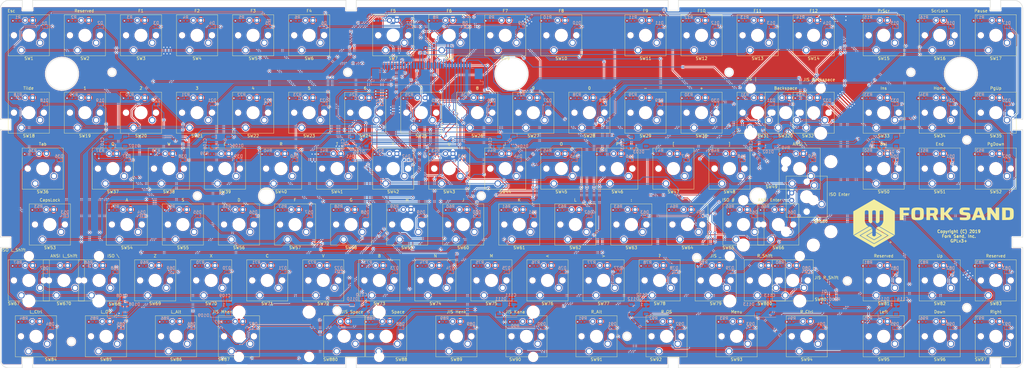
<source format=kicad_pcb>
(kicad_pcb (version 20171130) (host pcbnew 5.1.5-52549c5~84~ubuntu16.04.1)
  (layers (0 F.Cu signal) (31 B.Cu signal) (34 B.Paste user) (35 F.Paste user) (36 B.SilkS user) (37 F.SilkS user) (38 B.Mask user) (39 F.Mask user) (44 Edge.Cuts user))
  (net 0 "")
  (net 1 "Net-(D1-Pad2)")
  (net 2 "Net-(D2-Pad2)")
  (net 3 "Net-(D3-Pad2)")
  (net 4 "Net-(D4-Pad2)")
  (net 5 "Net-(D5-Pad2)")
  (net 6 "Net-(D6-Pad2)")
  (net 7 "Net-(D7-Pad2)")
  (net 8 "Net-(D8-Pad2)")
  (net 9 "Net-(D9-Pad2)")
  (net 10 "Net-(D10-Pad2)")
  (net 11 "Net-(D11-Pad2)")
  (net 12 "Net-(D12-Pad2)")
  (net 13 "Net-(D13-Pad2)")
  (net 14 "Net-(D14-Pad2)")
  (net 15 "Net-(D15-Pad2)")
  (net 16 "Net-(D16-Pad2)")
  (net 17 "Net-(D17-Pad2)")
  (net 18 "Net-(D18-Pad2)")
  (net 19 "Net-(D19-Pad2)")
  (net 20 "Net-(D20-Pad2)")
  (net 21 "Net-(D21-Pad2)")
  (net 22 "Net-(D22-Pad2)")
  (net 23 "Net-(D23-Pad2)")
  (net 24 "Net-(D24-Pad2)")
  (net 25 "Net-(D25-Pad2)")
  (net 26 "Net-(D26-Pad2)")
  (net 27 "Net-(D27-Pad2)")
  (net 28 "Net-(D28-Pad2)")
  (net 29 "Net-(D29-Pad2)")
  (net 30 "Net-(D30-Pad2)")
  (net 31 "Net-(D31-Pad2)")
  (net 32 "Net-(D33-Pad2)")
  (net 33 "Net-(D34-Pad2)")
  (net 34 "Net-(D35-Pad2)")
  (net 35 "Net-(D36-Pad2)")
  (net 36 "Net-(D37-Pad2)")
  (net 37 "Net-(D38-Pad2)")
  (net 38 "Net-(D39-Pad2)")
  (net 39 "Net-(D40-Pad2)")
  (net 40 "Net-(D41-Pad2)")
  (net 41 "Net-(D42-Pad2)")
  (net 42 "Net-(D43-Pad2)")
  (net 43 "Net-(D44-Pad2)")
  (net 44 "Net-(D45-Pad2)")
  (net 45 "Net-(D46-Pad2)")
  (net 46 "Net-(D47-Pad2)")
  (net 47 "Net-(D48-Pad2)")
  (net 48 "Net-(D49-Pad2)")
  (net 49 "Net-(D50-Pad2)")
  (net 50 "Net-(D51-Pad2)")
  (net 51 "Net-(D52-Pad2)")
  (net 52 "Net-(D53-Pad2)")
  (net 53 "Net-(D54-Pad2)")
  (net 54 "Net-(D55-Pad2)")
  (net 55 "Net-(D56-Pad2)")
  (net 56 "Net-(D57-Pad2)")
  (net 57 "Net-(D58-Pad2)")
  (net 58 "Net-(D59-Pad2)")
  (net 59 "Net-(D60-Pad2)")
  (net 60 "Net-(D61-Pad2)")
  (net 61 "Net-(D62-Pad2)")
  (net 62 "Net-(D63-Pad2)")
  (net 63 "Net-(D64-Pad2)")
  (net 64 "Net-(D65-Pad2)")
  (net 65 "Net-(D68-Pad2)")
  (net 66 "Net-(D69-Pad2)")
  (net 67 "Net-(D70-Pad2)")
  (net 68 "Net-(D71-Pad2)")
  (net 69 "Net-(D72-Pad2)")
  (net 70 "Net-(D73-Pad2)")
  (net 71 "Net-(D74-Pad2)")
  (net 72 "Net-(D75-Pad2)")
  (net 73 "Net-(D76-Pad2)")
  (net 74 "Net-(D77-Pad2)")
  (net 75 "Net-(D78-Pad2)")
  (net 76 "Net-(D79-Pad2)")
  (net 77 "Net-(D81-Pad2)")
  (net 78 "Net-(D82-Pad2)")
  (net 79 "Net-(D83-Pad2)")
  (net 80 "Net-(D84-Pad2)")
  (net 81 "Net-(D85-Pad2)")
  (net 82 "Net-(D86-Pad2)")
  (net 83 "Net-(D87-Pad2)")
  (net 84 "Net-(D89-Pad2)")
  (net 85 "Net-(D90-Pad2)")
  (net 86 "Net-(D91-Pad2)")
  (net 87 "Net-(D92-Pad2)")
  (net 88 "Net-(D93-Pad2)")
  (net 89 "Net-(D94-Pad2)")
  (net 90 "Net-(D95-Pad2)")
  (net 91 "Net-(R1-Pad1)")
  (net 92 "Net-(R2-Pad1)")
  (net 93 "Net-(R3-Pad1)")
  (net 94 "Net-(R4-Pad1)")
  (net 95 "Net-(R5-Pad1)")
  (net 96 "Net-(R6-Pad1)")
  (net 97 "Net-(R7-Pad1)")
  (net 98 "Net-(R8-Pad1)")
  (net 99 "Net-(R9-Pad1)")
  (net 100 "Net-(R10-Pad1)")
  (net 101 "Net-(R11-Pad1)")
  (net 102 "Net-(R12-Pad1)")
  (net 103 "Net-(R13-Pad1)")
  (net 104 "Net-(R14-Pad1)")
  (net 105 "Net-(R15-Pad1)")
  (net 106 "Net-(R16-Pad1)")
  (net 107 "Net-(R17-Pad1)")
  (net 108 "Net-(R18-Pad1)")
  (net 109 "Net-(R19-Pad1)")
  (net 110 "Net-(R20-Pad1)")
  (net 111 "Net-(R21-Pad1)")
  (net 112 "Net-(R22-Pad1)")
  (net 113 "Net-(R23-Pad1)")
  (net 114 "Net-(R24-Pad1)")
  (net 115 "Net-(R25-Pad1)")
  (net 116 "Net-(R26-Pad1)")
  (net 117 "Net-(R27-Pad1)")
  (net 118 "Net-(R28-Pad1)")
  (net 119 "Net-(R29-Pad1)")
  (net 120 "Net-(R30-Pad1)")
  (net 121 "Net-(R31-Pad1)")
  (net 122 "Net-(R33-Pad1)")
  (net 123 "Net-(R34-Pad1)")
  (net 124 "Net-(R35-Pad1)")
  (net 125 "Net-(R36-Pad1)")
  (net 126 "Net-(R37-Pad1)")
  (net 127 "Net-(R38-Pad1)")
  (net 128 "Net-(R39-Pad1)")
  (net 129 "Net-(R40-Pad1)")
  (net 130 "Net-(R41-Pad1)")
  (net 131 "Net-(R42-Pad1)")
  (net 132 "Net-(R43-Pad1)")
  (net 133 "Net-(R44-Pad1)")
  (net 134 "Net-(R45-Pad1)")
  (net 135 "Net-(R46-Pad1)")
  (net 136 "Net-(R47-Pad1)")
  (net 137 "Net-(R48-Pad1)")
  (net 138 "Net-(R49-Pad1)")
  (net 139 "Net-(R50-Pad1)")
  (net 140 "Net-(R51-Pad1)")
  (net 141 "Net-(R52-Pad1)")
  (net 142 "Net-(R53-Pad1)")
  (net 143 "Net-(R54-Pad1)")
  (net 144 "Net-(R55-Pad1)")
  (net 145 "Net-(R56-Pad1)")
  (net 146 "Net-(R57-Pad1)")
  (net 147 "Net-(R58-Pad1)")
  (net 148 "Net-(R59-Pad1)")
  (net 149 "Net-(R60-Pad1)")
  (net 150 "Net-(R61-Pad1)")
  (net 151 "Net-(R62-Pad1)")
  (net 152 "Net-(R63-Pad1)")
  (net 153 "Net-(R64-Pad1)")
  (net 154 "Net-(R65-Pad1)")
  (net 155 "Net-(R68-Pad1)")
  (net 156 "Net-(R69-Pad1)")
  (net 157 "Net-(R70-Pad1)")
  (net 158 "Net-(R71-Pad1)")
  (net 159 "Net-(R72-Pad1)")
  (net 160 "Net-(R73-Pad1)")
  (net 161 "Net-(R74-Pad1)")
  (net 162 "Net-(R75-Pad1)")
  (net 163 "Net-(R76-Pad1)")
  (net 164 "Net-(R77-Pad1)")
  (net 165 "Net-(R78-Pad1)")
  (net 166 "Net-(R79-Pad1)")
  (net 167 "Net-(R81-Pad1)")
  (net 168 "Net-(R82-Pad1)")
  (net 169 "Net-(R83-Pad1)")
  (net 170 "Net-(R84-Pad1)")
  (net 171 "Net-(R85-Pad1)")
  (net 172 "Net-(R86-Pad1)")
  (net 173 "Net-(R87-Pad1)")
  (net 174 "Net-(R89-Pad1)")
  (net 175 "Net-(R90-Pad1)")
  (net 176 "Net-(R91-Pad1)")
  (net 177 "Net-(R92-Pad1)")
  (net 178 "Net-(R93-Pad1)")
  (net 179 "Net-(R94-Pad1)")
  (net 180 "Net-(R95-Pad1)")
  (net 181 "Net-(D96-Pad2)")
  (net 182 "Net-(D97-Pad2)")
  (net 183 "Net-(R96-Pad1)")
  (net 184 "Net-(R97-Pad1)")
  (net 185 GND)
  (net 186 /32LED)
  (net 187 /66LED)
  (net 188 /67LED)
  (net 189 /80LED)
  (net 190 /88LED)
  (net 191 /ROW0)
  (net 192 /ROW1)
  (net 193 /ROW2)
  (net 194 /ROW4)
  (net 195 /ROW5)
  (net 196 /ROW6)
  (net 197 /ROW8)
  (net 198 /ROW9)
  (net 199 /ROW10)
  (net 200 /ROW12)
  (net 201 /ROW13)
  (net 202 /ROW14)
  (net 203 /ROW3)
  (net 204 /ROW7)
  (net 205 /ROW11)
  (net 206 /ROW15)
  (net 207 /32D)
  (net 208 /66D)
  (net 209 /67D)
  (net 210 /80D)
  (net 211 /88D)
  (net 212 /COL0)
  (net 213 /COL1)
  (net 214 /COL2)
  (net 215 /COL3)
  (net 216 /COL4)
  (net 217 /COL5)
  (net 218 /COL6)
  (net 219 /COL7)
  (net 220 /LED_DRV)
  (net 221 +5V)
  (net 222 /RGB_IN)
  (net 223 "Net-(D101-Pad2)")
  (net 224 "Net-(D102-Pad2)")
  (net 225 "Net-(D103-Pad2)")
  (net 226 "Net-(D104-Pad2)")
  (net 227 "Net-(D105-Pad2)")
  (net 228 "Net-(D106-Pad2)")
  (net 229 "Net-(D107-Pad2)")
  (net 230 "Net-(D108-Pad2)")
  (net 231 "Net-(D109-Pad2)")
  (net 232 "Net-(D110-Pad2)")
  (net 233 "Net-(D111-Pad2)")
  (net 234 "Net-(D112-Pad2)")
  (net 235 "Net-(D113-Pad2)")
  (net 236 /PWM_IN)
  (net 237 "Net-(Q1-Pad1)")
  (module wasd-kbd80:logo (layer F.Cu) (at 346.975 175.925 90)
    (fp_text reference G*** hide)
    (fp_text value LOGO hide)
  )
  (module wasd-kbd80:forksand (layer F.Cu) (at 375.075 172.6 90)
    (fp_text reference G*** hide)
    (fp_text value LOGO hide)
  )
  (module Button_Switch_Keyboard:SW_Cherry_MX_1.00u_PCB_LED (layer F.Cu) (at 385.8 162.3 180)
    (fp_text reference SW52 (at -2.54 -2.794) (layer F.SilkS))
    (fp_text value PgDown (at -2.54 13.4) (layer F.SilkS))
    (pad 1 thru_hole circle (at 0 0 180) (size 2.2 2.2) (drill 1.5) (layers *.Cu *.Mask) (net 216 /COL4))
    (pad 2 thru_hole circle (at -6.35 2.54 180) (size 2.2 2.2) (drill 1.5) (layers *.Cu *.Mask) (net 51 "Net-(D52-Pad2)"))
    (pad "" np_thru_hole circle (at -2.54 5.08 180) (size 4 4) (drill 4) (layers *.Cu *.Mask))
    (pad "" np_thru_hole circle (at -7.62 5.08 180) (size 1.7 1.7) (drill 1.7) (layers *.Cu *.Mask))
    (pad "" np_thru_hole circle (at 2.54 5.08 180) (size 1.7 1.7) (drill 1.7) (layers *.Cu *.Mask))
    (pad 3 thru_hole circle (at -1.27 10.16 180) (size 1.7 1.7) (drill 1) (layers *.Cu *.Mask) (net 141 "Net-(R52-Pad1)"))
    (pad 4 thru_hole circle (at -3.81 10.16 180) (size 1.7 1.7) (drill 1) (layers *.Cu *.Mask) (net 221 +5V))
  )
  (module Diode_SMD:D_SOD-523 (layer B.Cu) (at 65 109 180)
    (fp_text reference D1 (at 0 1.17) (layer B.SilkS) (effects (justify mirror)))
    (fp_text value 1N4148WT)
    (pad 1 smd rect (at -0.7 0) (size 0.6 0.7) (layers B.Cu B.Paste B.Mask) (net 191 /ROW0))
    (pad 2 smd rect (at 0.7 0) (size 0.6 0.7) (layers B.Cu B.Paste B.Mask) (net 1 "Net-(D1-Pad2)"))
  )
  (module Resistor_SMD:R_0402_1005Metric (layer B.Cu) (at 75 107 180)
    (fp_text reference R2 (at 0 1.17) (layer B.SilkS) (effects (justify mirror)))
    (fp_text value 330R)
    (pad 2 smd roundrect (at 0.485 0 180) (size 0.59 0.64) (layers B.Cu B.Paste B.Mask) (net 220 /LED_DRV))
    (pad 1 smd roundrect (at -0.485 0 180) (size 0.59 0.64) (layers B.Cu B.Paste B.Mask) (net 92 "Net-(R2-Pad1)"))
  )
  (module Resistor_SMD:R_0402_1005Metric (layer B.Cu) (at 56 107 180)
    (fp_text reference R1 (at 0 1.17) (layer B.SilkS) (effects (justify mirror)))
    (fp_text value 330R)
    (pad 2 smd roundrect (at 0.485 0 180) (size 0.59 0.64) (layers B.Cu B.Paste B.Mask) (net 220 /LED_DRV))
    (pad 1 smd roundrect (at -0.485 0 180) (size 0.59 0.64) (layers B.Cu B.Paste B.Mask) (net 91 "Net-(R1-Pad1)"))
  )
  (module Resistor_SMD:R_0402_1005Metric (layer B.Cu) (at 94 107 180)
    (fp_text reference R3 (at 0 1.17) (layer B.SilkS) (effects (justify mirror)))
    (fp_text value 330R)
    (pad 2 smd roundrect (at 0.485 0 180) (size 0.59 0.64) (layers B.Cu B.Paste B.Mask) (net 220 /LED_DRV))
    (pad 1 smd roundrect (at -0.485 0 180) (size 0.59 0.64) (layers B.Cu B.Paste B.Mask) (net 93 "Net-(R3-Pad1)"))
  )
  (module Resistor_SMD:R_0402_1005Metric (layer B.Cu) (at 113 107 180)
    (fp_text reference R4 (at 0 1.17) (layer B.SilkS) (effects (justify mirror)))
    (fp_text value 330R)
    (pad 2 smd roundrect (at 0.485 0 180) (size 0.59 0.64) (layers B.Cu B.Paste B.Mask) (net 220 /LED_DRV))
    (pad 1 smd roundrect (at -0.485 0 180) (size 0.59 0.64) (layers B.Cu B.Paste B.Mask) (net 94 "Net-(R4-Pad1)"))
  )
  (module Resistor_SMD:R_0402_1005Metric (layer B.Cu) (at 132 107 180)
    (fp_text reference R5 (at 0 1.17) (layer B.SilkS) (effects (justify mirror)))
    (fp_text value 330R)
    (pad 2 smd roundrect (at 0.485 0 180) (size 0.59 0.64) (layers B.Cu B.Paste B.Mask) (net 220 /LED_DRV))
    (pad 1 smd roundrect (at -0.485 0 180) (size 0.59 0.64) (layers B.Cu B.Paste B.Mask) (net 95 "Net-(R5-Pad1)"))
  )
  (module Resistor_SMD:R_0402_1005Metric (layer B.Cu) (at 151 107 180)
    (fp_text reference R6 (at 0 1.17) (layer B.SilkS) (effects (justify mirror)))
    (fp_text value 330R)
    (pad 2 smd roundrect (at 0.485 0 180) (size 0.59 0.64) (layers B.Cu B.Paste B.Mask) (net 220 /LED_DRV))
    (pad 1 smd roundrect (at -0.485 0 180) (size 0.59 0.64) (layers B.Cu B.Paste B.Mask) (net 96 "Net-(R6-Pad1)"))
  )
  (module Resistor_SMD:R_0402_1005Metric (layer B.Cu) (at 179 107 180)
    (fp_text reference R7 (at 0 1.17) (layer B.SilkS) (effects (justify mirror)))
    (fp_text value 330R)
    (pad 2 smd roundrect (at 0.485 0 180) (size 0.59 0.64) (layers B.Cu B.Paste B.Mask) (net 220 /LED_DRV))
    (pad 1 smd roundrect (at -0.485 0 180) (size 0.59 0.64) (layers B.Cu B.Paste B.Mask) (net 97 "Net-(R7-Pad1)"))
  )
  (module Resistor_SMD:R_0402_1005Metric (layer B.Cu) (at 198 107 180)
    (fp_text reference R8 (at 0 1.17) (layer B.SilkS) (effects (justify mirror)))
    (fp_text value 330R)
    (pad 2 smd roundrect (at 0.485 0 180) (size 0.59 0.64) (layers B.Cu B.Paste B.Mask) (net 220 /LED_DRV))
    (pad 1 smd roundrect (at -0.485 0 180) (size 0.59 0.64) (layers B.Cu B.Paste B.Mask) (net 98 "Net-(R8-Pad1)"))
  )
  (module Resistor_SMD:R_0402_1005Metric (layer B.Cu) (at 217 107 180)
    (fp_text reference R9 (at 0 1.17) (layer B.SilkS) (effects (justify mirror)))
    (fp_text value 330R)
    (pad 2 smd roundrect (at 0.485 0 180) (size 0.59 0.64) (layers B.Cu B.Paste B.Mask) (net 220 /LED_DRV))
    (pad 1 smd roundrect (at -0.485 0 180) (size 0.59 0.64) (layers B.Cu B.Paste B.Mask) (net 99 "Net-(R9-Pad1)"))
  )
  (module Resistor_SMD:R_0402_1005Metric (layer B.Cu) (at 236 107 180)
    (fp_text reference R10 (at 0 1.17) (layer B.SilkS) (effects (justify mirror)))
    (fp_text value 330R)
    (pad 1 smd roundrect (at -0.485 0 180) (size 0.59 0.64) (layers B.Cu B.Paste B.Mask) (net 100 "Net-(R10-Pad1)"))
    (pad 2 smd roundrect (at 0.485 0 180) (size 0.59 0.64) (layers B.Cu B.Paste B.Mask) (net 220 /LED_DRV))
  )
  (module Resistor_SMD:R_0402_1005Metric (layer B.Cu) (at 265 107 180)
    (fp_text reference R11 (at 0 1.17) (layer B.SilkS) (effects (justify mirror)))
    (fp_text value 330R)
    (pad 1 smd roundrect (at -0.485 0 180) (size 0.59 0.64) (layers B.Cu B.Paste B.Mask) (net 101 "Net-(R11-Pad1)"))
    (pad 2 smd roundrect (at 0.485 0 180) (size 0.59 0.64) (layers B.Cu B.Paste B.Mask) (net 220 /LED_DRV))
  )
  (module Resistor_SMD:R_0402_1005Metric (layer B.Cu) (at 284 107 180)
    (fp_text reference R12 (at 0 1.17) (layer B.SilkS) (effects (justify mirror)))
    (fp_text value 330R)
    (pad 1 smd roundrect (at -0.485 0 180) (size 0.59 0.64) (layers B.Cu B.Paste B.Mask) (net 102 "Net-(R12-Pad1)"))
    (pad 2 smd roundrect (at 0.485 0 180) (size 0.59 0.64) (layers B.Cu B.Paste B.Mask) (net 220 /LED_DRV))
  )
  (module Resistor_SMD:R_0402_1005Metric (layer B.Cu) (at 303 107 180)
    (fp_text reference R13 (at 0 1.17) (layer B.SilkS) (effects (justify mirror)))
    (fp_text value 330R)
    (pad 1 smd roundrect (at -0.485 0 180) (size 0.59 0.64) (layers B.Cu B.Paste B.Mask) (net 103 "Net-(R13-Pad1)"))
    (pad 2 smd roundrect (at 0.485 0 180) (size 0.59 0.64) (layers B.Cu B.Paste B.Mask) (net 220 /LED_DRV))
  )
  (module Resistor_SMD:R_0402_1005Metric (layer B.Cu) (at 322 107 180)
    (fp_text reference R14 (at 0 1.17) (layer B.SilkS) (effects (justify mirror)))
    (fp_text value 330R)
    (pad 1 smd roundrect (at -0.485 0 180) (size 0.59 0.64) (layers B.Cu B.Paste B.Mask) (net 104 "Net-(R14-Pad1)"))
    (pad 2 smd roundrect (at 0.485 0 180) (size 0.59 0.64) (layers B.Cu B.Paste B.Mask) (net 220 /LED_DRV))
  )
  (module Resistor_SMD:R_0402_1005Metric (layer B.Cu) (at 345 107 180)
    (fp_text reference R15 (at 0 1.17) (layer B.SilkS) (effects (justify mirror)))
    (fp_text value 330R)
    (pad 1 smd roundrect (at -0.485 0 180) (size 0.59 0.64) (layers B.Cu B.Paste B.Mask) (net 105 "Net-(R15-Pad1)"))
    (pad 2 smd roundrect (at 0.485 0 180) (size 0.59 0.64) (layers B.Cu B.Paste B.Mask) (net 220 /LED_DRV))
  )
  (module Resistor_SMD:R_0402_1005Metric (layer B.Cu) (at 364 107 180)
    (fp_text reference R16 (at 0 1.17) (layer B.SilkS) (effects (justify mirror)))
    (fp_text value 330R)
    (pad 2 smd roundrect (at 0.485 0 180) (size 0.59 0.64) (layers B.Cu B.Paste B.Mask) (net 220 /LED_DRV))
    (pad 1 smd roundrect (at -0.485 0 180) (size 0.59 0.64) (layers B.Cu B.Paste B.Mask) (net 106 "Net-(R16-Pad1)"))
  )
  (module Resistor_SMD:R_0402_1005Metric (layer B.Cu) (at 383 107 180)
    (fp_text reference R17 (at 0 1.17) (layer B.SilkS) (effects (justify mirror)))
    (fp_text value 330R)
    (pad 2 smd roundrect (at 0.485 0 180) (size 0.59 0.64) (layers B.Cu B.Paste B.Mask) (net 220 /LED_DRV))
    (pad 1 smd roundrect (at -0.485 0 180) (size 0.59 0.64) (layers B.Cu B.Paste B.Mask) (net 107 "Net-(R17-Pad1)"))
  )
  (module Resistor_SMD:R_0402_1005Metric (layer B.Cu) (at 56 133.3 180)
    (fp_text reference R18 (at 0 1.17) (layer B.SilkS) (effects (justify mirror)))
    (fp_text value 330R)
    (pad 1 smd roundrect (at -0.485 0 180) (size 0.59 0.64) (layers B.Cu B.Paste B.Mask) (net 108 "Net-(R18-Pad1)"))
    (pad 2 smd roundrect (at 0.485 0 180) (size 0.59 0.64) (layers B.Cu B.Paste B.Mask) (net 220 /LED_DRV))
  )
  (module Resistor_SMD:R_0402_1005Metric (layer B.Cu) (at 75 133.3 180)
    (fp_text reference R19 (at 0 1.17) (layer B.SilkS) (effects (justify mirror)))
    (fp_text value 330R)
    (pad 2 smd roundrect (at 0.485 0 180) (size 0.59 0.64) (layers B.Cu B.Paste B.Mask) (net 220 /LED_DRV))
    (pad 1 smd roundrect (at -0.485 0 180) (size 0.59 0.64) (layers B.Cu B.Paste B.Mask) (net 109 "Net-(R19-Pad1)"))
  )
  (module Resistor_SMD:R_0402_1005Metric (layer B.Cu) (at 94 133.3 180)
    (fp_text reference R20 (at 0 1.17) (layer B.SilkS) (effects (justify mirror)))
    (fp_text value 330R)
    (pad 2 smd roundrect (at 0.485 0 180) (size 0.59 0.64) (layers B.Cu B.Paste B.Mask) (net 220 /LED_DRV))
    (pad 1 smd roundrect (at -0.485 0 180) (size 0.59 0.64) (layers B.Cu B.Paste B.Mask) (net 110 "Net-(R20-Pad1)"))
  )
  (module Resistor_SMD:R_0402_1005Metric (layer B.Cu) (at 113 133.3 180)
    (fp_text reference R21 (at 0 1.17) (layer B.SilkS) (effects (justify mirror)))
    (fp_text value 330R)
    (pad 2 smd roundrect (at 0.485 0 180) (size 0.59 0.64) (layers B.Cu B.Paste B.Mask) (net 220 /LED_DRV))
    (pad 1 smd roundrect (at -0.485 0 180) (size 0.59 0.64) (layers B.Cu B.Paste B.Mask) (net 111 "Net-(R21-Pad1)"))
  )
  (module Resistor_SMD:R_0402_1005Metric (layer B.Cu) (at 132 133.3 180)
    (fp_text reference R22 (at 0 1.17) (layer B.SilkS) (effects (justify mirror)))
    (fp_text value 330R)
    (pad 2 smd roundrect (at 0.485 0 180) (size 0.59 0.64) (layers B.Cu B.Paste B.Mask) (net 220 /LED_DRV))
    (pad 1 smd roundrect (at -0.485 0 180) (size 0.59 0.64) (layers B.Cu B.Paste B.Mask) (net 112 "Net-(R22-Pad1)"))
  )
  (module Resistor_SMD:R_0402_1005Metric (layer B.Cu) (at 151 133.3 180)
    (fp_text reference R23 (at 0 1.17) (layer B.SilkS) (effects (justify mirror)))
    (fp_text value 330R)
    (pad 2 smd roundrect (at 0.485 0 180) (size 0.59 0.64) (layers B.Cu B.Paste B.Mask) (net 220 /LED_DRV))
    (pad 1 smd roundrect (at -0.485 0 180) (size 0.59 0.64) (layers B.Cu B.Paste B.Mask) (net 113 "Net-(R23-Pad1)"))
  )
  (module Resistor_SMD:R_0402_1005Metric (layer B.Cu) (at 170 133.3 180)
    (fp_text reference R24 (at 0 1.17) (layer B.SilkS) (effects (justify mirror)))
    (fp_text value 330R)
    (pad 2 smd roundrect (at 0.485 0 180) (size 0.59 0.64) (layers B.Cu B.Paste B.Mask) (net 220 /LED_DRV))
    (pad 1 smd roundrect (at -0.485 0 180) (size 0.59 0.64) (layers B.Cu B.Paste B.Mask) (net 114 "Net-(R24-Pad1)"))
  )
  (module Resistor_SMD:R_0402_1005Metric (layer B.Cu) (at 189 133.3 180)
    (fp_text reference R25 (at 0 1.17) (layer B.SilkS) (effects (justify mirror)))
    (fp_text value 330R)
    (pad 1 smd roundrect (at -0.485 0 180) (size 0.59 0.64) (layers B.Cu B.Paste B.Mask) (net 115 "Net-(R25-Pad1)"))
    (pad 2 smd roundrect (at 0.485 0 180) (size 0.59 0.64) (layers B.Cu B.Paste B.Mask) (net 220 /LED_DRV))
  )
  (module Resistor_SMD:R_0402_1005Metric (layer B.Cu) (at 208 133.3 180)
    (fp_text reference R26 (at 0 1.17) (layer B.SilkS) (effects (justify mirror)))
    (fp_text value 330R)
    (pad 1 smd roundrect (at -0.485 0 180) (size 0.59 0.64) (layers B.Cu B.Paste B.Mask) (net 116 "Net-(R26-Pad1)"))
    (pad 2 smd roundrect (at 0.485 0 180) (size 0.59 0.64) (layers B.Cu B.Paste B.Mask) (net 220 /LED_DRV))
  )
  (module Resistor_SMD:R_0402_1005Metric (layer B.Cu) (at 227 133.3 180)
    (fp_text reference R27 (at 0 1.17) (layer B.SilkS) (effects (justify mirror)))
    (fp_text value 330R)
    (pad 1 smd roundrect (at -0.485 0 180) (size 0.59 0.64) (layers B.Cu B.Paste B.Mask) (net 117 "Net-(R27-Pad1)"))
    (pad 2 smd roundrect (at 0.485 0 180) (size 0.59 0.64) (layers B.Cu B.Paste B.Mask) (net 220 /LED_DRV))
  )
  (module Resistor_SMD:R_0402_1005Metric (layer B.Cu) (at 246 133.3 180)
    (fp_text reference R28 (at 0 1.17) (layer B.SilkS) (effects (justify mirror)))
    (fp_text value 330R)
    (pad 1 smd roundrect (at -0.485 0 180) (size 0.59 0.64) (layers B.Cu B.Paste B.Mask) (net 118 "Net-(R28-Pad1)"))
    (pad 2 smd roundrect (at 0.485 0 180) (size 0.59 0.64) (layers B.Cu B.Paste B.Mask) (net 220 /LED_DRV))
  )
  (module Resistor_SMD:R_0402_1005Metric (layer B.Cu) (at 265 133.3 180)
    (fp_text reference R29 (at 0 1.17) (layer B.SilkS) (effects (justify mirror)))
    (fp_text value 330R)
    (pad 1 smd roundrect (at -0.485 0 180) (size 0.59 0.64) (layers B.Cu B.Paste B.Mask) (net 119 "Net-(R29-Pad1)"))
    (pad 2 smd roundrect (at 0.485 0 180) (size 0.59 0.64) (layers B.Cu B.Paste B.Mask) (net 220 /LED_DRV))
  )
  (module Resistor_SMD:R_0402_1005Metric (layer B.Cu) (at 284 133.3 180)
    (fp_text reference R30 (at 0 1.17) (layer B.SilkS) (effects (justify mirror)))
    (fp_text value 330R)
    (pad 1 smd roundrect (at -0.485 0 180) (size 0.59 0.64) (layers B.Cu B.Paste B.Mask) (net 120 "Net-(R30-Pad1)"))
    (pad 2 smd roundrect (at 0.485 0 180) (size 0.59 0.64) (layers B.Cu B.Paste B.Mask) (net 220 /LED_DRV))
  )
  (module Resistor_SMD:R_0402_1005Metric (layer B.Cu) (at 303 133.3 180)
    (fp_text reference R31 (at 0 1.17) (layer B.SilkS) (effects (justify mirror)))
    (fp_text value 330R)
    (pad 1 smd roundrect (at -0.485 0 180) (size 0.59 0.64) (layers B.Cu B.Paste B.Mask) (net 121 "Net-(R31-Pad1)"))
    (pad 2 smd roundrect (at 0.485 0 180) (size 0.59 0.64) (layers B.Cu B.Paste B.Mask) (net 220 /LED_DRV))
  )
  (module Resistor_SMD:R_0402_1005Metric (layer B.Cu) (at 322 133.3 180)
    (fp_text reference R32 (at 0 1.17) (layer B.SilkS) (effects (justify mirror)))
    (fp_text value 330R)
    (pad 1 smd roundrect (at -0.485 0 180) (size 0.59 0.64) (layers B.Cu B.Paste B.Mask) (net 186 /32LED))
    (pad 2 smd roundrect (at 0.485 0 180) (size 0.59 0.64) (layers B.Cu B.Paste B.Mask) (net 220 /LED_DRV))
  )
  (module Resistor_SMD:R_0402_1005Metric (layer B.Cu) (at 345 133.3 180)
    (fp_text reference R33 (at 0 1.17) (layer B.SilkS) (effects (justify mirror)))
    (fp_text value 330R)
    (pad 1 smd roundrect (at -0.485 0 180) (size 0.59 0.64) (layers B.Cu B.Paste B.Mask) (net 122 "Net-(R33-Pad1)"))
    (pad 2 smd roundrect (at 0.485 0 180) (size 0.59 0.64) (layers B.Cu B.Paste B.Mask) (net 220 /LED_DRV))
  )
  (module Resistor_SMD:R_0402_1005Metric (layer B.Cu) (at 364 133.3 180)
    (fp_text reference R34 (at 0 1.17) (layer B.SilkS) (effects (justify mirror)))
    (fp_text value 330R)
    (pad 2 smd roundrect (at 0.485 0 180) (size 0.59 0.64) (layers B.Cu B.Paste B.Mask) (net 220 /LED_DRV))
    (pad 1 smd roundrect (at -0.485 0 180) (size 0.59 0.64) (layers B.Cu B.Paste B.Mask) (net 123 "Net-(R34-Pad1)"))
  )
  (module Resistor_SMD:R_0402_1005Metric (layer B.Cu) (at 383 133.3 180)
    (fp_text reference R35 (at 0 1.17) (layer B.SilkS) (effects (justify mirror)))
    (fp_text value 330R)
    (pad 2 smd roundrect (at 0.485 0 180) (size 0.59 0.64) (layers B.Cu B.Paste B.Mask) (net 220 /LED_DRV))
    (pad 1 smd roundrect (at -0.485 0 180) (size 0.59 0.64) (layers B.Cu B.Paste B.Mask) (net 124 "Net-(R35-Pad1)"))
  )
  (module Resistor_SMD:R_0402_1005Metric (layer B.Cu) (at 61 152.3 180)
    (fp_text reference R36 (at 0 1.17) (layer B.SilkS) (effects (justify mirror)))
    (fp_text value 330R)
    (pad 2 smd roundrect (at 0.485 0 180) (size 0.59 0.64) (layers B.Cu B.Paste B.Mask) (net 220 /LED_DRV))
    (pad 1 smd roundrect (at -0.485 0 180) (size 0.59 0.64) (layers B.Cu B.Paste B.Mask) (net 125 "Net-(R36-Pad1)"))
  )
  (module Resistor_SMD:R_0402_1005Metric (layer B.Cu) (at 84 152.3 180)
    (fp_text reference R37 (at 0 1.17) (layer B.SilkS) (effects (justify mirror)))
    (fp_text value 330R)
    (pad 2 smd roundrect (at 0.485 0 180) (size 0.59 0.64) (layers B.Cu B.Paste B.Mask) (net 220 /LED_DRV))
    (pad 1 smd roundrect (at -0.485 0 180) (size 0.59 0.64) (layers B.Cu B.Paste B.Mask) (net 126 "Net-(R37-Pad1)"))
  )
  (module Resistor_SMD:R_0402_1005Metric (layer B.Cu) (at 103 152.3 180)
    (fp_text reference R38 (at 0 1.17) (layer B.SilkS) (effects (justify mirror)))
    (fp_text value 330R)
    (pad 2 smd roundrect (at 0.485 0 180) (size 0.59 0.64) (layers B.Cu B.Paste B.Mask) (net 220 /LED_DRV))
    (pad 1 smd roundrect (at -0.485 0 180) (size 0.59 0.64) (layers B.Cu B.Paste B.Mask) (net 127 "Net-(R38-Pad1)"))
  )
  (module Resistor_SMD:R_0402_1005Metric (layer B.Cu) (at 122 152.3 180)
    (fp_text reference R39 (at 2.6 0.2) (layer B.SilkS) (effects (justify mirror)))
    (fp_text value 330R)
    (pad 2 smd roundrect (at 0.485 0 180) (size 0.59 0.64) (layers B.Cu B.Paste B.Mask) (net 220 /LED_DRV))
    (pad 1 smd roundrect (at -0.485 0 180) (size 0.59 0.64) (layers B.Cu B.Paste B.Mask) (net 128 "Net-(R39-Pad1)"))
  )
  (module Resistor_SMD:R_0402_1005Metric (layer B.Cu) (at 141 152.3 180)
    (fp_text reference R40 (at 0 1.17) (layer B.SilkS) (effects (justify mirror)))
    (fp_text value 330R)
    (pad 2 smd roundrect (at 0.485 0 180) (size 0.59 0.64) (layers B.Cu B.Paste B.Mask) (net 220 /LED_DRV))
    (pad 1 smd roundrect (at -0.485 0 180) (size 0.59 0.64) (layers B.Cu B.Paste B.Mask) (net 129 "Net-(R40-Pad1)"))
  )
  (module Resistor_SMD:R_0402_1005Metric (layer B.Cu) (at 160 152.3 180)
    (fp_text reference R41 (at 0 1.17) (layer B.SilkS) (effects (justify mirror)))
    (fp_text value 330R)
    (pad 2 smd roundrect (at 0.485 0 180) (size 0.59 0.64) (layers B.Cu B.Paste B.Mask) (net 220 /LED_DRV))
    (pad 1 smd roundrect (at -0.485 0 180) (size 0.59 0.64) (layers B.Cu B.Paste B.Mask) (net 130 "Net-(R41-Pad1)"))
  )
  (module Resistor_SMD:R_0402_1005Metric (layer B.Cu) (at 179 152.3 180)
    (fp_text reference R42 (at 0 1.17) (layer B.SilkS) (effects (justify mirror)))
    (fp_text value 330R)
    (pad 2 smd roundrect (at 0.485 0 180) (size 0.59 0.64) (layers B.Cu B.Paste B.Mask) (net 220 /LED_DRV))
    (pad 1 smd roundrect (at -0.485 0 180) (size 0.59 0.64) (layers B.Cu B.Paste B.Mask) (net 131 "Net-(R42-Pad1)"))
  )
  (module Resistor_SMD:R_0402_1005Metric (layer B.Cu) (at 198 152.3 180)
    (fp_text reference R43 (at 0 1.17) (layer B.SilkS) (effects (justify mirror)))
    (fp_text value 330R)
    (pad 2 smd roundrect (at 0.485 0 180) (size 0.59 0.64) (layers B.Cu B.Paste B.Mask) (net 220 /LED_DRV))
    (pad 1 smd roundrect (at -0.485 0 180) (size 0.59 0.64) (layers B.Cu B.Paste B.Mask) (net 132 "Net-(R43-Pad1)"))
  )
  (module Resistor_SMD:R_0402_1005Metric (layer B.Cu) (at 217 152.3 180)
    (fp_text reference R44 (at 0 1.17) (layer B.SilkS) (effects (justify mirror)))
    (fp_text value 330R)
    (pad 2 smd roundrect (at 0.485 0 180) (size 0.59 0.64) (layers B.Cu B.Paste B.Mask) (net 220 /LED_DRV))
    (pad 1 smd roundrect (at -0.485 0 180) (size 0.59 0.64) (layers B.Cu B.Paste B.Mask) (net 133 "Net-(R44-Pad1)"))
  )
  (module Resistor_SMD:R_0402_1005Metric (layer B.Cu) (at 236 152.3 180)
    (fp_text reference R45 (at 0 1.17) (layer B.SilkS) (effects (justify mirror)))
    (fp_text value 330R)
    (pad 2 smd roundrect (at 0.485 0 180) (size 0.59 0.64) (layers B.Cu B.Paste B.Mask) (net 220 /LED_DRV))
    (pad 1 smd roundrect (at -0.485 0 180) (size 0.59 0.64) (layers B.Cu B.Paste B.Mask) (net 134 "Net-(R45-Pad1)"))
  )
  (module Resistor_SMD:R_0402_1005Metric (layer B.Cu) (at 255 152.3 180)
    (fp_text reference R46 (at 0 1.17) (layer B.SilkS) (effects (justify mirror)))
    (fp_text value 330R)
    (pad 2 smd roundrect (at 0.485 0 180) (size 0.59 0.64) (layers B.Cu B.Paste B.Mask) (net 220 /LED_DRV))
    (pad 1 smd roundrect (at -0.485 0 180) (size 0.59 0.64) (layers B.Cu B.Paste B.Mask) (net 135 "Net-(R46-Pad1)"))
  )
  (module Resistor_SMD:R_0402_1005Metric (layer B.Cu) (at 274 152.3 180)
    (fp_text reference R47 (at 0 1.17) (layer B.SilkS) (effects (justify mirror)))
    (fp_text value 330R)
    (pad 2 smd roundrect (at 0.485 0 180) (size 0.59 0.64) (layers B.Cu B.Paste B.Mask) (net 220 /LED_DRV))
    (pad 1 smd roundrect (at -0.485 0 180) (size 0.59 0.64) (layers B.Cu B.Paste B.Mask) (net 136 "Net-(R47-Pad1)"))
  )
  (module Resistor_SMD:R_0402_1005Metric (layer B.Cu) (at 293 152.3 180)
    (fp_text reference R48 (at 0 1.17) (layer B.SilkS) (effects (justify mirror)))
    (fp_text value 330R)
    (pad 1 smd roundrect (at -0.485 0 180) (size 0.59 0.64) (layers B.Cu B.Paste B.Mask) (net 137 "Net-(R48-Pad1)"))
    (pad 2 smd roundrect (at 0.485 0 180) (size 0.59 0.64) (layers B.Cu B.Paste B.Mask) (net 220 /LED_DRV))
  )
  (module Resistor_SMD:R_0402_1005Metric (layer B.Cu) (at 317 151.3 180)
    (fp_text reference R49 (at 0 1.17) (layer B.SilkS) (effects (justify mirror)))
    (fp_text value 330R)
    (pad 1 smd roundrect (at -0.485 0 180) (size 0.59 0.64) (layers B.Cu B.Paste B.Mask) (net 138 "Net-(R49-Pad1)"))
    (pad 2 smd roundrect (at 0.485 0 180) (size 0.59 0.64) (layers B.Cu B.Paste B.Mask) (net 220 /LED_DRV))
  )
  (module Resistor_SMD:R_0402_1005Metric (layer B.Cu) (at 345 152.3 180)
    (fp_text reference R50 (at 0 1.17) (layer B.SilkS) (effects (justify mirror)))
    (fp_text value 330R)
    (pad 1 smd roundrect (at -0.485 0 180) (size 0.59 0.64) (layers B.Cu B.Paste B.Mask) (net 139 "Net-(R50-Pad1)"))
    (pad 2 smd roundrect (at 0.485 0 180) (size 0.59 0.64) (layers B.Cu B.Paste B.Mask) (net 220 /LED_DRV))
  )
  (module Resistor_SMD:R_0402_1005Metric (layer B.Cu) (at 364 152.3 180)
    (fp_text reference R51 (at 0 1.17) (layer B.SilkS) (effects (justify mirror)))
    (fp_text value 330R)
    (pad 1 smd roundrect (at -0.485 0 180) (size 0.59 0.64) (layers B.Cu B.Paste B.Mask) (net 140 "Net-(R51-Pad1)"))
    (pad 2 smd roundrect (at 0.485 0 180) (size 0.59 0.64) (layers B.Cu B.Paste B.Mask) (net 220 /LED_DRV))
  )
  (module Resistor_SMD:R_0402_1005Metric (layer B.Cu) (at 383 152.3 180)
    (fp_text reference R52 (at 0 1.17) (layer B.SilkS) (effects (justify mirror)))
    (fp_text value 330R)
    (pad 1 smd roundrect (at -0.485 0 180) (size 0.59 0.64) (layers B.Cu B.Paste B.Mask) (net 141 "Net-(R52-Pad1)"))
    (pad 2 smd roundrect (at 0.485 0 180) (size 0.59 0.64) (layers B.Cu B.Paste B.Mask) (net 220 /LED_DRV))
  )
  (module Resistor_SMD:R_0402_1005Metric (layer B.Cu) (at 63 171.3 180)
    (fp_text reference R53 (at 0 1.17) (layer B.SilkS) (effects (justify mirror)))
    (fp_text value 330R)
    (pad 1 smd roundrect (at -0.485 0 180) (size 0.59 0.64) (layers B.Cu B.Paste B.Mask) (net 142 "Net-(R53-Pad1)"))
    (pad 2 smd roundrect (at 0.485 0 180) (size 0.59 0.64) (layers B.Cu B.Paste B.Mask) (net 220 /LED_DRV))
  )
  (module Resistor_SMD:R_0402_1005Metric (layer B.Cu) (at 89 171.3 180)
    (fp_text reference R54 (at 0 1.17) (layer B.SilkS) (effects (justify mirror)))
    (fp_text value 330R)
    (pad 1 smd roundrect (at -0.485 0 180) (size 0.59 0.64) (layers B.Cu B.Paste B.Mask) (net 143 "Net-(R54-Pad1)"))
    (pad 2 smd roundrect (at 0.485 0 180) (size 0.59 0.64) (layers B.Cu B.Paste B.Mask) (net 220 /LED_DRV))
  )
  (module Resistor_SMD:R_0402_1005Metric (layer B.Cu) (at 108 171.3 180)
    (fp_text reference R55 (at 0 1.17) (layer B.SilkS) (effects (justify mirror)))
    (fp_text value 330R)
    (pad 1 smd roundrect (at -0.485 0 180) (size 0.59 0.64) (layers B.Cu B.Paste B.Mask) (net 144 "Net-(R55-Pad1)"))
    (pad 2 smd roundrect (at 0.485 0 180) (size 0.59 0.64) (layers B.Cu B.Paste B.Mask) (net 220 /LED_DRV))
  )
  (module Resistor_SMD:R_0402_1005Metric (layer B.Cu) (at 127 171.3 180)
    (fp_text reference R56 (at 0 1.17) (layer B.SilkS) (effects (justify mirror)))
    (fp_text value 330R)
    (pad 1 smd roundrect (at -0.485 0 180) (size 0.59 0.64) (layers B.Cu B.Paste B.Mask) (net 145 "Net-(R56-Pad1)"))
    (pad 2 smd roundrect (at 0.485 0 180) (size 0.59 0.64) (layers B.Cu B.Paste B.Mask) (net 220 /LED_DRV))
  )
  (module Resistor_SMD:R_0402_1005Metric (layer B.Cu) (at 146 171.3 180)
    (fp_text reference R57 (at 0 1.17) (layer B.SilkS) (effects (justify mirror)))
    (fp_text value 330R)
    (pad 1 smd roundrect (at -0.485 0 180) (size 0.59 0.64) (layers B.Cu B.Paste B.Mask) (net 146 "Net-(R57-Pad1)"))
    (pad 2 smd roundrect (at 0.485 0 180) (size 0.59 0.64) (layers B.Cu B.Paste B.Mask) (net 220 /LED_DRV))
  )
  (module Resistor_SMD:R_0402_1005Metric (layer B.Cu) (at 165 171.3 180)
    (fp_text reference R58 (at 0 1.17) (layer B.SilkS) (effects (justify mirror)))
    (fp_text value 330R)
    (pad 1 smd roundrect (at -0.485 0 180) (size 0.59 0.64) (layers B.Cu B.Paste B.Mask) (net 147 "Net-(R58-Pad1)"))
    (pad 2 smd roundrect (at 0.485 0 180) (size 0.59 0.64) (layers B.Cu B.Paste B.Mask) (net 220 /LED_DRV))
  )
  (module Resistor_SMD:R_0402_1005Metric (layer B.Cu) (at 184 171.3 180)
    (fp_text reference R59 (at 0 1.17) (layer B.SilkS) (effects (justify mirror)))
    (fp_text value 330R)
    (pad 1 smd roundrect (at -0.485 0 180) (size 0.59 0.64) (layers B.Cu B.Paste B.Mask) (net 148 "Net-(R59-Pad1)"))
    (pad 2 smd roundrect (at 0.485 0 180) (size 0.59 0.64) (layers B.Cu B.Paste B.Mask) (net 220 /LED_DRV))
  )
  (module Resistor_SMD:R_0402_1005Metric (layer B.Cu) (at 203 171.3 180)
    (fp_text reference R60 (at 0 1.17) (layer B.SilkS) (effects (justify mirror)))
    (fp_text value 330R)
    (pad 1 smd roundrect (at -0.485 0 180) (size 0.59 0.64) (layers B.Cu B.Paste B.Mask) (net 149 "Net-(R60-Pad1)"))
    (pad 2 smd roundrect (at 0.485 0 180) (size 0.59 0.64) (layers B.Cu B.Paste B.Mask) (net 220 /LED_DRV))
  )
  (module Resistor_SMD:R_0402_1005Metric (layer B.Cu) (at 222 171.3 180)
    (fp_text reference R61 (at 0 1.17) (layer B.SilkS) (effects (justify mirror)))
    (fp_text value 330R)
    (pad 1 smd roundrect (at -0.485 0 180) (size 0.59 0.64) (layers B.Cu B.Paste B.Mask) (net 150 "Net-(R61-Pad1)"))
    (pad 2 smd roundrect (at 0.485 0 180) (size 0.59 0.64) (layers B.Cu B.Paste B.Mask) (net 220 /LED_DRV))
  )
  (module Resistor_SMD:R_0402_1005Metric (layer B.Cu) (at 241 171.3 180)
    (fp_text reference R62 (at 0 1.17) (layer B.SilkS) (effects (justify mirror)))
    (fp_text value 330R)
    (pad 2 smd roundrect (at 0.485 0 180) (size 0.59 0.64) (layers B.Cu B.Paste B.Mask) (net 220 /LED_DRV))
    (pad 1 smd roundrect (at -0.485 0 180) (size 0.59 0.64) (layers B.Cu B.Paste B.Mask) (net 151 "Net-(R62-Pad1)"))
  )
  (module Resistor_SMD:R_0402_1005Metric (layer B.Cu) (at 260 171.3 180)
    (fp_text reference R63 (at 0 1.17) (layer B.SilkS) (effects (justify mirror)))
    (fp_text value 330R)
    (pad 2 smd roundrect (at 0.485 0 180) (size 0.59 0.64) (layers B.Cu B.Paste B.Mask) (net 220 /LED_DRV))
    (pad 1 smd roundrect (at -0.485 0 180) (size 0.59 0.64) (layers B.Cu B.Paste B.Mask) (net 152 "Net-(R63-Pad1)"))
  )
  (module Resistor_SMD:R_0402_1005Metric (layer B.Cu) (at 279 171.3 180)
    (fp_text reference R64 (at 0 1.17) (layer B.SilkS) (effects (justify mirror)))
    (fp_text value 330R)
    (pad 2 smd roundrect (at 0.485 0 180) (size 0.59 0.64) (layers B.Cu B.Paste B.Mask) (net 220 /LED_DRV))
    (pad 1 smd roundrect (at -0.485 0 180) (size 0.59 0.64) (layers B.Cu B.Paste B.Mask) (net 153 "Net-(R64-Pad1)"))
  )
  (module Resistor_SMD:R_0402_1005Metric (layer B.Cu) (at 298 171.3 180)
    (fp_text reference R65 (at 0 1.17) (layer B.SilkS) (effects (justify mirror)))
    (fp_text value 330R)
    (pad 2 smd roundrect (at 0.485 0 180) (size 0.59 0.64) (layers B.Cu B.Paste B.Mask) (net 220 /LED_DRV))
    (pad 1 smd roundrect (at -0.485 0 180) (size 0.59 0.64) (layers B.Cu B.Paste B.Mask) (net 154 "Net-(R65-Pad1)"))
  )
  (module Resistor_SMD:R_0402_1005Metric (layer B.Cu) (at 310 171.3 180)
    (fp_text reference R66 (at 0 1.17) (layer B.SilkS) (effects (justify mirror)))
    (fp_text value 330R)
    (pad 2 smd roundrect (at 0.485 0 180) (size 0.59 0.64) (layers B.Cu B.Paste B.Mask) (net 220 /LED_DRV))
    (pad 1 smd roundrect (at -0.485 0 180) (size 0.59 0.64) (layers B.Cu B.Paste B.Mask) (net 187 /66LED))
  )
  (module Resistor_SMD:R_0402_1005Metric (layer B.Cu) (at 56 190.3 180)
    (fp_text reference R67 (at 0 1.17) (layer B.SilkS) (effects (justify mirror)))
    (fp_text value 330R)
    (pad 2 smd roundrect (at 0.485 0 180) (size 0.59 0.64) (layers B.Cu B.Paste B.Mask) (net 220 /LED_DRV))
    (pad 1 smd roundrect (at -0.485 0 180) (size 0.59 0.64) (layers B.Cu B.Paste B.Mask) (net 188 /67LED))
  )
  (module Resistor_SMD:R_0402_1005Metric (layer B.Cu) (at 80 190.3 180)
    (fp_text reference R68 (at 0 1.17) (layer B.SilkS) (effects (justify mirror)))
    (fp_text value 330R)
    (pad 2 smd roundrect (at 0.485 0 180) (size 0.59 0.64) (layers B.Cu B.Paste B.Mask) (net 220 /LED_DRV))
    (pad 1 smd roundrect (at -0.485 0 180) (size 0.59 0.64) (layers B.Cu B.Paste B.Mask) (net 155 "Net-(R68-Pad1)"))
  )
  (module Resistor_SMD:R_0402_1005Metric (layer B.Cu) (at 99 190.3 180)
    (fp_text reference R69 (at 0 1.17) (layer B.SilkS) (effects (justify mirror)))
    (fp_text value 330R)
    (pad 1 smd roundrect (at -0.485 0 180) (size 0.59 0.64) (layers B.Cu B.Paste B.Mask) (net 156 "Net-(R69-Pad1)"))
    (pad 2 smd roundrect (at 0.485 0 180) (size 0.59 0.64) (layers B.Cu B.Paste B.Mask) (net 220 /LED_DRV))
  )
  (module Resistor_SMD:R_0402_1005Metric (layer B.Cu) (at 118 190.3 180)
    (fp_text reference R70 (at 0 1.17) (layer B.SilkS) (effects (justify mirror)))
    (fp_text value 330R)
    (pad 2 smd roundrect (at 0.485 0 180) (size 0.59 0.64) (layers B.Cu B.Paste B.Mask) (net 220 /LED_DRV))
    (pad 1 smd roundrect (at -0.485 0 180) (size 0.59 0.64) (layers B.Cu B.Paste B.Mask) (net 157 "Net-(R70-Pad1)"))
  )
  (module Resistor_SMD:R_0402_1005Metric (layer B.Cu) (at 137 190.3 180)
    (fp_text reference R71 (at 0 1.17) (layer B.SilkS) (effects (justify mirror)))
    (fp_text value 330R)
    (pad 2 smd roundrect (at 0.485 0 180) (size 0.59 0.64) (layers B.Cu B.Paste B.Mask) (net 220 /LED_DRV))
    (pad 1 smd roundrect (at -0.485 0 180) (size 0.59 0.64) (layers B.Cu B.Paste B.Mask) (net 158 "Net-(R71-Pad1)"))
  )
  (module Resistor_SMD:R_0402_1005Metric (layer B.Cu) (at 156 190.3 180)
    (fp_text reference R72 (at 0 1.17) (layer B.SilkS) (effects (justify mirror)))
    (fp_text value 330R)
    (pad 1 smd roundrect (at -0.485 0 180) (size 0.59 0.64) (layers B.Cu B.Paste B.Mask) (net 159 "Net-(R72-Pad1)"))
    (pad 2 smd roundrect (at 0.485 0 180) (size 0.59 0.64) (layers B.Cu B.Paste B.Mask) (net 220 /LED_DRV))
  )
  (module Resistor_SMD:R_0402_1005Metric (layer B.Cu) (at 175 190.3 180)
    (fp_text reference R73 (at 0 1.17) (layer B.SilkS) (effects (justify mirror)))
    (fp_text value 330R)
    (pad 1 smd roundrect (at -0.485 0 180) (size 0.59 0.64) (layers B.Cu B.Paste B.Mask) (net 160 "Net-(R73-Pad1)"))
    (pad 2 smd roundrect (at 0.485 0 180) (size 0.59 0.64) (layers B.Cu B.Paste B.Mask) (net 220 /LED_DRV))
  )
  (module Resistor_SMD:R_0402_1005Metric (layer B.Cu) (at 194 190.3 180)
    (fp_text reference R74 (at 0 1.17) (layer B.SilkS) (effects (justify mirror)))
    (fp_text value 330R)
    (pad 1 smd roundrect (at -0.485 0 180) (size 0.59 0.64) (layers B.Cu B.Paste B.Mask) (net 161 "Net-(R74-Pad1)"))
    (pad 2 smd roundrect (at 0.485 0 180) (size 0.59 0.64) (layers B.Cu B.Paste B.Mask) (net 220 /LED_DRV))
  )
  (module Resistor_SMD:R_0402_1005Metric (layer B.Cu) (at 213 190.3 180)
    (fp_text reference R75 (at 0 1.17) (layer B.SilkS) (effects (justify mirror)))
    (fp_text value 330R)
    (pad 1 smd roundrect (at -0.485 0 180) (size 0.59 0.64) (layers B.Cu B.Paste B.Mask) (net 162 "Net-(R75-Pad1)"))
    (pad 2 smd roundrect (at 0.485 0 180) (size 0.59 0.64) (layers B.Cu B.Paste B.Mask) (net 220 /LED_DRV))
  )
  (module Resistor_SMD:R_0402_1005Metric (layer B.Cu) (at 232 190.3 180)
    (fp_text reference R76 (at 0 1.17) (layer B.SilkS) (effects (justify mirror)))
    (fp_text value 330R)
    (pad 1 smd roundrect (at -0.485 0 180) (size 0.59 0.64) (layers B.Cu B.Paste B.Mask) (net 163 "Net-(R76-Pad1)"))
    (pad 2 smd roundrect (at 0.485 0 180) (size 0.59 0.64) (layers B.Cu B.Paste B.Mask) (net 220 /LED_DRV))
  )
  (module Resistor_SMD:R_0402_1005Metric (layer B.Cu) (at 251 190.3 180)
    (fp_text reference R77 (at 0 1.17) (layer B.SilkS) (effects (justify mirror)))
    (fp_text value 330R)
    (pad 2 smd roundrect (at 0.485 0 180) (size 0.59 0.64) (layers B.Cu B.Paste B.Mask) (net 220 /LED_DRV))
    (pad 1 smd roundrect (at -0.485 0 180) (size 0.59 0.64) (layers B.Cu B.Paste B.Mask) (net 164 "Net-(R77-Pad1)"))
  )
  (module Resistor_SMD:R_0402_1005Metric (layer B.Cu) (at 270 190.3 180)
    (fp_text reference R78 (at 0 1.17) (layer B.SilkS) (effects (justify mirror)))
    (fp_text value 330R)
    (pad 1 smd roundrect (at -0.485 0 180) (size 0.59 0.64) (layers B.Cu B.Paste B.Mask) (net 165 "Net-(R78-Pad1)"))
    (pad 2 smd roundrect (at 0.485 0 180) (size 0.59 0.64) (layers B.Cu B.Paste B.Mask) (net 220 /LED_DRV))
  )
  (module Resistor_SMD:R_0402_1005Metric (layer B.Cu) (at 289 190.3 180)
    (fp_text reference R79 (at 0 1.17) (layer B.SilkS) (effects (justify mirror)))
    (fp_text value 330R)
    (pad 1 smd roundrect (at -0.485 0 180) (size 0.59 0.64) (layers B.Cu B.Paste B.Mask) (net 166 "Net-(R79-Pad1)"))
    (pad 2 smd roundrect (at 0.485 0 180) (size 0.59 0.64) (layers B.Cu B.Paste B.Mask) (net 220 /LED_DRV))
  )
  (module Resistor_SMD:R_0402_1005Metric (layer B.Cu) (at 315 190.3 180)
    (fp_text reference R80 (at 0 1.17) (layer B.SilkS) (effects (justify mirror)))
    (fp_text value 330R)
    (pad 1 smd roundrect (at -0.485 0 180) (size 0.59 0.64) (layers B.Cu B.Paste B.Mask) (net 189 /80LED))
    (pad 2 smd roundrect (at 0.485 0 180) (size 0.59 0.64) (layers B.Cu B.Paste B.Mask) (net 220 /LED_DRV))
  )
  (module Resistor_SMD:R_0402_1005Metric (layer B.Cu) (at 345 190.3 180)
    (fp_text reference R81 (at 0 1.17) (layer B.SilkS) (effects (justify mirror)))
    (fp_text value 330R)
    (pad 2 smd roundrect (at 0.485 0 180) (size 0.59 0.64) (layers B.Cu B.Paste B.Mask) (net 220 /LED_DRV))
    (pad 1 smd roundrect (at -0.485 0 180) (size 0.59 0.64) (layers B.Cu B.Paste B.Mask) (net 167 "Net-(R81-Pad1)"))
  )
  (module Resistor_SMD:R_0402_1005Metric (layer B.Cu) (at 364 190.3 180)
    (fp_text reference R82 (at 0 1.17) (layer B.SilkS) (effects (justify mirror)))
    (fp_text value 330R)
    (pad 2 smd roundrect (at 0.485 0 180) (size 0.59 0.64) (layers B.Cu B.Paste B.Mask) (net 220 /LED_DRV))
    (pad 1 smd roundrect (at -0.485 0 180) (size 0.59 0.64) (layers B.Cu B.Paste B.Mask) (net 168 "Net-(R82-Pad1)"))
  )
  (module Resistor_SMD:R_0402_1005Metric (layer B.Cu) (at 383 190.3 180)
    (fp_text reference R83 (at 0 1.17) (layer B.SilkS) (effects (justify mirror)))
    (fp_text value 330R)
    (pad 2 smd roundrect (at 0.485 0 180) (size 0.59 0.64) (layers B.Cu B.Paste B.Mask) (net 220 /LED_DRV))
    (pad 1 smd roundrect (at -0.485 0 180) (size 0.59 0.64) (layers B.Cu B.Paste B.Mask) (net 169 "Net-(R83-Pad1)"))
  )
  (module Resistor_SMD:R_0402_1005Metric (layer B.Cu) (at 58 209.3 180)
    (fp_text reference R84 (at 0 1.17) (layer B.SilkS) (effects (justify mirror)))
    (fp_text value 330R)
    (pad 2 smd roundrect (at 0.485 0 180) (size 0.59 0.64) (layers B.Cu B.Paste B.Mask) (net 220 /LED_DRV))
    (pad 1 smd roundrect (at -0.485 0 180) (size 0.59 0.64) (layers B.Cu B.Paste B.Mask) (net 170 "Net-(R84-Pad1)"))
  )
  (module Resistor_SMD:R_0402_1005Metric (layer B.Cu) (at 82 209.3 180)
    (fp_text reference R85 (at 0 1.17) (layer B.SilkS) (effects (justify mirror)))
    (fp_text value 330R)
    (pad 2 smd roundrect (at 0.485 0 180) (size 0.59 0.64) (layers B.Cu B.Paste B.Mask) (net 220 /LED_DRV))
    (pad 1 smd roundrect (at -0.485 0 180) (size 0.59 0.64) (layers B.Cu B.Paste B.Mask) (net 171 "Net-(R85-Pad1)"))
  )
  (module Resistor_SMD:R_0402_1005Metric (layer B.Cu) (at 106 209.3 180)
    (fp_text reference R86 (at 0 1.17) (layer B.SilkS) (effects (justify mirror)))
    (fp_text value 330R)
    (pad 1 smd roundrect (at -0.485 0 180) (size 0.59 0.64) (layers B.Cu B.Paste B.Mask) (net 172 "Net-(R86-Pad1)"))
    (pad 2 smd roundrect (at 0.485 0 180) (size 0.59 0.64) (layers B.Cu B.Paste B.Mask) (net 220 /LED_DRV))
  )
  (module Resistor_SMD:R_0402_1005Metric (layer B.Cu) (at 127 209.3 180)
    (fp_text reference R87 (at 2.7 -0.1) (layer B.SilkS) (effects (justify mirror)))
    (fp_text value 330R)
    (pad 1 smd roundrect (at -0.485 0 180) (size 0.59 0.64) (layers B.Cu B.Paste B.Mask) (net 173 "Net-(R87-Pad1)"))
    (pad 2 smd roundrect (at 0.485 0 180) (size 0.59 0.64) (layers B.Cu B.Paste B.Mask) (net 220 /LED_DRV))
  )
  (module Resistor_SMD:R_0402_1005Metric (layer B.Cu) (at 176 209.3 180)
    (fp_text reference R88 (at 0 1.17) (layer B.SilkS) (effects (justify mirror)))
    (fp_text value 330R)
    (pad 1 smd roundrect (at -0.485 0 180) (size 0.59 0.64) (layers B.Cu B.Paste B.Mask) (net 190 /88LED))
    (pad 2 smd roundrect (at 0.485 0 180) (size 0.59 0.64) (layers B.Cu B.Paste B.Mask) (net 220 /LED_DRV))
  )
  (module Resistor_SMD:R_0402_1005Metric (layer B.Cu) (at 201 209.3 180)
    (fp_text reference R89 (at 0 1.17) (layer B.SilkS) (effects (justify mirror)))
    (fp_text value 330R)
    (pad 2 smd roundrect (at 0.485 0 180) (size 0.59 0.64) (layers B.Cu B.Paste B.Mask) (net 220 /LED_DRV))
    (pad 1 smd roundrect (at -0.485 0 180) (size 0.59 0.64) (layers B.Cu B.Paste B.Mask) (net 174 "Net-(R89-Pad1)"))
  )
  (module Resistor_SMD:R_0402_1005Metric (layer B.Cu) (at 225 209.3 180)
    (fp_text reference R90 (at 0 -1.4) (layer B.SilkS) (effects (justify mirror)))
    (fp_text value 330R)
    (pad 1 smd roundrect (at -0.485 0 180) (size 0.59 0.64) (layers B.Cu B.Paste B.Mask) (net 175 "Net-(R90-Pad1)"))
    (pad 2 smd roundrect (at 0.485 0 180) (size 0.59 0.64) (layers B.Cu B.Paste B.Mask) (net 220 /LED_DRV))
  )
  (module Resistor_SMD:R_0402_1005Metric (layer B.Cu) (at 248 209.3 180)
    (fp_text reference R91 (at 0 1.17) (layer B.SilkS) (effects (justify mirror)))
    (fp_text value 330R)
    (pad 1 smd roundrect (at -0.485 0 180) (size 0.59 0.64) (layers B.Cu B.Paste B.Mask) (net 176 "Net-(R91-Pad1)"))
    (pad 2 smd roundrect (at 0.485 0 180) (size 0.59 0.64) (layers B.Cu B.Paste B.Mask) (net 220 /LED_DRV))
  )
  (module Resistor_SMD:R_0402_1005Metric (layer B.Cu) (at 272 209.3 180)
    (fp_text reference R92 (at 0 1.17) (layer B.SilkS) (effects (justify mirror)))
    (fp_text value 330R)
    (pad 1 smd roundrect (at -0.485 0 180) (size 0.59 0.64) (layers B.Cu B.Paste B.Mask) (net 177 "Net-(R92-Pad1)"))
    (pad 2 smd roundrect (at 0.485 0 180) (size 0.59 0.64) (layers B.Cu B.Paste B.Mask) (net 220 /LED_DRV))
  )
  (module Resistor_SMD:R_0402_1005Metric (layer B.Cu) (at 296 209.3 180)
    (fp_text reference R93 (at 0 1.17) (layer B.SilkS) (effects (justify mirror)))
    (fp_text value 330R)
    (pad 1 smd roundrect (at -0.485 0 180) (size 0.59 0.64) (layers B.Cu B.Paste B.Mask) (net 178 "Net-(R93-Pad1)"))
    (pad 2 smd roundrect (at 0.485 0 180) (size 0.59 0.64) (layers B.Cu B.Paste B.Mask) (net 220 /LED_DRV))
  )
  (module Resistor_SMD:R_0402_1005Metric (layer B.Cu) (at 319 209.3 180)
    (fp_text reference R94 (at 0 1.17) (layer B.SilkS) (effects (justify mirror)))
    (fp_text value 330R)
    (pad 1 smd roundrect (at -0.485 0 180) (size 0.59 0.64) (layers B.Cu B.Paste B.Mask) (net 179 "Net-(R94-Pad1)"))
    (pad 2 smd roundrect (at 0.485 0 180) (size 0.59 0.64) (layers B.Cu B.Paste B.Mask) (net 220 /LED_DRV))
  )
  (module Resistor_SMD:R_0402_1005Metric (layer B.Cu) (at 345 209.3 180)
    (fp_text reference R95 (at 0 1.17) (layer B.SilkS) (effects (justify mirror)))
    (fp_text value 330R)
    (pad 1 smd roundrect (at -0.485 0 180) (size 0.59 0.64) (layers B.Cu B.Paste B.Mask) (net 180 "Net-(R95-Pad1)"))
    (pad 2 smd roundrect (at 0.485 0 180) (size 0.59 0.64) (layers B.Cu B.Paste B.Mask) (net 220 /LED_DRV))
  )
  (module Button_Switch_Keyboard:SW_Cherry_MX_1.00u_PCB_LED (layer F.Cu) (at 57.2 117 180)
    (fp_text reference SW1 (at -2.54 -2.794) (layer F.SilkS))
    (fp_text value Esc (at 3.4 13.4) (layer F.SilkS))
    (pad 1 thru_hole circle (at 0 0 180) (size 2.2 2.2) (drill 1.5) (layers *.Cu *.Mask) (net 212 /COL0))
    (pad 2 thru_hole circle (at -6.35 2.54 180) (size 2.2 2.2) (drill 1.5) (layers *.Cu *.Mask) (net 1 "Net-(D1-Pad2)"))
    (pad "" np_thru_hole circle (at -2.54 5.08 180) (size 4 4) (drill 4) (layers *.Cu *.Mask))
    (pad "" np_thru_hole circle (at -7.62 5.08 180) (size 1.7 1.7) (drill 1.7) (layers *.Cu *.Mask))
    (pad "" np_thru_hole circle (at 2.54 5.08 180) (size 1.7 1.7) (drill 1.7) (layers *.Cu *.Mask))
    (pad 3 thru_hole circle (at -1.27 10.16 180) (size 1.7 1.7) (drill 1) (layers *.Cu *.Mask) (net 91 "Net-(R1-Pad1)"))
    (pad 4 thru_hole circle (at -3.81 10.16 180) (size 1.7 1.7) (drill 1) (layers *.Cu *.Mask) (net 221 +5V))
  )
  (module Button_Switch_Keyboard:SW_Cherry_MX_1.00u_PCB_LED (layer F.Cu) (at 76.25 117 180)
    (fp_text reference SW2 (at -2.54 -2.794) (layer F.SilkS))
    (fp_text value Reserved (at -2.3 13.4) (layer F.SilkS))
    (pad 1 thru_hole circle (at 0 0 180) (size 2.2 2.2) (drill 1.5) (layers *.Cu *.Mask) (net 212 /COL0))
    (pad 2 thru_hole circle (at -6.35 2.54 180) (size 2.2 2.2) (drill 1.5) (layers *.Cu *.Mask) (net 2 "Net-(D2-Pad2)"))
    (pad "" np_thru_hole circle (at -2.54 5.08 180) (size 4 4) (drill 4) (layers *.Cu *.Mask))
    (pad "" np_thru_hole circle (at -7.62 5.08 180) (size 1.7 1.7) (drill 1.7) (layers *.Cu *.Mask))
    (pad "" np_thru_hole circle (at 2.54 5.08 180) (size 1.7 1.7) (drill 1.7) (layers *.Cu *.Mask))
    (pad 3 thru_hole circle (at -1.27 10.16 180) (size 1.7 1.7) (drill 1) (layers *.Cu *.Mask) (net 92 "Net-(R2-Pad1)"))
    (pad 4 thru_hole circle (at -3.81 10.16 180) (size 1.7 1.7) (drill 1) (layers *.Cu *.Mask) (net 221 +5V))
  )
  (module Button_Switch_Keyboard:SW_Cherry_MX_1.00u_PCB_LED (layer F.Cu) (at 95.3 117 180)
    (fp_text reference SW3 (at -2.54 -2.794) (layer F.SilkS))
    (fp_text value F1 (at -2.5 13.4) (layer F.SilkS))
    (pad 1 thru_hole circle (at 0 0 180) (size 2.2 2.2) (drill 1.5) (layers *.Cu *.Mask) (net 212 /COL0))
    (pad 2 thru_hole circle (at -6.35 2.54 180) (size 2.2 2.2) (drill 1.5) (layers *.Cu *.Mask) (net 3 "Net-(D3-Pad2)"))
    (pad "" np_thru_hole circle (at -2.54 5.08 180) (size 4 4) (drill 4) (layers *.Cu *.Mask))
    (pad "" np_thru_hole circle (at -7.62 5.08 180) (size 1.7 1.7) (drill 1.7) (layers *.Cu *.Mask))
    (pad "" np_thru_hole circle (at 2.54 5.08 180) (size 1.7 1.7) (drill 1.7) (layers *.Cu *.Mask))
    (pad 3 thru_hole circle (at -1.27 10.16 180) (size 1.7 1.7) (drill 1) (layers *.Cu *.Mask) (net 93 "Net-(R3-Pad1)"))
    (pad 4 thru_hole circle (at -3.81 10.16 180) (size 1.7 1.7) (drill 1) (layers *.Cu *.Mask) (net 221 +5V))
  )
  (module Button_Switch_Keyboard:SW_Cherry_MX_1.00u_PCB_LED (layer F.Cu) (at 114.35 117 180)
    (fp_text reference SW4 (at -2.54 -2.794) (layer F.SilkS))
    (fp_text value F2 (at -2.54 13.4) (layer F.SilkS))
    (pad 1 thru_hole circle (at 0 0 180) (size 2.2 2.2) (drill 1.5) (layers *.Cu *.Mask) (net 212 /COL0))
    (pad 2 thru_hole circle (at -6.35 2.54 180) (size 2.2 2.2) (drill 1.5) (layers *.Cu *.Mask) (net 4 "Net-(D4-Pad2)"))
    (pad "" np_thru_hole circle (at -2.54 5.08 180) (size 4 4) (drill 4) (layers *.Cu *.Mask))
    (pad "" np_thru_hole circle (at -7.62 5.08 180) (size 1.7 1.7) (drill 1.7) (layers *.Cu *.Mask))
    (pad "" np_thru_hole circle (at 2.54 5.08 180) (size 1.7 1.7) (drill 1.7) (layers *.Cu *.Mask))
    (pad 3 thru_hole circle (at -1.27 10.16 180) (size 1.7 1.7) (drill 1) (layers *.Cu *.Mask) (net 94 "Net-(R4-Pad1)"))
    (pad 4 thru_hole circle (at -3.81 10.16 180) (size 1.7 1.7) (drill 1) (layers *.Cu *.Mask) (net 221 +5V))
  )
  (module Button_Switch_Keyboard:SW_Cherry_MX_1.00u_PCB_LED (layer F.Cu) (at 133.4 117 180)
    (fp_text reference SW5 (at -2.54 -2.794) (layer F.SilkS))
    (fp_text value F3 (at -2.54 13.4) (layer F.SilkS))
    (pad 1 thru_hole circle (at 0 0 180) (size 2.2 2.2) (drill 1.5) (layers *.Cu *.Mask) (net 212 /COL0))
    (pad 2 thru_hole circle (at -6.35 2.54 180) (size 2.2 2.2) (drill 1.5) (layers *.Cu *.Mask) (net 5 "Net-(D5-Pad2)"))
    (pad "" np_thru_hole circle (at -2.54 5.08 180) (size 4 4) (drill 4) (layers *.Cu *.Mask))
    (pad "" np_thru_hole circle (at -7.62 5.08 180) (size 1.7 1.7) (drill 1.7) (layers *.Cu *.Mask))
    (pad "" np_thru_hole circle (at 2.54 5.08 180) (size 1.7 1.7) (drill 1.7) (layers *.Cu *.Mask))
    (pad 3 thru_hole circle (at -1.27 10.16 180) (size 1.7 1.7) (drill 1) (layers *.Cu *.Mask) (net 95 "Net-(R5-Pad1)"))
    (pad 4 thru_hole circle (at -3.81 10.16 180) (size 1.7 1.7) (drill 1) (layers *.Cu *.Mask) (net 221 +5V))
  )
  (module Button_Switch_Keyboard:SW_Cherry_MX_1.00u_PCB_LED (layer F.Cu) (at 152.45 117 180)
    (fp_text reference SW6 (at -2.54 -2.794) (layer F.SilkS))
    (fp_text value F4 (at -2.54 13.4) (layer F.SilkS))
    (pad 4 thru_hole circle (at -3.81 10.16 180) (size 1.7 1.7) (drill 1) (layers *.Cu *.Mask) (net 221 +5V))
    (pad 3 thru_hole circle (at -1.27 10.16 180) (size 1.7 1.7) (drill 1) (layers *.Cu *.Mask) (net 96 "Net-(R6-Pad1)"))
    (pad "" np_thru_hole circle (at 2.54 5.08 180) (size 1.7 1.7) (drill 1.7) (layers *.Cu *.Mask))
    (pad "" np_thru_hole circle (at -7.62 5.08 180) (size 1.7 1.7) (drill 1.7) (layers *.Cu *.Mask))
    (pad "" np_thru_hole circle (at -2.54 5.08 180) (size 4 4) (drill 4) (layers *.Cu *.Mask))
    (pad 2 thru_hole circle (at -6.35 2.54 180) (size 2.2 2.2) (drill 1.5) (layers *.Cu *.Mask) (net 6 "Net-(D6-Pad2)"))
    (pad 1 thru_hole circle (at 0 0 180) (size 2.2 2.2) (drill 1.5) (layers *.Cu *.Mask) (net 212 /COL0))
  )
  (module Button_Switch_Keyboard:SW_Cherry_MX_1.00u_PCB_LED (layer F.Cu) (at 181 117 180)
    (fp_text reference SW7 (at -2.54 -2.794) (layer F.SilkS))
    (fp_text value F5 (at -2.54 13.4) (layer F.SilkS))
    (pad 4 thru_hole circle (at -3.81 10.16 180) (size 1.7 1.7) (drill 1) (layers *.Cu *.Mask) (net 221 +5V))
    (pad 3 thru_hole circle (at -1.27 10.16 180) (size 1.7 1.7) (drill 1) (layers *.Cu *.Mask) (net 97 "Net-(R7-Pad1)"))
    (pad "" np_thru_hole circle (at 2.54 5.08 180) (size 1.7 1.7) (drill 1.7) (layers *.Cu *.Mask))
    (pad "" np_thru_hole circle (at -7.62 5.08 180) (size 1.7 1.7) (drill 1.7) (layers *.Cu *.Mask))
    (pad "" np_thru_hole circle (at -2.54 5.08 180) (size 4 4) (drill 4) (layers *.Cu *.Mask))
    (pad 2 thru_hole circle (at -6.35 2.54 180) (size 2.2 2.2) (drill 1.5) (layers *.Cu *.Mask) (net 7 "Net-(D7-Pad2)"))
    (pad 1 thru_hole circle (at 0 0 180) (size 2.2 2.2) (drill 1.5) (layers *.Cu *.Mask) (net 212 /COL0))
  )
  (module Button_Switch_Keyboard:SW_Cherry_MX_1.00u_PCB_LED (layer F.Cu) (at 200.05 117 180)
    (fp_text reference SW8 (at -2.54 -2.794) (layer F.SilkS))
    (fp_text value F6 (at -2.54 13.4) (layer F.SilkS))
    (pad 1 thru_hole circle (at 0 0 180) (size 2.2 2.2) (drill 1.5) (layers *.Cu *.Mask) (net 212 /COL0))
    (pad 2 thru_hole circle (at -6.35 2.54 180) (size 2.2 2.2) (drill 1.5) (layers *.Cu *.Mask) (net 8 "Net-(D8-Pad2)"))
    (pad "" np_thru_hole circle (at -2.54 5.08 180) (size 4 4) (drill 4) (layers *.Cu *.Mask))
    (pad "" np_thru_hole circle (at -7.62 5.08 180) (size 1.7 1.7) (drill 1.7) (layers *.Cu *.Mask))
    (pad "" np_thru_hole circle (at 2.54 5.08 180) (size 1.7 1.7) (drill 1.7) (layers *.Cu *.Mask))
    (pad 3 thru_hole circle (at -1.27 10.16 180) (size 1.7 1.7) (drill 1) (layers *.Cu *.Mask) (net 98 "Net-(R8-Pad1)"))
    (pad 4 thru_hole circle (at -3.81 10.16 180) (size 1.7 1.7) (drill 1) (layers *.Cu *.Mask) (net 221 +5V))
  )
  (module Button_Switch_Keyboard:SW_Cherry_MX_1.00u_PCB_LED (layer F.Cu) (at 219.1 117 180)
    (fp_text reference SW9 (at -2.54 -2.794) (layer F.SilkS))
    (fp_text value F7 (at -2.54 13.4) (layer F.SilkS))
    (pad 4 thru_hole circle (at -3.81 10.16 180) (size 1.7 1.7) (drill 1) (layers *.Cu *.Mask) (net 221 +5V))
    (pad 3 thru_hole circle (at -1.27 10.16 180) (size 1.7 1.7) (drill 1) (layers *.Cu *.Mask) (net 99 "Net-(R9-Pad1)"))
    (pad "" np_thru_hole circle (at 2.54 5.08 180) (size 1.7 1.7) (drill 1.7) (layers *.Cu *.Mask))
    (pad "" np_thru_hole circle (at -7.62 5.08 180) (size 1.7 1.7) (drill 1.7) (layers *.Cu *.Mask))
    (pad "" np_thru_hole circle (at -2.54 5.08 180) (size 4 4) (drill 4) (layers *.Cu *.Mask))
    (pad 2 thru_hole circle (at -6.35 2.54 180) (size 2.2 2.2) (drill 1.5) (layers *.Cu *.Mask) (net 9 "Net-(D9-Pad2)"))
    (pad 1 thru_hole circle (at 0 0 180) (size 2.2 2.2) (drill 1.5) (layers *.Cu *.Mask) (net 212 /COL0))
  )
  (module Button_Switch_Keyboard:SW_Cherry_MX_1.00u_PCB_LED (layer F.Cu) (at 238.15 117 180)
    (fp_text reference SW10 (at -2.54 -2.794) (layer F.SilkS))
    (fp_text value F8 (at -2.54 13.4) (layer F.SilkS))
    (pad 1 thru_hole circle (at 0 0 180) (size 2.2 2.2) (drill 1.5) (layers *.Cu *.Mask) (net 212 /COL0))
    (pad 2 thru_hole circle (at -6.35 2.54 180) (size 2.2 2.2) (drill 1.5) (layers *.Cu *.Mask) (net 10 "Net-(D10-Pad2)"))
    (pad "" np_thru_hole circle (at -2.54 5.08 180) (size 4 4) (drill 4) (layers *.Cu *.Mask))
    (pad "" np_thru_hole circle (at -7.62 5.08 180) (size 1.7 1.7) (drill 1.7) (layers *.Cu *.Mask))
    (pad "" np_thru_hole circle (at 2.54 5.08 180) (size 1.7 1.7) (drill 1.7) (layers *.Cu *.Mask))
    (pad 3 thru_hole circle (at -1.27 10.16 180) (size 1.7 1.7) (drill 1) (layers *.Cu *.Mask) (net 100 "Net-(R10-Pad1)"))
    (pad 4 thru_hole circle (at -3.81 10.16 180) (size 1.7 1.7) (drill 1) (layers *.Cu *.Mask) (net 221 +5V))
  )
  (module Button_Switch_Keyboard:SW_Cherry_MX_1.00u_PCB_LED (layer F.Cu) (at 266.75 117 180)
    (fp_text reference SW11 (at -2.54 -2.794) (layer F.SilkS))
    (fp_text value F9 (at -2.54 13.4) (layer F.SilkS))
    (pad 1 thru_hole circle (at 0 0 180) (size 2.2 2.2) (drill 1.5) (layers *.Cu *.Mask) (net 212 /COL0))
    (pad 2 thru_hole circle (at -6.35 2.54 180) (size 2.2 2.2) (drill 1.5) (layers *.Cu *.Mask) (net 11 "Net-(D11-Pad2)"))
    (pad "" np_thru_hole circle (at -2.54 5.08 180) (size 4 4) (drill 4) (layers *.Cu *.Mask))
    (pad "" np_thru_hole circle (at -7.62 5.08 180) (size 1.7 1.7) (drill 1.7) (layers *.Cu *.Mask))
    (pad "" np_thru_hole circle (at 2.54 5.08 180) (size 1.7 1.7) (drill 1.7) (layers *.Cu *.Mask))
    (pad 3 thru_hole circle (at -1.27 10.16 180) (size 1.7 1.7) (drill 1) (layers *.Cu *.Mask) (net 101 "Net-(R11-Pad1)"))
    (pad 4 thru_hole circle (at -3.81 10.16 180) (size 1.7 1.7) (drill 1) (layers *.Cu *.Mask) (net 221 +5V))
  )
  (module Button_Switch_Keyboard:SW_Cherry_MX_1.00u_PCB_LED (layer F.Cu) (at 285.8 117 180)
    (fp_text reference SW12 (at -2.54 -2.794) (layer F.SilkS))
    (fp_text value F10 (at -2.54 13.4) (layer F.SilkS))
    (pad 4 thru_hole circle (at -3.81 10.16 180) (size 1.7 1.7) (drill 1) (layers *.Cu *.Mask) (net 221 +5V))
    (pad 3 thru_hole circle (at -1.27 10.16 180) (size 1.7 1.7) (drill 1) (layers *.Cu *.Mask) (net 102 "Net-(R12-Pad1)"))
    (pad "" np_thru_hole circle (at 2.54 5.08 180) (size 1.7 1.7) (drill 1.7) (layers *.Cu *.Mask))
    (pad "" np_thru_hole circle (at -7.62 5.08 180) (size 1.7 1.7) (drill 1.7) (layers *.Cu *.Mask))
    (pad "" np_thru_hole circle (at -2.54 5.08 180) (size 4 4) (drill 4) (layers *.Cu *.Mask))
    (pad 2 thru_hole circle (at -6.35 2.54 180) (size 2.2 2.2) (drill 1.5) (layers *.Cu *.Mask) (net 12 "Net-(D12-Pad2)"))
    (pad 1 thru_hole circle (at 0 0 180) (size 2.2 2.2) (drill 1.5) (layers *.Cu *.Mask) (net 212 /COL0))
  )
  (module Button_Switch_Keyboard:SW_Cherry_MX_1.00u_PCB_LED (layer F.Cu) (at 304.85 117 180)
    (fp_text reference SW13 (at -2.54 -2.794) (layer F.SilkS))
    (fp_text value F11 (at -2.54 13.4) (layer F.SilkS))
    (pad 1 thru_hole circle (at 0 0 180) (size 2.2 2.2) (drill 1.5) (layers *.Cu *.Mask) (net 213 /COL1))
    (pad 2 thru_hole circle (at -6.35 2.54 180) (size 2.2 2.2) (drill 1.5) (layers *.Cu *.Mask) (net 13 "Net-(D13-Pad2)"))
    (pad "" np_thru_hole circle (at -2.54 5.08 180) (size 4 4) (drill 4) (layers *.Cu *.Mask))
    (pad "" np_thru_hole circle (at -7.62 5.08 180) (size 1.7 1.7) (drill 1.7) (layers *.Cu *.Mask))
    (pad "" np_thru_hole circle (at 2.54 5.08 180) (size 1.7 1.7) (drill 1.7) (layers *.Cu *.Mask))
    (pad 3 thru_hole circle (at -1.27 10.16 180) (size 1.7 1.7) (drill 1) (layers *.Cu *.Mask) (net 103 "Net-(R13-Pad1)"))
    (pad 4 thru_hole circle (at -3.81 10.16 180) (size 1.7 1.7) (drill 1) (layers *.Cu *.Mask) (net 221 +5V))
  )
  (module Button_Switch_Keyboard:SW_Cherry_MX_1.00u_PCB_LED (layer F.Cu) (at 323.9 117 180)
    (fp_text reference SW14 (at -2.54 -2.794) (layer F.SilkS))
    (fp_text value F12 (at -2.54 13.4) (layer F.SilkS))
    (pad 4 thru_hole circle (at -3.81 10.16 180) (size 1.7 1.7) (drill 1) (layers *.Cu *.Mask) (net 221 +5V))
    (pad 3 thru_hole circle (at -1.27 10.16 180) (size 1.7 1.7) (drill 1) (layers *.Cu *.Mask) (net 104 "Net-(R14-Pad1)"))
    (pad "" np_thru_hole circle (at 2.54 5.08 180) (size 1.7 1.7) (drill 1.7) (layers *.Cu *.Mask))
    (pad "" np_thru_hole circle (at -7.62 5.08 180) (size 1.7 1.7) (drill 1.7) (layers *.Cu *.Mask))
    (pad "" np_thru_hole circle (at -2.54 5.08 180) (size 4 4) (drill 4) (layers *.Cu *.Mask))
    (pad 2 thru_hole circle (at -6.35 2.54 180) (size 2.2 2.2) (drill 1.5) (layers *.Cu *.Mask) (net 14 "Net-(D14-Pad2)"))
    (pad 1 thru_hole circle (at 0 0 180) (size 2.2 2.2) (drill 1.5) (layers *.Cu *.Mask) (net 213 /COL1))
  )
  (module Button_Switch_Keyboard:SW_Cherry_MX_1.00u_PCB_LED (layer F.Cu) (at 347.7 117 180)
    (fp_text reference SW15 (at -2.54 -2.794) (layer F.SilkS))
    (fp_text value PrScr (at -2.54 13.4) (layer F.SilkS))
    (pad 4 thru_hole circle (at -3.81 10.16 180) (size 1.7 1.7) (drill 1) (layers *.Cu *.Mask) (net 221 +5V))
    (pad 3 thru_hole circle (at -1.27 10.16 180) (size 1.7 1.7) (drill 1) (layers *.Cu *.Mask) (net 105 "Net-(R15-Pad1)"))
    (pad "" np_thru_hole circle (at 2.54 5.08 180) (size 1.7 1.7) (drill 1.7) (layers *.Cu *.Mask))
    (pad "" np_thru_hole circle (at -7.62 5.08 180) (size 1.7 1.7) (drill 1.7) (layers *.Cu *.Mask))
    (pad "" np_thru_hole circle (at -2.54 5.08 180) (size 4 4) (drill 4) (layers *.Cu *.Mask))
    (pad 2 thru_hole circle (at -6.35 2.54 180) (size 2.2 2.2) (drill 1.5) (layers *.Cu *.Mask) (net 15 "Net-(D15-Pad2)"))
    (pad 1 thru_hole circle (at 0 0 180) (size 2.2 2.2) (drill 1.5) (layers *.Cu *.Mask) (net 213 /COL1))
  )
  (module Button_Switch_Keyboard:SW_Cherry_MX_1.00u_PCB_LED (layer F.Cu) (at 366.75 117 180)
    (fp_text reference SW16 (at -2.54 -2.794) (layer F.SilkS))
    (fp_text value ScrLock (at -2.54 13.4) (layer F.SilkS))
    (pad 1 thru_hole circle (at 0 0 180) (size 2.2 2.2) (drill 1.5) (layers *.Cu *.Mask) (net 213 /COL1))
    (pad 2 thru_hole circle (at -6.35 2.54 180) (size 2.2 2.2) (drill 1.5) (layers *.Cu *.Mask) (net 16 "Net-(D16-Pad2)"))
    (pad "" np_thru_hole circle (at -2.54 5.08 180) (size 4 4) (drill 4) (layers *.Cu *.Mask))
    (pad "" np_thru_hole circle (at -7.62 5.08 180) (size 1.7 1.7) (drill 1.7) (layers *.Cu *.Mask))
    (pad "" np_thru_hole circle (at 2.54 5.08 180) (size 1.7 1.7) (drill 1.7) (layers *.Cu *.Mask))
    (pad 3 thru_hole circle (at -1.27 10.16 180) (size 1.7 1.7) (drill 1) (layers *.Cu *.Mask) (net 106 "Net-(R16-Pad1)"))
    (pad 4 thru_hole circle (at -3.81 10.16 180) (size 1.7 1.7) (drill 1) (layers *.Cu *.Mask) (net 221 +5V))
  )
  (module Button_Switch_Keyboard:SW_Cherry_MX_1.00u_PCB_LED (layer F.Cu) (at 385.8 117 180)
    (fp_text reference SW17 (at -2.54 -2.794) (layer F.SilkS))
    (fp_text value Pause (at 2.5 13.4) (layer F.SilkS))
    (pad 4 thru_hole circle (at -3.81 10.16 180) (size 1.7 1.7) (drill 1) (layers *.Cu *.Mask) (net 221 +5V))
    (pad 3 thru_hole circle (at -1.27 10.16 180) (size 1.7 1.7) (drill 1) (layers *.Cu *.Mask) (net 107 "Net-(R17-Pad1)"))
    (pad "" np_thru_hole circle (at 2.54 5.08 180) (size 1.7 1.7) (drill 1.7) (layers *.Cu *.Mask))
    (pad "" np_thru_hole circle (at -7.62 5.08 180) (size 1.7 1.7) (drill 1.7) (layers *.Cu *.Mask))
    (pad "" np_thru_hole circle (at -2.54 5.08 180) (size 4 4) (drill 4) (layers *.Cu *.Mask))
    (pad 2 thru_hole circle (at -6.35 2.54 180) (size 2.2 2.2) (drill 1.5) (layers *.Cu *.Mask) (net 17 "Net-(D17-Pad2)"))
    (pad 1 thru_hole circle (at 0 0 180) (size 2.2 2.2) (drill 1.5) (layers *.Cu *.Mask) (net 213 /COL1))
  )
  (module Button_Switch_Keyboard:SW_Cherry_MX_1.00u_PCB_LED (layer F.Cu) (at 57.2 143.3 180)
    (fp_text reference SW18 (at -2.54 -2.794) (layer F.SilkS))
    (fp_text value Tilde (at -2.4 13.4) (layer F.SilkS))
    (pad 4 thru_hole circle (at -3.81 10.16 180) (size 1.7 1.7) (drill 1) (layers *.Cu *.Mask) (net 221 +5V))
    (pad 3 thru_hole circle (at -1.27 10.16 180) (size 1.7 1.7) (drill 1) (layers *.Cu *.Mask) (net 108 "Net-(R18-Pad1)"))
    (pad "" np_thru_hole circle (at 2.54 5.08 180) (size 1.7 1.7) (drill 1.7) (layers *.Cu *.Mask))
    (pad "" np_thru_hole circle (at -7.62 5.08 180) (size 1.7 1.7) (drill 1.7) (layers *.Cu *.Mask))
    (pad "" np_thru_hole circle (at -2.54 5.08 180) (size 4 4) (drill 4) (layers *.Cu *.Mask))
    (pad 2 thru_hole circle (at -6.35 2.54 180) (size 2.2 2.2) (drill 1.5) (layers *.Cu *.Mask) (net 18 "Net-(D18-Pad2)"))
    (pad 1 thru_hole circle (at 0 0 180) (size 2.2 2.2) (drill 1.5) (layers *.Cu *.Mask) (net 213 /COL1))
  )
  (module Button_Switch_Keyboard:SW_Cherry_MX_1.00u_PCB_LED (layer F.Cu) (at 76.25 143.3 180)
    (fp_text reference SW19 (at -2.54 -2.794) (layer F.SilkS))
    (fp_text value 1 (at -2.54 13.4) (layer F.SilkS))
    (pad 1 thru_hole circle (at 0 0 180) (size 2.2 2.2) (drill 1.5) (layers *.Cu *.Mask) (net 213 /COL1))
    (pad 2 thru_hole circle (at -6.35 2.54 180) (size 2.2 2.2) (drill 1.5) (layers *.Cu *.Mask) (net 19 "Net-(D19-Pad2)"))
    (pad "" np_thru_hole circle (at -2.54 5.08 180) (size 4 4) (drill 4) (layers *.Cu *.Mask))
    (pad "" np_thru_hole circle (at -7.62 5.08 180) (size 1.7 1.7) (drill 1.7) (layers *.Cu *.Mask))
    (pad "" np_thru_hole circle (at 2.54 5.08 180) (size 1.7 1.7) (drill 1.7) (layers *.Cu *.Mask))
    (pad 3 thru_hole circle (at -1.27 10.16 180) (size 1.7 1.7) (drill 1) (layers *.Cu *.Mask) (net 109 "Net-(R19-Pad1)"))
    (pad 4 thru_hole circle (at -3.81 10.16 180) (size 1.7 1.7) (drill 1) (layers *.Cu *.Mask) (net 221 +5V))
  )
  (module Button_Switch_Keyboard:SW_Cherry_MX_1.00u_PCB_LED (layer F.Cu) (at 95.3 143.3 180)
    (fp_text reference SW20 (at -2.54 -2.794) (layer F.SilkS))
    (fp_text value 2 (at -2.54 13.4) (layer F.SilkS))
    (pad 4 thru_hole circle (at -3.81 10.16 180) (size 1.7 1.7) (drill 1) (layers *.Cu *.Mask) (net 221 +5V))
    (pad 3 thru_hole circle (at -1.27 10.16 180) (size 1.7 1.7) (drill 1) (layers *.Cu *.Mask) (net 110 "Net-(R20-Pad1)"))
    (pad "" np_thru_hole circle (at 2.54 5.08 180) (size 1.7 1.7) (drill 1.7) (layers *.Cu *.Mask))
    (pad "" np_thru_hole circle (at -7.62 5.08 180) (size 1.7 1.7) (drill 1.7) (layers *.Cu *.Mask))
    (pad "" np_thru_hole circle (at -2.54 5.08 180) (size 4 4) (drill 4) (layers *.Cu *.Mask))
    (pad 2 thru_hole circle (at -6.35 2.54 180) (size 2.2 2.2) (drill 1.5) (layers *.Cu *.Mask) (net 20 "Net-(D20-Pad2)"))
    (pad 1 thru_hole circle (at 0 0 180) (size 2.2 2.2) (drill 1.5) (layers *.Cu *.Mask) (net 213 /COL1))
  )
  (module Button_Switch_Keyboard:SW_Cherry_MX_1.00u_PCB_LED (layer F.Cu) (at 114.35 143.3 180)
    (fp_text reference SW21 (at -2.54 -2.794) (layer F.SilkS))
    (fp_text value 3 (at -2.54 13.4) (layer F.SilkS))
    (pad 1 thru_hole circle (at 0 0 180) (size 2.2 2.2) (drill 1.5) (layers *.Cu *.Mask) (net 213 /COL1))
    (pad 2 thru_hole circle (at -6.35 2.54 180) (size 2.2 2.2) (drill 1.5) (layers *.Cu *.Mask) (net 21 "Net-(D21-Pad2)"))
    (pad "" np_thru_hole circle (at -2.54 5.08 180) (size 4 4) (drill 4) (layers *.Cu *.Mask))
    (pad "" np_thru_hole circle (at -7.62 5.08 180) (size 1.7 1.7) (drill 1.7) (layers *.Cu *.Mask))
    (pad "" np_thru_hole circle (at 2.54 5.08 180) (size 1.7 1.7) (drill 1.7) (layers *.Cu *.Mask))
    (pad 3 thru_hole circle (at -1.27 10.16 180) (size 1.7 1.7) (drill 1) (layers *.Cu *.Mask) (net 111 "Net-(R21-Pad1)"))
    (pad 4 thru_hole circle (at -3.81 10.16 180) (size 1.7 1.7) (drill 1) (layers *.Cu *.Mask) (net 221 +5V))
  )
  (module Button_Switch_Keyboard:SW_Cherry_MX_1.00u_PCB_LED (layer F.Cu) (at 133.4 143.3 180)
    (fp_text reference SW22 (at -2.54 -2.794) (layer F.SilkS))
    (fp_text value 4 (at -2.54 13.4) (layer F.SilkS))
    (pad 1 thru_hole circle (at 0 0 180) (size 2.2 2.2) (drill 1.5) (layers *.Cu *.Mask) (net 213 /COL1))
    (pad 2 thru_hole circle (at -6.35 2.54 180) (size 2.2 2.2) (drill 1.5) (layers *.Cu *.Mask) (net 22 "Net-(D22-Pad2)"))
    (pad "" np_thru_hole circle (at -2.54 5.08 180) (size 4 4) (drill 4) (layers *.Cu *.Mask))
    (pad "" np_thru_hole circle (at -7.62 5.08 180) (size 1.7 1.7) (drill 1.7) (layers *.Cu *.Mask))
    (pad "" np_thru_hole circle (at 2.54 5.08 180) (size 1.7 1.7) (drill 1.7) (layers *.Cu *.Mask))
    (pad 3 thru_hole circle (at -1.27 10.16 180) (size 1.7 1.7) (drill 1) (layers *.Cu *.Mask) (net 112 "Net-(R22-Pad1)"))
    (pad 4 thru_hole circle (at -3.81 10.16 180) (size 1.7 1.7) (drill 1) (layers *.Cu *.Mask) (net 221 +5V))
  )
  (module Button_Switch_Keyboard:SW_Cherry_MX_1.00u_PCB_LED (layer F.Cu) (at 152.45 143.3 180)
    (fp_text reference SW23 (at -2.54 -2.794) (layer F.SilkS))
    (fp_text value 5 (at -2.54 13.4) (layer F.SilkS))
    (pad 1 thru_hole circle (at 0 0 180) (size 2.2 2.2) (drill 1.5) (layers *.Cu *.Mask) (net 213 /COL1))
    (pad 2 thru_hole circle (at -6.35 2.54 180) (size 2.2 2.2) (drill 1.5) (layers *.Cu *.Mask) (net 23 "Net-(D23-Pad2)"))
    (pad "" np_thru_hole circle (at -2.54 5.08 180) (size 4 4) (drill 4) (layers *.Cu *.Mask))
    (pad "" np_thru_hole circle (at -7.62 5.08 180) (size 1.7 1.7) (drill 1.7) (layers *.Cu *.Mask))
    (pad "" np_thru_hole circle (at 2.54 5.08 180) (size 1.7 1.7) (drill 1.7) (layers *.Cu *.Mask))
    (pad 3 thru_hole circle (at -1.27 10.16 180) (size 1.7 1.7) (drill 1) (layers *.Cu *.Mask) (net 113 "Net-(R23-Pad1)"))
    (pad 4 thru_hole circle (at -3.81 10.16 180) (size 1.7 1.7) (drill 1) (layers *.Cu *.Mask) (net 221 +5V))
  )
  (module Button_Switch_Keyboard:SW_Cherry_MX_1.00u_PCB_LED (layer F.Cu) (at 171.5 143.3 180)
    (fp_text reference SW24 (at -2.54 -2.794) (layer F.SilkS))
    (fp_text value 6 (at -2.54 13.4) (layer F.SilkS))
    (pad 1 thru_hole circle (at 0 0 180) (size 2.2 2.2) (drill 1.5) (layers *.Cu *.Mask) (net 213 /COL1))
    (pad 2 thru_hole circle (at -6.35 2.54 180) (size 2.2 2.2) (drill 1.5) (layers *.Cu *.Mask) (net 24 "Net-(D24-Pad2)"))
    (pad "" np_thru_hole circle (at -2.54 5.08 180) (size 4 4) (drill 4) (layers *.Cu *.Mask))
    (pad "" np_thru_hole circle (at -7.62 5.08 180) (size 1.7 1.7) (drill 1.7) (layers *.Cu *.Mask))
    (pad "" np_thru_hole circle (at 2.54 5.08 180) (size 1.7 1.7) (drill 1.7) (layers *.Cu *.Mask))
    (pad 3 thru_hole circle (at -1.27 10.16 180) (size 1.7 1.7) (drill 1) (layers *.Cu *.Mask) (net 114 "Net-(R24-Pad1)"))
    (pad 4 thru_hole circle (at -3.81 10.16 180) (size 1.7 1.7) (drill 1) (layers *.Cu *.Mask) (net 221 +5V))
  )
  (module Button_Switch_Keyboard:SW_Cherry_MX_1.00u_PCB_LED (layer F.Cu) (at 190.55 143.3 180)
    (fp_text reference SW25 (at -2.54 -2.794) (layer F.SilkS))
    (fp_text value 7 (at -2.54 13.4) (layer F.SilkS))
    (pad 4 thru_hole circle (at -3.81 10.16 180) (size 1.7 1.7) (drill 1) (layers *.Cu *.Mask) (net 221 +5V))
    (pad 3 thru_hole circle (at -1.27 10.16 180) (size 1.7 1.7) (drill 1) (layers *.Cu *.Mask) (net 115 "Net-(R25-Pad1)"))
    (pad "" np_thru_hole circle (at 2.54 5.08 180) (size 1.7 1.7) (drill 1.7) (layers *.Cu *.Mask))
    (pad "" np_thru_hole circle (at -7.62 5.08 180) (size 1.7 1.7) (drill 1.7) (layers *.Cu *.Mask))
    (pad "" np_thru_hole circle (at -2.54 5.08 180) (size 4 4) (drill 4) (layers *.Cu *.Mask))
    (pad 2 thru_hole circle (at -6.35 2.54 180) (size 2.2 2.2) (drill 1.5) (layers *.Cu *.Mask) (net 25 "Net-(D25-Pad2)"))
    (pad 1 thru_hole circle (at 0 0 180) (size 2.2 2.2) (drill 1.5) (layers *.Cu *.Mask) (net 214 /COL2))
  )
  (module Button_Switch_Keyboard:SW_Cherry_MX_1.00u_PCB_LED (layer F.Cu) (at 209.6 143.3 180)
    (fp_text reference SW26 (at -2.54 -2.794) (layer F.SilkS))
    (fp_text value 8 (at -2.54 13.4) (layer F.SilkS))
    (pad 1 thru_hole circle (at 0 0 180) (size 2.2 2.2) (drill 1.5) (layers *.Cu *.Mask) (net 214 /COL2))
    (pad 2 thru_hole circle (at -6.35 2.54 180) (size 2.2 2.2) (drill 1.5) (layers *.Cu *.Mask) (net 26 "Net-(D26-Pad2)"))
    (pad "" np_thru_hole circle (at -2.54 5.08 180) (size 4 4) (drill 4) (layers *.Cu *.Mask))
    (pad "" np_thru_hole circle (at -7.62 5.08 180) (size 1.7 1.7) (drill 1.7) (layers *.Cu *.Mask))
    (pad "" np_thru_hole circle (at 2.54 5.08 180) (size 1.7 1.7) (drill 1.7) (layers *.Cu *.Mask))
    (pad 3 thru_hole circle (at -1.27 10.16 180) (size 1.7 1.7) (drill 1) (layers *.Cu *.Mask) (net 116 "Net-(R26-Pad1)"))
    (pad 4 thru_hole circle (at -3.81 10.16 180) (size 1.7 1.7) (drill 1) (layers *.Cu *.Mask) (net 221 +5V))
  )
  (module Button_Switch_Keyboard:SW_Cherry_MX_1.00u_PCB_LED (layer F.Cu) (at 228.65 143.3 180)
    (fp_text reference SW27 (at -2.54 -2.794) (layer F.SilkS))
    (fp_text value 9 (at -2.54 13.4) (layer F.SilkS))
    (pad 1 thru_hole circle (at 0 0 180) (size 2.2 2.2) (drill 1.5) (layers *.Cu *.Mask) (net 214 /COL2))
    (pad 2 thru_hole circle (at -6.35 2.54 180) (size 2.2 2.2) (drill 1.5) (layers *.Cu *.Mask) (net 27 "Net-(D27-Pad2)"))
    (pad "" np_thru_hole circle (at -2.54 5.08 180) (size 4 4) (drill 4) (layers *.Cu *.Mask))
    (pad "" np_thru_hole circle (at -7.62 5.08 180) (size 1.7 1.7) (drill 1.7) (layers *.Cu *.Mask))
    (pad "" np_thru_hole circle (at 2.54 5.08 180) (size 1.7 1.7) (drill 1.7) (layers *.Cu *.Mask))
    (pad 3 thru_hole circle (at -1.27 10.16 180) (size 1.7 1.7) (drill 1) (layers *.Cu *.Mask) (net 117 "Net-(R27-Pad1)"))
    (pad 4 thru_hole circle (at -3.81 10.16 180) (size 1.7 1.7) (drill 1) (layers *.Cu *.Mask) (net 221 +5V))
  )
  (module Button_Switch_Keyboard:SW_Cherry_MX_1.00u_PCB_LED (layer F.Cu) (at 247.7 143.3 180)
    (fp_text reference SW28 (at -2.54 -2.794) (layer F.SilkS))
    (fp_text value 0 (at -2.54 13.4) (layer F.SilkS))
    (pad 1 thru_hole circle (at 0 0 180) (size 2.2 2.2) (drill 1.5) (layers *.Cu *.Mask) (net 214 /COL2))
    (pad 2 thru_hole circle (at -6.35 2.54 180) (size 2.2 2.2) (drill 1.5) (layers *.Cu *.Mask) (net 28 "Net-(D28-Pad2)"))
    (pad "" np_thru_hole circle (at -2.54 5.08 180) (size 4 4) (drill 4) (layers *.Cu *.Mask))
    (pad "" np_thru_hole circle (at -7.62 5.08 180) (size 1.7 1.7) (drill 1.7) (layers *.Cu *.Mask))
    (pad "" np_thru_hole circle (at 2.54 5.08 180) (size 1.7 1.7) (drill 1.7) (layers *.Cu *.Mask))
    (pad 3 thru_hole circle (at -1.27 10.16 180) (size 1.7 1.7) (drill 1) (layers *.Cu *.Mask) (net 118 "Net-(R28-Pad1)"))
    (pad 4 thru_hole circle (at -3.81 10.16 180) (size 1.7 1.7) (drill 1) (layers *.Cu *.Mask) (net 221 +5V))
  )
  (module Button_Switch_Keyboard:SW_Cherry_MX_1.00u_PCB_LED (layer F.Cu) (at 266.75 143.3 180)
    (fp_text reference SW29 (at -2.54 -2.794) (layer F.SilkS))
    (fp_text value - (at -2.54 13.4) (layer F.SilkS))
    (pad 4 thru_hole circle (at -3.81 10.16 180) (size 1.7 1.7) (drill 1) (layers *.Cu *.Mask) (net 221 +5V))
    (pad 3 thru_hole circle (at -1.27 10.16 180) (size 1.7 1.7) (drill 1) (layers *.Cu *.Mask) (net 119 "Net-(R29-Pad1)"))
    (pad "" np_thru_hole circle (at 2.54 5.08 180) (size 1.7 1.7) (drill 1.7) (layers *.Cu *.Mask))
    (pad "" np_thru_hole circle (at -7.62 5.08 180) (size 1.7 1.7) (drill 1.7) (layers *.Cu *.Mask))
    (pad "" np_thru_hole circle (at -2.54 5.08 180) (size 4 4) (drill 4) (layers *.Cu *.Mask))
    (pad 2 thru_hole circle (at -6.35 2.54 180) (size 2.2 2.2) (drill 1.5) (layers *.Cu *.Mask) (net 29 "Net-(D29-Pad2)"))
    (pad 1 thru_hole circle (at 0 0 180) (size 2.2 2.2) (drill 1.5) (layers *.Cu *.Mask) (net 214 /COL2))
  )
  (module Button_Switch_Keyboard:SW_Cherry_MX_1.00u_PCB_LED (layer F.Cu) (at 285.8 143.3 180)
    (fp_text reference SW30 (at -2.54 -2.794) (layer F.SilkS))
    (fp_text value + (at -2.54 13.4) (layer F.SilkS))
    (pad 4 thru_hole circle (at -3.81 10.16 180) (size 1.7 1.7) (drill 1) (layers *.Cu *.Mask) (net 221 +5V))
    (pad 3 thru_hole circle (at -1.27 10.16 180) (size 1.7 1.7) (drill 1) (layers *.Cu *.Mask) (net 120 "Net-(R30-Pad1)"))
    (pad "" np_thru_hole circle (at 2.54 5.08 180) (size 1.7 1.7) (drill 1.7) (layers *.Cu *.Mask))
    (pad "" np_thru_hole circle (at -7.62 5.08 180) (size 1.7 1.7) (drill 1.7) (layers *.Cu *.Mask))
    (pad "" np_thru_hole circle (at -2.54 5.08 180) (size 4 4) (drill 4) (layers *.Cu *.Mask))
    (pad 2 thru_hole circle (at -6.35 2.54 180) (size 2.2 2.2) (drill 1.5) (layers *.Cu *.Mask) (net 30 "Net-(D30-Pad2)"))
    (pad 1 thru_hole circle (at 0 0 180) (size 2.2 2.2) (drill 1.5) (layers *.Cu *.Mask) (net 214 /COL2))
  )
  (module Button_Switch_Keyboard:SW_Cherry_MX_1.00u_PCB_LED (layer F.Cu) (at 304.85 143.3 180)
    (fp_text reference SW31 (at -4.4 -2.794) (layer F.SilkS))
    (fp_text value "JIS |" (at -0.4 16.5) (layer F.SilkS))
    (pad 1 thru_hole circle (at 0 0 180) (size 2.2 2.2) (drill 1.5) (layers *.Cu *.Mask) (net 214 /COL2))
    (pad 2 thru_hole circle (at -6.35 2.54 180) (size 2.2 2.2) (drill 1.5) (layers *.Cu *.Mask) (net 31 "Net-(D31-Pad2)"))
    (pad "" np_thru_hole circle (at -2.54 5.08 180) (size 4 4) (drill 4) (layers *.Cu *.Mask))
    (pad "" np_thru_hole circle (at -7.62 5.08 180) (size 1.7 1.7) (drill 1.7) (layers *.Cu *.Mask))
    (pad "" np_thru_hole circle (at 2.54 5.08 180) (size 1.7 1.7) (drill 1.7) (layers *.Cu *.Mask))
    (pad 3 thru_hole circle (at -1.27 10.16 180) (size 1.7 1.7) (drill 1) (layers *.Cu *.Mask) (net 121 "Net-(R31-Pad1)"))
    (pad 4 thru_hole circle (at -3.81 10.16 180) (size 1.7 1.7) (drill 1) (layers *.Cu *.Mask) (net 221 +5V))
  )
  (module Button_Switch_Keyboard:SW_Cherry_MX_1.00u_PCB_LED (layer F.Cu) (at 323.9 143.3 180)
    (fp_text reference SW32 (at -0.6 -2.8) (layer F.SilkS))
    (fp_text value "JIS Backspace" (at -4.4 16.3) (layer F.SilkS))
    (pad 1 thru_hole circle (at 0 0 180) (size 2.2 2.2) (drill 1.5) (layers *.Cu *.Mask) (net 214 /COL2))
    (pad 2 thru_hole circle (at -6.35 2.54 180) (size 2.2 2.2) (drill 1.5) (layers *.Cu *.Mask) (net 207 /32D))
    (pad "" np_thru_hole circle (at -2.54 5.08 180) (size 4 4) (drill 4) (layers *.Cu *.Mask))
    (pad "" np_thru_hole circle (at -7.62 5.08 180) (size 1.7 1.7) (drill 1.7) (layers *.Cu *.Mask))
    (pad "" np_thru_hole circle (at 2.54 5.08 180) (size 1.7 1.7) (drill 1.7) (layers *.Cu *.Mask))
    (pad 3 thru_hole circle (at -1.27 10.16 180) (size 1.7 1.7) (drill 1) (layers *.Cu *.Mask) (net 186 /32LED))
    (pad 4 thru_hole circle (at -3.81 10.16 180) (size 1.7 1.7) (drill 1) (layers *.Cu *.Mask) (net 221 +5V))
  )
  (module Button_Switch_Keyboard:SW_Cherry_MX_1.00u_PCB_LED (layer F.Cu) (at 347.7 143.3 180)
    (fp_text reference SW33 (at -2.54 -2.794) (layer F.SilkS))
    (fp_text value Ins (at -2.54 13.4) (layer F.SilkS))
    (pad 1 thru_hole circle (at 0 0 180) (size 2.2 2.2) (drill 1.5) (layers *.Cu *.Mask) (net 214 /COL2))
    (pad 2 thru_hole circle (at -6.35 2.54 180) (size 2.2 2.2) (drill 1.5) (layers *.Cu *.Mask) (net 32 "Net-(D33-Pad2)"))
    (pad "" np_thru_hole circle (at -2.54 5.08 180) (size 4 4) (drill 4) (layers *.Cu *.Mask))
    (pad "" np_thru_hole circle (at -7.62 5.08 180) (size 1.7 1.7) (drill 1.7) (layers *.Cu *.Mask))
    (pad "" np_thru_hole circle (at 2.54 5.08 180) (size 1.7 1.7) (drill 1.7) (layers *.Cu *.Mask))
    (pad 3 thru_hole circle (at -1.27 10.16 180) (size 1.7 1.7) (drill 1) (layers *.Cu *.Mask) (net 122 "Net-(R33-Pad1)"))
    (pad 4 thru_hole circle (at -3.81 10.16 180) (size 1.7 1.7) (drill 1) (layers *.Cu *.Mask) (net 221 +5V))
  )
  (module Button_Switch_Keyboard:SW_Cherry_MX_1.00u_PCB_LED (layer F.Cu) (at 366.75 143.3 180)
    (fp_text reference SW34 (at -2.54 -2.794) (layer F.SilkS))
    (fp_text value Home (at -2.54 13.4) (layer F.SilkS))
    (pad 1 thru_hole circle (at 0 0 180) (size 2.2 2.2) (drill 1.5) (layers *.Cu *.Mask) (net 214 /COL2))
    (pad 2 thru_hole circle (at -6.35 2.54 180) (size 2.2 2.2) (drill 1.5) (layers *.Cu *.Mask) (net 33 "Net-(D34-Pad2)"))
    (pad "" np_thru_hole circle (at -2.54 5.08 180) (size 4 4) (drill 4) (layers *.Cu *.Mask))
    (pad "" np_thru_hole circle (at -7.62 5.08 180) (size 1.7 1.7) (drill 1.7) (layers *.Cu *.Mask))
    (pad "" np_thru_hole circle (at 2.54 5.08 180) (size 1.7 1.7) (drill 1.7) (layers *.Cu *.Mask))
    (pad 3 thru_hole circle (at -1.27 10.16 180) (size 1.7 1.7) (drill 1) (layers *.Cu *.Mask) (net 123 "Net-(R34-Pad1)"))
    (pad 4 thru_hole circle (at -3.81 10.16 180) (size 1.7 1.7) (drill 1) (layers *.Cu *.Mask) (net 221 +5V))
  )
  (module Button_Switch_Keyboard:SW_Cherry_MX_1.00u_PCB_LED (layer F.Cu) (at 385.8 143.3 180)
    (fp_text reference SW35 (at -2.54 -2.794) (layer F.SilkS))
    (fp_text value PgUp (at -2.54 13.4) (layer F.SilkS))
    (pad 4 thru_hole circle (at -3.81 10.16 180) (size 1.7 1.7) (drill 1) (layers *.Cu *.Mask) (net 221 +5V))
    (pad 3 thru_hole circle (at -1.27 10.16 180) (size 1.7 1.7) (drill 1) (layers *.Cu *.Mask) (net 124 "Net-(R35-Pad1)"))
    (pad "" np_thru_hole circle (at 2.54 5.08 180) (size 1.7 1.7) (drill 1.7) (layers *.Cu *.Mask))
    (pad "" np_thru_hole circle (at -7.62 5.08 180) (size 1.7 1.7) (drill 1.7) (layers *.Cu *.Mask))
    (pad "" np_thru_hole circle (at -2.54 5.08 180) (size 4 4) (drill 4) (layers *.Cu *.Mask))
    (pad 2 thru_hole circle (at -6.35 2.54 180) (size 2.2 2.2) (drill 1.5) (layers *.Cu *.Mask) (net 34 "Net-(D35-Pad2)"))
    (pad 1 thru_hole circle (at 0 0 180) (size 2.2 2.2) (drill 1.5) (layers *.Cu *.Mask) (net 214 /COL2))
  )
  (module Button_Switch_Keyboard:SW_Cherry_MX_1.00u_PCB_LED (layer F.Cu) (at 85.75 162.3 180)
    (fp_text reference SW37 (at -2.54 -2.794) (layer F.SilkS))
    (fp_text value Q (at -2.54 13.4) (layer F.SilkS))
    (pad 4 thru_hole circle (at -3.81 10.16 180) (size 1.7 1.7) (drill 1) (layers *.Cu *.Mask) (net 221 +5V))
    (pad 3 thru_hole circle (at -1.27 10.16 180) (size 1.7 1.7) (drill 1) (layers *.Cu *.Mask) (net 126 "Net-(R37-Pad1)"))
    (pad "" np_thru_hole circle (at 2.54 5.08 180) (size 1.7 1.7) (drill 1.7) (layers *.Cu *.Mask))
    (pad "" np_thru_hole circle (at -7.62 5.08 180) (size 1.7 1.7) (drill 1.7) (layers *.Cu *.Mask))
    (pad "" np_thru_hole circle (at -2.54 5.08 180) (size 4 4) (drill 4) (layers *.Cu *.Mask))
    (pad 2 thru_hole circle (at -6.35 2.54 180) (size 2.2 2.2) (drill 1.5) (layers *.Cu *.Mask) (net 36 "Net-(D37-Pad2)"))
    (pad 1 thru_hole circle (at 0 0 180) (size 2.2 2.2) (drill 1.5) (layers *.Cu *.Mask) (net 215 /COL3))
  )
  (module Button_Switch_Keyboard:SW_Cherry_MX_1.00u_PCB_LED (layer F.Cu) (at 104.8 162.3 180)
    (fp_text reference SW38 (at -2.54 -2.794) (layer F.SilkS))
    (fp_text value W (at -2.54 13.4) (layer F.SilkS))
    (pad 4 thru_hole circle (at -3.81 10.16 180) (size 1.7 1.7) (drill 1) (layers *.Cu *.Mask) (net 221 +5V))
    (pad 3 thru_hole circle (at -1.27 10.16 180) (size 1.7 1.7) (drill 1) (layers *.Cu *.Mask) (net 127 "Net-(R38-Pad1)"))
    (pad "" np_thru_hole circle (at 2.54 5.08 180) (size 1.7 1.7) (drill 1.7) (layers *.Cu *.Mask))
    (pad "" np_thru_hole circle (at -7.62 5.08 180) (size 1.7 1.7) (drill 1.7) (layers *.Cu *.Mask))
    (pad "" np_thru_hole circle (at -2.54 5.08 180) (size 4 4) (drill 4) (layers *.Cu *.Mask))
    (pad 2 thru_hole circle (at -6.35 2.54 180) (size 2.2 2.2) (drill 1.5) (layers *.Cu *.Mask) (net 37 "Net-(D38-Pad2)"))
    (pad 1 thru_hole circle (at 0 0 180) (size 2.2 2.2) (drill 1.5) (layers *.Cu *.Mask) (net 215 /COL3))
  )
  (module Button_Switch_Keyboard:SW_Cherry_MX_1.00u_PCB_LED (layer F.Cu) (at 123.85 162.3 180)
    (fp_text reference SW39 (at -2.54 -2.794) (layer F.SilkS))
    (fp_text value E (at -2.54 13.4) (layer F.SilkS))
    (pad 4 thru_hole circle (at -3.81 10.16 180) (size 1.7 1.7) (drill 1) (layers *.Cu *.Mask) (net 221 +5V))
    (pad 3 thru_hole circle (at -1.27 10.16 180) (size 1.7 1.7) (drill 1) (layers *.Cu *.Mask) (net 128 "Net-(R39-Pad1)"))
    (pad "" np_thru_hole circle (at 2.54 5.08 180) (size 1.7 1.7) (drill 1.7) (layers *.Cu *.Mask))
    (pad "" np_thru_hole circle (at -7.62 5.08 180) (size 1.7 1.7) (drill 1.7) (layers *.Cu *.Mask))
    (pad "" np_thru_hole circle (at -2.54 5.08 180) (size 4 4) (drill 4) (layers *.Cu *.Mask))
    (pad 2 thru_hole circle (at -6.35 2.54 180) (size 2.2 2.2) (drill 1.5) (layers *.Cu *.Mask) (net 38 "Net-(D39-Pad2)"))
    (pad 1 thru_hole circle (at 0 0 180) (size 2.2 2.2) (drill 1.5) (layers *.Cu *.Mask) (net 215 /COL3))
  )
  (module Button_Switch_Keyboard:SW_Cherry_MX_1.00u_PCB_LED (layer F.Cu) (at 142.9 162.3 180)
    (fp_text reference SW40 (at -2.54 -2.794) (layer F.SilkS))
    (fp_text value R (at -2.54 13.4) (layer F.SilkS))
    (pad 4 thru_hole circle (at -3.81 10.16 180) (size 1.7 1.7) (drill 1) (layers *.Cu *.Mask) (net 221 +5V))
    (pad 3 thru_hole circle (at -1.27 10.16 180) (size 1.7 1.7) (drill 1) (layers *.Cu *.Mask) (net 129 "Net-(R40-Pad1)"))
    (pad "" np_thru_hole circle (at 2.54 5.08 180) (size 1.7 1.7) (drill 1.7) (layers *.Cu *.Mask))
    (pad "" np_thru_hole circle (at -7.62 5.08 180) (size 1.7 1.7) (drill 1.7) (layers *.Cu *.Mask))
    (pad "" np_thru_hole circle (at -2.54 5.08 180) (size 4 4) (drill 4) (layers *.Cu *.Mask))
    (pad 2 thru_hole circle (at -6.35 2.54 180) (size 2.2 2.2) (drill 1.5) (layers *.Cu *.Mask) (net 39 "Net-(D40-Pad2)"))
    (pad 1 thru_hole circle (at 0 0 180) (size 2.2 2.2) (drill 1.5) (layers *.Cu *.Mask) (net 215 /COL3))
  )
  (module Button_Switch_Keyboard:SW_Cherry_MX_1.00u_PCB_LED (layer F.Cu) (at 161.95 162.3 180)
    (fp_text reference SW41 (at -2.54 -2.794) (layer F.SilkS))
    (fp_text value T (at -2.54 13.4) (layer F.SilkS))
    (pad 4 thru_hole circle (at -3.81 10.16 180) (size 1.7 1.7) (drill 1) (layers *.Cu *.Mask) (net 221 +5V))
    (pad 3 thru_hole circle (at -1.27 10.16 180) (size 1.7 1.7) (drill 1) (layers *.Cu *.Mask) (net 130 "Net-(R41-Pad1)"))
    (pad "" np_thru_hole circle (at 2.54 5.08 180) (size 1.7 1.7) (drill 1.7) (layers *.Cu *.Mask))
    (pad "" np_thru_hole circle (at -7.62 5.08 180) (size 1.7 1.7) (drill 1.7) (layers *.Cu *.Mask))
    (pad "" np_thru_hole circle (at -2.54 5.08 180) (size 4 4) (drill 4) (layers *.Cu *.Mask))
    (pad 2 thru_hole circle (at -6.35 2.54 180) (size 2.2 2.2) (drill 1.5) (layers *.Cu *.Mask) (net 40 "Net-(D41-Pad2)"))
    (pad 1 thru_hole circle (at 0 0 180) (size 2.2 2.2) (drill 1.5) (layers *.Cu *.Mask) (net 215 /COL3))
  )
  (module Button_Switch_Keyboard:SW_Cherry_MX_1.00u_PCB_LED (layer F.Cu) (at 181 162.3 180)
    (fp_text reference SW42 (at -2.54 -2.794) (layer F.SilkS))
    (fp_text value Y (at -2.54 13.4) (layer F.SilkS))
    (pad 1 thru_hole circle (at 0 0 180) (size 2.2 2.2) (drill 1.5) (layers *.Cu *.Mask) (net 215 /COL3))
    (pad 2 thru_hole circle (at -6.35 2.54 180) (size 2.2 2.2) (drill 1.5) (layers *.Cu *.Mask) (net 41 "Net-(D42-Pad2)"))
    (pad "" np_thru_hole circle (at -2.54 5.08 180) (size 4 4) (drill 4) (layers *.Cu *.Mask))
    (pad "" np_thru_hole circle (at -7.62 5.08 180) (size 1.7 1.7) (drill 1.7) (layers *.Cu *.Mask))
    (pad "" np_thru_hole circle (at 2.54 5.08 180) (size 1.7 1.7) (drill 1.7) (layers *.Cu *.Mask))
    (pad 3 thru_hole circle (at -1.27 10.16 180) (size 1.7 1.7) (drill 1) (layers *.Cu *.Mask) (net 131 "Net-(R42-Pad1)"))
    (pad 4 thru_hole circle (at -3.81 10.16 180) (size 1.7 1.7) (drill 1) (layers *.Cu *.Mask) (net 221 +5V))
  )
  (module Button_Switch_Keyboard:SW_Cherry_MX_1.00u_PCB_LED (layer F.Cu) (at 200.05 162.3 180)
    (fp_text reference SW43 (at -2.54 -2.794) (layer F.SilkS))
    (fp_text value U (at -2.54 13.4) (layer F.SilkS))
    (pad 4 thru_hole circle (at -3.81 10.16 180) (size 1.7 1.7) (drill 1) (layers *.Cu *.Mask) (net 221 +5V))
    (pad 3 thru_hole circle (at -1.27 10.16 180) (size 1.7 1.7) (drill 1) (layers *.Cu *.Mask) (net 132 "Net-(R43-Pad1)"))
    (pad "" np_thru_hole circle (at 2.54 5.08 180) (size 1.7 1.7) (drill 1.7) (layers *.Cu *.Mask))
    (pad "" np_thru_hole circle (at -7.62 5.08 180) (size 1.7 1.7) (drill 1.7) (layers *.Cu *.Mask))
    (pad "" np_thru_hole circle (at -2.54 5.08 180) (size 4 4) (drill 4) (layers *.Cu *.Mask))
    (pad 2 thru_hole circle (at -6.35 2.54 180) (size 2.2 2.2) (drill 1.5) (layers *.Cu *.Mask) (net 42 "Net-(D43-Pad2)"))
    (pad 1 thru_hole circle (at 0 0 180) (size 2.2 2.2) (drill 1.5) (layers *.Cu *.Mask) (net 215 /COL3))
  )
  (module Button_Switch_Keyboard:SW_Cherry_MX_1.00u_PCB_LED (layer F.Cu) (at 219.1 162.3 180)
    (fp_text reference SW44 (at -2.54 -2.794) (layer F.SilkS))
    (fp_text value I (at -2.54 13.4) (layer F.SilkS))
    (pad 4 thru_hole circle (at -3.81 10.16 180) (size 1.7 1.7) (drill 1) (layers *.Cu *.Mask) (net 221 +5V))
    (pad 3 thru_hole circle (at -1.27 10.16 180) (size 1.7 1.7) (drill 1) (layers *.Cu *.Mask) (net 133 "Net-(R44-Pad1)"))
    (pad "" np_thru_hole circle (at 2.54 5.08 180) (size 1.7 1.7) (drill 1.7) (layers *.Cu *.Mask))
    (pad "" np_thru_hole circle (at -7.62 5.08 180) (size 1.7 1.7) (drill 1.7) (layers *.Cu *.Mask))
    (pad "" np_thru_hole circle (at -2.54 5.08 180) (size 4 4) (drill 4) (layers *.Cu *.Mask))
    (pad 2 thru_hole circle (at -6.35 2.54 180) (size 2.2 2.2) (drill 1.5) (layers *.Cu *.Mask) (net 43 "Net-(D44-Pad2)"))
    (pad 1 thru_hole circle (at 0 0 180) (size 2.2 2.2) (drill 1.5) (layers *.Cu *.Mask) (net 215 /COL3))
  )
  (module Button_Switch_Keyboard:SW_Cherry_MX_1.00u_PCB_LED (layer F.Cu) (at 238.15 162.3 180)
    (fp_text reference SW45 (at -2.54 -2.794) (layer F.SilkS))
    (fp_text value O (at -2.54 13.4) (layer F.SilkS))
    (pad 4 thru_hole circle (at -3.81 10.16 180) (size 1.7 1.7) (drill 1) (layers *.Cu *.Mask) (net 221 +5V))
    (pad 3 thru_hole circle (at -1.27 10.16 180) (size 1.7 1.7) (drill 1) (layers *.Cu *.Mask) (net 134 "Net-(R45-Pad1)"))
    (pad "" np_thru_hole circle (at 2.54 5.08 180) (size 1.7 1.7) (drill 1.7) (layers *.Cu *.Mask))
    (pad "" np_thru_hole circle (at -7.62 5.08 180) (size 1.7 1.7) (drill 1.7) (layers *.Cu *.Mask))
    (pad "" np_thru_hole circle (at -2.54 5.08 180) (size 4 4) (drill 4) (layers *.Cu *.Mask))
    (pad 2 thru_hole circle (at -6.35 2.54 180) (size 2.2 2.2) (drill 1.5) (layers *.Cu *.Mask) (net 44 "Net-(D45-Pad2)"))
    (pad 1 thru_hole circle (at 0 0 180) (size 2.2 2.2) (drill 1.5) (layers *.Cu *.Mask) (net 215 /COL3))
  )
  (module Button_Switch_Keyboard:SW_Cherry_MX_1.00u_PCB_LED (layer F.Cu) (at 257.2 162.3 180)
    (fp_text reference SW46 (at -2.54 -2.794) (layer F.SilkS))
    (fp_text value P (at -2.54 13.4) (layer F.SilkS))
    (pad 4 thru_hole circle (at -3.81 10.16 180) (size 1.7 1.7) (drill 1) (layers *.Cu *.Mask) (net 221 +5V))
    (pad 3 thru_hole circle (at -1.27 10.16 180) (size 1.7 1.7) (drill 1) (layers *.Cu *.Mask) (net 135 "Net-(R46-Pad1)"))
    (pad "" np_thru_hole circle (at 2.54 5.08 180) (size 1.7 1.7) (drill 1.7) (layers *.Cu *.Mask))
    (pad "" np_thru_hole circle (at -7.62 5.08 180) (size 1.7 1.7) (drill 1.7) (layers *.Cu *.Mask))
    (pad "" np_thru_hole circle (at -2.54 5.08 180) (size 4 4) (drill 4) (layers *.Cu *.Mask))
    (pad 2 thru_hole circle (at -6.35 2.54 180) (size 2.2 2.2) (drill 1.5) (layers *.Cu *.Mask) (net 45 "Net-(D46-Pad2)"))
    (pad 1 thru_hole circle (at 0 0 180) (size 2.2 2.2) (drill 1.5) (layers *.Cu *.Mask) (net 215 /COL3))
  )
  (module Button_Switch_Keyboard:SW_Cherry_MX_1.00u_PCB_LED (layer F.Cu) (at 276.25 162.3 180)
    (fp_text reference SW47 (at -2.54 -2.794) (layer F.SilkS))
    (fp_text value [ (at -2.54 13.4) (layer F.SilkS))
    (pad 4 thru_hole circle (at -3.81 10.16 180) (size 1.7 1.7) (drill 1) (layers *.Cu *.Mask) (net 221 +5V))
    (pad 3 thru_hole circle (at -1.27 10.16 180) (size 1.7 1.7) (drill 1) (layers *.Cu *.Mask) (net 136 "Net-(R47-Pad1)"))
    (pad "" np_thru_hole circle (at 2.54 5.08 180) (size 1.7 1.7) (drill 1.7) (layers *.Cu *.Mask))
    (pad "" np_thru_hole circle (at -7.62 5.08 180) (size 1.7 1.7) (drill 1.7) (layers *.Cu *.Mask))
    (pad "" np_thru_hole circle (at -2.54 5.08 180) (size 4 4) (drill 4) (layers *.Cu *.Mask))
    (pad 2 thru_hole circle (at -6.35 2.54 180) (size 2.2 2.2) (drill 1.5) (layers *.Cu *.Mask) (net 46 "Net-(D47-Pad2)"))
    (pad 1 thru_hole circle (at 0 0 180) (size 2.2 2.2) (drill 1.5) (layers *.Cu *.Mask) (net 215 /COL3))
  )
  (module Button_Switch_Keyboard:SW_Cherry_MX_1.00u_PCB_LED (layer F.Cu) (at 295.3 162.3 180)
    (fp_text reference SW48 (at -2.54 -2.794) (layer F.SilkS))
    (fp_text value ] (at -2.54 13.4) (layer F.SilkS))
    (pad 4 thru_hole circle (at -3.81 10.16 180) (size 1.7 1.7) (drill 1) (layers *.Cu *.Mask) (net 221 +5V))
    (pad 3 thru_hole circle (at -1.27 10.16 180) (size 1.7 1.7) (drill 1) (layers *.Cu *.Mask) (net 137 "Net-(R48-Pad1)"))
    (pad "" np_thru_hole circle (at 2.54 5.08 180) (size 1.7 1.7) (drill 1.7) (layers *.Cu *.Mask))
    (pad "" np_thru_hole circle (at -7.62 5.08 180) (size 1.7 1.7) (drill 1.7) (layers *.Cu *.Mask))
    (pad "" np_thru_hole circle (at -2.54 5.08 180) (size 4 4) (drill 4) (layers *.Cu *.Mask))
    (pad 2 thru_hole circle (at -6.35 2.54 180) (size 2.2 2.2) (drill 1.5) (layers *.Cu *.Mask) (net 47 "Net-(D48-Pad2)"))
    (pad 1 thru_hole circle (at 0 0 180) (size 2.2 2.2) (drill 1.5) (layers *.Cu *.Mask) (net 215 /COL3))
  )
  (module Button_Switch_Keyboard:SW_Cherry_MX_1.00u_PCB_LED (layer F.Cu) (at 347.7 162.3 180)
    (fp_text reference SW50 (at -2.54 -2.794) (layer F.SilkS))
    (fp_text value Del (at -2.54 13.4) (layer F.SilkS))
    (pad 1 thru_hole circle (at 0 0 180) (size 2.2 2.2) (drill 1.5) (layers *.Cu *.Mask) (net 216 /COL4))
    (pad 2 thru_hole circle (at -6.35 2.54 180) (size 2.2 2.2) (drill 1.5) (layers *.Cu *.Mask) (net 49 "Net-(D50-Pad2)"))
    (pad "" np_thru_hole circle (at -2.54 5.08 180) (size 4 4) (drill 4) (layers *.Cu *.Mask))
    (pad "" np_thru_hole circle (at -7.62 5.08 180) (size 1.7 1.7) (drill 1.7) (layers *.Cu *.Mask))
    (pad "" np_thru_hole circle (at 2.54 5.08 180) (size 1.7 1.7) (drill 1.7) (layers *.Cu *.Mask))
    (pad 3 thru_hole circle (at -1.27 10.16 180) (size 1.7 1.7) (drill 1) (layers *.Cu *.Mask) (net 139 "Net-(R50-Pad1)"))
    (pad 4 thru_hole circle (at -3.81 10.16 180) (size 1.7 1.7) (drill 1) (layers *.Cu *.Mask) (net 221 +5V))
  )
  (module Button_Switch_Keyboard:SW_Cherry_MX_1.00u_PCB_LED (layer F.Cu) (at 366.75 162.3 180)
    (fp_text reference SW51 (at -2.54 -2.794) (layer F.SilkS))
    (fp_text value End (at -2.54 13.4) (layer F.SilkS))
    (pad 1 thru_hole circle (at 0 0 180) (size 2.2 2.2) (drill 1.5) (layers *.Cu *.Mask) (net 216 /COL4))
    (pad 2 thru_hole circle (at -6.35 2.54 180) (size 2.2 2.2) (drill 1.5) (layers *.Cu *.Mask) (net 50 "Net-(D51-Pad2)"))
    (pad "" np_thru_hole circle (at -2.54 5.08 180) (size 4 4) (drill 4) (layers *.Cu *.Mask))
    (pad "" np_thru_hole circle (at -7.62 5.08 180) (size 1.7 1.7) (drill 1.7) (layers *.Cu *.Mask))
    (pad "" np_thru_hole circle (at 2.54 5.08 180) (size 1.7 1.7) (drill 1.7) (layers *.Cu *.Mask))
    (pad 3 thru_hole circle (at -1.27 10.16 180) (size 1.7 1.7) (drill 1) (layers *.Cu *.Mask) (net 140 "Net-(R51-Pad1)"))
    (pad 4 thru_hole circle (at -3.81 10.16 180) (size 1.7 1.7) (drill 1) (layers *.Cu *.Mask) (net 221 +5V))
  )
  (module Button_Switch_Keyboard:SW_Cherry_MX_1.00u_PCB_LED (layer F.Cu) (at 90.5 181.3 180)
    (fp_text reference SW54 (at -2.54 -2.794) (layer F.SilkS))
    (fp_text value A (at -2.54 13.4) (layer F.SilkS))
    (pad 1 thru_hole circle (at 0 0 180) (size 2.2 2.2) (drill 1.5) (layers *.Cu *.Mask) (net 216 /COL4))
    (pad 2 thru_hole circle (at -6.35 2.54 180) (size 2.2 2.2) (drill 1.5) (layers *.Cu *.Mask) (net 53 "Net-(D54-Pad2)"))
    (pad "" np_thru_hole circle (at -2.54 5.08 180) (size 4 4) (drill 4) (layers *.Cu *.Mask))
    (pad "" np_thru_hole circle (at -7.62 5.08 180) (size 1.7 1.7) (drill 1.7) (layers *.Cu *.Mask))
    (pad "" np_thru_hole circle (at 2.54 5.08 180) (size 1.7 1.7) (drill 1.7) (layers *.Cu *.Mask))
    (pad 3 thru_hole circle (at -1.27 10.16 180) (size 1.7 1.7) (drill 1) (layers *.Cu *.Mask) (net 143 "Net-(R54-Pad1)"))
    (pad 4 thru_hole circle (at -3.81 10.16 180) (size 1.7 1.7) (drill 1) (layers *.Cu *.Mask) (net 221 +5V))
  )
  (module Button_Switch_Keyboard:SW_Cherry_MX_1.00u_PCB_LED (layer F.Cu) (at 109.55 181.3 180)
    (fp_text reference SW55 (at -2.54 -2.794) (layer F.SilkS))
    (fp_text value S (at -2.54 13.4) (layer F.SilkS))
    (pad 1 thru_hole circle (at 0 0 180) (size 2.2 2.2) (drill 1.5) (layers *.Cu *.Mask) (net 216 /COL4))
    (pad 2 thru_hole circle (at -6.35 2.54 180) (size 2.2 2.2) (drill 1.5) (layers *.Cu *.Mask) (net 54 "Net-(D55-Pad2)"))
    (pad "" np_thru_hole circle (at -2.54 5.08 180) (size 4 4) (drill 4) (layers *.Cu *.Mask))
    (pad "" np_thru_hole circle (at -7.62 5.08 180) (size 1.7 1.7) (drill 1.7) (layers *.Cu *.Mask))
    (pad "" np_thru_hole circle (at 2.54 5.08 180) (size 1.7 1.7) (drill 1.7) (layers *.Cu *.Mask))
    (pad 3 thru_hole circle (at -1.27 10.16 180) (size 1.7 1.7) (drill 1) (layers *.Cu *.Mask) (net 144 "Net-(R55-Pad1)"))
    (pad 4 thru_hole circle (at -3.81 10.16 180) (size 1.7 1.7) (drill 1) (layers *.Cu *.Mask) (net 221 +5V))
  )
  (module Button_Switch_Keyboard:SW_Cherry_MX_1.00u_PCB_LED (layer F.Cu) (at 128.6 181.3 180)
    (fp_text reference SW56 (at -2.54 -2.794) (layer F.SilkS))
    (fp_text value D (at -2.54 13.4) (layer F.SilkS))
    (pad 1 thru_hole circle (at 0 0 180) (size 2.2 2.2) (drill 1.5) (layers *.Cu *.Mask) (net 216 /COL4))
    (pad 2 thru_hole circle (at -6.35 2.54 180) (size 2.2 2.2) (drill 1.5) (layers *.Cu *.Mask) (net 55 "Net-(D56-Pad2)"))
    (pad "" np_thru_hole circle (at -2.54 5.08 180) (size 4 4) (drill 4) (layers *.Cu *.Mask))
    (pad "" np_thru_hole circle (at -7.62 5.08 180) (size 1.7 1.7) (drill 1.7) (layers *.Cu *.Mask))
    (pad "" np_thru_hole circle (at 2.54 5.08 180) (size 1.7 1.7) (drill 1.7) (layers *.Cu *.Mask))
    (pad 3 thru_hole circle (at -1.27 10.16 180) (size 1.7 1.7) (drill 1) (layers *.Cu *.Mask) (net 145 "Net-(R56-Pad1)"))
    (pad 4 thru_hole circle (at -3.81 10.16 180) (size 1.7 1.7) (drill 1) (layers *.Cu *.Mask) (net 221 +5V))
  )
  (module Button_Switch_Keyboard:SW_Cherry_MX_1.00u_PCB_LED (layer F.Cu) (at 147.65 181.3 180)
    (fp_text reference SW57 (at -2.54 -2.794) (layer F.SilkS))
    (fp_text value F (at -2.54 13.4) (layer F.SilkS))
    (pad 1 thru_hole circle (at 0 0 180) (size 2.2 2.2) (drill 1.5) (layers *.Cu *.Mask) (net 216 /COL4))
    (pad 2 thru_hole circle (at -6.35 2.54 180) (size 2.2 2.2) (drill 1.5) (layers *.Cu *.Mask) (net 56 "Net-(D57-Pad2)"))
    (pad "" np_thru_hole circle (at -2.54 5.08 180) (size 4 4) (drill 4) (layers *.Cu *.Mask))
    (pad "" np_thru_hole circle (at -7.62 5.08 180) (size 1.7 1.7) (drill 1.7) (layers *.Cu *.Mask))
    (pad "" np_thru_hole circle (at 2.54 5.08 180) (size 1.7 1.7) (drill 1.7) (layers *.Cu *.Mask))
    (pad 3 thru_hole circle (at -1.27 10.16 180) (size 1.7 1.7) (drill 1) (layers *.Cu *.Mask) (net 146 "Net-(R57-Pad1)"))
    (pad 4 thru_hole circle (at -3.81 10.16 180) (size 1.7 1.7) (drill 1) (layers *.Cu *.Mask) (net 221 +5V))
  )
  (module Button_Switch_Keyboard:SW_Cherry_MX_1.00u_PCB_LED (layer F.Cu) (at 166.7 181.3 180)
    (fp_text reference SW58 (at -2.54 -2.794) (layer F.SilkS))
    (fp_text value G (at -2.54 13.4) (layer F.SilkS))
    (pad 1 thru_hole circle (at 0 0 180) (size 2.2 2.2) (drill 1.5) (layers *.Cu *.Mask) (net 216 /COL4))
    (pad 2 thru_hole circle (at -6.35 2.54 180) (size 2.2 2.2) (drill 1.5) (layers *.Cu *.Mask) (net 57 "Net-(D58-Pad2)"))
    (pad "" np_thru_hole circle (at -2.54 5.08 180) (size 4 4) (drill 4) (layers *.Cu *.Mask))
    (pad "" np_thru_hole circle (at -7.62 5.08 180) (size 1.7 1.7) (drill 1.7) (layers *.Cu *.Mask))
    (pad "" np_thru_hole circle (at 2.54 5.08 180) (size 1.7 1.7) (drill 1.7) (layers *.Cu *.Mask))
    (pad 3 thru_hole circle (at -1.27 10.16 180) (size 1.7 1.7) (drill 1) (layers *.Cu *.Mask) (net 147 "Net-(R58-Pad1)"))
    (pad 4 thru_hole circle (at -3.81 10.16 180) (size 1.7 1.7) (drill 1) (layers *.Cu *.Mask) (net 221 +5V))
  )
  (module Button_Switch_Keyboard:SW_Cherry_MX_1.00u_PCB_LED (layer F.Cu) (at 185.75 181.3 180)
    (fp_text reference SW59 (at -2.54 -2.794) (layer F.SilkS))
    (fp_text value H (at -2.54 13.4) (layer F.SilkS))
    (pad 1 thru_hole circle (at 0 0 180) (size 2.2 2.2) (drill 1.5) (layers *.Cu *.Mask) (net 216 /COL4))
    (pad 2 thru_hole circle (at -6.35 2.54 180) (size 2.2 2.2) (drill 1.5) (layers *.Cu *.Mask) (net 58 "Net-(D59-Pad2)"))
    (pad "" np_thru_hole circle (at -2.54 5.08 180) (size 4 4) (drill 4) (layers *.Cu *.Mask))
    (pad "" np_thru_hole circle (at -7.62 5.08 180) (size 1.7 1.7) (drill 1.7) (layers *.Cu *.Mask))
    (pad "" np_thru_hole circle (at 2.54 5.08 180) (size 1.7 1.7) (drill 1.7) (layers *.Cu *.Mask))
    (pad 3 thru_hole circle (at -1.27 10.16 180) (size 1.7 1.7) (drill 1) (layers *.Cu *.Mask) (net 148 "Net-(R59-Pad1)"))
    (pad 4 thru_hole circle (at -3.81 10.16 180) (size 1.7 1.7) (drill 1) (layers *.Cu *.Mask) (net 221 +5V))
  )
  (module Button_Switch_Keyboard:SW_Cherry_MX_1.00u_PCB_LED (layer F.Cu) (at 204.8 181.3 180)
    (fp_text reference SW60 (at -2.54 -2.794) (layer F.SilkS))
    (fp_text value J (at -2.54 13.4) (layer F.SilkS))
    (pad 1 thru_hole circle (at 0 0 180) (size 2.2 2.2) (drill 1.5) (layers *.Cu *.Mask) (net 216 /COL4))
    (pad 2 thru_hole circle (at -6.35 2.54 180) (size 2.2 2.2) (drill 1.5) (layers *.Cu *.Mask) (net 59 "Net-(D60-Pad2)"))
    (pad "" np_thru_hole circle (at -2.54 5.08 180) (size 4 4) (drill 4) (layers *.Cu *.Mask))
    (pad "" np_thru_hole circle (at -7.62 5.08 180) (size 1.7 1.7) (drill 1.7) (layers *.Cu *.Mask))
    (pad "" np_thru_hole circle (at 2.54 5.08 180) (size 1.7 1.7) (drill 1.7) (layers *.Cu *.Mask))
    (pad 3 thru_hole circle (at -1.27 10.16 180) (size 1.7 1.7) (drill 1) (layers *.Cu *.Mask) (net 149 "Net-(R60-Pad1)"))
    (pad 4 thru_hole circle (at -3.81 10.16 180) (size 1.7 1.7) (drill 1) (layers *.Cu *.Mask) (net 221 +5V))
  )
  (module Button_Switch_Keyboard:SW_Cherry_MX_1.00u_PCB_LED (layer F.Cu) (at 223.85 181.3 180)
    (fp_text reference SW61 (at -2.54 -2.794) (layer F.SilkS))
    (fp_text value K (at -2.54 13.4) (layer F.SilkS))
    (pad 1 thru_hole circle (at 0 0 180) (size 2.2 2.2) (drill 1.5) (layers *.Cu *.Mask) (net 217 /COL5))
    (pad 2 thru_hole circle (at -6.35 2.54 180) (size 2.2 2.2) (drill 1.5) (layers *.Cu *.Mask) (net 60 "Net-(D61-Pad2)"))
    (pad "" np_thru_hole circle (at -2.54 5.08 180) (size 4 4) (drill 4) (layers *.Cu *.Mask))
    (pad "" np_thru_hole circle (at -7.62 5.08 180) (size 1.7 1.7) (drill 1.7) (layers *.Cu *.Mask))
    (pad "" np_thru_hole circle (at 2.54 5.08 180) (size 1.7 1.7) (drill 1.7) (layers *.Cu *.Mask))
    (pad 3 thru_hole circle (at -1.27 10.16 180) (size 1.7 1.7) (drill 1) (layers *.Cu *.Mask) (net 150 "Net-(R61-Pad1)"))
    (pad 4 thru_hole circle (at -3.81 10.16 180) (size 1.7 1.7) (drill 1) (layers *.Cu *.Mask) (net 221 +5V))
  )
  (module Button_Switch_Keyboard:SW_Cherry_MX_1.00u_PCB_LED (layer F.Cu) (at 242.9 181.3 180)
    (fp_text reference SW62 (at -2.54 -2.794) (layer F.SilkS))
    (fp_text value L (at -2.54 13.4) (layer F.SilkS))
    (pad 1 thru_hole circle (at 0 0 180) (size 2.2 2.2) (drill 1.5) (layers *.Cu *.Mask) (net 217 /COL5))
    (pad 2 thru_hole circle (at -6.35 2.54 180) (size 2.2 2.2) (drill 1.5) (layers *.Cu *.Mask) (net 61 "Net-(D62-Pad2)"))
    (pad "" np_thru_hole circle (at -2.54 5.08 180) (size 4 4) (drill 4) (layers *.Cu *.Mask))
    (pad "" np_thru_hole circle (at -7.62 5.08 180) (size 1.7 1.7) (drill 1.7) (layers *.Cu *.Mask))
    (pad "" np_thru_hole circle (at 2.54 5.08 180) (size 1.7 1.7) (drill 1.7) (layers *.Cu *.Mask))
    (pad 3 thru_hole circle (at -1.27 10.16 180) (size 1.7 1.7) (drill 1) (layers *.Cu *.Mask) (net 151 "Net-(R62-Pad1)"))
    (pad 4 thru_hole circle (at -3.81 10.16 180) (size 1.7 1.7) (drill 1) (layers *.Cu *.Mask) (net 221 +5V))
  )
  (module Button_Switch_Keyboard:SW_Cherry_MX_1.00u_PCB_LED (layer F.Cu) (at 261.95 181.3 180)
    (fp_text reference SW63 (at -2.54 -2.794) (layer F.SilkS))
    (fp_text value : (at -2.54 13.4) (layer F.SilkS))
    (pad 4 thru_hole circle (at -3.81 10.16 180) (size 1.7 1.7) (drill 1) (layers *.Cu *.Mask) (net 221 +5V))
    (pad 3 thru_hole circle (at -1.27 10.16 180) (size 1.7 1.7) (drill 1) (layers *.Cu *.Mask) (net 152 "Net-(R63-Pad1)"))
    (pad "" np_thru_hole circle (at 2.54 5.08 180) (size 1.7 1.7) (drill 1.7) (layers *.Cu *.Mask))
    (pad "" np_thru_hole circle (at -7.62 5.08 180) (size 1.7 1.7) (drill 1.7) (layers *.Cu *.Mask))
    (pad "" np_thru_hole circle (at -2.54 5.08 180) (size 4 4) (drill 4) (layers *.Cu *.Mask))
    (pad 2 thru_hole circle (at -6.35 2.54 180) (size 2.2 2.2) (drill 1.5) (layers *.Cu *.Mask) (net 62 "Net-(D63-Pad2)"))
    (pad 1 thru_hole circle (at 0 0 180) (size 2.2 2.2) (drill 1.5) (layers *.Cu *.Mask) (net 217 /COL5))
  )
  (module Button_Switch_Keyboard:SW_Cherry_MX_1.00u_PCB_LED (layer F.Cu) (at 281 181.3 180)
    (fp_text reference SW64 (at -2.54 -2.794) (layer F.SilkS))
    (fp_text value "\"" (at -2.54 13.4) (layer F.SilkS))
    (pad 4 thru_hole circle (at -3.81 10.16 180) (size 1.7 1.7) (drill 1) (layers *.Cu *.Mask) (net 221 +5V))
    (pad 3 thru_hole circle (at -1.27 10.16 180) (size 1.7 1.7) (drill 1) (layers *.Cu *.Mask) (net 153 "Net-(R64-Pad1)"))
    (pad "" np_thru_hole circle (at 2.54 5.08 180) (size 1.7 1.7) (drill 1.7) (layers *.Cu *.Mask))
    (pad "" np_thru_hole circle (at -7.62 5.08 180) (size 1.7 1.7) (drill 1.7) (layers *.Cu *.Mask))
    (pad "" np_thru_hole circle (at -2.54 5.08 180) (size 4 4) (drill 4) (layers *.Cu *.Mask))
    (pad 2 thru_hole circle (at -6.35 2.54 180) (size 2.2 2.2) (drill 1.5) (layers *.Cu *.Mask) (net 63 "Net-(D64-Pad2)"))
    (pad 1 thru_hole circle (at 0 0 180) (size 2.2 2.2) (drill 1.5) (layers *.Cu *.Mask) (net 217 /COL5))
  )
  (module Button_Switch_Keyboard:SW_Cherry_MX_1.00u_PCB_LED (layer F.Cu) (at 300.05 181.3 180)
    (fp_text reference SW65 (at 2.6 -2.794) (layer F.SilkS))
    (fp_text value "ISO #" (at 2.6 13.4) (layer F.SilkS))
    (pad 4 thru_hole circle (at -3.81 10.16 180) (size 1.7 1.7) (drill 1) (layers *.Cu *.Mask) (net 221 +5V))
    (pad 3 thru_hole circle (at -1.27 10.16 180) (size 1.7 1.7) (drill 1) (layers *.Cu *.Mask) (net 154 "Net-(R65-Pad1)"))
    (pad "" np_thru_hole circle (at 2.54 5.08 180) (size 1.7 1.7) (drill 1.7) (layers *.Cu *.Mask))
    (pad "" np_thru_hole circle (at -7.62 5.08 180) (size 1.7 1.7) (drill 1.7) (layers *.Cu *.Mask))
    (pad "" np_thru_hole circle (at -2.54 5.08 180) (size 4 4) (drill 4) (layers *.Cu *.Mask))
    (pad 2 thru_hole circle (at -6.35 2.54 180) (size 2.2 2.2) (drill 1.5) (layers *.Cu *.Mask) (net 64 "Net-(D65-Pad2)"))
    (pad 1 thru_hole circle (at 0 0 180) (size 2.2 2.2) (drill 1.5) (layers *.Cu *.Mask) (net 217 /COL5))
  )
  (module Button_Switch_Keyboard:SW_Cherry_MX_1.00u_PCB_LED (layer F.Cu) (at 57.2 200.3 180)
    (fp_text reference SW67 (at 2.6 -2.8) (layer F.SilkS))
    (fp_text value "ISO L_Shift" (at 2.7 15.4) (layer F.SilkS))
    (pad 4 thru_hole circle (at -3.81 10.16 180) (size 1.7 1.7) (drill 1) (layers *.Cu *.Mask) (net 221 +5V))
    (pad 3 thru_hole circle (at -1.27 10.16 180) (size 1.7 1.7) (drill 1) (layers *.Cu *.Mask) (net 188 /67LED))
    (pad "" np_thru_hole circle (at 2.54 5.08 180) (size 1.7 1.7) (drill 1.7) (layers *.Cu *.Mask))
    (pad "" np_thru_hole circle (at -7.62 5.08 180) (size 1.7 1.7) (drill 1.7) (layers *.Cu *.Mask))
    (pad "" np_thru_hole circle (at -2.54 5.08 180) (size 4 4) (drill 4) (layers *.Cu *.Mask))
    (pad 2 thru_hole circle (at -6.35 2.54 180) (size 2.2 2.2) (drill 1.5) (layers *.Cu *.Mask) (net 209 /67D))
    (pad 1 thru_hole circle (at 0 0 180) (size 2.2 2.2) (drill 1.5) (layers *.Cu *.Mask) (net 217 /COL5))
  )
  (module Button_Switch_Keyboard:SW_Cherry_MX_1.00u_PCB_LED (layer F.Cu) (at 81.05 200.3 180)
    (fp_text reference SW68 (at -7.8 -2.9) (layer F.SilkS))
    (fp_text value "ISO \\" (at -7.3 13.4) (layer F.SilkS))
    (pad 4 thru_hole circle (at -3.81 10.16 180) (size 1.7 1.7) (drill 1) (layers *.Cu *.Mask) (net 221 +5V))
    (pad 3 thru_hole circle (at -1.27 10.16 180) (size 1.7 1.7) (drill 1) (layers *.Cu *.Mask) (net 155 "Net-(R68-Pad1)"))
    (pad "" np_thru_hole circle (at 2.54 5.08 180) (size 1.7 1.7) (drill 1.7) (layers *.Cu *.Mask))
    (pad "" np_thru_hole circle (at -7.62 5.08 180) (size 1.7 1.7) (drill 1.7) (layers *.Cu *.Mask))
    (pad "" np_thru_hole circle (at -2.54 5.08 180) (size 4 4) (drill 4) (layers *.Cu *.Mask))
    (pad 2 thru_hole circle (at -6.35 2.54 180) (size 2.2 2.2) (drill 1.5) (layers *.Cu *.Mask) (net 65 "Net-(D68-Pad2)"))
    (pad 1 thru_hole circle (at 0 0 180) (size 2.2 2.2) (drill 1.5) (layers *.Cu *.Mask) (net 217 /COL5))
  )
  (module Button_Switch_Keyboard:SW_Cherry_MX_1.00u_PCB_LED (layer F.Cu) (at 100.1 200.3 180)
    (fp_text reference SW69 (at -2.54 -2.794) (layer F.SilkS))
    (fp_text value Z (at -2.54 13.4) (layer F.SilkS))
    (pad 4 thru_hole circle (at -3.81 10.16 180) (size 1.7 1.7) (drill 1) (layers *.Cu *.Mask) (net 221 +5V))
    (pad 3 thru_hole circle (at -1.27 10.16 180) (size 1.7 1.7) (drill 1) (layers *.Cu *.Mask) (net 156 "Net-(R69-Pad1)"))
    (pad "" np_thru_hole circle (at 2.54 5.08 180) (size 1.7 1.7) (drill 1.7) (layers *.Cu *.Mask))
    (pad "" np_thru_hole circle (at -7.62 5.08 180) (size 1.7 1.7) (drill 1.7) (layers *.Cu *.Mask))
    (pad "" np_thru_hole circle (at -2.54 5.08 180) (size 4 4) (drill 4) (layers *.Cu *.Mask))
    (pad 2 thru_hole circle (at -6.35 2.54 180) (size 2.2 2.2) (drill 1.5) (layers *.Cu *.Mask) (net 66 "Net-(D69-Pad2)"))
    (pad 1 thru_hole circle (at 0 0 180) (size 2.2 2.2) (drill 1.5) (layers *.Cu *.Mask) (net 217 /COL5))
  )
  (module Button_Switch_Keyboard:SW_Cherry_MX_1.00u_PCB_LED (layer F.Cu) (at 119.15 200.3 180)
    (fp_text reference SW70 (at -2.54 -2.794) (layer F.SilkS))
    (fp_text value X (at -2.54 13.4) (layer F.SilkS))
    (pad 4 thru_hole circle (at -3.81 10.16 180) (size 1.7 1.7) (drill 1) (layers *.Cu *.Mask) (net 221 +5V))
    (pad 3 thru_hole circle (at -1.27 10.16 180) (size 1.7 1.7) (drill 1) (layers *.Cu *.Mask) (net 157 "Net-(R70-Pad1)"))
    (pad "" np_thru_hole circle (at 2.54 5.08 180) (size 1.7 1.7) (drill 1.7) (layers *.Cu *.Mask))
    (pad "" np_thru_hole circle (at -7.62 5.08 180) (size 1.7 1.7) (drill 1.7) (layers *.Cu *.Mask))
    (pad "" np_thru_hole circle (at -2.54 5.08 180) (size 4 4) (drill 4) (layers *.Cu *.Mask))
    (pad 2 thru_hole circle (at -6.35 2.54 180) (size 2.2 2.2) (drill 1.5) (layers *.Cu *.Mask) (net 67 "Net-(D70-Pad2)"))
    (pad 1 thru_hole circle (at 0 0 180) (size 2.2 2.2) (drill 1.5) (layers *.Cu *.Mask) (net 217 /COL5))
  )
  (module Button_Switch_Keyboard:SW_Cherry_MX_1.00u_PCB_LED (layer F.Cu) (at 138.2 200.3 180)
    (fp_text reference SW71 (at -2.54 -2.794) (layer F.SilkS))
    (fp_text value C (at -2.54 13.4) (layer F.SilkS))
    (pad 4 thru_hole circle (at -3.81 10.16 180) (size 1.7 1.7) (drill 1) (layers *.Cu *.Mask) (net 221 +5V))
    (pad 3 thru_hole circle (at -1.27 10.16 180) (size 1.7 1.7) (drill 1) (layers *.Cu *.Mask) (net 158 "Net-(R71-Pad1)"))
    (pad "" np_thru_hole circle (at 2.54 5.08 180) (size 1.7 1.7) (drill 1.7) (layers *.Cu *.Mask))
    (pad "" np_thru_hole circle (at -7.62 5.08 180) (size 1.7 1.7) (drill 1.7) (layers *.Cu *.Mask))
    (pad "" np_thru_hole circle (at -2.54 5.08 180) (size 4 4) (drill 4) (layers *.Cu *.Mask))
    (pad 2 thru_hole circle (at -6.35 2.54 180) (size 2.2 2.2) (drill 1.5) (layers *.Cu *.Mask) (net 68 "Net-(D71-Pad2)"))
    (pad 1 thru_hole circle (at 0 0 180) (size 2.2 2.2) (drill 1.5) (layers *.Cu *.Mask) (net 217 /COL5))
  )
  (module Button_Switch_Keyboard:SW_Cherry_MX_1.00u_PCB_LED (layer F.Cu) (at 157.25 200.3 180)
    (fp_text reference SW72 (at -2.54 -2.794) (layer F.SilkS))
    (fp_text value V (at -2.54 13.4) (layer F.SilkS))
    (pad 4 thru_hole circle (at -3.81 10.16 180) (size 1.7 1.7) (drill 1) (layers *.Cu *.Mask) (net 221 +5V))
    (pad 3 thru_hole circle (at -1.27 10.16 180) (size 1.7 1.7) (drill 1) (layers *.Cu *.Mask) (net 159 "Net-(R72-Pad1)"))
    (pad "" np_thru_hole circle (at 2.54 5.08 180) (size 1.7 1.7) (drill 1.7) (layers *.Cu *.Mask))
    (pad "" np_thru_hole circle (at -7.62 5.08 180) (size 1.7 1.7) (drill 1.7) (layers *.Cu *.Mask))
    (pad "" np_thru_hole circle (at -2.54 5.08 180) (size 4 4) (drill 4) (layers *.Cu *.Mask))
    (pad 2 thru_hole circle (at -6.35 2.54 180) (size 2.2 2.2) (drill 1.5) (layers *.Cu *.Mask) (net 69 "Net-(D72-Pad2)"))
    (pad 1 thru_hole circle (at 0 0 180) (size 2.2 2.2) (drill 1.5) (layers *.Cu *.Mask) (net 217 /COL5))
  )
  (module Button_Switch_Keyboard:SW_Cherry_MX_1.00u_PCB_LED (layer F.Cu) (at 176.3 200.3 180)
    (fp_text reference SW73 (at -2.54 -2.794) (layer F.SilkS))
    (fp_text value B (at -2.54 13.4) (layer F.SilkS))
    (pad 4 thru_hole circle (at -3.81 10.16 180) (size 1.7 1.7) (drill 1) (layers *.Cu *.Mask) (net 221 +5V))
    (pad 3 thru_hole circle (at -1.27 10.16 180) (size 1.7 1.7) (drill 1) (layers *.Cu *.Mask) (net 160 "Net-(R73-Pad1)"))
    (pad "" np_thru_hole circle (at 2.54 5.08 180) (size 1.7 1.7) (drill 1.7) (layers *.Cu *.Mask))
    (pad "" np_thru_hole circle (at -7.62 5.08 180) (size 1.7 1.7) (drill 1.7) (layers *.Cu *.Mask))
    (pad "" np_thru_hole circle (at -2.54 5.08 180) (size 4 4) (drill 4) (layers *.Cu *.Mask))
    (pad 2 thru_hole circle (at -6.35 2.54 180) (size 2.2 2.2) (drill 1.5) (layers *.Cu *.Mask) (net 70 "Net-(D73-Pad2)"))
    (pad 1 thru_hole circle (at 0 0 180) (size 2.2 2.2) (drill 1.5) (layers *.Cu *.Mask) (net 218 /COL6))
  )
  (module Button_Switch_Keyboard:SW_Cherry_MX_1.00u_PCB_LED (layer F.Cu) (at 195.35 200.3 180)
    (fp_text reference SW74 (at -2.54 -2.794) (layer F.SilkS))
    (fp_text value N (at -2.54 13.4) (layer F.SilkS))
    (pad 4 thru_hole circle (at -3.81 10.16 180) (size 1.7 1.7) (drill 1) (layers *.Cu *.Mask) (net 221 +5V))
    (pad 3 thru_hole circle (at -1.27 10.16 180) (size 1.7 1.7) (drill 1) (layers *.Cu *.Mask) (net 161 "Net-(R74-Pad1)"))
    (pad "" np_thru_hole circle (at 2.54 5.08 180) (size 1.7 1.7) (drill 1.7) (layers *.Cu *.Mask))
    (pad "" np_thru_hole circle (at -7.62 5.08 180) (size 1.7 1.7) (drill 1.7) (layers *.Cu *.Mask))
    (pad "" np_thru_hole circle (at -2.54 5.08 180) (size 4 4) (drill 4) (layers *.Cu *.Mask))
    (pad 2 thru_hole circle (at -6.35 2.54 180) (size 2.2 2.2) (drill 1.5) (layers *.Cu *.Mask) (net 71 "Net-(D74-Pad2)"))
    (pad 1 thru_hole circle (at 0 0 180) (size 2.2 2.2) (drill 1.5) (layers *.Cu *.Mask) (net 218 /COL6))
  )
  (module Button_Switch_Keyboard:SW_Cherry_MX_1.00u_PCB_LED (layer F.Cu) (at 214.4 200.3 180)
    (fp_text reference SW75 (at -2.54 -2.794) (layer F.SilkS))
    (fp_text value M (at -2.54 13.4) (layer F.SilkS))
    (pad 4 thru_hole circle (at -3.81 10.16 180) (size 1.7 1.7) (drill 1) (layers *.Cu *.Mask) (net 221 +5V))
    (pad 3 thru_hole circle (at -1.27 10.16 180) (size 1.7 1.7) (drill 1) (layers *.Cu *.Mask) (net 162 "Net-(R75-Pad1)"))
    (pad "" np_thru_hole circle (at 2.54 5.08 180) (size 1.7 1.7) (drill 1.7) (layers *.Cu *.Mask))
    (pad "" np_thru_hole circle (at -7.62 5.08 180) (size 1.7 1.7) (drill 1.7) (layers *.Cu *.Mask))
    (pad "" np_thru_hole circle (at -2.54 5.08 180) (size 4 4) (drill 4) (layers *.Cu *.Mask))
    (pad 2 thru_hole circle (at -6.35 2.54 180) (size 2.2 2.2) (drill 1.5) (layers *.Cu *.Mask) (net 72 "Net-(D75-Pad2)"))
    (pad 1 thru_hole circle (at 0 0 180) (size 2.2 2.2) (drill 1.5) (layers *.Cu *.Mask) (net 218 /COL6))
  )
  (module Button_Switch_Keyboard:SW_Cherry_MX_1.00u_PCB_LED (layer F.Cu) (at 233.45 200.3 180)
    (fp_text reference SW76 (at -2.54 -2.794) (layer F.SilkS))
    (fp_text value < (at -2.54 13.4) (layer F.SilkS))
    (pad 4 thru_hole circle (at -3.81 10.16 180) (size 1.7 1.7) (drill 1) (layers *.Cu *.Mask) (net 221 +5V))
    (pad 3 thru_hole circle (at -1.27 10.16 180) (size 1.7 1.7) (drill 1) (layers *.Cu *.Mask) (net 163 "Net-(R76-Pad1)"))
    (pad "" np_thru_hole circle (at 2.54 5.08 180) (size 1.7 1.7) (drill 1.7) (layers *.Cu *.Mask))
    (pad "" np_thru_hole circle (at -7.62 5.08 180) (size 1.7 1.7) (drill 1.7) (layers *.Cu *.Mask))
    (pad "" np_thru_hole circle (at -2.54 5.08 180) (size 4 4) (drill 4) (layers *.Cu *.Mask))
    (pad 2 thru_hole circle (at -6.35 2.54 180) (size 2.2 2.2) (drill 1.5) (layers *.Cu *.Mask) (net 73 "Net-(D76-Pad2)"))
    (pad 1 thru_hole circle (at 0 0 180) (size 2.2 2.2) (drill 1.5) (layers *.Cu *.Mask) (net 218 /COL6))
  )
  (module Button_Switch_Keyboard:SW_Cherry_MX_1.00u_PCB_LED (layer F.Cu) (at 252.5 200.3 180)
    (fp_text reference SW77 (at -2.54 -2.794) (layer F.SilkS))
    (fp_text value > (at -2.54 13.4) (layer F.SilkS))
    (pad 4 thru_hole circle (at -3.81 10.16 180) (size 1.7 1.7) (drill 1) (layers *.Cu *.Mask) (net 221 +5V))
    (pad 3 thru_hole circle (at -1.27 10.16 180) (size 1.7 1.7) (drill 1) (layers *.Cu *.Mask) (net 164 "Net-(R77-Pad1)"))
    (pad "" np_thru_hole circle (at 2.54 5.08 180) (size 1.7 1.7) (drill 1.7) (layers *.Cu *.Mask))
    (pad "" np_thru_hole circle (at -7.62 5.08 180) (size 1.7 1.7) (drill 1.7) (layers *.Cu *.Mask))
    (pad "" np_thru_hole circle (at -2.54 5.08 180) (size 4 4) (drill 4) (layers *.Cu *.Mask))
    (pad 2 thru_hole circle (at -6.35 2.54 180) (size 2.2 2.2) (drill 1.5) (layers *.Cu *.Mask) (net 74 "Net-(D77-Pad2)"))
    (pad 1 thru_hole circle (at 0 0 180) (size 2.2 2.2) (drill 1.5) (layers *.Cu *.Mask) (net 218 /COL6))
  )
  (module Button_Switch_Keyboard:SW_Cherry_MX_1.00u_PCB_LED (layer F.Cu) (at 271.55 200.3 180)
    (fp_text reference SW78 (at -2.54 -2.794) (layer F.SilkS))
    (fp_text value ? (at -2.54 13.4) (layer F.SilkS))
    (pad 4 thru_hole circle (at -3.81 10.16 180) (size 1.7 1.7) (drill 1) (layers *.Cu *.Mask) (net 221 +5V))
    (pad 3 thru_hole circle (at -1.27 10.16 180) (size 1.7 1.7) (drill 1) (layers *.Cu *.Mask) (net 165 "Net-(R78-Pad1)"))
    (pad "" np_thru_hole circle (at 2.54 5.08 180) (size 1.7 1.7) (drill 1.7) (layers *.Cu *.Mask))
    (pad "" np_thru_hole circle (at -7.62 5.08 180) (size 1.7 1.7) (drill 1.7) (layers *.Cu *.Mask))
    (pad "" np_thru_hole circle (at -2.54 5.08 180) (size 4 4) (drill 4) (layers *.Cu *.Mask))
    (pad 2 thru_hole circle (at -6.35 2.54 180) (size 2.2 2.2) (drill 1.5) (layers *.Cu *.Mask) (net 75 "Net-(D78-Pad2)"))
    (pad 1 thru_hole circle (at 0 0 180) (size 2.2 2.2) (drill 1.5) (layers *.Cu *.Mask) (net 218 /COL6))
  )
  (module Button_Switch_Keyboard:SW_Cherry_MX_1.00u_PCB_LED (layer F.Cu) (at 290.6 200.3 180)
    (fp_text reference SW79 (at -2.54 -2.794) (layer F.SilkS))
    (fp_text value "JIS _" (at -2.54 13.4) (layer F.SilkS))
    (pad 1 thru_hole circle (at 0 0 180) (size 2.2 2.2) (drill 1.5) (layers *.Cu *.Mask) (net 218 /COL6))
    (pad 2 thru_hole circle (at -6.35 2.54 180) (size 2.2 2.2) (drill 1.5) (layers *.Cu *.Mask) (net 76 "Net-(D79-Pad2)"))
    (pad "" np_thru_hole circle (at -2.54 5.08 180) (size 4 4) (drill 4) (layers *.Cu *.Mask))
    (pad "" np_thru_hole circle (at -7.62 5.08 180) (size 1.7 1.7) (drill 1.7) (layers *.Cu *.Mask))
    (pad "" np_thru_hole circle (at 2.54 5.08 180) (size 1.7 1.7) (drill 1.7) (layers *.Cu *.Mask))
    (pad 3 thru_hole circle (at -1.27 10.16 180) (size 1.7 1.7) (drill 1) (layers *.Cu *.Mask) (net 166 "Net-(R79-Pad1)"))
    (pad 4 thru_hole circle (at -3.81 10.16 180) (size 1.7 1.7) (drill 1) (layers *.Cu *.Mask) (net 221 +5V))
  )
  (module Button_Switch_Keyboard:SW_Cherry_MX_1.00u_PCB_LED (layer F.Cu) (at 347.7 200.3 180)
    (fp_text reference SW81 (at -2.54 -2.794) (layer F.SilkS))
    (fp_text value Reserved (at -2.54 13.4) (layer F.SilkS))
    (pad 4 thru_hole circle (at -3.81 10.16 180) (size 1.7 1.7) (drill 1) (layers *.Cu *.Mask) (net 221 +5V))
    (pad 3 thru_hole circle (at -1.27 10.16 180) (size 1.7 1.7) (drill 1) (layers *.Cu *.Mask) (net 167 "Net-(R81-Pad1)"))
    (pad "" np_thru_hole circle (at 2.54 5.08 180) (size 1.7 1.7) (drill 1.7) (layers *.Cu *.Mask))
    (pad "" np_thru_hole circle (at -7.62 5.08 180) (size 1.7 1.7) (drill 1.7) (layers *.Cu *.Mask))
    (pad "" np_thru_hole circle (at -2.54 5.08 180) (size 4 4) (drill 4) (layers *.Cu *.Mask))
    (pad 2 thru_hole circle (at -6.35 2.54 180) (size 2.2 2.2) (drill 1.5) (layers *.Cu *.Mask) (net 77 "Net-(D81-Pad2)"))
    (pad 1 thru_hole circle (at 0 0 180) (size 2.2 2.2) (drill 1.5) (layers *.Cu *.Mask) (net 218 /COL6))
  )
  (module Button_Switch_Keyboard:SW_Cherry_MX_1.00u_PCB_LED (layer F.Cu) (at 366.75 200.3 180)
    (fp_text reference SW82 (at -2.54 -2.794) (layer F.SilkS))
    (fp_text value Up (at -2.54 13.4) (layer F.SilkS))
    (pad 4 thru_hole circle (at -3.81 10.16 180) (size 1.7 1.7) (drill 1) (layers *.Cu *.Mask) (net 221 +5V))
    (pad 3 thru_hole circle (at -1.27 10.16 180) (size 1.7 1.7) (drill 1) (layers *.Cu *.Mask) (net 168 "Net-(R82-Pad1)"))
    (pad "" np_thru_hole circle (at 2.54 5.08 180) (size 1.7 1.7) (drill 1.7) (layers *.Cu *.Mask))
    (pad "" np_thru_hole circle (at -7.62 5.08 180) (size 1.7 1.7) (drill 1.7) (layers *.Cu *.Mask))
    (pad "" np_thru_hole circle (at -2.54 5.08 180) (size 4 4) (drill 4) (layers *.Cu *.Mask))
    (pad 2 thru_hole circle (at -6.35 2.54 180) (size 2.2 2.2) (drill 1.5) (layers *.Cu *.Mask) (net 78 "Net-(D82-Pad2)"))
    (pad 1 thru_hole circle (at 0 0 180) (size 2.2 2.2) (drill 1.5) (layers *.Cu *.Mask) (net 218 /COL6))
  )
  (module Button_Switch_Keyboard:SW_Cherry_MX_1.00u_PCB_LED (layer F.Cu) (at 385.8 200.3 180)
    (fp_text reference SW83 (at -2.54 -2.794) (layer F.SilkS))
    (fp_text value Reserved (at -2.54 13.4) (layer F.SilkS))
    (pad 1 thru_hole circle (at 0 0 180) (size 2.2 2.2) (drill 1.5) (layers *.Cu *.Mask) (net 218 /COL6))
    (pad 2 thru_hole circle (at -6.35 2.54 180) (size 2.2 2.2) (drill 1.5) (layers *.Cu *.Mask) (net 79 "Net-(D83-Pad2)"))
    (pad "" np_thru_hole circle (at -2.54 5.08 180) (size 4 4) (drill 4) (layers *.Cu *.Mask))
    (pad "" np_thru_hole circle (at -7.62 5.08 180) (size 1.7 1.7) (drill 1.7) (layers *.Cu *.Mask))
    (pad "" np_thru_hole circle (at 2.54 5.08 180) (size 1.7 1.7) (drill 1.7) (layers *.Cu *.Mask))
    (pad 3 thru_hole circle (at -1.27 10.16 180) (size 1.7 1.7) (drill 1) (layers *.Cu *.Mask) (net 169 "Net-(R83-Pad1)"))
    (pad 4 thru_hole circle (at -3.81 10.16 180) (size 1.7 1.7) (drill 1) (layers *.Cu *.Mask) (net 221 +5V))
  )
  (module Button_Switch_Keyboard:SW_Cherry_MX_1.00u_PCB_LED (layer F.Cu) (at 128.6 219.3 180)
    (fp_text reference SW87 (at 2.6 -2.8) (layer F.SilkS))
    (fp_text value "JIS Mhen" (at 3.1 13.4) (layer F.SilkS))
    (pad 1 thru_hole circle (at 0 0 180) (size 2.2 2.2) (drill 1.5) (layers *.Cu *.Mask) (net 219 /COL7))
    (pad 2 thru_hole circle (at -6.35 2.54 180) (size 2.2 2.2) (drill 1.5) (layers *.Cu *.Mask) (net 83 "Net-(D87-Pad2)"))
    (pad "" np_thru_hole circle (at -2.54 5.08 180) (size 4 4) (drill 4) (layers *.Cu *.Mask))
    (pad "" np_thru_hole circle (at -7.62 5.08 180) (size 1.7 1.7) (drill 1.7) (layers *.Cu *.Mask))
    (pad "" np_thru_hole circle (at 2.54 5.08 180) (size 1.7 1.7) (drill 1.7) (layers *.Cu *.Mask))
    (pad 3 thru_hole circle (at -1.27 10.16 180) (size 1.7 1.7) (drill 1) (layers *.Cu *.Mask) (net 173 "Net-(R87-Pad1)"))
    (pad 4 thru_hole circle (at -3.81 10.16 180) (size 1.7 1.7) (drill 1) (layers *.Cu *.Mask) (net 221 +5V))
  )
  (module Button_Switch_Keyboard:SW_Cherry_MX_2.00u_PCB_LED_Inv (layer F.Cu) (at 314.4 143.3 180)
    (fp_text reference SW320 (at -2.54 -2.794) (layer F.SilkS))
    (fp_text value Backspace (at -2.54 13.4) (layer F.SilkS))
    (pad 1 thru_hole circle (at 0 0 180) (size 2.2 2.2) (drill 1.5) (layers *.Cu *.Mask) (net 214 /COL2))
    (pad 2 thru_hole circle (at -6.35 2.54 180) (size 2.2 2.2) (drill 1.5) (layers *.Cu *.Mask) (net 207 /32D))
    (pad "" np_thru_hole circle (at -2.54 5.08 180) (size 4 4) (drill 4) (layers *.Cu *.Mask))
    (pad "" np_thru_hole circle (at -7.62 5.08 180) (size 1.7 1.7) (drill 1.7) (layers *.Cu *.Mask))
    (pad "" np_thru_hole circle (at 2.54 5.08 180) (size 1.7 1.7) (drill 1.7) (layers *.Cu *.Mask))
    (pad "" np_thru_hole circle (at 9.36 -1.92 180) (size 4 4) (drill 4) (layers *.Cu *.Mask))
    (pad "" np_thru_hole circle (at -14.44 -1.92 180) (size 4 4) (drill 4) (layers *.Cu *.Mask))
    (pad "" np_thru_hole circle (at -14.44 13.32 180) (size 3.05 3.05) (drill 3.05) (layers *.Cu *.Mask))
    (pad "" np_thru_hole circle (at 9.36 13.32 180) (size 3.05 3.05) (drill 3.05) (layers *.Cu *.Mask))
    (pad 3 thru_hole circle (at -1.27 10.16 180) (size 1.7 1.7) (drill 1) (layers *.Cu *.Mask) (net 186 /32LED))
    (pad 4 thru_hole circle (at -3.81 10.16 180) (size 1.7 1.7) (drill 1) (layers *.Cu *.Mask) (net 221 +5V))
  )
  (module Button_Switch_Keyboard:SW_Cherry_MX_1.50u_PCB_LED (layer F.Cu) (at 61.9 162.3 180)
    (fp_text reference SW36 (at -2.54 -2.794) (layer F.SilkS))
    (fp_text value Tab (at -2.54 13.4) (layer F.SilkS))
    (pad 1 thru_hole circle (at 0 0 180) (size 2.2 2.2) (drill 1.5) (layers *.Cu *.Mask) (net 214 /COL2))
    (pad 2 thru_hole circle (at -6.35 2.54 180) (size 2.2 2.2) (drill 1.5) (layers *.Cu *.Mask) (net 35 "Net-(D36-Pad2)"))
    (pad "" np_thru_hole circle (at -2.54 5.08 180) (size 4 4) (drill 4) (layers *.Cu *.Mask))
    (pad "" np_thru_hole circle (at -7.62 5.08 180) (size 1.7 1.7) (drill 1.7) (layers *.Cu *.Mask))
    (pad "" np_thru_hole circle (at 2.54 5.08 180) (size 1.7 1.7) (drill 1.7) (layers *.Cu *.Mask))
    (pad 3 thru_hole circle (at -1.27 10.16 180) (size 1.7 1.7) (drill 1) (layers *.Cu *.Mask) (net 125 "Net-(R36-Pad1)"))
    (pad 4 thru_hole circle (at -3.81 10.16 180) (size 1.7 1.7) (drill 1) (layers *.Cu *.Mask) (net 221 +5V))
  )
  (module Button_Switch_Keyboard:SW_Cherry_MX_1.75u_PCB_LED (layer F.Cu) (at 64.35 181.3 180)
    (fp_text reference SW53 (at -2.54 -2.794) (layer F.SilkS))
    (fp_text value CapsLock (at -2.54 13.4) (layer F.SilkS))
    (pad 1 thru_hole circle (at 0 0 180) (size 2.2 2.2) (drill 1.5) (layers *.Cu *.Mask) (net 216 /COL4))
    (pad 2 thru_hole circle (at -6.35 2.54 180) (size 2.2 2.2) (drill 1.5) (layers *.Cu *.Mask) (net 52 "Net-(D53-Pad2)"))
    (pad "" np_thru_hole circle (at -2.54 5.08 180) (size 4 4) (drill 4) (layers *.Cu *.Mask))
    (pad "" np_thru_hole circle (at -7.62 5.08 180) (size 1.7 1.7) (drill 1.7) (layers *.Cu *.Mask))
    (pad "" np_thru_hole circle (at 2.54 5.08 180) (size 1.7 1.7) (drill 1.7) (layers *.Cu *.Mask))
    (pad 3 thru_hole circle (at -1.27 10.16 180) (size 1.7 1.7) (drill 1) (layers *.Cu *.Mask) (net 142 "Net-(R53-Pad1)"))
    (pad 4 thru_hole circle (at -3.81 10.16 180) (size 1.7 1.7) (drill 1) (layers *.Cu *.Mask) (net 221 +5V))
  )
  (module Button_Switch_Keyboard:SW_Cherry_MX_1.50u_PCB_LED (layer F.Cu) (at 319.15 162.3 180)
    (fp_text reference SW49 (at 7 -1.1) (layer F.SilkS))
    (fp_text value "ANSI \\" (at -2.54 13.4) (layer F.SilkS))
    (pad 1 thru_hole circle (at 0 0 180) (size 2.2 2.2) (drill 1.5) (layers *.Cu *.Mask) (net 216 /COL4))
    (pad 2 thru_hole circle (at -6.35 2.54 180) (size 2.2 2.2) (drill 1.5) (layers *.Cu *.Mask) (net 48 "Net-(D49-Pad2)"))
    (pad "" np_thru_hole circle (at -2.54 5.08 180) (size 4 4) (drill 4) (layers *.Cu *.Mask))
    (pad "" np_thru_hole circle (at -7.62 5.08 180) (size 1.7 1.7) (drill 1.7) (layers *.Cu *.Mask))
    (pad "" np_thru_hole circle (at 2.54 5.08 180) (size 1.7 1.7) (drill 1.7) (layers *.Cu *.Mask))
    (pad 3 thru_hole circle (at -1.27 10.16 180) (size 1.7 1.7) (drill 1) (layers *.Cu *.Mask) (net 138 "Net-(R49-Pad1)"))
    (pad 4 thru_hole circle (at -3.81 10.16 180) (size 1.7 1.7) (drill 1) (layers *.Cu *.Mask) (net 221 +5V))
  )
  (module Button_Switch_Keyboard:SW_Cherry_MX_2.25u_PCB_LED_Inv (layer F.Cu) (at 69.1 200.3 180)
    (fp_text reference SW670 (at -2.54 -2.794) (layer F.SilkS))
    (fp_text value "ANSI L_Shift" (at -2.54 13.4) (layer F.SilkS))
    (pad 1 thru_hole circle (at 0 0 180) (size 2.2 2.2) (drill 1.5) (layers *.Cu *.Mask) (net 217 /COL5))
    (pad 2 thru_hole circle (at -6.35 2.54 180) (size 2.2 2.2) (drill 1.5) (layers *.Cu *.Mask) (net 209 /67D))
    (pad "" np_thru_hole circle (at -2.54 5.08 180) (size 4 4) (drill 4) (layers *.Cu *.Mask))
    (pad "" np_thru_hole circle (at -7.62 5.08 180) (size 1.7 1.7) (drill 1.7) (layers *.Cu *.Mask))
    (pad "" np_thru_hole circle (at 2.54 5.08 180) (size 1.7 1.7) (drill 1.7) (layers *.Cu *.Mask))
    (pad "" np_thru_hole circle (at 9.36 -1.92 180) (size 4 4) (drill 4) (layers *.Cu *.Mask))
    (pad "" np_thru_hole circle (at -14.44 -1.92 180) (size 4 4) (drill 4) (layers *.Cu *.Mask))
    (pad "" np_thru_hole circle (at -14.44 13.32 180) (size 3.05 3.05) (drill 3.05) (layers *.Cu *.Mask))
    (pad "" np_thru_hole circle (at 9.36 13.32 180) (size 3.05 3.05) (drill 3.05) (layers *.Cu *.Mask))
    (pad 3 thru_hole circle (at -1.27 10.16 180) (size 1.7 1.7) (drill 1) (layers *.Cu *.Mask) (net 188 /67LED))
    (pad 4 thru_hole circle (at -3.81 10.16 180) (size 1.7 1.7) (drill 1) (layers *.Cu *.Mask) (net 221 +5V))
  )
  (module Button_Switch_Keyboard:SW_Cherry_MX_2.75u_PCB_LED_Inv (layer F.Cu) (at 307.3 200.3 180)
    (fp_text reference SW800 (at -2.54 -2.794) (layer F.SilkS))
    (fp_text value R_Shift (at -2.54 13.4) (layer F.SilkS))
    (pad 1 thru_hole circle (at 0 0 180) (size 2.2 2.2) (drill 1.5) (layers *.Cu *.Mask) (net 218 /COL6))
    (pad 2 thru_hole circle (at -6.35 2.54 180) (size 2.2 2.2) (drill 1.5) (layers *.Cu *.Mask) (net 210 /80D))
    (pad "" np_thru_hole circle (at -2.54 5.08 180) (size 4 4) (drill 4) (layers *.Cu *.Mask))
    (pad "" np_thru_hole circle (at -7.62 5.08 180) (size 1.7 1.7) (drill 1.7) (layers *.Cu *.Mask))
    (pad "" np_thru_hole circle (at 2.54 5.08 180) (size 1.7 1.7) (drill 1.7) (layers *.Cu *.Mask))
    (pad "" np_thru_hole circle (at 9.36 -1.92 180) (size 4 4) (drill 4) (layers *.Cu *.Mask))
    (pad "" np_thru_hole circle (at -14.44 -1.92 180) (size 4 4) (drill 4) (layers *.Cu *.Mask))
    (pad "" np_thru_hole circle (at -14.44 13.32 180) (size 3.05 3.05) (drill 3.05) (layers *.Cu *.Mask))
    (pad "" np_thru_hole circle (at 9.36 13.32 180) (size 3.05 3.05) (drill 3.05) (layers *.Cu *.Mask))
    (pad 4 thru_hole circle (at -3.81 10.16 180) (size 1.7 1.7) (drill 1) (layers *.Cu *.Mask) (net 221 +5V))
    (pad 3 thru_hole circle (at -1.27 10.16 180) (size 1.7 1.7) (drill 1) (layers *.Cu *.Mask) (net 189 /80LED))
  )
  (module Button_Switch_Keyboard:SW_Cherry_MX_1.75u_PCB_LED (layer F.Cu) (at 316.8 200.3 180)
    (fp_text reference SW80 (at -12 -1.4) (layer F.SilkS))
    (fp_text value "JIS R_Shift" (at -14 6) (layer F.SilkS))
    (pad 1 thru_hole circle (at 0 0 180) (size 2.2 2.2) (drill 1.5) (layers *.Cu *.Mask) (net 218 /COL6))
    (pad 2 thru_hole circle (at -6.35 2.54 180) (size 2.2 2.2) (drill 1.5) (layers *.Cu *.Mask) (net 210 /80D))
    (pad "" np_thru_hole circle (at -2.54 5.08 180) (size 4 4) (drill 4) (layers *.Cu *.Mask))
    (pad "" np_thru_hole circle (at -7.62 5.08 180) (size 1.7 1.7) (drill 1.7) (layers *.Cu *.Mask))
    (pad "" np_thru_hole circle (at 2.54 5.08 180) (size 1.7 1.7) (drill 1.7) (layers *.Cu *.Mask))
    (pad 3 thru_hole circle (at -1.27 10.16 180) (size 1.7 1.7) (drill 1) (layers *.Cu *.Mask) (net 189 /80LED))
    (pad 4 thru_hole circle (at -3.81 10.16 180) (size 1.7 1.7) (drill 1) (layers *.Cu *.Mask) (net 221 +5V))
  )
  (module Resistor_SMD:R_0402_1005Metric (layer B.Cu) (at 364 209.3 180)
    (fp_text reference R96 (at 0 1.17) (layer B.SilkS) (effects (justify mirror)))
    (fp_text value 330R)
    (pad 1 smd roundrect (at -0.485 0 180) (size 0.59 0.64) (layers B.Cu B.Paste B.Mask) (net 183 "Net-(R96-Pad1)"))
    (pad 2 smd roundrect (at 0.485 0 180) (size 0.59 0.64) (layers B.Cu B.Paste B.Mask) (net 220 /LED_DRV))
  )
  (module Resistor_SMD:R_0402_1005Metric (layer B.Cu) (at 383 209.3 180)
    (fp_text reference R97 (at 0 1.17) (layer B.SilkS) (effects (justify mirror)))
    (fp_text value 330R)
    (pad 2 smd roundrect (at 0.485 0 180) (size 0.59 0.64) (layers B.Cu B.Paste B.Mask) (net 220 /LED_DRV))
    (pad 1 smd roundrect (at -0.485 0 180) (size 0.59 0.64) (layers B.Cu B.Paste B.Mask) (net 184 "Net-(R97-Pad1)"))
  )
  (module Button_Switch_Keyboard:SW_Cherry_MX_1.00u_PCB_LED (layer F.Cu) (at 366.75 219.3 180)
    (fp_text reference SW96 (at -2.54 -2.794) (layer F.SilkS))
    (fp_text value Down (at -2.54 13.4) (layer F.SilkS))
    (pad 1 thru_hole circle (at 0 0 180) (size 2.2 2.2) (drill 1.5) (layers *.Cu *.Mask) (net 219 /COL7))
    (pad 2 thru_hole circle (at -6.35 2.54 180) (size 2.2 2.2) (drill 1.5) (layers *.Cu *.Mask) (net 181 "Net-(D96-Pad2)"))
    (pad "" np_thru_hole circle (at -2.54 5.08 180) (size 4 4) (drill 4) (layers *.Cu *.Mask))
    (pad "" np_thru_hole circle (at -7.62 5.08 180) (size 1.7 1.7) (drill 1.7) (layers *.Cu *.Mask))
    (pad "" np_thru_hole circle (at 2.54 5.08 180) (size 1.7 1.7) (drill 1.7) (layers *.Cu *.Mask))
    (pad 3 thru_hole circle (at -1.27 10.16 180) (size 1.7 1.7) (drill 1) (layers *.Cu *.Mask) (net 183 "Net-(R96-Pad1)"))
    (pad 4 thru_hole circle (at -3.81 10.16 180) (size 1.7 1.7) (drill 1) (layers *.Cu *.Mask) (net 221 +5V))
  )
  (module Button_Switch_Keyboard:SW_Cherry_MX_1.00u_PCB_LED (layer F.Cu) (at 385.8 219.3 180)
    (fp_text reference SW97 (at 2.6 -2.8) (layer F.SilkS))
    (fp_text value Right (at -2.54 13.4) (layer F.SilkS))
    (pad 1 thru_hole circle (at 0 0 180) (size 2.2 2.2) (drill 1.5) (layers *.Cu *.Mask) (net 219 /COL7))
    (pad 2 thru_hole circle (at -6.35 2.54 180) (size 2.2 2.2) (drill 1.5) (layers *.Cu *.Mask) (net 182 "Net-(D97-Pad2)"))
    (pad "" np_thru_hole circle (at -2.54 5.08 180) (size 4 4) (drill 4) (layers *.Cu *.Mask))
    (pad "" np_thru_hole circle (at -7.62 5.08 180) (size 1.7 1.7) (drill 1.7) (layers *.Cu *.Mask))
    (pad "" np_thru_hole circle (at 2.54 5.08 180) (size 1.7 1.7) (drill 1.7) (layers *.Cu *.Mask))
    (pad 3 thru_hole circle (at -1.27 10.16 180) (size 1.7 1.7) (drill 1) (layers *.Cu *.Mask) (net 184 "Net-(R97-Pad1)"))
    (pad 4 thru_hole circle (at -3.81 10.16 180) (size 1.7 1.7) (drill 1) (layers *.Cu *.Mask) (net 221 +5V))
  )
  (module Button_Switch_Keyboard:SW_Cherry_MX_1.25u_PCB_LED (layer F.Cu) (at 59.6 219.3 180)
    (fp_text reference SW84 (at -7.6 -2.794) (layer F.SilkS))
    (fp_text value L_Ctrl (at -2.54 13.4) (layer F.SilkS))
    (pad 3 thru_hole circle (at -1.27 10.16 180) (size 1.7 1.7) (drill 1) (layers *.Cu *.Mask) (net 170 "Net-(R84-Pad1)"))
    (pad 4 thru_hole circle (at -3.81 10.16 180) (size 1.7 1.7) (drill 1) (layers *.Cu *.Mask) (net 221 +5V))
    (pad "" np_thru_hole circle (at 2.54 5.08 180) (size 1.7 1.7) (drill 1.7) (layers *.Cu *.Mask))
    (pad "" np_thru_hole circle (at -7.62 5.08 180) (size 1.7 1.7) (drill 1.7) (layers *.Cu *.Mask))
    (pad "" np_thru_hole circle (at -2.54 5.08 180) (size 4 4) (drill 4) (layers *.Cu *.Mask))
    (pad 2 thru_hole circle (at -6.35 2.54 180) (size 2.2 2.2) (drill 1.5) (layers *.Cu *.Mask) (net 80 "Net-(D84-Pad2)"))
    (pad 1 thru_hole circle (at 0 0 180) (size 2.2 2.2) (drill 1.5) (layers *.Cu *.Mask) (net 218 /COL6))
  )
  (module Button_Switch_Keyboard:SW_Cherry_MX_1.25u_PCB_LED (layer F.Cu) (at 83.4 219.3 180)
    (fp_text reference SW85 (at -2.54 -2.794) (layer F.SilkS))
    (fp_text value L_OS (at -2.54 13.4) (layer F.SilkS))
    (pad 1 thru_hole circle (at 0 0 180) (size 2.2 2.2) (drill 1.5) (layers *.Cu *.Mask) (net 219 /COL7))
    (pad 2 thru_hole circle (at -6.35 2.54 180) (size 2.2 2.2) (drill 1.5) (layers *.Cu *.Mask) (net 81 "Net-(D85-Pad2)"))
    (pad "" np_thru_hole circle (at -2.54 5.08 180) (size 4 4) (drill 4) (layers *.Cu *.Mask))
    (pad "" np_thru_hole circle (at -7.62 5.08 180) (size 1.7 1.7) (drill 1.7) (layers *.Cu *.Mask))
    (pad "" np_thru_hole circle (at 2.54 5.08 180) (size 1.7 1.7) (drill 1.7) (layers *.Cu *.Mask))
    (pad 4 thru_hole circle (at -3.81 10.16 180) (size 1.7 1.7) (drill 1) (layers *.Cu *.Mask) (net 221 +5V))
    (pad 3 thru_hole circle (at -1.27 10.16 180) (size 1.7 1.7) (drill 1) (layers *.Cu *.Mask) (net 171 "Net-(R85-Pad1)"))
  )
  (module Button_Switch_Keyboard:SW_Cherry_MX_1.25u_PCB_LED (layer F.Cu) (at 107.2 219.3 180)
    (fp_text reference SW86 (at -2.54 -2.794) (layer F.SilkS))
    (fp_text value L_Alt (at -2.54 13.4) (layer F.SilkS))
    (pad 1 thru_hole circle (at 0 0 180) (size 2.2 2.2) (drill 1.5) (layers *.Cu *.Mask) (net 219 /COL7))
    (pad 2 thru_hole circle (at -6.35 2.54 180) (size 2.2 2.2) (drill 1.5) (layers *.Cu *.Mask) (net 82 "Net-(D86-Pad2)"))
    (pad "" np_thru_hole circle (at -2.54 5.08 180) (size 4 4) (drill 4) (layers *.Cu *.Mask))
    (pad "" np_thru_hole circle (at -7.62 5.08 180) (size 1.7 1.7) (drill 1.7) (layers *.Cu *.Mask))
    (pad "" np_thru_hole circle (at 2.54 5.08 180) (size 1.7 1.7) (drill 1.7) (layers *.Cu *.Mask))
    (pad 4 thru_hole circle (at -3.81 10.16 180) (size 1.7 1.7) (drill 1) (layers *.Cu *.Mask) (net 221 +5V))
    (pad 3 thru_hole circle (at -1.27 10.16 180) (size 1.7 1.7) (drill 1) (layers *.Cu *.Mask) (net 172 "Net-(R86-Pad1)"))
  )
  (module Button_Switch_Keyboard:SW_Cherry_MX_6.25u_PCB_LED (layer F.Cu) (at 178.6 219.3 180)
    (fp_text reference SW88 (at -7.7 -2.794) (layer F.SilkS))
    (fp_text value Space (at -6.6 13.4) (layer F.SilkS))
    (pad 1 thru_hole circle (at 0 0 180) (size 2.2 2.2) (drill 1.5) (layers *.Cu *.Mask) (net 219 /COL7))
    (pad 2 thru_hole circle (at -6.35 2.54 180) (size 2.2 2.2) (drill 1.5) (layers *.Cu *.Mask) (net 211 /88D))
    (pad "" np_thru_hole circle (at -2.54 5.08 180) (size 4 4) (drill 4) (layers *.Cu *.Mask))
    (pad "" np_thru_hole circle (at -7.62 5.08 180) (size 1.7 1.7) (drill 1.7) (layers *.Cu *.Mask))
    (pad "" np_thru_hole circle (at 2.54 5.08 180) (size 1.7 1.7) (drill 1.7) (layers *.Cu *.Mask))
    (pad "" np_thru_hole circle (at 47.46 13.32 180) (size 4 4) (drill 4) (layers *.Cu *.Mask))
    (pad "" np_thru_hole circle (at -52.54 13.32 180) (size 4 4) (drill 4) (layers *.Cu *.Mask))
    (pad "" np_thru_hole circle (at -52.54 -1.92 180) (size 3.05 3.05) (drill 3.05) (layers *.Cu *.Mask))
    (pad "" np_thru_hole circle (at 47.46 -1.92 180) (size 3.05 3.05) (drill 3.05) (layers *.Cu *.Mask))
    (pad 3 thru_hole circle (at -1.27 10.16 180) (size 1.7 1.7) (drill 1) (layers *.Cu *.Mask) (net 190 /88LED))
    (pad 4 thru_hole circle (at -3.81 10.16 180) (size 1.7 1.7) (drill 1) (layers *.Cu *.Mask) (net 221 +5V))
  )
  (module Button_Switch_Keyboard:SW_Cherry_MX_1.25u_PCB_LED (layer F.Cu) (at 250.1 219.3 180)
    (fp_text reference SW91 (at -2.54 -2.794) (layer F.SilkS))
    (fp_text value R_Alt (at -2.54 13.4) (layer F.SilkS))
    (pad 1 thru_hole circle (at 0 0 180) (size 2.2 2.2) (drill 1.5) (layers *.Cu *.Mask) (net 219 /COL7))
    (pad 2 thru_hole circle (at -6.35 2.54 180) (size 2.2 2.2) (drill 1.5) (layers *.Cu *.Mask) (net 86 "Net-(D91-Pad2)"))
    (pad "" np_thru_hole circle (at -2.54 5.08 180) (size 4 4) (drill 4) (layers *.Cu *.Mask))
    (pad "" np_thru_hole circle (at -7.62 5.08 180) (size 1.7 1.7) (drill 1.7) (layers *.Cu *.Mask))
    (pad "" np_thru_hole circle (at 2.54 5.08 180) (size 1.7 1.7) (drill 1.7) (layers *.Cu *.Mask))
    (pad 4 thru_hole circle (at -3.81 10.16 180) (size 1.7 1.7) (drill 1) (layers *.Cu *.Mask) (net 221 +5V))
    (pad 3 thru_hole circle (at -1.27 10.16 180) (size 1.7 1.7) (drill 1) (layers *.Cu *.Mask) (net 176 "Net-(R91-Pad1)"))
  )
  (module Button_Switch_Keyboard:SW_Cherry_MX_1.25u_PCB_LED (layer F.Cu) (at 273.9 219.3 180)
    (fp_text reference SW92 (at 1.1 -2.794) (layer F.SilkS))
    (fp_text value R_OS (at -2.54 13.4) (layer F.SilkS))
    (pad 3 thru_hole circle (at -1.27 10.16 180) (size 1.7 1.7) (drill 1) (layers *.Cu *.Mask) (net 177 "Net-(R92-Pad1)"))
    (pad 4 thru_hole circle (at -3.81 10.16 180) (size 1.7 1.7) (drill 1) (layers *.Cu *.Mask) (net 221 +5V))
    (pad "" np_thru_hole circle (at 2.54 5.08 180) (size 1.7 1.7) (drill 1.7) (layers *.Cu *.Mask))
    (pad "" np_thru_hole circle (at -7.62 5.08 180) (size 1.7 1.7) (drill 1.7) (layers *.Cu *.Mask))
    (pad "" np_thru_hole circle (at -2.54 5.08 180) (size 4 4) (drill 4) (layers *.Cu *.Mask))
    (pad 2 thru_hole circle (at -6.35 2.54 180) (size 2.2 2.2) (drill 1.5) (layers *.Cu *.Mask) (net 87 "Net-(D92-Pad2)"))
    (pad 1 thru_hole circle (at 0 0 180) (size 2.2 2.2) (drill 1.5) (layers *.Cu *.Mask) (net 219 /COL7))
  )
  (module Button_Switch_Keyboard:SW_Cherry_MX_1.25u_PCB_LED (layer F.Cu) (at 297.7 219.3 180)
    (fp_text reference SW93 (at -2.54 -2.794) (layer F.SilkS))
    (fp_text value Menu (at -2.54 13.4) (layer F.SilkS))
    (pad 1 thru_hole circle (at 0 0 180) (size 2.2 2.2) (drill 1.5) (layers *.Cu *.Mask) (net 219 /COL7))
    (pad 2 thru_hole circle (at -6.35 2.54 180) (size 2.2 2.2) (drill 1.5) (layers *.Cu *.Mask) (net 88 "Net-(D93-Pad2)"))
    (pad "" np_thru_hole circle (at -2.54 5.08 180) (size 4 4) (drill 4) (layers *.Cu *.Mask))
    (pad "" np_thru_hole circle (at -7.62 5.08 180) (size 1.7 1.7) (drill 1.7) (layers *.Cu *.Mask))
    (pad "" np_thru_hole circle (at 2.54 5.08 180) (size 1.7 1.7) (drill 1.7) (layers *.Cu *.Mask))
    (pad 4 thru_hole circle (at -3.81 10.16 180) (size 1.7 1.7) (drill 1) (layers *.Cu *.Mask) (net 221 +5V))
    (pad 3 thru_hole circle (at -1.27 10.16 180) (size 1.7 1.7) (drill 1) (layers *.Cu *.Mask) (net 178 "Net-(R93-Pad1)"))
  )
  (module Button_Switch_Keyboard:SW_Cherry_MX_1.25u_PCB_LED (layer F.Cu) (at 321.55 219.3 180)
    (fp_text reference SW94 (at -2.54 -2.794) (layer F.SilkS))
    (fp_text value R_Ctrl (at -2.54 13.4) (layer F.SilkS))
    (pad 3 thru_hole circle (at -1.27 10.16 180) (size 1.7 1.7) (drill 1) (layers *.Cu *.Mask) (net 179 "Net-(R94-Pad1)"))
    (pad 4 thru_hole circle (at -3.81 10.16 180) (size 1.7 1.7) (drill 1) (layers *.Cu *.Mask) (net 221 +5V))
    (pad "" np_thru_hole circle (at 2.54 5.08 180) (size 1.7 1.7) (drill 1.7) (layers *.Cu *.Mask))
    (pad "" np_thru_hole circle (at -7.62 5.08 180) (size 1.7 1.7) (drill 1.7) (layers *.Cu *.Mask))
    (pad "" np_thru_hole circle (at -2.54 5.08 180) (size 4 4) (drill 4) (layers *.Cu *.Mask))
    (pad 2 thru_hole circle (at -6.35 2.54 180) (size 2.2 2.2) (drill 1.5) (layers *.Cu *.Mask) (net 89 "Net-(D94-Pad2)"))
    (pad 1 thru_hole circle (at 0 0 180) (size 2.2 2.2) (drill 1.5) (layers *.Cu *.Mask) (net 219 /COL7))
  )
  (module Button_Switch_Keyboard:SW_Cherry_MX_1.00u_PCB_LED (layer F.Cu) (at 347.7 219.3 180)
    (fp_text reference SW95 (at -2.54 -2.794) (layer F.SilkS))
    (fp_text value Left (at -2.54 13.4) (layer F.SilkS))
    (pad 1 thru_hole circle (at 0 0 180) (size 2.2 2.2) (drill 1.5) (layers *.Cu *.Mask) (net 219 /COL7))
    (pad 2 thru_hole circle (at -6.35 2.54 180) (size 2.2 2.2) (drill 1.5) (layers *.Cu *.Mask) (net 90 "Net-(D95-Pad2)"))
    (pad "" np_thru_hole circle (at -2.54 5.08 180) (size 4 4) (drill 4) (layers *.Cu *.Mask))
    (pad "" np_thru_hole circle (at -7.62 5.08 180) (size 1.7 1.7) (drill 1.7) (layers *.Cu *.Mask))
    (pad "" np_thru_hole circle (at 2.54 5.08 180) (size 1.7 1.7) (drill 1.7) (layers *.Cu *.Mask))
    (pad 3 thru_hole circle (at -1.27 10.16 180) (size 1.7 1.7) (drill 1) (layers *.Cu *.Mask) (net 180 "Net-(R95-Pad1)"))
    (pad 4 thru_hole circle (at -3.81 10.16 180) (size 1.7 1.7) (drill 1) (layers *.Cu *.Mask) (net 221 +5V))
  )
  (module Button_Switch_Keyboard:SW_Cherry_MX_1.25u_PCB_LED (layer F.Cu) (at 202.5 219.3 180)
    (fp_text reference SW89 (at -2.54 -2.794) (layer F.SilkS))
    (fp_text value "JIS Henk" (at -2.54 13.4) (layer F.SilkS))
    (pad 1 thru_hole circle (at 0 0 180) (size 2.2 2.2) (drill 1.5) (layers *.Cu *.Mask) (net 219 /COL7))
    (pad 2 thru_hole circle (at -6.35 2.54 180) (size 2.2 2.2) (drill 1.5) (layers *.Cu *.Mask) (net 84 "Net-(D89-Pad2)"))
    (pad "" np_thru_hole circle (at -2.54 5.08 180) (size 4 4) (drill 4) (layers *.Cu *.Mask))
    (pad "" np_thru_hole circle (at -7.62 5.08 180) (size 1.7 1.7) (drill 1.7) (layers *.Cu *.Mask))
    (pad "" np_thru_hole circle (at 2.54 5.08 180) (size 1.7 1.7) (drill 1.7) (layers *.Cu *.Mask))
    (pad 4 thru_hole circle (at -3.81 10.16 180) (size 1.7 1.7) (drill 1) (layers *.Cu *.Mask) (net 221 +5V))
    (pad 3 thru_hole circle (at -1.27 10.16 180) (size 1.7 1.7) (drill 1) (layers *.Cu *.Mask) (net 174 "Net-(R89-Pad1)"))
  )
  (module Button_Switch_Keyboard:SW_Cherry_MX_1.25u_PCB_LED (layer F.Cu) (at 226.3 219.3 180)
    (fp_text reference SW90 (at 1.3 -2.8) (layer F.SilkS))
    (fp_text value "JIS Kana" (at 1.3 13.4) (layer F.SilkS))
    (pad 3 thru_hole circle (at -1.27 10.16 180) (size 1.7 1.7) (drill 1) (layers *.Cu *.Mask) (net 175 "Net-(R90-Pad1)"))
    (pad 4 thru_hole circle (at -3.81 10.16 180) (size 1.7 1.7) (drill 1) (layers *.Cu *.Mask) (net 221 +5V))
    (pad "" np_thru_hole circle (at 2.54 5.08 180) (size 1.7 1.7) (drill 1.7) (layers *.Cu *.Mask))
    (pad "" np_thru_hole circle (at -7.62 5.08 180) (size 1.7 1.7) (drill 1.7) (layers *.Cu *.Mask))
    (pad "" np_thru_hole circle (at -2.54 5.08 180) (size 4 4) (drill 4) (layers *.Cu *.Mask))
    (pad 2 thru_hole circle (at -6.35 2.54 180) (size 2.2 2.2) (drill 1.5) (layers *.Cu *.Mask) (net 85 "Net-(D90-Pad2)"))
    (pad 1 thru_hole circle (at 0 0 180) (size 2.2 2.2) (drill 1.5) (layers *.Cu *.Mask) (net 219 /COL7))
  )
  (module Button_Switch_Keyboard:SW_Cherry_MX_2.75u_PCB_LED (layer F.Cu) (at 164.35 219.3 180)
    (fp_text reference SW880 (at 2.1 -2.8) (layer F.SilkS))
    (fp_text value "JIS Space" (at -5.3 13.4) (layer F.SilkS))
    (pad 1 thru_hole circle (at 0 0 180) (size 2.2 2.2) (drill 1.5) (layers *.Cu *.Mask) (net 219 /COL7))
    (pad 2 thru_hole circle (at -6.35 2.54 180) (size 2.2 2.2) (drill 1.5) (layers *.Cu *.Mask) (net 211 /88D))
    (pad "" np_thru_hole circle (at -2.54 5.08 180) (size 4 4) (drill 4) (layers *.Cu *.Mask))
    (pad "" np_thru_hole circle (at -7.62 5.08 180) (size 1.7 1.7) (drill 1.7) (layers *.Cu *.Mask))
    (pad "" np_thru_hole circle (at 2.54 5.08 180) (size 1.7 1.7) (drill 1.7) (layers *.Cu *.Mask))
    (pad "" np_thru_hole circle (at 9.36 13.32 180) (size 4 4) (drill 4) (layers *.Cu *.Mask))
    (pad "" np_thru_hole circle (at -14.44 13.32 180) (size 4 4) (drill 4) (layers *.Cu *.Mask))
    (pad "" np_thru_hole circle (at -14.44 -1.92 180) (size 3.05 3.05) (drill 3.05) (layers *.Cu *.Mask))
    (pad "" np_thru_hole circle (at 9.36 -1.92 180) (size 3.05 3.05) (drill 3.05) (layers *.Cu *.Mask))
    (pad 4 thru_hole circle (at -3.81 10.16 180) (size 1.7 1.7) (drill 1) (layers *.Cu *.Mask) (net 221 +5V))
    (pad 3 thru_hole circle (at -1.27 10.16 180) (size 1.7 1.7) (drill 1) (layers *.Cu *.Mask) (net 190 /88LED))
  )
  (module Button_Switch_Keyboard:SW_Cherry_MX_2.25u_PCB_LED_Inv (layer F.Cu) (at 311.9 181.3 180)
    (fp_text reference SW66 (at -2.54 -2.794) (layer F.SilkS))
    (fp_text value "ANSI Enter" (at 0.4 13.4) (layer F.SilkS))
    (pad 1 thru_hole circle (at 0 0 180) (size 2.2 2.2) (drill 1.5) (layers *.Cu *.Mask) (net 217 /COL5))
    (pad 2 thru_hole circle (at -6.35 2.54 180) (size 2.2 2.2) (drill 1.5) (layers *.Cu *.Mask) (net 208 /66D))
    (pad "" np_thru_hole circle (at -2.54 5.08 180) (size 4 4) (drill 4) (layers *.Cu *.Mask))
    (pad "" np_thru_hole circle (at -7.62 5.08 180) (size 1.7 1.7) (drill 1.7) (layers *.Cu *.Mask))
    (pad "" np_thru_hole circle (at 2.54 5.08 180) (size 1.7 1.7) (drill 1.7) (layers *.Cu *.Mask))
    (pad "" np_thru_hole circle (at 9.36 -1.92 180) (size 4 4) (drill 4) (layers *.Cu *.Mask))
    (pad "" np_thru_hole circle (at -14.44 -1.92 180) (size 4 4) (drill 4) (layers *.Cu *.Mask))
    (pad "" np_thru_hole circle (at -14.44 13.32 180) (size 3.05 3.05) (drill 3.05) (layers *.Cu *.Mask))
    (pad "" np_thru_hole circle (at 9.36 13.32 180) (size 3.05 3.05) (drill 3.05) (layers *.Cu *.Mask))
    (pad 3 thru_hole circle (at -1.27 10.16 180) (size 1.7 1.7) (drill 1) (layers *.Cu *.Mask) (net 187 /66LED))
    (pad 4 thru_hole circle (at -3.81 10.16 180) (size 1.7 1.7) (drill 1) (layers *.Cu *.Mask) (net 221 +5V))
  )
  (module Button_Switch_Keyboard:SW_Cherry_MX_ISOEnter_PCB_LED_Rot (layer F.Cu) (at 329.15 169.3 270)
    (fp_text reference SW660 (at 5.8 0.4 180) (layer F.SilkS))
    (fp_text value "ISO Enter" (at -3.3 -6 180) (layer F.SilkS))
    (pad 1 thru_hole circle (at 0 0 270) (size 2.2 2.2) (drill 1.5) (layers *.Cu *.Mask) (net 216 /COL4))
    (pad 2 thru_hole circle (at -6.35 2.54 270) (size 2.2 2.2) (drill 1.5) (layers *.Cu *.Mask) (net 208 /66D))
    (pad "" np_thru_hole circle (at -2.54 5.08 270) (size 4 4) (drill 4) (layers *.Cu *.Mask))
    (pad "" np_thru_hole circle (at -7.62 5.08 270) (size 1.7 1.7) (drill 1.7) (layers *.Cu *.Mask))
    (pad "" np_thru_hole circle (at 2.54 5.08 270) (size 1.7 1.7) (drill 1.7) (layers *.Cu *.Mask))
    (pad "" np_thru_hole circle (at -14.44 -3.16 270) (size 4 4) (drill 4) (layers *.Cu *.Mask))
    (pad "" np_thru_hole circle (at 9.36 -3.16 270) (size 4 4) (drill 4) (layers *.Cu *.Mask))
    (pad "" np_thru_hole circle (at 9.36 12.08 270) (size 3.05 3.05) (drill 3.05) (layers *.Cu *.Mask))
    (pad "" np_thru_hole circle (at -14.44 12.08 270) (size 3.05 3.05) (drill 3.05) (layers *.Cu *.Mask))
    (pad 3 thru_hole circle (at -1.27 10.16 270) (size 1.7 1.7) (drill 1) (layers *.Cu *.Mask) (net 187 /66LED))
    (pad 4 thru_hole circle (at -3.81 10.16 270) (size 1.7 1.7) (drill 1) (layers *.Cu *.Mask) (net 221 +5V))
  )
  (module Capacitor_SMD:C_0402_1005Metric (layer B.Cu) (at 347.8 148.8 270)
    (fp_text reference C101 (at -0.2 1.2 270) (layer B.SilkS) (effects (justify mirror)))
    (fp_text value 15pF)
    (pad 1 smd roundrect (at -0.485 0 270) (size 0.59 0.64) (layers B.Cu B.Paste B.Mask) (net 185 GND))
    (pad 2 smd roundrect (at 0.485 0 270) (size 0.59 0.64) (layers B.Cu B.Paste B.Mask) (net 221 +5V))
  )
  (module Capacitor_SMD:C_0402_1005Metric (layer B.Cu) (at 306.5 149.2 270)
    (fp_text reference C102 (at 0.3 1.4 270) (layer B.SilkS) (effects (justify mirror)))
    (fp_text value 15pF)
    (pad 2 smd roundrect (at 0.485 0 270) (size 0.59 0.64) (layers B.Cu B.Paste B.Mask) (net 221 +5V))
    (pad 1 smd roundrect (at -0.485 0 270) (size 0.59 0.64) (layers B.Cu B.Paste B.Mask) (net 185 GND))
  )
  (module Capacitor_SMD:C_0402_1005Metric (layer B.Cu) (at 262.8 149.2 270)
    (fp_text reference C103 (at -0.3 1.3 270) (layer B.SilkS) (effects (justify mirror)))
    (fp_text value 15pF)
    (pad 1 smd roundrect (at -0.485 0 270) (size 0.59 0.64) (layers B.Cu B.Paste B.Mask) (net 185 GND))
    (pad 2 smd roundrect (at 0.485 0 270) (size 0.59 0.64) (layers B.Cu B.Paste B.Mask) (net 221 +5V))
  )
  (module Capacitor_SMD:C_0402_1005Metric (layer B.Cu) (at 217.7 148.9 270)
    (fp_text reference C104 (at -0.4 1.2 90) (layer B.SilkS) (effects (justify mirror)))
    (fp_text value 15pF)
    (pad 1 smd roundrect (at -0.485 0 270) (size 0.59 0.64) (layers B.Cu B.Paste B.Mask) (net 185 GND))
    (pad 2 smd roundrect (at 0.485 0 270) (size 0.59 0.64) (layers B.Cu B.Paste B.Mask) (net 221 +5V))
  )
  (module Capacitor_SMD:C_0402_1005Metric (layer B.Cu) (at 167.7 149.1 270)
    (fp_text reference C105 (at -0.1 1.3 90) (layer B.SilkS) (effects (justify mirror)))
    (fp_text value 15pF)
    (pad 1 smd roundrect (at -0.485 0 270) (size 0.59 0.64) (layers B.Cu B.Paste B.Mask) (net 185 GND))
    (pad 2 smd roundrect (at 0.485 0 270) (size 0.59 0.64) (layers B.Cu B.Paste B.Mask) (net 221 +5V))
  )
  (module Capacitor_SMD:C_0402_1005Metric (layer B.Cu) (at 120.9 148.8 270)
    (fp_text reference C106 (at 0 1.3 90) (layer B.SilkS) (effects (justify mirror)))
    (fp_text value 15pF)
    (pad 2 smd roundrect (at 0.485 0 270) (size 0.59 0.64) (layers B.Cu B.Paste B.Mask) (net 221 +5V))
    (pad 1 smd roundrect (at -0.485 0 270) (size 0.59 0.64) (layers B.Cu B.Paste B.Mask) (net 185 GND))
  )
  (module Capacitor_SMD:C_0402_1005Metric (layer B.Cu) (at 85.9 148.9 270)
    (fp_text reference C107 (at -0.4 1.2 270) (layer B.SilkS) (effects (justify mirror)))
    (fp_text value 15pF)
    (pad 1 smd roundrect (at -0.485 0 270) (size 0.59 0.64) (layers B.Cu B.Paste B.Mask) (net 185 GND))
    (pad 2 smd roundrect (at 0.485 0 270) (size 0.59 0.64) (layers B.Cu B.Paste B.Mask) (net 221 +5V))
  )
  (module Capacitor_SMD:C_0402_1005Metric (layer B.Cu) (at 91.3 201.6)
    (fp_text reference C108 (at 0.1 -1.2) (layer B.SilkS) (effects (justify mirror)))
    (fp_text value 15pF)
    (pad 2 smd roundrect (at 0.485 0) (size 0.59 0.64) (layers B.Cu B.Paste B.Mask) (net 221 +5V))
    (pad 1 smd roundrect (at -0.485 0) (size 0.59 0.64) (layers B.Cu B.Paste B.Mask) (net 185 GND))
  )
  (module Capacitor_SMD:C_0402_1005Metric (layer B.Cu) (at 126.4 201.6)
    (fp_text reference C109 (at 0 -1.2) (layer B.SilkS) (effects (justify mirror)))
    (fp_text value 15pF)
    (pad 1 smd roundrect (at -0.485 0) (size 0.59 0.64) (layers B.Cu B.Paste B.Mask) (net 185 GND))
    (pad 2 smd roundrect (at 0.485 0) (size 0.59 0.64) (layers B.Cu B.Paste B.Mask) (net 221 +5V))
  )
  (module Capacitor_SMD:C_0402_1005Metric (layer B.Cu) (at 173.4 201.5)
    (fp_text reference C110 (at -0.6 -1.4) (layer B.SilkS) (effects (justify mirror)))
    (fp_text value 15pF)
    (pad 2 smd roundrect (at 0.485 0) (size 0.59 0.64) (layers B.Cu B.Paste B.Mask) (net 221 +5V))
    (pad 1 smd roundrect (at -0.485 0) (size 0.59 0.64) (layers B.Cu B.Paste B.Mask) (net 185 GND))
  )
  (module Capacitor_SMD:C_0402_1005Metric (layer B.Cu) (at 223.5 201.5)
    (fp_text reference C111 (at 0 -1.3) (layer B.SilkS) (effects (justify mirror)))
    (fp_text value 15pF)
    (pad 2 smd roundrect (at 0.485 0) (size 0.59 0.64) (layers B.Cu B.Paste B.Mask) (net 221 +5V))
    (pad 1 smd roundrect (at -0.485 0) (size 0.59 0.64) (layers B.Cu B.Paste B.Mask) (net 185 GND))
  )
  (module Capacitor_SMD:C_0402_1005Metric (layer B.Cu) (at 268.4 201.5)
    (fp_text reference C112 (at -0.3 -1.4 180) (layer B.SilkS) (effects (justify mirror)))
    (fp_text value 15pF)
    (pad 2 smd roundrect (at 0.485 0) (size 0.59 0.64) (layers B.Cu B.Paste B.Mask) (net 221 +5V))
    (pad 1 smd roundrect (at -0.485 0) (size 0.59 0.64) (layers B.Cu B.Paste B.Mask) (net 185 GND))
  )
  (module Capacitor_SMD:C_0402_1005Metric (layer B.Cu) (at 311.4 201.5)
    (fp_text reference C113 (at 0.1 -1.2 180) (layer B.SilkS) (effects (justify mirror)))
    (fp_text value 15pF)
    (pad 2 smd roundrect (at 0.485 0) (size 0.59 0.64) (layers B.Cu B.Paste B.Mask) (net 221 +5V))
    (pad 1 smd roundrect (at -0.485 0) (size 0.59 0.64) (layers B.Cu B.Paste B.Mask) (net 185 GND))
  )
  (module Capacitor_SMD:C_0402_1005Metric (layer B.Cu) (at 353.5 201.6)
    (fp_text reference C114 (at 3.2 -0.1 180) (layer B.SilkS) (effects (justify mirror)))
    (fp_text value 15pF)
    (pad 1 smd roundrect (at -0.485 0) (size 0.59 0.64) (layers B.Cu B.Paste B.Mask) (net 185 GND))
    (pad 2 smd roundrect (at 0.485 0) (size 0.59 0.64) (layers B.Cu B.Paste B.Mask) (net 221 +5V))
  )
  (module LED_SMD:LED_WS2812B_PLCC4_5.0x5.0mm_P3.2mm (layer B.Cu) (at 352 148)
    (fp_text reference D101 (at 0 3.5) (layer B.SilkS) (effects (justify mirror)))
    (fp_text value WS2812B)
    (fp_text user 1 (at -1 1.6) (layer B.SilkS) (effects (justify mirror)))
    (pad 3 smd rect (at 2.45 -1.6) (size 1.5 1) (layers B.Cu B.Paste B.Mask) (net 185 GND))
    (pad 4 smd rect (at 2.45 1.6) (size 1.5 1) (layers B.Cu B.Paste B.Mask) (net 222 /RGB_IN))
    (pad 2 smd rect (at -2.45 -1.6) (size 1.5 1) (layers B.Cu B.Paste B.Mask) (net 223 "Net-(D101-Pad2)"))
    (pad 1 smd rect (at -2.45 1.6) (size 1.5 1) (layers B.Cu B.Paste B.Mask) (net 221 +5V))
  )
  (module LED_SMD:LED_WS2812B_PLCC4_5.0x5.0mm_P3.2mm (layer B.Cu) (at 311 148)
    (fp_text reference D102 (at 0 3.5) (layer B.SilkS) (effects (justify mirror)))
    (fp_text value WS2812B)
    (fp_text user 1 (at -1 1.7) (layer B.SilkS) (effects (justify mirror)))
    (pad 1 smd rect (at -2.45 1.6) (size 1.5 1) (layers B.Cu B.Paste B.Mask) (net 221 +5V))
    (pad 2 smd rect (at -2.45 -1.6) (size 1.5 1) (layers B.Cu B.Paste B.Mask) (net 224 "Net-(D102-Pad2)"))
    (pad 4 smd rect (at 2.45 1.6) (size 1.5 1) (layers B.Cu B.Paste B.Mask) (net 223 "Net-(D101-Pad2)"))
    (pad 3 smd rect (at 2.45 -1.6) (size 1.5 1) (layers B.Cu B.Paste B.Mask) (net 185 GND))
  )
  (module LED_SMD:LED_WS2812B_PLCC4_5.0x5.0mm_P3.2mm (layer B.Cu) (at 267 148)
    (fp_text reference D103 (at 0 3.5) (layer B.SilkS) (effects (justify mirror)))
    (fp_text value WS2812B)
    (fp_text user 1 (at -0.9 1.7) (layer B.SilkS) (effects (justify mirror)))
    (pad 3 smd rect (at 2.45 -1.6) (size 1.5 1) (layers B.Cu B.Paste B.Mask) (net 185 GND))
    (pad 4 smd rect (at 2.45 1.6) (size 1.5 1) (layers B.Cu B.Paste B.Mask) (net 224 "Net-(D102-Pad2)"))
    (pad 2 smd rect (at -2.45 -1.6) (size 1.5 1) (layers B.Cu B.Paste B.Mask) (net 225 "Net-(D103-Pad2)"))
    (pad 1 smd rect (at -2.45 1.6) (size 1.5 1) (layers B.Cu B.Paste B.Mask) (net 221 +5V))
  )
  (module LED_SMD:LED_WS2812B_PLCC4_5.0x5.0mm_P3.2mm (layer B.Cu) (at 222 148)
    (fp_text reference D104 (at 5.6 1.6) (layer B.SilkS) (effects (justify mirror)))
    (fp_text value WS2812B)
    (fp_text user 1 (at -0.9 1.7) (layer B.SilkS) (effects (justify mirror)))
    (pad 1 smd rect (at -2.45 1.6) (size 1.5 1) (layers B.Cu B.Paste B.Mask) (net 221 +5V))
    (pad 2 smd rect (at -2.45 -1.6) (size 1.5 1) (layers B.Cu B.Paste B.Mask) (net 226 "Net-(D104-Pad2)"))
    (pad 4 smd rect (at 2.45 1.6) (size 1.5 1) (layers B.Cu B.Paste B.Mask) (net 225 "Net-(D103-Pad2)"))
    (pad 3 smd rect (at 2.45 -1.6) (size 1.5 1) (layers B.Cu B.Paste B.Mask) (net 185 GND))
  )
  (module LED_SMD:LED_WS2812B_PLCC4_5.0x5.0mm_P3.2mm (layer B.Cu) (at 172 148)
    (fp_text reference D105 (at 0 3.5) (layer B.SilkS) (effects (justify mirror)))
    (fp_text value WS2812B)
    (fp_text user 1 (at -1 1.6) (layer B.SilkS) (effects (justify mirror)))
    (pad 3 smd rect (at 2.45 -1.6) (size 1.5 1) (layers B.Cu B.Paste B.Mask) (net 185 GND))
    (pad 4 smd rect (at 2.45 1.6) (size 1.5 1) (layers B.Cu B.Paste B.Mask) (net 226 "Net-(D104-Pad2)"))
    (pad 2 smd rect (at -2.45 -1.6) (size 1.5 1) (layers B.Cu B.Paste B.Mask) (net 227 "Net-(D105-Pad2)"))
    (pad 1 smd rect (at -2.45 1.6) (size 1.5 1) (layers B.Cu B.Paste B.Mask) (net 221 +5V))
  )
  (module LED_SMD:LED_WS2812B_PLCC4_5.0x5.0mm_P3.2mm (layer B.Cu) (at 125 148)
    (fp_text reference D106 (at 5.8 1.4) (layer B.SilkS) (effects (justify mirror)))
    (fp_text value WS2812B)
    (fp_text user 1 (at -1 1.6) (layer B.SilkS) (effects (justify mirror)))
    (pad 1 smd rect (at -2.45 1.6) (size 1.5 1) (layers B.Cu B.Paste B.Mask) (net 221 +5V))
    (pad 2 smd rect (at -2.45 -1.6) (size 1.5 1) (layers B.Cu B.Paste B.Mask) (net 228 "Net-(D106-Pad2)"))
    (pad 4 smd rect (at 2.45 1.6) (size 1.5 1) (layers B.Cu B.Paste B.Mask) (net 227 "Net-(D105-Pad2)"))
    (pad 3 smd rect (at 2.45 -1.6) (size 1.5 1) (layers B.Cu B.Paste B.Mask) (net 185 GND))
  )
  (module LED_SMD:LED_WS2812B_PLCC4_5.0x5.0mm_P3.2mm (layer B.Cu) (at 90 148)
    (fp_text reference D107 (at 5.6 1.5) (layer B.SilkS) (effects (justify mirror)))
    (fp_text value WS2812B)
    (fp_text user 1 (at -0.9 1.5) (layer B.SilkS) (effects (justify mirror)))
    (pad 1 smd rect (at -2.45 1.6) (size 1.5 1) (layers B.Cu B.Paste B.Mask) (net 221 +5V))
    (pad 2 smd rect (at -2.45 -1.6) (size 1.5 1) (layers B.Cu B.Paste B.Mask) (net 229 "Net-(D107-Pad2)"))
    (pad 4 smd rect (at 2.45 1.6) (size 1.5 1) (layers B.Cu B.Paste B.Mask) (net 228 "Net-(D106-Pad2)"))
    (pad 3 smd rect (at 2.45 -1.6) (size 1.5 1) (layers B.Cu B.Paste B.Mask) (net 185 GND))
  )
  (module LED_SMD:LED_WS2812B_PLCC4_5.0x5.0mm_P3.2mm (layer B.Cu) (at 90 205 180)
    (fp_text reference D108 (at -5.6 1.7) (layer B.SilkS) (effects (justify mirror)))
    (fp_text value WS2812B)
    (fp_text user 1 (at -0.9 1.6) (layer B.SilkS) (effects (justify mirror)))
    (pad 3 smd rect (at 2.45 -1.6 180) (size 1.5 1) (layers B.Cu B.Paste B.Mask) (net 185 GND))
    (pad 4 smd rect (at 2.45 1.6 180) (size 1.5 1) (layers B.Cu B.Paste B.Mask) (net 229 "Net-(D107-Pad2)"))
    (pad 2 smd rect (at -2.45 -1.6 180) (size 1.5 1) (layers B.Cu B.Paste B.Mask) (net 230 "Net-(D108-Pad2)"))
    (pad 1 smd rect (at -2.45 1.6 180) (size 1.5 1) (layers B.Cu B.Paste B.Mask) (net 221 +5V))
  )
  (module LED_SMD:LED_WS2812B_PLCC4_5.0x5.0mm_P3.2mm (layer B.Cu) (at 125 205 180)
    (fp_text reference D109 (at 5.9 -2.1) (layer B.SilkS) (effects (justify mirror)))
    (fp_text value WS2812B)
    (fp_text user 1 (at -1 1.5) (layer B.SilkS) (effects (justify mirror)))
    (pad 1 smd rect (at -2.45 1.6 180) (size 1.5 1) (layers B.Cu B.Paste B.Mask) (net 221 +5V))
    (pad 2 smd rect (at -2.45 -1.6 180) (size 1.5 1) (layers B.Cu B.Paste B.Mask) (net 231 "Net-(D109-Pad2)"))
    (pad 4 smd rect (at 2.45 1.6 180) (size 1.5 1) (layers B.Cu B.Paste B.Mask) (net 230 "Net-(D108-Pad2)"))
    (pad 3 smd rect (at 2.45 -1.6 180) (size 1.5 1) (layers B.Cu B.Paste B.Mask) (net 185 GND))
  )
  (module LED_SMD:LED_WS2812B_PLCC4_5.0x5.0mm_P3.2mm (layer B.Cu) (at 172 205 180)
    (fp_text reference D110 (at 2.3 3.5) (layer B.SilkS) (effects (justify mirror)))
    (fp_text value WS2812B)
    (fp_text user 1 (at -0.9 1.6) (layer B.SilkS) (effects (justify mirror)))
    (pad 3 smd rect (at 2.45 -1.6 180) (size 1.5 1) (layers B.Cu B.Paste B.Mask) (net 185 GND))
    (pad 4 smd rect (at 2.45 1.6 180) (size 1.5 1) (layers B.Cu B.Paste B.Mask) (net 231 "Net-(D109-Pad2)"))
    (pad 2 smd rect (at -2.45 -1.6 180) (size 1.5 1) (layers B.Cu B.Paste B.Mask) (net 232 "Net-(D110-Pad2)"))
    (pad 1 smd rect (at -2.45 1.6 180) (size 1.5 1) (layers B.Cu B.Paste B.Mask) (net 221 +5V))
  )
  (module LED_SMD:LED_WS2812B_PLCC4_5.0x5.0mm_P3.2mm (layer B.Cu) (at 222 205 180)
    (fp_text reference D111 (at 1.9 3.5) (layer B.SilkS) (effects (justify mirror)))
    (fp_text value WS2812B)
    (fp_text user 1 (at -1 1.7) (layer B.SilkS) (effects (justify mirror)))
    (pad 3 smd rect (at 2.45 -1.6 180) (size 1.5 1) (layers B.Cu B.Paste B.Mask) (net 185 GND))
    (pad 4 smd rect (at 2.45 1.6 180) (size 1.5 1) (layers B.Cu B.Paste B.Mask) (net 232 "Net-(D110-Pad2)"))
    (pad 2 smd rect (at -2.45 -1.6 180) (size 1.5 1) (layers B.Cu B.Paste B.Mask) (net 233 "Net-(D111-Pad2)"))
    (pad 1 smd rect (at -2.45 1.6 180) (size 1.5 1) (layers B.Cu B.Paste B.Mask) (net 221 +5V))
  )
  (module LED_SMD:LED_WS2812B_PLCC4_5.0x5.0mm_P3.2mm (layer B.Cu) (at 267 205 180)
    (fp_text reference D112 (at 1.9 3.5) (layer B.SilkS) (effects (justify mirror)))
    (fp_text value WS2812B)
    (fp_text user 1 (at -1 1.6) (layer B.SilkS) (effects (justify mirror)))
    (pad 1 smd rect (at -2.45 1.6 180) (size 1.5 1) (layers B.Cu B.Paste B.Mask) (net 221 +5V))
    (pad 2 smd rect (at -2.45 -1.6 180) (size 1.5 1) (layers B.Cu B.Paste B.Mask) (net 234 "Net-(D112-Pad2)"))
    (pad 4 smd rect (at 2.45 1.6 180) (size 1.5 1) (layers B.Cu B.Paste B.Mask) (net 233 "Net-(D111-Pad2)"))
    (pad 3 smd rect (at 2.45 -1.6 180) (size 1.5 1) (layers B.Cu B.Paste B.Mask) (net 185 GND))
  )
  (module LED_SMD:LED_WS2812B_PLCC4_5.0x5.0mm_P3.2mm (layer B.Cu) (at 310 205 180)
    (fp_text reference D113 (at 5.6 1.7) (layer B.SilkS) (effects (justify mirror)))
    (fp_text value WS2812B)
    (fp_text user 1 (at -0.9 1.7) (layer B.SilkS) (effects (justify mirror)))
    (pad 1 smd rect (at -2.45 1.6 180) (size 1.5 1) (layers B.Cu B.Paste B.Mask) (net 221 +5V))
    (pad 2 smd rect (at -2.45 -1.6 180) (size 1.5 1) (layers B.Cu B.Paste B.Mask) (net 235 "Net-(D113-Pad2)"))
    (pad 4 smd rect (at 2.45 1.6 180) (size 1.5 1) (layers B.Cu B.Paste B.Mask) (net 234 "Net-(D112-Pad2)"))
    (pad 3 smd rect (at 2.45 -1.6 180) (size 1.5 1) (layers B.Cu B.Paste B.Mask) (net 185 GND))
  )
  (module LED_SMD:LED_WS2812B_PLCC4_5.0x5.0mm_P3.2mm (layer B.Cu) (at 352 205 180)
    (fp_text reference D114 (at 1.8 3.5) (layer B.SilkS) (effects (justify mirror)))
    (fp_text value WS2812B)
    (fp_text user 1 (at -0.9 1.6) (layer B.SilkS) (effects (justify mirror)))
    (pad 3 smd rect (at 2.45 -1.6 180) (size 1.5 1) (layers B.Cu B.Paste B.Mask) (net 185 GND))
    (pad 4 smd rect (at 2.45 1.6 180) (size 1.5 1) (layers B.Cu B.Paste B.Mask) (net 235 "Net-(D113-Pad2)"))
    (pad 2 smd rect (at -2.45 -1.6 180) (size 1.5 1) (layers B.Cu B.Paste B.Mask))
    (pad 1 smd rect (at -2.45 1.6 180) (size 1.5 1) (layers B.Cu B.Paste B.Mask) (net 221 +5V))
  )
  (module Package_TO_SOT_SMD:SOT-23 (layer B.Cu) (at 330 201.5 180)
    (fp_text reference Q1 (at 0 2.5) (layer B.SilkS) (effects (justify mirror)))
    (fp_text value BC817)
    (pad 1 smd rect (at -1 0.95 180) (size 0.9 0.8) (layers B.Cu B.Paste B.Mask) (net 237 "Net-(Q1-Pad1)"))
    (pad 2 smd rect (at -1 -0.95 180) (size 0.9 0.8) (layers B.Cu B.Paste B.Mask) (net 185 GND))
    (pad 3 smd rect (at 1 0 180) (size 0.9 0.8) (layers B.Cu B.Paste B.Mask) (net 220 /LED_DRV))
  )
  (module Resistor_SMD:R_0402_1005Metric (layer B.Cu) (at 333.605001 200.495001)
    (fp_text reference R200 (at 0 1.17) (layer B.SilkS) (effects (justify mirror)))
    (fp_text value 3K3)
    (pad 1 smd roundrect (at -0.485 0) (size 0.59 0.64) (layers B.Cu B.Paste B.Mask) (net 237 "Net-(Q1-Pad1)"))
    (pad 2 smd roundrect (at 0.485 0) (size 0.59 0.64) (layers B.Cu B.Paste B.Mask) (net 236 /PWM_IN))
  )
  (module Diode_SMD:D_SOD-523 (layer B.Cu) (at 84 109 180)
    (fp_text reference D2 (at 0 1.3) (layer B.SilkS) (effects (justify mirror)))
    (fp_text value 1N4148WT)
    (pad 1 smd rect (at -0.7 0) (size 0.6 0.7) (layers B.Cu B.Paste B.Mask) (net 192 /ROW1))
    (pad 2 smd rect (at 0.7 0) (size 0.6 0.7) (layers B.Cu B.Paste B.Mask) (net 2 "Net-(D2-Pad2)"))
  )
  (module Diode_SMD:D_SOD-523 (layer B.Cu) (at 103 109 180)
    (fp_text reference D3 (at 0 1.3) (layer B.SilkS) (effects (justify mirror)))
    (fp_text value 1N4148WT)
    (pad 1 smd rect (at -0.7 0) (size 0.6 0.7) (layers B.Cu B.Paste B.Mask) (net 193 /ROW2))
    (pad 2 smd rect (at 0.7 0) (size 0.6 0.7) (layers B.Cu B.Paste B.Mask) (net 3 "Net-(D3-Pad2)"))
  )
  (module Diode_SMD:D_SOD-523 (layer B.Cu) (at 122 109 180)
    (fp_text reference D4 (at 0 1.3) (layer B.SilkS) (effects (justify mirror)))
    (fp_text value 1N4148WT)
    (pad 1 smd rect (at -0.7 0) (size 0.6 0.7) (layers B.Cu B.Paste B.Mask) (net 194 /ROW4))
    (pad 2 smd rect (at 0.7 0) (size 0.6 0.7) (layers B.Cu B.Paste B.Mask) (net 4 "Net-(D4-Pad2)"))
  )
  (module Diode_SMD:D_SOD-523 (layer B.Cu) (at 141 109 180)
    (fp_text reference D5 (at 0 1.3) (layer B.SilkS) (effects (justify mirror)))
    (fp_text value 1N4148WT)
    (pad 1 smd rect (at -0.7 0) (size 0.6 0.7) (layers B.Cu B.Paste B.Mask) (net 195 /ROW5))
    (pad 2 smd rect (at 0.7 0) (size 0.6 0.7) (layers B.Cu B.Paste B.Mask) (net 5 "Net-(D5-Pad2)"))
  )
  (module Diode_SMD:D_SOD-523 (layer B.Cu) (at 160 109 180)
    (fp_text reference D6 (at 0 1.3) (layer B.SilkS) (effects (justify mirror)))
    (fp_text value 1N4148WT)
    (pad 1 smd rect (at -0.7 0) (size 0.6 0.7) (layers B.Cu B.Paste B.Mask) (net 196 /ROW6))
    (pad 2 smd rect (at 0.7 0) (size 0.6 0.7) (layers B.Cu B.Paste B.Mask) (net 6 "Net-(D6-Pad2)"))
  )
  (module Diode_SMD:D_SOD-523 (layer B.Cu) (at 189 109 180)
    (fp_text reference D7 (at 0 1.3) (layer B.SilkS) (effects (justify mirror)))
    (fp_text value 1N4148WT)
    (pad 2 smd rect (at 0.7 0) (size 0.6 0.7) (layers B.Cu B.Paste B.Mask) (net 7 "Net-(D7-Pad2)"))
    (pad 1 smd rect (at -0.7 0) (size 0.6 0.7) (layers B.Cu B.Paste B.Mask) (net 197 /ROW8))
  )
  (module Diode_SMD:D_SOD-523 (layer B.Cu) (at 208 109 180)
    (fp_text reference D8 (at 0 1.3) (layer B.SilkS) (effects (justify mirror)))
    (fp_text value 1N4148WT)
    (pad 1 smd rect (at -0.7 0) (size 0.6 0.7) (layers B.Cu B.Paste B.Mask) (net 198 /ROW9))
    (pad 2 smd rect (at 0.7 0) (size 0.6 0.7) (layers B.Cu B.Paste B.Mask) (net 8 "Net-(D8-Pad2)"))
  )
  (module Diode_SMD:D_SOD-523 (layer B.Cu) (at 227 109 180)
    (fp_text reference D9 (at 0 1.3) (layer B.SilkS) (effects (justify mirror)))
    (fp_text value 1N4148WT)
    (pad 1 smd rect (at -0.7 0) (size 0.6 0.7) (layers B.Cu B.Paste B.Mask) (net 199 /ROW10))
    (pad 2 smd rect (at 0.7 0) (size 0.6 0.7) (layers B.Cu B.Paste B.Mask) (net 9 "Net-(D9-Pad2)"))
  )
  (module Diode_SMD:D_SOD-523 (layer B.Cu) (at 246 109 180)
    (fp_text reference D10 (at 0 1.3) (layer B.SilkS) (effects (justify mirror)))
    (fp_text value 1N4148WT)
    (pad 1 smd rect (at -0.7 0) (size 0.6 0.7) (layers B.Cu B.Paste B.Mask) (net 200 /ROW12))
    (pad 2 smd rect (at 0.7 0) (size 0.6 0.7) (layers B.Cu B.Paste B.Mask) (net 10 "Net-(D10-Pad2)"))
  )
  (module Diode_SMD:D_SOD-523 (layer B.Cu) (at 274 109 180)
    (fp_text reference D11 (at 0 1.3) (layer B.SilkS) (effects (justify mirror)))
    (fp_text value 1N4148WT)
    (pad 1 smd rect (at -0.7 0) (size 0.6 0.7) (layers B.Cu B.Paste B.Mask) (net 201 /ROW13))
    (pad 2 smd rect (at 0.7 0) (size 0.6 0.7) (layers B.Cu B.Paste B.Mask) (net 11 "Net-(D11-Pad2)"))
  )
  (module Diode_SMD:D_SOD-523 (layer B.Cu) (at 293 109 180)
    (fp_text reference D12 (at 0 1.3) (layer B.SilkS) (effects (justify mirror)))
    (fp_text value 1N4148WT)
    (pad 2 smd rect (at 0.7 0) (size 0.6 0.7) (layers B.Cu B.Paste B.Mask) (net 12 "Net-(D12-Pad2)"))
    (pad 1 smd rect (at -0.7 0) (size 0.6 0.7) (layers B.Cu B.Paste B.Mask) (net 202 /ROW14))
  )
  (module Diode_SMD:D_SOD-523 (layer B.Cu) (at 312 109 180)
    (fp_text reference D13 (at 0 1.3) (layer B.SilkS) (effects (justify mirror)))
    (fp_text value 1N4148WT)
    (pad 1 smd rect (at -0.7 0) (size 0.6 0.7) (layers B.Cu B.Paste B.Mask) (net 192 /ROW1))
    (pad 2 smd rect (at 0.7 0) (size 0.6 0.7) (layers B.Cu B.Paste B.Mask) (net 13 "Net-(D13-Pad2)"))
  )
  (module Diode_SMD:D_SOD-523 (layer B.Cu) (at 331 109 180)
    (fp_text reference D14 (at 0 1.3) (layer B.SilkS) (effects (justify mirror)))
    (fp_text value 1N4148WT)
    (pad 1 smd rect (at -0.7 0) (size 0.6 0.7) (layers B.Cu B.Paste B.Mask) (net 193 /ROW2))
    (pad 2 smd rect (at 0.7 0) (size 0.6 0.7) (layers B.Cu B.Paste B.Mask) (net 14 "Net-(D14-Pad2)"))
  )
  (module Diode_SMD:D_SOD-523 (layer B.Cu) (at 354 109 180)
    (fp_text reference D15 (at 0 1.3) (layer B.SilkS) (effects (justify mirror)))
    (fp_text value 1N4148WT)
    (pad 2 smd rect (at 0.7 0) (size 0.6 0.7) (layers B.Cu B.Paste B.Mask) (net 15 "Net-(D15-Pad2)"))
    (pad 1 smd rect (at -0.7 0) (size 0.6 0.7) (layers B.Cu B.Paste B.Mask) (net 203 /ROW3))
  )
  (module Diode_SMD:D_SOD-523 (layer B.Cu) (at 373 109 180)
    (fp_text reference D16 (at 0 1.3) (layer B.SilkS) (effects (justify mirror)))
    (fp_text value 1N4148WT)
    (pad 2 smd rect (at 0.7 0) (size 0.6 0.7) (layers B.Cu B.Paste B.Mask) (net 16 "Net-(D16-Pad2)"))
    (pad 1 smd rect (at -0.7 0) (size 0.6 0.7) (layers B.Cu B.Paste B.Mask) (net 195 /ROW5))
  )
  (module Diode_SMD:D_SOD-523 (layer B.Cu) (at 392 109 180)
    (fp_text reference D17 (at 0 1.3) (layer B.SilkS) (effects (justify mirror)))
    (fp_text value 1N4148WT)
    (pad 1 smd rect (at -0.7 0) (size 0.6 0.7) (layers B.Cu B.Paste B.Mask) (net 196 /ROW6))
    (pad 2 smd rect (at 0.7 0) (size 0.6 0.7) (layers B.Cu B.Paste B.Mask) (net 17 "Net-(D17-Pad2)"))
  )
  (module Diode_SMD:D_SOD-523 (layer B.Cu) (at 65 135.3 180)
    (fp_text reference D18 (at 0 1.3) (layer B.SilkS) (effects (justify mirror)))
    (fp_text value 1N4148WT)
    (pad 1 smd rect (at -0.7 0) (size 0.6 0.7) (layers B.Cu B.Paste B.Mask) (net 204 /ROW7))
    (pad 2 smd rect (at 0.7 0) (size 0.6 0.7) (layers B.Cu B.Paste B.Mask) (net 18 "Net-(D18-Pad2)"))
  )
  (module Diode_SMD:D_SOD-523 (layer B.Cu) (at 84 135.3 180)
    (fp_text reference D19 (at 0 1.3) (layer B.SilkS) (effects (justify mirror)))
    (fp_text value 1N4148WT)
    (pad 2 smd rect (at 0.7 0) (size 0.6 0.7) (layers B.Cu B.Paste B.Mask) (net 19 "Net-(D19-Pad2)"))
    (pad 1 smd rect (at -0.7 0) (size 0.6 0.7) (layers B.Cu B.Paste B.Mask) (net 198 /ROW9))
  )
  (module Diode_SMD:D_SOD-523 (layer B.Cu) (at 103 135.3 180)
    (fp_text reference D20 (at 0 1.3) (layer B.SilkS) (effects (justify mirror)))
    (fp_text value 1N4148WT)
    (pad 1 smd rect (at -0.7 0) (size 0.6 0.7) (layers B.Cu B.Paste B.Mask) (net 199 /ROW10))
    (pad 2 smd rect (at 0.7 0) (size 0.6 0.7) (layers B.Cu B.Paste B.Mask) (net 20 "Net-(D20-Pad2)"))
  )
  (module Diode_SMD:D_SOD-523 (layer B.Cu) (at 122 135.3 180)
    (fp_text reference D21 (at 0 1.3) (layer B.SilkS) (effects (justify mirror)))
    (fp_text value 1N4148WT)
    (pad 2 smd rect (at 0.7 0) (size 0.6 0.7) (layers B.Cu B.Paste B.Mask) (net 21 "Net-(D21-Pad2)"))
    (pad 1 smd rect (at -0.7 0) (size 0.6 0.7) (layers B.Cu B.Paste B.Mask) (net 205 /ROW11))
  )
  (module Diode_SMD:D_SOD-523 (layer B.Cu) (at 141 135.3 180)
    (fp_text reference D22 (at 0 1.3) (layer B.SilkS) (effects (justify mirror)))
    (fp_text value 1N4148WT)
    (pad 2 smd rect (at 0.7 0) (size 0.6 0.7) (layers B.Cu B.Paste B.Mask) (net 22 "Net-(D22-Pad2)"))
    (pad 1 smd rect (at -0.7 0) (size 0.6 0.7) (layers B.Cu B.Paste B.Mask) (net 201 /ROW13))
  )
  (module Diode_SMD:D_SOD-523 (layer B.Cu) (at 160 135.3 180)
    (fp_text reference D23 (at 0 1.3) (layer B.SilkS) (effects (justify mirror)))
    (fp_text value 1N4148WT)
    (pad 1 smd rect (at -0.7 0) (size 0.6 0.7) (layers B.Cu B.Paste B.Mask) (net 202 /ROW14))
    (pad 2 smd rect (at 0.7 0) (size 0.6 0.7) (layers B.Cu B.Paste B.Mask) (net 23 "Net-(D23-Pad2)"))
  )
  (module Diode_SMD:D_SOD-523 (layer B.Cu) (at 179 135.3 180)
    (fp_text reference D24 (at 0 1.3) (layer B.SilkS) (effects (justify mirror)))
    (fp_text value 1N4148WT)
    (pad 1 smd rect (at -0.7 0) (size 0.6 0.7) (layers B.Cu B.Paste B.Mask) (net 206 /ROW15))
    (pad 2 smd rect (at 0.7 0) (size 0.6 0.7) (layers B.Cu B.Paste B.Mask) (net 24 "Net-(D24-Pad2)"))
  )
  (module Diode_SMD:D_SOD-523 (layer B.Cu) (at 198 135.3 180)
    (fp_text reference D25 (at 0 1.3) (layer B.SilkS) (effects (justify mirror)))
    (fp_text value 1N4148WT)
    (pad 1 smd rect (at -0.7 0) (size 0.6 0.7) (layers B.Cu B.Paste B.Mask) (net 191 /ROW0))
    (pad 2 smd rect (at 0.7 0) (size 0.6 0.7) (layers B.Cu B.Paste B.Mask) (net 25 "Net-(D25-Pad2)"))
  )
  (module Diode_SMD:D_SOD-523 (layer B.Cu) (at 217 135.3 180)
    (fp_text reference D26 (at 0 1.3) (layer B.SilkS) (effects (justify mirror)))
    (fp_text value 1N4148WT)
    (pad 1 smd rect (at -0.7 0) (size 0.6 0.7) (layers B.Cu B.Paste B.Mask) (net 193 /ROW2))
    (pad 2 smd rect (at 0.7 0) (size 0.6 0.7) (layers B.Cu B.Paste B.Mask) (net 26 "Net-(D26-Pad2)"))
  )
  (module Diode_SMD:D_SOD-523 (layer B.Cu) (at 236 135.3 180)
    (fp_text reference D27 (at 0 1.3) (layer B.SilkS) (effects (justify mirror)))
    (fp_text value 1N4148WT)
    (pad 2 smd rect (at 0.7 0) (size 0.6 0.7) (layers B.Cu B.Paste B.Mask) (net 27 "Net-(D27-Pad2)"))
    (pad 1 smd rect (at -0.7 0) (size 0.6 0.7) (layers B.Cu B.Paste B.Mask) (net 203 /ROW3))
  )
  (module Diode_SMD:D_SOD-523 (layer B.Cu) (at 255 135.3 180)
    (fp_text reference D28 (at 0 1.3) (layer B.SilkS) (effects (justify mirror)))
    (fp_text value 1N4148WT)
    (pad 2 smd rect (at 0.7 0) (size 0.6 0.7) (layers B.Cu B.Paste B.Mask) (net 28 "Net-(D28-Pad2)"))
    (pad 1 smd rect (at -0.7 0) (size 0.6 0.7) (layers B.Cu B.Paste B.Mask) (net 194 /ROW4))
  )
  (module Diode_SMD:D_SOD-523 (layer B.Cu) (at 274 135.3 180)
    (fp_text reference D29 (at 0 1.3) (layer B.SilkS) (effects (justify mirror)))
    (fp_text value 1N4148WT)
    (pad 2 smd rect (at 0.7 0) (size 0.6 0.7) (layers B.Cu B.Paste B.Mask) (net 29 "Net-(D29-Pad2)"))
    (pad 1 smd rect (at -0.7 0) (size 0.6 0.7) (layers B.Cu B.Paste B.Mask) (net 196 /ROW6))
  )
  (module Diode_SMD:D_SOD-523 (layer B.Cu) (at 293 135.3 180)
    (fp_text reference D30 (at 0 1.3) (layer B.SilkS) (effects (justify mirror)))
    (fp_text value 1N4148WT)
    (pad 2 smd rect (at 0.7 0) (size 0.6 0.7) (layers B.Cu B.Paste B.Mask) (net 30 "Net-(D30-Pad2)"))
    (pad 1 smd rect (at -0.7 0) (size 0.6 0.7) (layers B.Cu B.Paste B.Mask) (net 204 /ROW7))
  )
  (module Diode_SMD:D_SOD-523 (layer B.Cu) (at 312 135.3 180)
    (fp_text reference D31 (at 0 1.3) (layer B.SilkS) (effects (justify mirror)))
    (fp_text value 1N4148WT)
    (pad 2 smd rect (at 0.7 0) (size 0.6 0.7) (layers B.Cu B.Paste B.Mask) (net 31 "Net-(D31-Pad2)"))
    (pad 1 smd rect (at -0.7 0) (size 0.6 0.7) (layers B.Cu B.Paste B.Mask) (net 197 /ROW8))
  )
  (module Diode_SMD:D_SOD-523 (layer B.Cu) (at 331 135.3 180)
    (fp_text reference D32 (at 0 1.3) (layer B.SilkS) (effects (justify mirror)))
    (fp_text value 1N4148WT)
    (pad 1 smd rect (at -0.7 0) (size 0.6 0.7) (layers B.Cu B.Paste B.Mask) (net 199 /ROW10))
    (pad 2 smd rect (at 0.7 0) (size 0.6 0.7) (layers B.Cu B.Paste B.Mask) (net 207 /32D))
  )
  (module Diode_SMD:D_SOD-523 (layer B.Cu) (at 354 135.3 180)
    (fp_text reference D33 (at 0 1.3) (layer B.SilkS) (effects (justify mirror)))
    (fp_text value 1N4148WT)
    (pad 1 smd rect (at -0.7 0) (size 0.6 0.7) (layers B.Cu B.Paste B.Mask) (net 205 /ROW11))
    (pad 2 smd rect (at 0.7 0) (size 0.6 0.7) (layers B.Cu B.Paste B.Mask) (net 32 "Net-(D33-Pad2)"))
  )
  (module Diode_SMD:D_SOD-523 (layer B.Cu) (at 373 135.3 180)
    (fp_text reference D34 (at 0 1.3) (layer B.SilkS) (effects (justify mirror)))
    (fp_text value 1N4148WT)
    (pad 1 smd rect (at -0.7 0) (size 0.6 0.7) (layers B.Cu B.Paste B.Mask) (net 200 /ROW12))
    (pad 2 smd rect (at 0.7 0) (size 0.6 0.7) (layers B.Cu B.Paste B.Mask) (net 33 "Net-(D34-Pad2)"))
  )
  (module Diode_SMD:D_SOD-523 (layer B.Cu) (at 392 135.3 180)
    (fp_text reference D35 (at 0 1.3) (layer B.SilkS) (effects (justify mirror)))
    (fp_text value 1N4148WT)
    (pad 2 smd rect (at 0.7 0) (size 0.6 0.7) (layers B.Cu B.Paste B.Mask) (net 34 "Net-(D35-Pad2)"))
    (pad 1 smd rect (at -0.7 0) (size 0.6 0.7) (layers B.Cu B.Paste B.Mask) (net 202 /ROW14))
  )
  (module Diode_SMD:D_SOD-523 (layer B.Cu) (at 70 154.3 180)
    (fp_text reference D36 (at 0 1.3) (layer B.SilkS) (effects (justify mirror)))
    (fp_text value 1N4148WT)
    (pad 2 smd rect (at 0.7 0) (size 0.6 0.7) (layers B.Cu B.Paste B.Mask) (net 35 "Net-(D36-Pad2)"))
    (pad 1 smd rect (at -0.7 0) (size 0.6 0.7) (layers B.Cu B.Paste B.Mask) (net 206 /ROW15))
  )
  (module Diode_SMD:D_SOD-523 (layer B.Cu) (at 93 154.3 180)
    (fp_text reference D37 (at 0 1.3) (layer B.SilkS) (effects (justify mirror)))
    (fp_text value 1N4148WT)
    (pad 2 smd rect (at 0.7 0) (size 0.6 0.7) (layers B.Cu B.Paste B.Mask) (net 36 "Net-(D37-Pad2)"))
    (pad 1 smd rect (at -0.7 0) (size 0.6 0.7) (layers B.Cu B.Paste B.Mask) (net 191 /ROW0))
  )
  (module Diode_SMD:D_SOD-523 (layer B.Cu) (at 112 154.3 180)
    (fp_text reference D38 (at 0 1.3) (layer B.SilkS) (effects (justify mirror)))
    (fp_text value 1N4148WT)
    (pad 2 smd rect (at 0.7 0) (size 0.6 0.7) (layers B.Cu B.Paste B.Mask) (net 37 "Net-(D38-Pad2)"))
    (pad 1 smd rect (at -0.7 0) (size 0.6 0.7) (layers B.Cu B.Paste B.Mask) (net 192 /ROW1))
  )
  (module Diode_SMD:D_SOD-523 (layer B.Cu) (at 131 154.3 180)
    (fp_text reference D39 (at 0 1.3) (layer B.SilkS) (effects (justify mirror)))
    (fp_text value 1N4148WT)
    (pad 2 smd rect (at 0.7 0) (size 0.6 0.7) (layers B.Cu B.Paste B.Mask) (net 38 "Net-(D39-Pad2)"))
    (pad 1 smd rect (at -0.7 0) (size 0.6 0.7) (layers B.Cu B.Paste B.Mask) (net 203 /ROW3))
  )
  (module Diode_SMD:D_SOD-523 (layer B.Cu) (at 150 154.3 180)
    (fp_text reference D40 (at 0 1.3) (layer B.SilkS) (effects (justify mirror)))
    (fp_text value 1N4148WT)
    (pad 1 smd rect (at -0.7 0) (size 0.6 0.7) (layers B.Cu B.Paste B.Mask) (net 194 /ROW4))
    (pad 2 smd rect (at 0.7 0) (size 0.6 0.7) (layers B.Cu B.Paste B.Mask) (net 39 "Net-(D40-Pad2)"))
  )
  (module Diode_SMD:D_SOD-523 (layer B.Cu) (at 169 154.3 180)
    (fp_text reference D41 (at 0 1.3) (layer B.SilkS) (effects (justify mirror)))
    (fp_text value 1N4148WT)
    (pad 1 smd rect (at -0.7 0) (size 0.6 0.7) (layers B.Cu B.Paste B.Mask) (net 195 /ROW5))
    (pad 2 smd rect (at 0.7 0) (size 0.6 0.7) (layers B.Cu B.Paste B.Mask) (net 40 "Net-(D41-Pad2)"))
  )
  (module Diode_SMD:D_SOD-523 (layer B.Cu) (at 188 154.3 180)
    (fp_text reference D42 (at 0 1.3) (layer B.SilkS) (effects (justify mirror)))
    (fp_text value 1N4148WT)
    (pad 2 smd rect (at 0.7 0) (size 0.6 0.7) (layers B.Cu B.Paste B.Mask) (net 41 "Net-(D42-Pad2)"))
    (pad 1 smd rect (at -0.7 0) (size 0.6 0.7) (layers B.Cu B.Paste B.Mask) (net 204 /ROW7))
  )
  (module Diode_SMD:D_SOD-523 (layer B.Cu) (at 207 154.3 180)
    (fp_text reference D43 (at 0 1.3) (layer B.SilkS) (effects (justify mirror)))
    (fp_text value 1N4148WT)
    (pad 1 smd rect (at -0.7 0) (size 0.6 0.7) (layers B.Cu B.Paste B.Mask) (net 197 /ROW8))
    (pad 2 smd rect (at 0.7 0) (size 0.6 0.7) (layers B.Cu B.Paste B.Mask) (net 42 "Net-(D43-Pad2)"))
  )
  (module Diode_SMD:D_SOD-523 (layer B.Cu) (at 226 154.3 180)
    (fp_text reference D44 (at 0 1.3) (layer B.SilkS) (effects (justify mirror)))
    (fp_text value 1N4148WT)
    (pad 2 smd rect (at 0.7 0) (size 0.6 0.7) (layers B.Cu B.Paste B.Mask) (net 43 "Net-(D44-Pad2)"))
    (pad 1 smd rect (at -0.7 0) (size 0.6 0.7) (layers B.Cu B.Paste B.Mask) (net 198 /ROW9))
  )
  (module Diode_SMD:D_SOD-523 (layer B.Cu) (at 245 154.3 180)
    (fp_text reference D45 (at 0 1.3) (layer B.SilkS) (effects (justify mirror)))
    (fp_text value 1N4148WT)
    (pad 2 smd rect (at 0.7 0) (size 0.6 0.7) (layers B.Cu B.Paste B.Mask) (net 44 "Net-(D45-Pad2)"))
    (pad 1 smd rect (at -0.7 0) (size 0.6 0.7) (layers B.Cu B.Paste B.Mask) (net 205 /ROW11))
  )
  (module Diode_SMD:D_SOD-523 (layer B.Cu) (at 264 154.3 180)
    (fp_text reference D46 (at 0 1.3) (layer B.SilkS) (effects (justify mirror)))
    (fp_text value 1N4148WT)
    (pad 1 smd rect (at -0.7 0) (size 0.6 0.7) (layers B.Cu B.Paste B.Mask) (net 200 /ROW12))
    (pad 2 smd rect (at 0.7 0) (size 0.6 0.7) (layers B.Cu B.Paste B.Mask) (net 45 "Net-(D46-Pad2)"))
  )
  (module Diode_SMD:D_SOD-523 (layer B.Cu) (at 283 154.3 180)
    (fp_text reference D47 (at 0 1.3) (layer B.SilkS) (effects (justify mirror)))
    (fp_text value 1N4148WT)
    (pad 2 smd rect (at 0.7 0) (size 0.6 0.7) (layers B.Cu B.Paste B.Mask) (net 46 "Net-(D47-Pad2)"))
    (pad 1 smd rect (at -0.7 0) (size 0.6 0.7) (layers B.Cu B.Paste B.Mask) (net 201 /ROW13))
  )
  (module Diode_SMD:D_SOD-523 (layer B.Cu) (at 302 154.3 180)
    (fp_text reference D48 (at 0 1.3) (layer B.SilkS) (effects (justify mirror)))
    (fp_text value 1N4148WT)
    (pad 2 smd rect (at 0.7 0) (size 0.6 0.7) (layers B.Cu B.Paste B.Mask) (net 47 "Net-(D48-Pad2)"))
    (pad 1 smd rect (at -0.7 0) (size 0.6 0.7) (layers B.Cu B.Paste B.Mask) (net 206 /ROW15))
  )
  (module Diode_SMD:D_SOD-523 (layer B.Cu) (at 326 154.3 180)
    (fp_text reference D49 (at 0 1.3) (layer B.SilkS) (effects (justify mirror)))
    (fp_text value 1N4148WT)
    (pad 2 smd rect (at 0.7 0) (size 0.6 0.7) (layers B.Cu B.Paste B.Mask) (net 48 "Net-(D49-Pad2)"))
    (pad 1 smd rect (at -0.7 0) (size 0.6 0.7) (layers B.Cu B.Paste B.Mask) (net 191 /ROW0))
  )
  (module Diode_SMD:D_SOD-523 (layer B.Cu) (at 354 154.3 180)
    (fp_text reference D50 (at 0 1.3) (layer B.SilkS) (effects (justify mirror)))
    (fp_text value 1N4148WT)
    (pad 2 smd rect (at 0.7 0) (size 0.6 0.7) (layers B.Cu B.Paste B.Mask) (net 49 "Net-(D50-Pad2)"))
    (pad 1 smd rect (at -0.7 0) (size 0.6 0.7) (layers B.Cu B.Paste B.Mask) (net 192 /ROW1))
  )
  (module Diode_SMD:D_SOD-523 (layer B.Cu) (at 373 154.3 180)
    (fp_text reference D51 (at 0 1.3) (layer B.SilkS) (effects (justify mirror)))
    (fp_text value 1N4148WT)
    (pad 1 smd rect (at -0.7 0) (size 0.6 0.7) (layers B.Cu B.Paste B.Mask) (net 193 /ROW2))
    (pad 2 smd rect (at 0.7 0) (size 0.6 0.7) (layers B.Cu B.Paste B.Mask) (net 50 "Net-(D51-Pad2)"))
  )
  (module Diode_SMD:D_SOD-523 (layer B.Cu) (at 392 154.3 180)
    (fp_text reference D52 (at 0 1.3) (layer B.SilkS) (effects (justify mirror)))
    (fp_text value 1N4148WT)
    (pad 2 smd rect (at 0.7 0) (size 0.6 0.7) (layers B.Cu B.Paste B.Mask) (net 51 "Net-(D52-Pad2)"))
    (pad 1 smd rect (at -0.7 0) (size 0.6 0.7) (layers B.Cu B.Paste B.Mask) (net 194 /ROW4))
  )
  (module Diode_SMD:D_SOD-523 (layer B.Cu) (at 72 173.3 180)
    (fp_text reference D53 (at 0 1.3) (layer B.SilkS) (effects (justify mirror)))
    (fp_text value 1N4148WT)
    (pad 2 smd rect (at 0.7 0) (size 0.6 0.7) (layers B.Cu B.Paste B.Mask) (net 52 "Net-(D53-Pad2)"))
    (pad 1 smd rect (at -0.7 0) (size 0.6 0.7) (layers B.Cu B.Paste B.Mask) (net 195 /ROW5))
  )
  (module Diode_SMD:D_SOD-523 (layer B.Cu) (at 98 173.3 180)
    (fp_text reference D54 (at 0 1.3) (layer B.SilkS) (effects (justify mirror)))
    (fp_text value 1N4148WT)
    (pad 1 smd rect (at -0.7 0) (size 0.6 0.7) (layers B.Cu B.Paste B.Mask) (net 196 /ROW6))
    (pad 2 smd rect (at 0.7 0) (size 0.6 0.7) (layers B.Cu B.Paste B.Mask) (net 53 "Net-(D54-Pad2)"))
  )
  (module Diode_SMD:D_SOD-523 (layer B.Cu) (at 117 173.3 180)
    (fp_text reference D55 (at 0 1.3) (layer B.SilkS) (effects (justify mirror)))
    (fp_text value 1N4148WT)
    (pad 2 smd rect (at 0.7 0) (size 0.6 0.7) (layers B.Cu B.Paste B.Mask) (net 54 "Net-(D55-Pad2)"))
    (pad 1 smd rect (at -0.7 0) (size 0.6 0.7) (layers B.Cu B.Paste B.Mask) (net 197 /ROW8))
  )
  (module Diode_SMD:D_SOD-523 (layer B.Cu) (at 136 173.3 180)
    (fp_text reference D56 (at 0 1.3) (layer B.SilkS) (effects (justify mirror)))
    (fp_text value 1N4148WT)
    (pad 1 smd rect (at -0.7 0) (size 0.6 0.7) (layers B.Cu B.Paste B.Mask) (net 198 /ROW9))
    (pad 2 smd rect (at 0.7 0) (size 0.6 0.7) (layers B.Cu B.Paste B.Mask) (net 55 "Net-(D56-Pad2)"))
  )
  (module Diode_SMD:D_SOD-523 (layer B.Cu) (at 155 173.3 180)
    (fp_text reference D57 (at 0 1.3) (layer B.SilkS) (effects (justify mirror)))
    (fp_text value 1N4148WT)
    (pad 2 smd rect (at 0.7 0) (size 0.6 0.7) (layers B.Cu B.Paste B.Mask) (net 56 "Net-(D57-Pad2)"))
    (pad 1 smd rect (at -0.7 0) (size 0.6 0.7) (layers B.Cu B.Paste B.Mask) (net 199 /ROW10))
  )
  (module Diode_SMD:D_SOD-523 (layer B.Cu) (at 174 173.3 180)
    (fp_text reference D58 (at 0 1.3) (layer B.SilkS) (effects (justify mirror)))
    (fp_text value 1N4148WT)
    (pad 2 smd rect (at 0.7 0) (size 0.6 0.7) (layers B.Cu B.Paste B.Mask) (net 57 "Net-(D58-Pad2)"))
    (pad 1 smd rect (at -0.7 0) (size 0.6 0.7) (layers B.Cu B.Paste B.Mask) (net 200 /ROW12))
  )
  (module Diode_SMD:D_SOD-523 (layer B.Cu) (at 193 173.3 180)
    (fp_text reference D59 (at 0 1.3) (layer B.SilkS) (effects (justify mirror)))
    (fp_text value 1N4148WT)
    (pad 2 smd rect (at 0.7 0) (size 0.6 0.7) (layers B.Cu B.Paste B.Mask) (net 58 "Net-(D59-Pad2)"))
    (pad 1 smd rect (at -0.7 0) (size 0.6 0.7) (layers B.Cu B.Paste B.Mask) (net 201 /ROW13))
  )
  (module Diode_SMD:D_SOD-523 (layer B.Cu) (at 212 173.3 180)
    (fp_text reference D60 (at 0 1.3) (layer B.SilkS) (effects (justify mirror)))
    (fp_text value 1N4148WT)
    (pad 2 smd rect (at 0.7 0) (size 0.6 0.7) (layers B.Cu B.Paste B.Mask) (net 59 "Net-(D60-Pad2)"))
    (pad 1 smd rect (at -0.7 0) (size 0.6 0.7) (layers B.Cu B.Paste B.Mask) (net 202 /ROW14))
  )
  (module Diode_SMD:D_SOD-523 (layer B.Cu) (at 231 173.3 180)
    (fp_text reference D61 (at 0 1.3) (layer B.SilkS) (effects (justify mirror)))
    (fp_text value 1N4148WT)
    (pad 1 smd rect (at -0.7 0) (size 0.6 0.7) (layers B.Cu B.Paste B.Mask) (net 192 /ROW1))
    (pad 2 smd rect (at 0.7 0) (size 0.6 0.7) (layers B.Cu B.Paste B.Mask) (net 60 "Net-(D61-Pad2)"))
  )
  (module Diode_SMD:D_SOD-523 (layer B.Cu) (at 250 173.3 180)
    (fp_text reference D62 (at 0 1.3) (layer B.SilkS) (effects (justify mirror)))
    (fp_text value 1N4148WT)
    (pad 2 smd rect (at 0.7 0) (size 0.6 0.7) (layers B.Cu B.Paste B.Mask) (net 61 "Net-(D62-Pad2)"))
    (pad 1 smd rect (at -0.7 0) (size 0.6 0.7) (layers B.Cu B.Paste B.Mask) (net 193 /ROW2))
  )
  (module Diode_SMD:D_SOD-523 (layer B.Cu) (at 269 173.3 180)
    (fp_text reference D63 (at 0 1.3) (layer B.SilkS) (effects (justify mirror)))
    (fp_text value 1N4148WT)
    (pad 1 smd rect (at -0.7 0) (size 0.6 0.7) (layers B.Cu B.Paste B.Mask) (net 203 /ROW3))
    (pad 2 smd rect (at 0.7 0) (size 0.6 0.7) (layers B.Cu B.Paste B.Mask) (net 62 "Net-(D63-Pad2)"))
  )
  (module Diode_SMD:D_SOD-523 (layer B.Cu) (at 288 173.3 180)
    (fp_text reference D64 (at 0 1.3) (layer B.SilkS) (effects (justify mirror)))
    (fp_text value 1N4148WT)
    (pad 1 smd rect (at -0.7 0) (size 0.6 0.7) (layers B.Cu B.Paste B.Mask) (net 195 /ROW5))
    (pad 2 smd rect (at 0.7 0) (size 0.6 0.7) (layers B.Cu B.Paste B.Mask) (net 63 "Net-(D64-Pad2)"))
  )
  (module Diode_SMD:D_SOD-523 (layer B.Cu) (at 306 173.3 180)
    (fp_text reference D65 (at 0 1.3) (layer B.SilkS) (effects (justify mirror)))
    (fp_text value 1N4148WT)
    (pad 2 smd rect (at 0.7 0) (size 0.6 0.7) (layers B.Cu B.Paste B.Mask) (net 64 "Net-(D65-Pad2)"))
    (pad 1 smd rect (at -0.7 0) (size 0.6 0.7) (layers B.Cu B.Paste B.Mask) (net 196 /ROW6))
  )
  (module Diode_SMD:D_SOD-523 (layer B.Cu) (at 319 173.3 180)
    (fp_text reference D66 (at 0 1.3) (layer B.SilkS) (effects (justify mirror)))
    (fp_text value 1N4148WT)
    (pad 1 smd rect (at -0.7 0) (size 0.6 0.7) (layers B.Cu B.Paste B.Mask) (net 204 /ROW7))
    (pad 2 smd rect (at 0.7 0) (size 0.6 0.7) (layers B.Cu B.Paste B.Mask) (net 208 /66D))
  )
  (module Diode_SMD:D_SOD-523 (layer B.Cu) (at 65 192.3 180)
    (fp_text reference D67 (at 0 1.3) (layer B.SilkS) (effects (justify mirror)))
    (fp_text value 1N4148WT)
    (pad 2 smd rect (at 0.7 0) (size 0.6 0.7) (layers B.Cu B.Paste B.Mask) (net 209 /67D))
    (pad 1 smd rect (at -0.7 0) (size 0.6 0.7) (layers B.Cu B.Paste B.Mask) (net 198 /ROW9))
  )
  (module Diode_SMD:D_SOD-523 (layer B.Cu) (at 89 192.3 180)
    (fp_text reference D68 (at 0 1.3) (layer B.SilkS) (effects (justify mirror)))
    (fp_text value 1N4148WT)
    (pad 1 smd rect (at -0.7 0) (size 0.6 0.7) (layers B.Cu B.Paste B.Mask) (net 199 /ROW10))
    (pad 2 smd rect (at 0.7 0) (size 0.6 0.7) (layers B.Cu B.Paste B.Mask) (net 65 "Net-(D68-Pad2)"))
  )
  (module Diode_SMD:D_SOD-523 (layer B.Cu) (at 108 192.3 180)
    (fp_text reference D69 (at 0 1.3) (layer B.SilkS) (effects (justify mirror)))
    (fp_text value 1N4148WT)
    (pad 2 smd rect (at 0.7 0) (size 0.6 0.7) (layers B.Cu B.Paste B.Mask) (net 66 "Net-(D69-Pad2)"))
    (pad 1 smd rect (at -0.7 0) (size 0.6 0.7) (layers B.Cu B.Paste B.Mask) (net 205 /ROW11))
  )
  (module Diode_SMD:D_SOD-523 (layer B.Cu) (at 127 192.3 180)
    (fp_text reference D70 (at 0 1.3) (layer B.SilkS) (effects (justify mirror)))
    (fp_text value 1N4148WT)
    (pad 1 smd rect (at -0.7 0) (size 0.6 0.7) (layers B.Cu B.Paste B.Mask) (net 201 /ROW13))
    (pad 2 smd rect (at 0.7 0) (size 0.6 0.7) (layers B.Cu B.Paste B.Mask) (net 67 "Net-(D70-Pad2)"))
  )
  (module Diode_SMD:D_SOD-523 (layer B.Cu) (at 146 192.3 180)
    (fp_text reference D71 (at 0 1.3) (layer B.SilkS) (effects (justify mirror)))
    (fp_text value 1N4148WT)
    (pad 1 smd rect (at -0.7 0) (size 0.6 0.7) (layers B.Cu B.Paste B.Mask) (net 202 /ROW14))
    (pad 2 smd rect (at 0.7 0) (size 0.6 0.7) (layers B.Cu B.Paste B.Mask) (net 68 "Net-(D71-Pad2)"))
  )
  (module Diode_SMD:D_SOD-523 (layer B.Cu) (at 165 192.3 180)
    (fp_text reference D72 (at 0 1.3) (layer B.SilkS) (effects (justify mirror)))
    (fp_text value 1N4148WT)
    (pad 1 smd rect (at -0.7 0) (size 0.6 0.7) (layers B.Cu B.Paste B.Mask) (net 206 /ROW15))
    (pad 2 smd rect (at 0.7 0) (size 0.6 0.7) (layers B.Cu B.Paste B.Mask) (net 69 "Net-(D72-Pad2)"))
  )
  (module Diode_SMD:D_SOD-523 (layer B.Cu) (at 184 192.3 180)
    (fp_text reference D73 (at 0 1.3) (layer B.SilkS) (effects (justify mirror)))
    (fp_text value 1N4148WT)
    (pad 2 smd rect (at 0.7 0) (size 0.6 0.7) (layers B.Cu B.Paste B.Mask) (net 70 "Net-(D73-Pad2)"))
    (pad 1 smd rect (at -0.7 0) (size 0.6 0.7) (layers B.Cu B.Paste B.Mask) (net 191 /ROW0))
  )
  (module Diode_SMD:D_SOD-523 (layer B.Cu) (at 203 192.3 180)
    (fp_text reference D74 (at 0 1.3) (layer B.SilkS) (effects (justify mirror)))
    (fp_text value 1N4148WT)
    (pad 2 smd rect (at 0.7 0) (size 0.6 0.7) (layers B.Cu B.Paste B.Mask) (net 71 "Net-(D74-Pad2)"))
    (pad 1 smd rect (at -0.7 0) (size 0.6 0.7) (layers B.Cu B.Paste B.Mask) (net 193 /ROW2))
  )
  (module Diode_SMD:D_SOD-523 (layer B.Cu) (at 222 192.3 180)
    (fp_text reference D75 (at 0 1.3) (layer B.SilkS) (effects (justify mirror)))
    (fp_text value 1N4148WT)
    (pad 2 smd rect (at 0.7 0) (size 0.6 0.7) (layers B.Cu B.Paste B.Mask) (net 72 "Net-(D75-Pad2)"))
    (pad 1 smd rect (at -0.7 0) (size 0.6 0.7) (layers B.Cu B.Paste B.Mask) (net 203 /ROW3))
  )
  (module Diode_SMD:D_SOD-523 (layer B.Cu) (at 241 192.3 180)
    (fp_text reference D76 (at 0 1.3) (layer B.SilkS) (effects (justify mirror)))
    (fp_text value 1N4148WT)
    (pad 1 smd rect (at -0.7 0) (size 0.6 0.7) (layers B.Cu B.Paste B.Mask) (net 194 /ROW4))
    (pad 2 smd rect (at 0.7 0) (size 0.6 0.7) (layers B.Cu B.Paste B.Mask) (net 73 "Net-(D76-Pad2)"))
  )
  (module Diode_SMD:D_SOD-523 (layer B.Cu) (at 260 192.3 180)
    (fp_text reference D77 (at 0 1.3) (layer B.SilkS) (effects (justify mirror)))
    (fp_text value 1N4148WT)
    (pad 2 smd rect (at 0.7 0) (size 0.6 0.7) (layers B.Cu B.Paste B.Mask) (net 74 "Net-(D77-Pad2)"))
    (pad 1 smd rect (at -0.7 0) (size 0.6 0.7) (layers B.Cu B.Paste B.Mask) (net 196 /ROW6))
  )
  (module Diode_SMD:D_SOD-523 (layer B.Cu) (at 279 192.3 180)
    (fp_text reference D78 (at 0 1.3) (layer B.SilkS) (effects (justify mirror)))
    (fp_text value 1N4148WT)
    (pad 1 smd rect (at -0.7 0) (size 0.6 0.7) (layers B.Cu B.Paste B.Mask) (net 204 /ROW7))
    (pad 2 smd rect (at 0.7 0) (size 0.6 0.7) (layers B.Cu B.Paste B.Mask) (net 75 "Net-(D78-Pad2)"))
  )
  (module Diode_SMD:D_SOD-523 (layer B.Cu) (at 298 192.3 180)
    (fp_text reference D79 (at 0 1.3) (layer B.SilkS) (effects (justify mirror)))
    (fp_text value 1N4148WT)
    (pad 1 smd rect (at -0.7 0) (size 0.6 0.7) (layers B.Cu B.Paste B.Mask) (net 197 /ROW8))
    (pad 2 smd rect (at 0.7 0) (size 0.6 0.7) (layers B.Cu B.Paste B.Mask) (net 76 "Net-(D79-Pad2)"))
  )
  (module Diode_SMD:D_SOD-523 (layer B.Cu) (at 324 192.3 180)
    (fp_text reference D80 (at 0 1.3) (layer B.SilkS) (effects (justify mirror)))
    (fp_text value 1N4148WT)
    (pad 2 smd rect (at 0.7 0) (size 0.6 0.7) (layers B.Cu B.Paste B.Mask) (net 210 /80D))
    (pad 1 smd rect (at -0.7 0) (size 0.6 0.7) (layers B.Cu B.Paste B.Mask) (net 199 /ROW10))
  )
  (module Diode_SMD:D_SOD-523 (layer B.Cu) (at 354 192.3 180)
    (fp_text reference D81 (at 0 1.3) (layer B.SilkS) (effects (justify mirror)))
    (fp_text value 1N4148WT)
    (pad 2 smd rect (at 0.7 0) (size 0.6 0.7) (layers B.Cu B.Paste B.Mask) (net 77 "Net-(D81-Pad2)"))
    (pad 1 smd rect (at -0.7 0) (size 0.6 0.7) (layers B.Cu B.Paste B.Mask) (net 205 /ROW11))
  )
  (module Diode_SMD:D_SOD-523 (layer B.Cu) (at 373 192.3 180)
    (fp_text reference D82 (at 0 1.3) (layer B.SilkS) (effects (justify mirror)))
    (fp_text value 1N4148WT)
    (pad 1 smd rect (at -0.7 0) (size 0.6 0.7) (layers B.Cu B.Paste B.Mask) (net 200 /ROW12))
    (pad 2 smd rect (at 0.7 0) (size 0.6 0.7) (layers B.Cu B.Paste B.Mask) (net 78 "Net-(D82-Pad2)"))
  )
  (module Diode_SMD:D_SOD-523 (layer B.Cu) (at 392 192.3 180)
    (fp_text reference D83 (at 0 1.3) (layer B.SilkS) (effects (justify mirror)))
    (fp_text value 1N4148WT)
    (pad 1 smd rect (at -0.7 0) (size 0.6 0.7) (layers B.Cu B.Paste B.Mask) (net 202 /ROW14))
    (pad 2 smd rect (at 0.7 0) (size 0.6 0.7) (layers B.Cu B.Paste B.Mask) (net 79 "Net-(D83-Pad2)"))
  )
  (module Diode_SMD:D_SOD-523 (layer B.Cu) (at 67 211.3 180)
    (fp_text reference D84 (at 0 1.3) (layer B.SilkS) (effects (justify mirror)))
    (fp_text value 1N4148WT)
    (pad 1 smd rect (at -0.7 0) (size 0.6 0.7) (layers B.Cu B.Paste B.Mask) (net 206 /ROW15))
    (pad 2 smd rect (at 0.7 0) (size 0.6 0.7) (layers B.Cu B.Paste B.Mask) (net 80 "Net-(D84-Pad2)"))
  )
  (module Diode_SMD:D_SOD-523 (layer B.Cu) (at 91 211.3 180)
    (fp_text reference D85 (at 0 1.3) (layer B.SilkS) (effects (justify mirror)))
    (fp_text value 1N4148WT)
    (pad 1 smd rect (at -0.7 0) (size 0.6 0.7) (layers B.Cu B.Paste B.Mask) (net 191 /ROW0))
    (pad 2 smd rect (at 0.7 0) (size 0.6 0.7) (layers B.Cu B.Paste B.Mask) (net 81 "Net-(D85-Pad2)"))
  )
  (module Diode_SMD:D_SOD-523 (layer B.Cu) (at 115 211.3 180)
    (fp_text reference D86 (at 0 1.3) (layer B.SilkS) (effects (justify mirror)))
    (fp_text value 1N4148WT)
    (pad 1 smd rect (at -0.7 0) (size 0.6 0.7) (layers B.Cu B.Paste B.Mask) (net 192 /ROW1))
    (pad 2 smd rect (at 0.7 0) (size 0.6 0.7) (layers B.Cu B.Paste B.Mask) (net 82 "Net-(D86-Pad2)"))
  )
  (module Diode_SMD:D_SOD-523 (layer B.Cu) (at 136 211.3 180)
    (fp_text reference D87 (at 0 1.3) (layer B.SilkS) (effects (justify mirror)))
    (fp_text value 1N4148WT)
    (pad 1 smd rect (at -0.7 0) (size 0.6 0.7) (layers B.Cu B.Paste B.Mask) (net 193 /ROW2))
    (pad 2 smd rect (at 0.7 0) (size 0.6 0.7) (layers B.Cu B.Paste B.Mask) (net 83 "Net-(D87-Pad2)"))
  )
  (module Diode_SMD:D_SOD-523 (layer B.Cu) (at 186 211.3 180)
    (fp_text reference D88 (at 0 1.3) (layer B.SilkS) (effects (justify mirror)))
    (fp_text value 1N4148WT)
    (pad 2 smd rect (at 0.7 0) (size 0.6 0.7) (layers B.Cu B.Paste B.Mask) (net 211 /88D))
    (pad 1 smd rect (at -0.7 0) (size 0.6 0.7) (layers B.Cu B.Paste B.Mask) (net 194 /ROW4))
  )
  (module Diode_SMD:D_SOD-523 (layer B.Cu) (at 210 211.3 180)
    (fp_text reference D89 (at 0 1.3) (layer B.SilkS) (effects (justify mirror)))
    (fp_text value 1N4148WT)
    (pad 1 smd rect (at -0.7 0) (size 0.6 0.7) (layers B.Cu B.Paste B.Mask) (net 195 /ROW5))
    (pad 2 smd rect (at 0.7 0) (size 0.6 0.7) (layers B.Cu B.Paste B.Mask) (net 84 "Net-(D89-Pad2)"))
  )
  (module Diode_SMD:D_SOD-523 (layer B.Cu) (at 234 211.3 180)
    (fp_text reference D90 (at 0 1.3) (layer B.SilkS) (effects (justify mirror)))
    (fp_text value 1N4148WT)
    (pad 2 smd rect (at 0.7 0) (size 0.6 0.7) (layers B.Cu B.Paste B.Mask) (net 85 "Net-(D90-Pad2)"))
    (pad 1 smd rect (at -0.7 0) (size 0.6 0.7) (layers B.Cu B.Paste B.Mask) (net 196 /ROW6))
  )
  (module Diode_SMD:D_SOD-523 (layer B.Cu) (at 258 211.3 180)
    (fp_text reference D91 (at 0 1.3) (layer B.SilkS) (effects (justify mirror)))
    (fp_text value 1N4148WT)
    (pad 2 smd rect (at 0.7 0) (size 0.6 0.7) (layers B.Cu B.Paste B.Mask) (net 86 "Net-(D91-Pad2)"))
    (pad 1 smd rect (at -0.7 0) (size 0.6 0.7) (layers B.Cu B.Paste B.Mask) (net 204 /ROW7))
  )
  (module Diode_SMD:D_SOD-523 (layer B.Cu) (at 281 211.3 180)
    (fp_text reference D92 (at 0 1.3) (layer B.SilkS) (effects (justify mirror)))
    (fp_text value 1N4148WT)
    (pad 1 smd rect (at -0.7 0) (size 0.6 0.7) (layers B.Cu B.Paste B.Mask) (net 197 /ROW8))
    (pad 2 smd rect (at 0.7 0) (size 0.6 0.7) (layers B.Cu B.Paste B.Mask) (net 87 "Net-(D92-Pad2)"))
  )
  (module Diode_SMD:D_SOD-523 (layer B.Cu) (at 305 211.3 180)
    (fp_text reference D93 (at 0 1.3) (layer B.SilkS) (effects (justify mirror)))
    (fp_text value 1N4148WT)
    (pad 1 smd rect (at -0.7 0) (size 0.6 0.7) (layers B.Cu B.Paste B.Mask) (net 199 /ROW10))
    (pad 2 smd rect (at 0.7 0) (size 0.6 0.7) (layers B.Cu B.Paste B.Mask) (net 88 "Net-(D93-Pad2)"))
  )
  (module Diode_SMD:D_SOD-523 (layer B.Cu) (at 329 211.3 180)
    (fp_text reference D94 (at 0 1.3) (layer B.SilkS) (effects (justify mirror)))
    (fp_text value 1N4148WT)
    (pad 2 smd rect (at 0.7 0) (size 0.6 0.7) (layers B.Cu B.Paste B.Mask) (net 89 "Net-(D94-Pad2)"))
    (pad 1 smd rect (at -0.7 0) (size 0.6 0.7) (layers B.Cu B.Paste B.Mask) (net 205 /ROW11))
  )
  (module Diode_SMD:D_SOD-523 (layer B.Cu) (at 354 211.3 180)
    (fp_text reference D95 (at 0 1.3) (layer B.SilkS) (effects (justify mirror)))
    (fp_text value 1N4148WT)
    (pad 2 smd rect (at 0.7 0) (size 0.6 0.7) (layers B.Cu B.Paste B.Mask) (net 90 "Net-(D95-Pad2)"))
    (pad 1 smd rect (at -0.7 0) (size 0.6 0.7) (layers B.Cu B.Paste B.Mask) (net 200 /ROW12))
  )
  (module Diode_SMD:D_SOD-523 (layer B.Cu) (at 373 211.3 180)
    (fp_text reference D96 (at 0 1.3) (layer B.SilkS) (effects (justify mirror)))
    (fp_text value 1N4148WT)
    (pad 2 smd rect (at 0.7 0) (size 0.6 0.7) (layers B.Cu B.Paste B.Mask) (net 181 "Net-(D96-Pad2)"))
    (pad 1 smd rect (at -0.7 0) (size 0.6 0.7) (layers B.Cu B.Paste B.Mask) (net 201 /ROW13))
  )
  (module Diode_SMD:D_SOD-523 (layer B.Cu) (at 392 211.3 180)
    (fp_text reference D97 (at 0 1.3) (layer B.SilkS) (effects (justify mirror)))
    (fp_text value 1N4148WT)
    (pad 2 smd rect (at 0.7 0) (size 0.6 0.7) (layers B.Cu B.Paste B.Mask) (net 182 "Net-(D97-Pad2)"))
    (pad 1 smd rect (at -0.7 0) (size 0.6 0.7) (layers B.Cu B.Paste B.Mask) (net 202 /ROW14))
  )
  (module Connector_FFC-FPC:TE_3-84953-0_1x30-1MP_P1.0mm_Horizontal (layer B.Cu) (at 195.1 124 180)
    (fp_text reference J1 (at 0 4) (layer B.SilkS) (effects (justify mirror)))
    (fp_text value Conn_01x30)
    (pad 1 smd rect (at -14.5 1.8 180) (size 0.61 2) (layers B.Cu B.Paste B.Mask) (net 191 /ROW0))
    (pad 2 smd rect (at -13.5 1.8 180) (size 0.61 2) (layers B.Cu B.Paste B.Mask) (net 192 /ROW1))
    (pad 3 smd rect (at -12.5 1.8 180) (size 0.61 2) (layers B.Cu B.Paste B.Mask) (net 193 /ROW2))
    (pad 4 smd rect (at -11.5 1.8 180) (size 0.61 2) (layers B.Cu B.Paste B.Mask) (net 203 /ROW3))
    (pad 5 smd rect (at -10.5 1.8 180) (size 0.61 2) (layers B.Cu B.Paste B.Mask) (net 194 /ROW4))
    (pad 6 smd rect (at -9.5 1.8 180) (size 0.61 2) (layers B.Cu B.Paste B.Mask) (net 195 /ROW5))
    (pad 7 smd rect (at -8.5 1.8 180) (size 0.61 2) (layers B.Cu B.Paste B.Mask) (net 196 /ROW6))
    (pad 8 smd rect (at -7.5 1.8 180) (size 0.61 2) (layers B.Cu B.Paste B.Mask) (net 204 /ROW7))
    (pad 9 smd rect (at -6.5 1.8 180) (size 0.61 2) (layers B.Cu B.Paste B.Mask) (net 197 /ROW8))
    (pad 10 smd rect (at -5.5 1.8 180) (size 0.61 2) (layers B.Cu B.Paste B.Mask) (net 198 /ROW9))
    (pad 11 smd rect (at -4.5 1.8 180) (size 0.61 2) (layers B.Cu B.Paste B.Mask) (net 199 /ROW10))
    (pad 12 smd rect (at -3.5 1.8 180) (size 0.61 2) (layers B.Cu B.Paste B.Mask) (net 205 /ROW11))
    (pad 13 smd rect (at -2.5 1.8 180) (size 0.61 2) (layers B.Cu B.Paste B.Mask) (net 200 /ROW12))
    (pad 14 smd rect (at -1.5 1.8 180) (size 0.61 2) (layers B.Cu B.Paste B.Mask) (net 201 /ROW13))
    (pad 15 smd rect (at -0.5 1.8 180) (size 0.61 2) (layers B.Cu B.Paste B.Mask) (net 202 /ROW14))
    (pad 16 smd rect (at 0.5 1.8 180) (size 0.61 2) (layers B.Cu B.Paste B.Mask) (net 206 /ROW15))
    (pad 17 smd rect (at 1.5 1.8 180) (size 0.61 2) (layers B.Cu B.Paste B.Mask) (net 212 /COL0))
    (pad 18 smd rect (at 2.5 1.8 180) (size 0.61 2) (layers B.Cu B.Paste B.Mask) (net 213 /COL1))
    (pad 19 smd rect (at 3.5 1.8 180) (size 0.61 2) (layers B.Cu B.Paste B.Mask) (net 214 /COL2))
    (pad 20 smd rect (at 4.5 1.8 180) (size 0.61 2) (layers B.Cu B.Paste B.Mask) (net 215 /COL3))
    (pad 21 smd rect (at 5.5 1.8 180) (size 0.61 2) (layers B.Cu B.Paste B.Mask) (net 216 /COL4))
    (pad 22 smd rect (at 6.5 1.8 180) (size 0.61 2) (layers B.Cu B.Paste B.Mask) (net 217 /COL5))
    (pad 23 smd rect (at 7.5 1.8 180) (size 0.61 2) (layers B.Cu B.Paste B.Mask) (net 218 /COL6))
    (pad 24 smd rect (at 8.5 1.8 180) (size 0.61 2) (layers B.Cu B.Paste B.Mask) (net 219 /COL7))
    (pad 25 smd rect (at 9.5 1.8 180) (size 0.61 2) (layers B.Cu B.Paste B.Mask) (net 221 +5V))
    (pad 26 smd rect (at 10.5 1.8 180) (size 0.61 2) (layers B.Cu B.Paste B.Mask) (net 236 /PWM_IN))
    (pad 27 smd rect (at 11.5 1.8 180) (size 0.61 2) (layers B.Cu B.Paste B.Mask) (net 222 /RGB_IN))
    (pad 28 smd rect (at 12.5 1.8 180) (size 0.61 2) (layers B.Cu B.Paste B.Mask) (net 221 +5V))
    (pad 29 smd rect (at 13.5 1.8 180) (size 0.61 2) (layers B.Cu B.Paste B.Mask) (net 185 GND))
    (pad 30 smd rect (at 14.5 1.8 180) (size 0.61 2) (layers B.Cu B.Paste B.Mask) (net 185 GND))
    (pad MP smd rect (at -17.49 -1 180) (size 2.68 3.6) (layers B.Cu B.Paste B.Mask))
    (pad MP smd rect (at 17.49 -1 180) (size 2.68 3.6) (layers B.Cu B.Paste B.Mask))
  )
  (gr_text "Copyright (C) 2019\nFork Sand, Inc.\nGPLv3+" (at 375.8 180.2) (layer F.SilkS) (effects (font (size 1 1) (thickness 0.2))))
  (gr_circle (center 263 214.2) (end 264.3 214.2) (layer Edge.Cuts) (width 0.15))
  (gr_circle (center 74.2 216) (end 75.5 216) (layer Edge.Cuts) (width 0.15))
  (gr_circle (center 164.5 205.5) (end 165.8 205.5) (layer Edge.Cuts) (width 0.15))
  (gr_circle (center 378.5 204.5) (end 379.8 204.5) (layer Edge.Cuts) (width 0.15))
  (gr_circle (center 337.9 195.4) (end 339.2 195.4) (layer Edge.Cuts) (width 0.15))
  (gr_circle (center 286.7 187.5) (end 288 187.5) (layer Edge.Cuts) (width 0.15))
  (gr_circle (center 213.5 166.5) (end 214.8 166.5) (layer Edge.Cuts) (width 0.15))
  (gr_circle (center 117 166.5) (end 118.3 166.5) (layer Edge.Cuts) (width 0.15))
  (gr_circle (center 378.5 147.5) (end 379.8 147.5) (layer Edge.Cuts) (width 0.15))
  (gr_circle (center 297.7 124.5) (end 299 124.5) (layer Edge.Cuts) (width 0.15))
  (gr_circle (center 359.5 124.5) (end 360.8 124.5) (layer Edge.Cuts) (width 0.15))
  (gr_circle (center 168.1 124.5) (end 169.4 124.5) (layer Edge.Cuts) (width 0.15))
  (gr_circle (center 88 124.5) (end 89.3 124.5) (layer Edge.Cuts) (width 0.15))
  (gr_circle (center 307.5 166.5) (end 310.1 166.5) (layer Edge.Cuts) (width 0.15))
  (gr_circle (center 140.5 166.5) (end 143.1 166.5) (layer Edge.Cuts) (width 0.15))
  (gr_circle (center 223.75 125) (end 229.25 125) (layer Edge.Cuts) (width 0.15))
  (gr_circle (center 376.5 125) (end 382 125) (layer Edge.Cuts) (width 0.15))
  (gr_circle (center 71 125) (end 76.5 125) (layer Edge.Cuts) (width 0.15))
  (gr_arc (start 394.5 222) (end 394.5 225) (angle -90) (layer Edge.Cuts) (width 0.15))
  (gr_arc (start 53 222) (end 50 222) (angle -90) (layer Edge.Cuts) (width 0.15))
  (gr_arc (start 53 103) (end 53 100) (angle -90) (layer Edge.Cuts) (width 0.15))
  (gr_arc (start 394.5 103) (end 397.5 103) (angle -90) (layer Edge.Cuts) (width 0.15))
  (gr_line (start 394.5 225) (end 390 225) (layer Edge.Cuts) (width 0.15))
  (gr_line (start 386.5 221.5) (end 390 221.5) (layer Edge.Cuts) (width 0.15))
  (gr_line (start 390 221.5) (end 390 225) (layer Edge.Cuts) (width 0.15))
  (gr_line (start 386.5 225) (end 386.5 221.5) (layer Edge.Cuts) (width 0.15))
  (gr_line (start 386.5 225) (end 280.5 225) (layer Edge.Cuts) (width 0.15))
  (gr_line (start 277 225) (end 277 221.5) (layer Edge.Cuts) (width 0.15))
  (gr_line (start 280.5 221.5) (end 280.5 225) (layer Edge.Cuts) (width 0.15))
  (gr_line (start 277 221.5) (end 280.5 221.5) (layer Edge.Cuts) (width 0.15))
  (gr_line (start 171 225) (end 277 225) (layer Edge.Cuts) (width 0.15))
  (gr_line (start 171 221.5) (end 171 225) (layer Edge.Cuts) (width 0.15))
  (gr_line (start 167.5 225) (end 167.5 221.5) (layer Edge.Cuts) (width 0.15))
  (gr_line (start 167.5 221.5) (end 171 221.5) (layer Edge.Cuts) (width 0.15))
  (gr_line (start 61 225) (end 167.5 225) (layer Edge.Cuts) (width 0.15))
  (gr_line (start 57.5 221.5) (end 61 221.5) (layer Edge.Cuts) (width 0.15))
  (gr_line (start 61 221.5) (end 61 225) (layer Edge.Cuts) (width 0.15))
  (gr_line (start 57.5 225) (end 57.5 221.5) (layer Edge.Cuts) (width 0.15))
  (gr_line (start 57.5 225) (end 53 225) (layer Edge.Cuts) (width 0.15))
  (gr_line (start 397.5 222) (end 397.5 184) (layer Edge.Cuts) (width 0.15))
  (gr_line (start 394 180.5) (end 397.5 180.5) (layer Edge.Cuts) (width 0.15))
  (gr_line (start 394 184) (end 394 180.5) (layer Edge.Cuts) (width 0.15))
  (gr_line (start 397.5 184) (end 394 184) (layer Edge.Cuts) (width 0.15))
  (gr_line (start 397.5 144) (end 397.5 180.5) (layer Edge.Cuts) (width 0.15))
  (gr_line (start 394 140.5) (end 397.5 140.5) (layer Edge.Cuts) (width 0.15))
  (gr_line (start 397.5 144) (end 394 144) (layer Edge.Cuts) (width 0.15))
  (gr_line (start 394 144) (end 394 140.5) (layer Edge.Cuts) (width 0.15))
  (gr_line (start 397.5 103) (end 397.5 140.5) (layer Edge.Cuts) (width 0.15))
  (gr_line (start 50 144) (end 50 180.5) (layer Edge.Cuts) (width 0.15))
  (gr_line (start 53.5 184) (end 50 184) (layer Edge.Cuts) (width 0.15))
  (gr_line (start 50 180.5) (end 53.5 180.5) (layer Edge.Cuts) (width 0.15))
  (gr_line (start 53.5 180.5) (end 53.5 184) (layer Edge.Cuts) (width 0.15))
  (gr_line (start 53.5 144) (end 50 144) (layer Edge.Cuts) (width 0.15))
  (gr_line (start 50 140.5) (end 53.5 140.5) (layer Edge.Cuts) (width 0.15))
  (gr_line (start 53.5 140.5) (end 53.5 144) (layer Edge.Cuts) (width 0.15))
  (gr_line (start 50 222) (end 50 184) (layer Edge.Cuts) (width 0.15))
  (gr_line (start 50 103) (end 50 140.5) (layer Edge.Cuts) (width 0.15))
  (gr_line (start 171 100) (end 277 100) (layer Edge.Cuts) (width 0.15))
  (gr_line (start 171 103.5) (end 167.5 103.5) (layer Edge.Cuts) (width 0.15))
  (gr_line (start 167.5 103.5) (end 167.5 100) (layer Edge.Cuts) (width 0.15))
  (gr_line (start 171 100) (end 171 103.5) (layer Edge.Cuts) (width 0.15))
  (gr_line (start 61 100) (end 167.5 100) (layer Edge.Cuts) (width 0.15))
  (gr_line (start 61 103.5) (end 57.5 103.5) (layer Edge.Cuts) (width 0.15))
  (gr_line (start 57.5 103.5) (end 57.5 100) (layer Edge.Cuts) (width 0.15))
  (gr_line (start 61 100) (end 61 103.5) (layer Edge.Cuts) (width 0.15))
  (gr_line (start 57.5 100) (end 53 100) (layer Edge.Cuts) (width 0.15))
  (gr_line (start 280.5 103.5) (end 277 103.5) (layer Edge.Cuts) (width 0.15))
  (gr_line (start 277 103.5) (end 277 100) (layer Edge.Cuts) (width 0.15))
  (gr_line (start 280.5 100) (end 280.5 103.5) (layer Edge.Cuts) (width 0.15))
  (gr_line (start 386.5 100) (end 280.5 100) (layer Edge.Cuts) (width 0.15))
  (gr_line (start 386.5 103.5) (end 386.5 100) (layer Edge.Cuts) (width 0.15))
  (gr_line (start 390 103.5) (end 386.5 103.5) (layer Edge.Cuts) (width 0.15))
  (gr_line (start 390 100) (end 390 103.5) (layer Edge.Cuts) (width 0.15))
  (gr_line (start 394.5 100) (end 390 100) (layer Edge.Cuts) (width 0.15))
  (segment (start 64.515 109) (end 64.22 109) (width 0.25) (layer B.Cu) (net 1))
  (segment (start 64.3 109.6) (end 62.9 111) (width 0.25) (layer B.Cu) (net 1))
  (segment (start 64.3 109) (end 64.3 109.6) (width 0.25) (layer B.Cu) (net 1))
  (segment (start 62.9 111) (end 62.9 113.9) (width 0.25) (layer B.Cu) (net 1))
  (segment (start 62.9 113.9) (end 63.5 114.5) (width 0.25) (layer B.Cu) (net 1))
  (segment (start 82.75 109) (end 81.9 109.85) (width 0.25) (layer B.Cu) (net 2))
  (segment (start 83.3 109) (end 82.75 109) (width 0.25) (layer B.Cu) (net 2))
  (segment (start 81.9 109.85) (end 81.9 113.8) (width 0.25) (layer B.Cu) (net 2))
  (segment (start 81.9 113.8) (end 82.6 114.5) (width 0.25) (layer B.Cu) (net 2))
  (segment (start 101.75 109) (end 101.1 109.65) (width 0.25) (layer B.Cu) (net 3))
  (segment (start 102.3 109) (end 101.75 109) (width 0.25) (layer B.Cu) (net 3))
  (segment (start 101.1 109.65) (end 101.1 113.9) (width 0.25) (layer B.Cu) (net 3))
  (segment (start 101.1 113.9) (end 101.6 114.4) (width 0.25) (layer B.Cu) (net 3))
  (segment (start 121.515 109) (end 121.22 109) (width 0.25) (layer B.Cu) (net 4))
  (segment (start 120.75 109) (end 120.1 109.65) (width 0.25) (layer B.Cu) (net 4))
  (segment (start 121.3 109) (end 120.75 109) (width 0.25) (layer B.Cu) (net 4))
  (segment (start 120.1 109.65) (end 120.1 113.8) (width 0.25) (layer B.Cu) (net 4))
  (segment (start 120.1 113.8) (end 120.7 114.4) (width 0.25) (layer B.Cu) (net 4))
  (segment (start 139.75 109) (end 139.2 109.55) (width 0.25) (layer B.Cu) (net 5))
  (segment (start 140.3 109) (end 139.75 109) (width 0.25) (layer B.Cu) (net 5))
  (segment (start 139.2 109.55) (end 139.2 114) (width 0.25) (layer B.Cu) (net 5))
  (segment (start 139.2 114) (end 139.7 114.5) (width 0.25) (layer B.Cu) (net 5))
  (segment (start 158.75 109) (end 158.3 109.45) (width 0.25) (layer B.Cu) (net 6))
  (segment (start 159.3 109) (end 158.75 109) (width 0.25) (layer B.Cu) (net 6))
  (segment (start 158.3 109.45) (end 158.3 113.9) (width 0.25) (layer B.Cu) (net 6))
  (segment (start 158.3 113.9) (end 158.8 114.4) (width 0.25) (layer B.Cu) (net 6))
  (segment (start 188.22 109) (end 187.3 109.92) (width 0.25) (layer B.Cu) (net 7))
  (segment (start 188.515 109) (end 188.22 109) (width 0.25) (layer B.Cu) (net 7))
  (segment (start 187.3 109.92) (end 187.3 114.4) (width 0.25) (layer B.Cu) (net 7))
  (segment (start 207.22 109) (end 206.3 109.92) (width 0.25) (layer B.Cu) (net 8))
  (segment (start 207.515 109) (end 207.22 109) (width 0.25) (layer B.Cu) (net 8))
  (segment (start 206.3 109.92) (end 206.3 114.5) (width 0.25) (layer B.Cu) (net 8))
  (segment (start 226.515 109.32) (end 225.4 110.435) (width 0.25) (layer B.Cu) (net 9))
  (segment (start 226.515 109) (end 226.515 109.32) (width 0.25) (layer B.Cu) (net 9))
  (segment (start 225.4 110.435) (end 225.4 114.4) (width 0.25) (layer B.Cu) (net 9))
  (segment (start 245.22 109) (end 244.4 109.82) (width 0.25) (layer B.Cu) (net 10))
  (segment (start 245.515 109) (end 245.22 109) (width 0.25) (layer B.Cu) (net 10))
  (segment (start 244.4 109.82) (end 244.4 114.4) (width 0.25) (layer B.Cu) (net 10))
  (segment (start 273.22 109) (end 272.9 109.32) (width 0.25) (layer B.Cu) (net 11))
  (segment (start 273.515 109) (end 273.22 109) (width 0.25) (layer B.Cu) (net 11))
  (segment (start 272.9 109.32) (end 272.9 114.4) (width 0.25) (layer B.Cu) (net 11))
  (segment (start 292.22 109) (end 291.9 109.32) (width 0.25) (layer B.Cu) (net 12))
  (segment (start 292.515 109) (end 292.22 109) (width 0.25) (layer B.Cu) (net 12))
  (segment (start 291.9 109.32) (end 291.9 114.4) (width 0.25) (layer B.Cu) (net 12))
  (segment (start 311.515 109.32) (end 310.9 109.935) (width 0.25) (layer B.Cu) (net 13))
  (segment (start 311.515 109) (end 311.515 109.32) (width 0.25) (layer B.Cu) (net 13))
  (segment (start 310.9 109.935) (end 310.9 114.4) (width 0.25) (layer B.Cu) (net 13))
  (segment (start 330.22 109) (end 329.8 109.42) (width 0.25) (layer B.Cu) (net 14))
  (segment (start 330.515 109) (end 330.22 109) (width 0.25) (layer B.Cu) (net 14))
  (segment (start 329.8 109.42) (end 329.8 114.4) (width 0.25) (layer B.Cu) (net 14))
  (segment (start 353.3 109) (end 353.3 113.8) (width 0.25) (layer B.Cu) (net 15))
  (segment (start 353.3 113.8) (end 353.9 114.4) (width 0.25) (layer B.Cu) (net 15))
  (segment (start 372.3 109) (end 372.3 113.7) (width 0.25) (layer B.Cu) (net 16))
  (segment (start 372.3 113.7) (end 373.1 114.5) (width 0.25) (layer B.Cu) (net 16))
  (segment (start 391.3 109) (end 391.3 113.7) (width 0.25) (layer B.Cu) (net 17))
  (segment (start 391.3 113.7) (end 392.1 114.5) (width 0.25) (layer B.Cu) (net 17))
  (segment (start 64.515 135.3) (end 64.22 135.3) (width 0.25) (layer B.Cu) (net 18))
  (segment (start 64.3 135.9) (end 62.9 137.3) (width 0.25) (layer B.Cu) (net 18))
  (segment (start 64.3 135.3) (end 64.3 135.9) (width 0.25) (layer B.Cu) (net 18))
  (segment (start 62.9 137.3) (end 62.9 140.1) (width 0.25) (layer B.Cu) (net 18))
  (segment (start 62.9 140.1) (end 63.6 140.8) (width 0.25) (layer B.Cu) (net 18))
  (segment (start 83.3 135.9) (end 81.9 137.3) (width 0.25) (layer B.Cu) (net 19))
  (segment (start 83.3 135.3) (end 83.3 135.9) (width 0.25) (layer B.Cu) (net 19))
  (segment (start 81.9 137.3) (end 81.9 140.1) (width 0.25) (layer B.Cu) (net 19))
  (segment (start 81.9 140.1) (end 82.6 140.8) (width 0.25) (layer B.Cu) (net 19))
  (segment (start 102.22 135.3) (end 101.7 135.82) (width 0.25) (layer B.Cu) (net 20))
  (segment (start 102.515 135.3) (end 102.22 135.3) (width 0.25) (layer B.Cu) (net 20))
  (segment (start 101.7 135.82) (end 101.7 140.8) (width 0.25) (layer B.Cu) (net 20))
  (segment (start 121.22 135.3) (end 120.7 135.82) (width 0.25) (layer B.Cu) (net 21))
  (segment (start 121.515 135.3) (end 121.22 135.3) (width 0.25) (layer B.Cu) (net 21))
  (segment (start 120.7 135.82) (end 120.7 140.8) (width 0.25) (layer B.Cu) (net 21))
  (segment (start 140.22 135.3) (end 139.6 135.92) (width 0.25) (layer B.Cu) (net 22))
  (segment (start 140.515 135.3) (end 140.22 135.3) (width 0.25) (layer B.Cu) (net 22))
  (segment (start 139.6 135.92) (end 139.6 140.6) (width 0.25) (layer B.Cu) (net 22))
  (segment (start 159.22 135.3) (end 158.6 135.92) (width 0.25) (layer B.Cu) (net 23))
  (segment (start 159.515 135.3) (end 159.22 135.3) (width 0.25) (layer B.Cu) (net 23))
  (segment (start 158.6 135.92) (end 158.6 140.6) (width 0.25) (layer B.Cu) (net 23))
  (segment (start 178.515 135.62) (end 177.6 136.535) (width 0.25) (layer B.Cu) (net 24))
  (segment (start 178.515 135.3) (end 178.515 135.62) (width 0.25) (layer B.Cu) (net 24))
  (segment (start 177.6 136.535) (end 177.6 140.5) (width 0.25) (layer B.Cu) (net 24))
  (segment (start 197.22 135.3) (end 196.5 136.02) (width 0.25) (layer B.Cu) (net 25))
  (segment (start 197.515 135.3) (end 197.22 135.3) (width 0.25) (layer B.Cu) (net 25))
  (segment (start 196.5 136.02) (end 196.5 140.7) (width 0.25) (layer B.Cu) (net 25))
  (segment (start 216.515 135.62) (end 215.6 136.535) (width 0.25) (layer B.Cu) (net 26))
  (segment (start 216.515 135.3) (end 216.515 135.62) (width 0.25) (layer B.Cu) (net 26))
  (segment (start 215.6 136.535) (end 215.6 140.6) (width 0.25) (layer B.Cu) (net 26))
  (segment (start 235.22 135.3) (end 234.6 135.92) (width 0.25) (layer B.Cu) (net 27))
  (segment (start 235.515 135.3) (end 235.22 135.3) (width 0.25) (layer B.Cu) (net 27))
  (segment (start 234.6 135.92) (end 234.6 140.7) (width 0.25) (layer B.Cu) (net 27))
  (segment (start 254.22 135.3) (end 253.6 135.92) (width 0.25) (layer B.Cu) (net 28))
  (segment (start 254.515 135.3) (end 254.22 135.3) (width 0.25) (layer B.Cu) (net 28))
  (segment (start 253.6 135.92) (end 253.6 140.7) (width 0.25) (layer B.Cu) (net 28))
  (segment (start 273.515 135.62) (end 272.5 136.635) (width 0.25) (layer B.Cu) (net 29))
  (segment (start 273.515 135.3) (end 273.515 135.62) (width 0.25) (layer B.Cu) (net 29))
  (segment (start 272.5 136.635) (end 272.5 140.7) (width 0.25) (layer B.Cu) (net 29))
  (segment (start 292.515 135.62) (end 291.6 136.535) (width 0.25) (layer B.Cu) (net 30))
  (segment (start 292.515 135.3) (end 292.515 135.62) (width 0.25) (layer B.Cu) (net 30))
  (segment (start 291.6 136.535) (end 291.6 140.7) (width 0.25) (layer B.Cu) (net 30))
  (segment (start 311.22 135.3) (end 309.9 136.62) (width 0.25) (layer B.Cu) (net 31))
  (segment (start 311.515 135.3) (end 311.22 135.3) (width 0.25) (layer B.Cu) (net 31))
  (segment (start 309.9 136.62) (end 309.9 139.8) (width 0.25) (layer B.Cu) (net 31))
  (segment (start 309.9 139.8) (end 310.8 140.7) (width 0.25) (layer B.Cu) (net 31))
  (segment (start 353.3 135.3) (end 353.3 140.1) (width 0.25) (layer B.Cu) (net 32))
  (segment (start 353.3 140.1) (end 354 140.8) (width 0.25) (layer B.Cu) (net 32))
  (segment (start 372.3 135.3) (end 372.3 139.9) (width 0.25) (layer B.Cu) (net 33))
  (segment (start 372.3 139.9) (end 373.1 140.7) (width 0.25) (layer B.Cu) (net 33))
  (segment (start 391.515 135.3) (end 391.22 135.3) (width 0.25) (layer B.Cu) (net 34))
  (segment (start 391.3 135.3) (end 391.3 139.9) (width 0.25) (layer B.Cu) (net 34))
  (segment (start 391.3 139.9) (end 392.2 140.8) (width 0.25) (layer B.Cu) (net 34))
  (segment (start 69.515 154.62) (end 68.2 155.935) (width 0.25) (layer B.Cu) (net 35))
  (segment (start 69.515 154.3) (end 69.515 154.62) (width 0.25) (layer B.Cu) (net 35))
  (segment (start 68.2 155.935) (end 68.2 159.5) (width 0.25) (layer B.Cu) (net 35))
  (segment (start 92.22 154.3) (end 91.9 154.62) (width 0.25) (layer B.Cu) (net 36))
  (segment (start 92.515 154.3) (end 92.22 154.3) (width 0.25) (layer B.Cu) (net 36))
  (segment (start 91.9 154.62) (end 91.9 159.6) (width 0.25) (layer B.Cu) (net 36))
  (segment (start 111.515 154.62) (end 111 155.135) (width 0.25) (layer B.Cu) (net 37))
  (segment (start 111.515 154.3) (end 111.515 154.62) (width 0.25) (layer B.Cu) (net 37))
  (segment (start 111 155.135) (end 111 159.7) (width 0.25) (layer B.Cu) (net 37))
  (segment (start 130.515 154.62) (end 129.8 155.335) (width 0.25) (layer B.Cu) (net 38))
  (segment (start 130.515 154.3) (end 130.515 154.62) (width 0.25) (layer B.Cu) (net 38))
  (segment (start 129.8 155.335) (end 129.8 159.3) (width 0.25) (layer B.Cu) (net 38))
  (segment (start 129.8 159.3) (end 130.3 159.8) (width 0.25) (layer B.Cu) (net 38))
  (segment (start 149.22 154.3) (end 148.7 154.82) (width 0.25) (layer B.Cu) (net 39))
  (segment (start 149.515 154.3) (end 149.22 154.3) (width 0.25) (layer B.Cu) (net 39))
  (segment (start 148.7 154.82) (end 148.7 159.2) (width 0.25) (layer B.Cu) (net 39))
  (segment (start 168.22 154.3) (end 167.7 154.82) (width 0.25) (layer B.Cu) (net 40))
  (segment (start 168.515 154.3) (end 168.22 154.3) (width 0.25) (layer B.Cu) (net 40))
  (segment (start 167.7 154.82) (end 167.7 159) (width 0.25) (layer B.Cu) (net 40))
  (segment (start 187.22 154.3) (end 186.7 154.82) (width 0.25) (layer B.Cu) (net 41))
  (segment (start 187.515 154.3) (end 187.22 154.3) (width 0.25) (layer B.Cu) (net 41))
  (segment (start 186.7 154.82) (end 186.7 159.1) (width 0.25) (layer B.Cu) (net 41))
  (segment (start 186.7 159.1) (end 187.3 159.7) (width 0.25) (layer B.Cu) (net 41))
  (segment (start 206.22 154.3) (end 205.6 154.92) (width 0.25) (layer B.Cu) (net 42))
  (segment (start 205.6 154.92) (end 205.6 159) (width 0.25) (layer B.Cu) (net 42))
  (segment (start 205.6 159) (end 206.4 159.8) (width 0.25) (layer B.Cu) (net 42))
  (segment (start 225.22 154.3) (end 224.6 154.92) (width 0.25) (layer B.Cu) (net 43))
  (segment (start 225.515 154.3) (end 225.22 154.3) (width 0.25) (layer B.Cu) (net 43))
  (segment (start 224.6 154.92) (end 224.6 159) (width 0.25) (layer B.Cu) (net 43))
  (segment (start 224.6 159) (end 225.4 159.8) (width 0.25) (layer B.Cu) (net 43))
  (segment (start 244.22 154.3) (end 243.7 154.82) (width 0.25) (layer B.Cu) (net 44))
  (segment (start 244.515 154.3) (end 244.22 154.3) (width 0.25) (layer B.Cu) (net 44))
  (segment (start 243.7 154.82) (end 243.7 159) (width 0.25) (layer B.Cu) (net 44))
  (segment (start 243.7 159) (end 244.4 159.7) (width 0.25) (layer B.Cu) (net 44))
  (segment (start 263.515 154.62) (end 262.6 155.535) (width 0.25) (layer B.Cu) (net 45))
  (segment (start 263.515 154.3) (end 263.515 154.62) (width 0.25) (layer B.Cu) (net 45))
  (segment (start 262.6 155.535) (end 262.6 159.1) (width 0.25) (layer B.Cu) (net 45))
  (segment (start 262.6 159.1) (end 263.3 159.8) (width 0.25) (layer B.Cu) (net 45))
  (segment (start 282.515 154.62) (end 281.7 155.435) (width 0.25) (layer B.Cu) (net 46))
  (segment (start 282.515 154.3) (end 282.515 154.62) (width 0.25) (layer B.Cu) (net 46))
  (segment (start 281.7 155.435) (end 281.7 159.2) (width 0.25) (layer B.Cu) (net 46))
  (segment (start 301.3 154.3) (end 301.3 159.4) (width 0.25) (layer B.Cu) (net 47))
  (segment (start 301.3 159.4) (end 301.7 159.8) (width 0.25) (layer B.Cu) (net 47))
  (segment (start 325.515 154.62) (end 324.3 155.835) (width 0.25) (layer B.Cu) (net 48))
  (segment (start 325.515 154.3) (end 325.515 154.62) (width 0.25) (layer B.Cu) (net 48))
  (segment (start 324.3 155.835) (end 324.3 159.1) (width 0.25) (layer B.Cu) (net 48))
  (segment (start 324.3 159.1) (end 325 159.8) (width 0.25) (layer B.Cu) (net 48))
  (segment (start 353.515 154.3) (end 353.22 154.3) (width 0.25) (layer B.Cu) (net 49))
  (segment (start 353.3 154.3) (end 353.3 159) (width 0.25) (layer B.Cu) (net 49))
  (segment (start 353.3 159) (end 354.1 159.8) (width 0.25) (layer B.Cu) (net 49))
  (segment (start 372.515 154.3) (end 372.22 154.3) (width 0.25) (layer B.Cu) (net 50))
  (segment (start 372.3 154.3) (end 372.3 159) (width 0.25) (layer B.Cu) (net 50))
  (segment (start 372.3 159) (end 373.1 159.8) (width 0.25) (layer B.Cu) (net 50))
  (segment (start 391.515 154.3) (end 391.22 154.3) (width 0.25) (layer B.Cu) (net 51))
  (segment (start 391.3 154.3) (end 391.3 159) (width 0.25) (layer B.Cu) (net 51))
  (segment (start 391.3 159) (end 392.1 159.8) (width 0.25) (layer B.Cu) (net 51))
  (segment (start 71.22 173.3) (end 70.3 174.22) (width 0.25) (layer B.Cu) (net 52))
  (segment (start 71.515 173.3) (end 71.22 173.3) (width 0.25) (layer B.Cu) (net 52))
  (segment (start 70.3 174.22) (end 70.3 178.1) (width 0.25) (layer B.Cu) (net 52))
  (segment (start 97.22 173.3) (end 96.3 174.22) (width 0.25) (layer B.Cu) (net 53))
  (segment (start 97.515 173.3) (end 97.22 173.3) (width 0.25) (layer B.Cu) (net 53))
  (segment (start 96.3 174.22) (end 96.3 178) (width 0.25) (layer B.Cu) (net 53))
  (segment (start 116.22 173.3) (end 115.3 174.22) (width 0.25) (layer B.Cu) (net 54))
  (segment (start 116.515 173.3) (end 116.22 173.3) (width 0.25) (layer B.Cu) (net 54))
  (segment (start 115.3 174.22) (end 115.3 178) (width 0.25) (layer B.Cu) (net 54))
  (segment (start 135.22 173.3) (end 134.3 174.22) (width 0.25) (layer B.Cu) (net 55))
  (segment (start 135.515 173.3) (end 135.22 173.3) (width 0.25) (layer B.Cu) (net 55))
  (segment (start 134.3 174.22) (end 134.3 178) (width 0.25) (layer B.Cu) (net 55))
  (segment (start 154.22 173.3) (end 153.3 174.22) (width 0.25) (layer B.Cu) (net 56))
  (segment (start 154.515 173.3) (end 154.22 173.3) (width 0.25) (layer B.Cu) (net 56))
  (segment (start 153.3 174.22) (end 153.3 178.1) (width 0.25) (layer B.Cu) (net 56))
  (segment (start 153.3 178.1) (end 154 178.8) (width 0.25) (layer B.Cu) (net 56))
  (segment (start 173.22 173.3) (end 172.4 174.12) (width 0.25) (layer B.Cu) (net 57))
  (segment (start 173.515 173.3) (end 173.22 173.3) (width 0.25) (layer B.Cu) (net 57))
  (segment (start 172.4 174.12) (end 172.4 178.2) (width 0.25) (layer B.Cu) (net 57))
  (segment (start 192.22 173.3) (end 191.4 174.12) (width 0.25) (layer B.Cu) (net 58))
  (segment (start 192.515 173.3) (end 192.22 173.3) (width 0.25) (layer B.Cu) (net 58))
  (segment (start 191.4 174.12) (end 191.4 178.1) (width 0.25) (layer B.Cu) (net 58))
  (segment (start 211.515 173.62) (end 210.4 174.735) (width 0.25) (layer B.Cu) (net 59))
  (segment (start 211.515 173.3) (end 211.515 173.62) (width 0.25) (layer B.Cu) (net 59))
  (segment (start 210.4 174.735) (end 210.4 178.1) (width 0.25) (layer B.Cu) (net 59))
  (segment (start 230.515 173.62) (end 229.4 174.735) (width 0.25) (layer B.Cu) (net 60))
  (segment (start 230.515 173.3) (end 230.515 173.62) (width 0.25) (layer B.Cu) (net 60))
  (segment (start 229.4 174.735) (end 229.4 178.1) (width 0.25) (layer B.Cu) (net 60))
  (segment (start 229.4 178.1) (end 230.1 178.8) (width 0.25) (layer B.Cu) (net 60))
  (segment (start 249.22 173.3) (end 248.4 174.12) (width 0.25) (layer B.Cu) (net 61))
  (segment (start 249.515 173.3) (end 249.22 173.3) (width 0.25) (layer B.Cu) (net 61))
  (segment (start 248.4 174.12) (end 248.4 178.1) (width 0.25) (layer B.Cu) (net 61))
  (segment (start 268.515 173.62) (end 267.3 174.835) (width 0.25) (layer B.Cu) (net 62))
  (segment (start 268.515 173.3) (end 268.515 173.62) (width 0.25) (layer B.Cu) (net 62))
  (segment (start 267.3 174.835) (end 267.3 178) (width 0.25) (layer B.Cu) (net 62))
  (segment (start 267.3 178) (end 268.1 178.8) (width 0.25) (layer B.Cu) (net 62))
  (segment (start 287.515 173.3) (end 287.22 173.3) (width 0.25) (layer B.Cu) (net 63))
  (segment (start 287.35 178.76) (end 286.2 177.61) (width 0.25) (layer B.Cu) (net 63))
  (segment (start 286.2 177.61) (end 286.2 175.1) (width 0.25) (layer B.Cu) (net 63))
  (segment (start 286.2 175.1) (end 286.2 174.3) (width 0.25) (layer B.Cu) (net 63))
  (segment (start 286.2 174.3) (end 287.2 173.3) (width 0.25) (layer B.Cu) (net 63))
  (segment (start 305.515 173.3) (end 305.515 178.215) (width 0.25) (layer B.Cu) (net 64))
  (segment (start 88.515 192.62) (end 87.1 194.035) (width 0.25) (layer B.Cu) (net 65))
  (segment (start 88.515 192.3) (end 88.515 192.62) (width 0.25) (layer B.Cu) (net 65))
  (segment (start 87.1 194.035) (end 87.1 197.1) (width 0.25) (layer B.Cu) (net 65))
  (segment (start 87.1 197.1) (end 87.8 197.8) (width 0.25) (layer B.Cu) (net 65))
  (segment (start 107.22 192.3) (end 106 193.52) (width 0.25) (layer B.Cu) (net 66))
  (segment (start 107.515 192.3) (end 107.22 192.3) (width 0.25) (layer B.Cu) (net 66))
  (segment (start 106 193.52) (end 106 197) (width 0.25) (layer B.Cu) (net 66))
  (segment (start 126.22 192.3) (end 124.9 193.62) (width 0.25) (layer B.Cu) (net 67))
  (segment (start 126.515 192.3) (end 126.22 192.3) (width 0.25) (layer B.Cu) (net 67))
  (segment (start 124.9 193.62) (end 124.9 197.1) (width 0.25) (layer B.Cu) (net 67))
  (segment (start 145.22 192.3) (end 144 193.52) (width 0.25) (layer B.Cu) (net 68))
  (segment (start 145.515 192.3) (end 145.22 192.3) (width 0.25) (layer B.Cu) (net 68))
  (segment (start 144 193.52) (end 144 197) (width 0.25) (layer B.Cu) (net 68))
  (segment (start 164.515 192.62) (end 163.1 194.035) (width 0.25) (layer B.Cu) (net 69))
  (segment (start 164.515 192.3) (end 164.515 192.62) (width 0.25) (layer B.Cu) (net 69))
  (segment (start 163.1 194.035) (end 163.1 197.3) (width 0.25) (layer B.Cu) (net 69))
  (segment (start 183.22 192.3) (end 182 193.52) (width 0.25) (layer B.Cu) (net 70))
  (segment (start 183.515 192.3) (end 183.22 192.3) (width 0.25) (layer B.Cu) (net 70))
  (segment (start 182 193.52) (end 182 197.1) (width 0.25) (layer B.Cu) (net 70))
  (segment (start 202.22 192.3) (end 201 193.52) (width 0.25) (layer B.Cu) (net 71))
  (segment (start 202.515 192.3) (end 202.22 192.3) (width 0.25) (layer B.Cu) (net 71))
  (segment (start 201 193.52) (end 201 197.1) (width 0.25) (layer B.Cu) (net 71))
  (segment (start 221.22 192.3) (end 220 193.52) (width 0.25) (layer B.Cu) (net 72))
  (segment (start 221.515 192.3) (end 221.22 192.3) (width 0.25) (layer B.Cu) (net 72))
  (segment (start 220 193.52) (end 220 197) (width 0.25) (layer B.Cu) (net 72))
  (segment (start 240.515 192.3) (end 240.1 192.3) (width 0.25) (layer B.Cu) (net 73))
  (segment (start 240.1 192.3) (end 239 193.4) (width 0.25) (layer B.Cu) (net 73))
  (segment (start 239 193.4) (end 239 197.1) (width 0.25) (layer B.Cu) (net 73))
  (segment (start 259.22 192.3) (end 258 193.52) (width 0.25) (layer B.Cu) (net 74))
  (segment (start 259.515 192.3) (end 259.22 192.3) (width 0.25) (layer B.Cu) (net 74))
  (segment (start 258 193.52) (end 258 197.1) (width 0.25) (layer B.Cu) (net 74))
  (segment (start 278.22 192.3) (end 276.9 193.62) (width 0.25) (layer B.Cu) (net 75))
  (segment (start 278.515 192.3) (end 278.22 192.3) (width 0.25) (layer B.Cu) (net 75))
  (segment (start 276.9 193.62) (end 276.9 196.8) (width 0.25) (layer B.Cu) (net 75))
  (segment (start 276.9 196.8) (end 277.9 197.8) (width 0.25) (layer B.Cu) (net 75))
  (segment (start 297.22 192.3) (end 295.9 193.62) (width 0.25) (layer B.Cu) (net 76))
  (segment (start 297.515 192.3) (end 297.22 192.3) (width 0.25) (layer B.Cu) (net 76))
  (segment (start 295.9 193.62) (end 295.9 196.7) (width 0.25) (layer B.Cu) (net 76))
  (segment (start 295.9 196.7) (end 297 197.8) (width 0.25) (layer B.Cu) (net 76))
  (segment (start 353.515 192.3) (end 353.515 192.62) (width 0.25) (layer B.Cu) (net 77))
  (segment (start 353.3 192.3) (end 353.3 197.1) (width 0.25) (layer B.Cu) (net 77))
  (segment (start 353.3 197.1) (end 354 197.8) (width 0.25) (layer B.Cu) (net 77))
  (segment (start 372.515 192.3) (end 372.22 192.3) (width 0.25) (layer B.Cu) (net 78))
  (segment (start 372.3 192.3) (end 372.3 197) (width 0.25) (layer B.Cu) (net 78))
  (segment (start 372.3 197) (end 373.1 197.8) (width 0.25) (layer B.Cu) (net 78))
  (segment (start 391.3 192.3) (end 391.3 196.9) (width 0.25) (layer B.Cu) (net 79))
  (segment (start 391.3 196.9) (end 392.2 197.8) (width 0.25) (layer B.Cu) (net 79))
  (segment (start 66.22 211.3) (end 65.5 212.02) (width 0.25) (layer B.Cu) (net 80))
  (segment (start 66.515 211.3) (end 66.22 211.3) (width 0.25) (layer B.Cu) (net 80))
  (segment (start 65.5 212.02) (end 65.5 216) (width 0.25) (layer B.Cu) (net 80))
  (segment (start 65.5 216) (end 66.2 216.7) (width 0.25) (layer B.Cu) (net 80))
  (segment (start 90.515 211.62) (end 89.3 212.835) (width 0.25) (layer B.Cu) (net 81))
  (segment (start 90.515 211.3) (end 90.515 211.62) (width 0.25) (layer B.Cu) (net 81))
  (segment (start 89.3 212.835) (end 89.3 216.1) (width 0.25) (layer B.Cu) (net 81))
  (segment (start 89.3 216.1) (end 90 216.8) (width 0.25) (layer B.Cu) (net 81))
  (segment (start 114.22 211.3) (end 112.9 212.62) (width 0.25) (layer B.Cu) (net 82))
  (segment (start 114.515 211.3) (end 114.22 211.3) (width 0.25) (layer B.Cu) (net 82))
  (segment (start 112.9 212.62) (end 112.9 216) (width 0.25) (layer B.Cu) (net 82))
  (segment (start 112.9 216) (end 113.7 216.8) (width 0.25) (layer B.Cu) (net 82))
  (segment (start 135.22 211.3) (end 134.3 212.22) (width 0.25) (layer B.Cu) (net 83))
  (segment (start 135.515 211.3) (end 135.22 211.3) (width 0.25) (layer B.Cu) (net 83))
  (segment (start 134.3 212.22) (end 134.3 216.1) (width 0.25) (layer B.Cu) (net 83))
  (segment (start 134.3 216.1) (end 135 216.8) (width 0.25) (layer B.Cu) (net 83))
  (segment (start 209.22 211.3) (end 208.3 212.22) (width 0.25) (layer B.Cu) (net 84))
  (segment (start 209.515 211.3) (end 209.22 211.3) (width 0.25) (layer B.Cu) (net 84))
  (segment (start 208.3 212.22) (end 208.3 216.1) (width 0.25) (layer B.Cu) (net 84))
  (segment (start 208.3 216.1) (end 209 216.8) (width 0.25) (layer B.Cu) (net 84))
  (segment (start 233.22 211.3) (end 232 212.52) (width 0.25) (layer B.Cu) (net 85))
  (segment (start 233.515 211.3) (end 233.22 211.3) (width 0.25) (layer B.Cu) (net 85))
  (segment (start 232 212.52) (end 232 216.1) (width 0.25) (layer B.Cu) (net 85))
  (segment (start 232 216.1) (end 232.7 216.8) (width 0.25) (layer B.Cu) (net 85))
  (segment (start 257.22 211.3) (end 255.7 212.82) (width 0.25) (layer B.Cu) (net 86))
  (segment (start 257.515 211.3) (end 257.22 211.3) (width 0.25) (layer B.Cu) (net 86))
  (segment (start 255.7 212.82) (end 255.7 216.1) (width 0.25) (layer B.Cu) (net 86))
  (segment (start 255.7 216.1) (end 256.4 216.8) (width 0.25) (layer B.Cu) (net 86))
  (segment (start 280.22 211.3) (end 279.3 212.22) (width 0.25) (layer B.Cu) (net 87))
  (segment (start 280.515 211.3) (end 280.22 211.3) (width 0.25) (layer B.Cu) (net 87))
  (segment (start 279.3 212.22) (end 279.3 215.9) (width 0.25) (layer B.Cu) (net 87))
  (segment (start 279.3 215.9) (end 280.1 216.7) (width 0.25) (layer B.Cu) (net 87))
  (segment (start 304.22 211.3) (end 303 212.52) (width 0.25) (layer B.Cu) (net 88))
  (segment (start 304.515 211.3) (end 304.22 211.3) (width 0.25) (layer B.Cu) (net 88))
  (segment (start 303 212.52) (end 303 215.7) (width 0.25) (layer B.Cu) (net 88))
  (segment (start 303 215.7) (end 304.1 216.8) (width 0.25) (layer B.Cu) (net 88))
  (segment (start 328.515 211.3) (end 328.1 211.3) (width 0.25) (layer B.Cu) (net 89))
  (segment (start 328.1 211.3) (end 326.8 212.6) (width 0.25) (layer B.Cu) (net 89))
  (segment (start 326.8 212.6) (end 326.8 216.2) (width 0.25) (layer B.Cu) (net 89))
  (segment (start 326.8 216.2) (end 327.4 216.8) (width 0.25) (layer B.Cu) (net 89))
  (segment (start 353.515 211.3) (end 353.22 211.3) (width 0.25) (layer B.Cu) (net 90))
  (segment (start 353.3 211.3) (end 353.3 216) (width 0.25) (layer B.Cu) (net 90))
  (segment (start 353.3 216) (end 354.1 216.8) (width 0.25) (layer B.Cu) (net 90))
  (segment (start 56.485 107) (end 58.5 107) (width 0.25) (layer B.Cu) (net 91))
  (segment (start 75.485 107) (end 77.6 107) (width 0.25) (layer B.Cu) (net 92))
  (segment (start 94.485 107) (end 96.6 107) (width 0.25) (layer B.Cu) (net 93))
  (segment (start 113.485 107) (end 115.6 107) (width 0.25) (layer B.Cu) (net 94))
  (segment (start 115.6 107) (end 115.8 106.8) (width 0.25) (layer B.Cu) (net 94))
  (segment (start 132.78 107) (end 132.88 106.9) (width 0.25) (layer B.Cu) (net 95))
  (segment (start 132.485 107) (end 132.78 107) (width 0.25) (layer B.Cu) (net 95))
  (segment (start 132.88 106.9) (end 134.7 106.9) (width 0.25) (layer B.Cu) (net 95))
  (segment (start 151.78 107) (end 151.98 106.8) (width 0.25) (layer B.Cu) (net 96))
  (segment (start 151.485 107) (end 151.78 107) (width 0.25) (layer B.Cu) (net 96))
  (segment (start 151.98 106.8) (end 153.8 106.8) (width 0.25) (layer B.Cu) (net 96))
  (segment (start 179.485 107) (end 182.1 107) (width 0.25) (layer B.Cu) (net 97))
  (segment (start 182.1 107) (end 182.3 106.8) (width 0.25) (layer B.Cu) (net 97))
  (segment (start 198.485 107) (end 201.1 107) (width 0.25) (layer B.Cu) (net 98))
  (segment (start 201.1 107) (end 201.3 106.8) (width 0.25) (layer B.Cu) (net 98))
  (segment (start 217.485 107) (end 220.1 107) (width 0.25) (layer B.Cu) (net 99))
  (segment (start 220.1 107) (end 220.3 106.8) (width 0.25) (layer B.Cu) (net 99))
  (segment (start 236.485 107) (end 239.1 107) (width 0.25) (layer B.Cu) (net 100))
  (segment (start 239.1 107) (end 239.3 106.8) (width 0.25) (layer B.Cu) (net 100))
  (segment (start 265.485 107) (end 267.7 107) (width 0.25) (layer B.Cu) (net 101))
  (segment (start 267.7 107) (end 267.8 106.9) (width 0.25) (layer B.Cu) (net 101))
  (segment (start 284.485 107) (end 286.6 107) (width 0.25) (layer B.Cu) (net 102))
  (segment (start 286.6 107) (end 286.7 106.9) (width 0.25) (layer B.Cu) (net 102))
  (segment (start 303.485 107) (end 305.6 107) (width 0.25) (layer B.Cu) (net 103))
  (segment (start 322.485 107) (end 324.7 107) (width 0.25) (layer B.Cu) (net 104))
  (segment (start 345.485 107) (end 348.7 107) (width 0.25) (layer B.Cu) (net 105))
  (segment (start 348.7 107) (end 348.9 106.8) (width 0.25) (layer B.Cu) (net 105))
  (segment (start 364.485 107) (end 367.8 107) (width 0.25) (layer B.Cu) (net 106))
  (segment (start 367.8 107) (end 368 106.8) (width 0.25) (layer B.Cu) (net 106))
  (segment (start 383.485 107) (end 386.9 107) (width 0.25) (layer B.Cu) (net 107))
  (segment (start 386.9 107) (end 387.1 106.8) (width 0.25) (layer B.Cu) (net 107))
  (segment (start 56.485 133.3) (end 58.6 133.3) (width 0.25) (layer B.Cu) (net 108))
  (segment (start 58.6 133.3) (end 58.8 133.1) (width 0.25) (layer B.Cu) (net 108))
  (segment (start 75.485 133.3) (end 77.6 133.3) (width 0.25) (layer B.Cu) (net 109))
  (segment (start 77.6 133.3) (end 77.8 133.1) (width 0.25) (layer B.Cu) (net 109))
  (segment (start 94.485 133.3) (end 96.6 133.3) (width 0.25) (layer B.Cu) (net 110))
  (segment (start 96.6 133.3) (end 96.8 133.1) (width 0.25) (layer B.Cu) (net 110))
  (segment (start 113.485 133.3) (end 115.6 133.3) (width 0.25) (layer B.Cu) (net 111))
  (segment (start 115.6 133.3) (end 115.8 133.1) (width 0.25) (layer B.Cu) (net 111))
  (segment (start 132.485 133.3) (end 134.6 133.3) (width 0.25) (layer B.Cu) (net 112))
  (segment (start 134.6 133.3) (end 134.8 133.1) (width 0.25) (layer B.Cu) (net 112))
  (segment (start 151.485 133.3) (end 153.6 133.3) (width 0.25) (layer B.Cu) (net 113))
  (segment (start 153.6 133.3) (end 153.8 133.1) (width 0.25) (layer B.Cu) (net 113))
  (segment (start 170.485 133.3) (end 172.6 133.3) (width 0.25) (layer B.Cu) (net 114))
  (segment (start 172.6 133.3) (end 172.8 133.1) (width 0.25) (layer B.Cu) (net 114))
  (segment (start 189.485 133.3) (end 191.6 133.3) (width 0.25) (layer B.Cu) (net 115))
  (segment (start 191.6 133.3) (end 191.8 133.1) (width 0.25) (layer B.Cu) (net 115))
  (segment (start 208.485 133.3) (end 210.6 133.3) (width 0.25) (layer B.Cu) (net 116))
  (segment (start 210.6 133.3) (end 210.8 133.1) (width 0.25) (layer B.Cu) (net 116))
  (segment (start 227.485 133.3) (end 229.6 133.3) (width 0.25) (layer B.Cu) (net 117))
  (segment (start 229.6 133.3) (end 229.7 133.2) (width 0.25) (layer B.Cu) (net 117))
  (segment (start 246.485 133.3) (end 248.7 133.3) (width 0.25) (layer B.Cu) (net 118))
  (segment (start 248.7 133.3) (end 248.8 133.2) (width 0.25) (layer B.Cu) (net 118))
  (segment (start 265.485 133.3) (end 267.6 133.3) (width 0.25) (layer B.Cu) (net 119))
  (segment (start 267.6 133.3) (end 267.8 133.1) (width 0.25) (layer B.Cu) (net 119))
  (segment (start 284.485 133.3) (end 286.6 133.3) (width 0.25) (layer B.Cu) (net 120))
  (segment (start 286.6 133.3) (end 286.8 133.1) (width 0.25) (layer B.Cu) (net 120))
  (segment (start 303.485 133.3) (end 305.7 133.3) (width 0.25) (layer B.Cu) (net 121))
  (segment (start 305.7 133.3) (end 305.8 133.2) (width 0.25) (layer B.Cu) (net 121))
  (segment (start 345.485 133.3) (end 348.7 133.3) (width 0.25) (layer B.Cu) (net 122))
  (segment (start 348.7 133.3) (end 348.9 133.1) (width 0.25) (layer B.Cu) (net 122))
  (segment (start 364.485 133.3) (end 367.8 133.3) (width 0.25) (layer B.Cu) (net 123))
  (segment (start 367.8 133.3) (end 368 133.1) (width 0.25) (layer B.Cu) (net 123))
  (segment (start 383.485 133.3) (end 386.8 133.3) (width 0.25) (layer B.Cu) (net 124))
  (segment (start 386.8 133.3) (end 387 133.1) (width 0.25) (layer B.Cu) (net 124))
  (segment (start 61.485 152.3) (end 63.3 152.3) (width 0.25) (layer B.Cu) (net 125))
  (segment (start 63.3 152.3) (end 63.5 152.1) (width 0.25) (layer B.Cu) (net 125))
  (segment (start 84.485 152.3) (end 87.1 152.3) (width 0.25) (layer B.Cu) (net 126))
  (segment (start 87.1 152.3) (end 87.2 152.2) (width 0.25) (layer B.Cu) (net 126))
  (segment (start 103.485 152.3) (end 106.1 152.3) (width 0.25) (layer B.Cu) (net 127))
  (segment (start 106.1 152.3) (end 106.3 152.1) (width 0.25) (layer B.Cu) (net 127))
  (segment (start 122.485 152.3) (end 125 152.3) (width 0.25) (layer B.Cu) (net 128))
  (segment (start 141.485 152.3) (end 144 152.3) (width 0.25) (layer B.Cu) (net 129))
  (segment (start 144 152.3) (end 144.2 152.1) (width 0.25) (layer B.Cu) (net 129))
  (segment (start 160.485 152.3) (end 163.1 152.3) (width 0.25) (layer B.Cu) (net 130))
  (segment (start 163.1 152.3) (end 163.3 152.1) (width 0.25) (layer B.Cu) (net 130))
  (segment (start 179.485 152.3) (end 182.1 152.3) (width 0.25) (layer B.Cu) (net 131))
  (segment (start 198.485 152.3) (end 201 152.3) (width 0.25) (layer B.Cu) (net 132))
  (segment (start 217.485 152.3) (end 220.1 152.3) (width 0.25) (layer B.Cu) (net 133))
  (segment (start 236.485 152.3) (end 239.1 152.3) (width 0.25) (layer B.Cu) (net 134))
  (segment (start 255.485 152.3) (end 258.1 152.3) (width 0.25) (layer B.Cu) (net 135))
  (segment (start 274.485 152.3) (end 277 152.3) (width 0.25) (layer B.Cu) (net 136))
  (segment (start 277 152.3) (end 277.2 152.1) (width 0.25) (layer B.Cu) (net 136))
  (segment (start 293.485 152.3) (end 296.2 152.3) (width 0.25) (layer B.Cu) (net 137))
  (segment (start 317.485 151.3) (end 319 151.3) (width 0.25) (layer B.Cu) (net 138))
  (segment (start 319 151.3) (end 319.9 152.2) (width 0.25) (layer B.Cu) (net 138))
  (segment (start 345.485 152.3) (end 348 152.3) (width 0.25) (layer B.Cu) (net 139))
  (segment (start 348 152.3) (end 348.2 152.1) (width 0.25) (layer B.Cu) (net 139))
  (segment (start 364.485 152.3) (end 367.9 152.3) (width 0.25) (layer B.Cu) (net 140))
  (segment (start 367.9 152.3) (end 368 152.2) (width 0.25) (layer B.Cu) (net 140))
  (segment (start 383.485 152.3) (end 386.9 152.3) (width 0.25) (layer B.Cu) (net 141))
  (segment (start 386.9 152.3) (end 387.1 152.1) (width 0.25) (layer B.Cu) (net 141))
  (segment (start 63.485 171.3) (end 65.7 171.3) (width 0.25) (layer B.Cu) (net 142))
  (segment (start 89.485 171.3) (end 91.7 171.3) (width 0.25) (layer B.Cu) (net 143))
  (segment (start 108.485 171.3) (end 110.8 171.3) (width 0.25) (layer B.Cu) (net 144))
  (segment (start 127.485 171.3) (end 129.8 171.3) (width 0.25) (layer B.Cu) (net 145))
  (segment (start 146.485 171.3) (end 148.9 171.3) (width 0.25) (layer B.Cu) (net 146))
  (segment (start 165.485 171.3) (end 167.8 171.3) (width 0.25) (layer B.Cu) (net 147))
  (segment (start 184.485 171.3) (end 186.8 171.3) (width 0.25) (layer B.Cu) (net 148))
  (segment (start 203.485 171.3) (end 205.9 171.3) (width 0.25) (layer B.Cu) (net 149))
  (segment (start 222.485 171.3) (end 224.9 171.3) (width 0.25) (layer B.Cu) (net 150))
  (segment (start 224.9 171.3) (end 225 171.2) (width 0.25) (layer B.Cu) (net 150))
  (segment (start 241.78 171.3) (end 241.88 171.2) (width 0.25) (layer B.Cu) (net 151))
  (segment (start 241.485 171.3) (end 241.78 171.3) (width 0.25) (layer B.Cu) (net 151))
  (segment (start 241.88 171.2) (end 243.9 171.2) (width 0.25) (layer B.Cu) (net 151))
  (segment (start 260.485 171.3) (end 262.8 171.3) (width 0.25) (layer B.Cu) (net 152))
  (segment (start 279.485 171.3) (end 281.9 171.3) (width 0.25) (layer B.Cu) (net 153))
  (segment (start 298.485 171.3) (end 300.9 171.3) (width 0.25) (layer B.Cu) (net 154))
  (segment (start 80.485 190.3) (end 82.4 190.3) (width 0.25) (layer B.Cu) (net 155))
  (segment (start 99.485 190.3) (end 101.3 190.3) (width 0.25) (layer B.Cu) (net 156))
  (segment (start 118.485 190.3) (end 120.4 190.3) (width 0.25) (layer B.Cu) (net 157))
  (segment (start 137.485 190.3) (end 139.4 190.3) (width 0.25) (layer B.Cu) (net 158))
  (segment (start 156.485 190.3) (end 158.3 190.3) (width 0.25) (layer B.Cu) (net 159))
  (segment (start 175.485 190.3) (end 177.4 190.3) (width 0.25) (layer B.Cu) (net 160))
  (segment (start 194.485 190.3) (end 196.4 190.3) (width 0.25) (layer B.Cu) (net 161))
  (segment (start 213.485 190.3) (end 215.4 190.3) (width 0.25) (layer B.Cu) (net 162))
  (segment (start 232.485 190.3) (end 234.3 190.3) (width 0.25) (layer B.Cu) (net 163))
  (segment (start 251.485 190.3) (end 253.4 190.3) (width 0.25) (layer B.Cu) (net 164))
  (segment (start 270.485 190.3) (end 272.4 190.3) (width 0.25) (layer B.Cu) (net 165))
  (segment (start 289.485 190.3) (end 291.4 190.3) (width 0.25) (layer B.Cu) (net 166))
  (segment (start 345.485 190.3) (end 348.8 190.3) (width 0.25) (layer B.Cu) (net 167))
  (segment (start 348.8 190.3) (end 349 190.1) (width 0.25) (layer B.Cu) (net 167))
  (segment (start 364.485 190.3) (end 367.8 190.3) (width 0.25) (layer B.Cu) (net 168))
  (segment (start 367.8 190.3) (end 368 190.1) (width 0.25) (layer B.Cu) (net 168))
  (segment (start 383.485 190.3) (end 386.9 190.3) (width 0.25) (layer B.Cu) (net 169))
  (segment (start 386.9 190.3) (end 387.1 190.1) (width 0.25) (layer B.Cu) (net 169))
  (segment (start 58.485 209.3) (end 60.9 209.3) (width 0.25) (layer B.Cu) (net 170))
  (segment (start 60.9 209.3) (end 61.1 209.1) (width 0.25) (layer B.Cu) (net 170))
  (segment (start 82.485 209.3) (end 84.7 209.3) (width 0.25) (layer B.Cu) (net 171))
  (segment (start 84.7 209.3) (end 84.9 209.1) (width 0.25) (layer B.Cu) (net 171))
  (segment (start 106.485 209.3) (end 108.4 209.3) (width 0.25) (layer B.Cu) (net 172))
  (segment (start 108.4 209.3) (end 108.6 209.1) (width 0.25) (layer B.Cu) (net 172))
  (segment (start 127.485 209.3) (end 129.8 209.3) (width 0.25) (layer B.Cu) (net 173))
  (segment (start 129.8 209.3) (end 129.9 209.2) (width 0.25) (layer B.Cu) (net 173))
  (segment (start 201.485 209.3) (end 203.7 209.3) (width 0.25) (layer B.Cu) (net 174))
  (segment (start 203.7 209.3) (end 203.9 209.1) (width 0.25) (layer B.Cu) (net 174))
  (segment (start 225.485 209.3) (end 227.4 209.3) (width 0.25) (layer B.Cu) (net 175))
  (segment (start 227.4 209.3) (end 227.6 209.1) (width 0.25) (layer B.Cu) (net 175))
  (segment (start 248.485 209.3) (end 251.1 209.3) (width 0.25) (layer B.Cu) (net 176))
  (segment (start 251.1 209.3) (end 251.3 209.1) (width 0.25) (layer B.Cu) (net 176))
  (segment (start 272.485 209.3) (end 274.8 209.3) (width 0.25) (layer B.Cu) (net 177))
  (segment (start 296.485 209.3) (end 298.5 209.3) (width 0.25) (layer B.Cu) (net 178))
  (segment (start 298.5 209.3) (end 298.7 209.1) (width 0.25) (layer B.Cu) (net 178))
  (segment (start 319.78 209.3) (end 319.98 209.1) (width 0.25) (layer B.Cu) (net 179))
  (segment (start 319.485 209.3) (end 319.78 209.3) (width 0.25) (layer B.Cu) (net 179))
  (segment (start 319.98 209.1) (end 322.3 209.1) (width 0.25) (layer B.Cu) (net 179))
  (segment (start 345.485 209.3) (end 348 209.3) (width 0.25) (layer B.Cu) (net 180))
  (segment (start 348 209.3) (end 348.2 209.1) (width 0.25) (layer B.Cu) (net 180))
  (segment (start 372.3 211.3) (end 372.3 216) (width 0.25) (layer B.Cu) (net 181))
  (segment (start 372.3 216) (end 373.1 216.8) (width 0.25) (layer B.Cu) (net 181))
  (segment (start 391.3 211.3) (end 391.3 215.9) (width 0.25) (layer B.Cu) (net 182))
  (segment (start 391.3 215.9) (end 392.2 216.8) (width 0.25) (layer B.Cu) (net 182))
  (segment (start 364.485 209.3) (end 367.9 209.3) (width 0.25) (layer B.Cu) (net 183))
  (segment (start 367.9 209.3) (end 368 209.2) (width 0.25) (layer B.Cu) (net 183))
  (segment (start 383.485 209.3) (end 387 209.3) (width 0.25) (layer B.Cu) (net 184))
  (segment (start 387 209.3) (end 387.1 209.2) (width 0.25) (layer B.Cu) (net 184))
  (segment (start 347.8 148.315) (end 352.685 148.315) (width 0.25) (layer B.Cu) (net 185))
  (segment (start 352.685 148.315) (end 354.5 146.5) (width 0.25) (layer B.Cu) (net 185))
  (segment (start 306.82 148.715) (end 307.235 148.3) (width 0.25) (layer B.Cu) (net 185))
  (segment (start 306.5 148.715) (end 306.82 148.715) (width 0.25) (layer B.Cu) (net 185))
  (segment (start 311.6 148.3) (end 313.5 146.4) (width 0.25) (layer B.Cu) (net 185))
  (segment (start 311.2 148.3) (end 311.6 148.3) (width 0.25) (layer B.Cu) (net 185))
  (segment (start 307.235 148.3) (end 311.2 148.3) (width 0.25) (layer B.Cu) (net 185))
  (segment (start 262.8 148.42) (end 262.92 148.3) (width 0.25) (layer B.Cu) (net 185))
  (segment (start 262.8 148.715) (end 262.8 148.42) (width 0.25) (layer B.Cu) (net 185))
  (segment (start 267.6 148.3) (end 269.5 146.4) (width 0.25) (layer B.Cu) (net 185))
  (segment (start 267.4 148.3) (end 267.6 148.3) (width 0.25) (layer B.Cu) (net 185))
  (segment (start 262.92 148.3) (end 267.4 148.3) (width 0.25) (layer B.Cu) (net 185))
  (segment (start 217.7 148.415) (end 222.385 148.415) (width 0.4) (layer B.Cu) (net 185))
  (segment (start 222.385 148.415) (end 224.5 146.3) (width 0.4) (layer B.Cu) (net 185))
  (segment (start 168.02 148.615) (end 168.635 148) (width 0.25) (layer B.Cu) (net 185))
  (segment (start 167.7 148.615) (end 168.02 148.615) (width 0.25) (layer B.Cu) (net 185))
  (segment (start 168.635 148) (end 172.9 148) (width 0.25) (layer B.Cu) (net 185))
  (segment (start 172.9 148) (end 174.4 146.5) (width 0.25) (layer B.Cu) (net 185))
  (segment (start 120.9 148.315) (end 125.585 148.315) (width 0.25) (layer B.Cu) (net 185))
  (segment (start 125.585 148.315) (end 127.5 146.4) (width 0.25) (layer B.Cu) (net 185))
  (segment (start 86.22 148.415) (end 86.735 147.9) (width 0.25) (layer B.Cu) (net 185))
  (segment (start 85.9 148.415) (end 86.22 148.415) (width 0.25) (layer B.Cu) (net 185))
  (segment (start 86.735 147.9) (end 90.9 147.9) (width 0.25) (layer B.Cu) (net 185))
  (segment (start 90.9 147.9) (end 92.4 146.4) (width 0.25) (layer B.Cu) (net 185))
  (segment (start 88.55 206.6) (end 90 205.15) (width 0.25) (layer B.Cu) (net 185))
  (segment (start 87.55 206.6) (end 88.55 206.6) (width 0.25) (layer B.Cu) (net 185))
  (segment (start 90 205.15) (end 90 202.4) (width 0.25) (layer B.Cu) (net 185))
  (segment (start 90 202.4) (end 90.8 201.6) (width 0.25) (layer B.Cu) (net 185))
  (segment (start 123.55 206.6) (end 125.9 204.25) (width 0.25) (layer B.Cu) (net 185))
  (segment (start 122.55 206.6) (end 123.55 206.6) (width 0.25) (layer B.Cu) (net 185))
  (segment (start 125.9 204.25) (end 125.9 201.5) (width 0.25) (layer B.Cu) (net 185))
  (segment (start 170.55 206.6) (end 172.9 204.25) (width 0.25) (layer B.Cu) (net 185))
  (segment (start 169.55 206.6) (end 170.55 206.6) (width 0.25) (layer B.Cu) (net 185))
  (segment (start 172.9 204.25) (end 172.9 201.5) (width 0.25) (layer B.Cu) (net 185))
  (segment (start 219.55 206.6) (end 220.7 206.6) (width 0.25) (layer B.Cu) (net 185))
  (segment (start 220.7 206.6) (end 223 204.3) (width 0.25) (layer B.Cu) (net 185))
  (segment (start 223 204.3) (end 223 201.5) (width 0.25) (layer B.Cu) (net 185))
  (segment (start 265.55 206.6) (end 267.9 204.25) (width 0.25) (layer B.Cu) (net 185))
  (segment (start 264.55 206.6) (end 265.55 206.6) (width 0.25) (layer B.Cu) (net 185))
  (segment (start 267.9 204.25) (end 267.9 201.5) (width 0.25) (layer B.Cu) (net 185))
  (segment (start 308.55 206.6) (end 310.9 204.25) (width 0.25) (layer B.Cu) (net 185))
  (segment (start 307.55 206.6) (end 308.55 206.6) (width 0.25) (layer B.Cu) (net 185))
  (segment (start 310.9 204.25) (end 310.9 201.4) (width 0.25) (layer B.Cu) (net 185))
  (segment (start 350.55 206.6) (end 353 204.15) (width 0.25) (layer B.Cu) (net 185))
  (segment (start 349.55 206.6) (end 350.55 206.6) (width 0.25) (layer B.Cu) (net 185))
  (segment (start 353 204.15) (end 353 201.6) (width 0.25) (layer B.Cu) (net 185))
  (segment (start 93.499999 207.500001) (end 96.97499 204.02501) (width 0.4) (layer B.Cu) (net 185))
  (segment (start 89.600001 207.500001) (end 93.499999 207.500001) (width 0.4) (layer B.Cu) (net 185))
  (segment (start 88.7 206.6) (end 89.600001 207.500001) (width 0.4) (layer B.Cu) (net 185))
  (segment (start 87.55 206.6) (end 88.7 206.6) (width 0.4) (layer B.Cu) (net 185))
  (segment (start 96.97499 204.02501) (end 121.02501 204.02501) (width 0.4) (layer B.Cu) (net 185))
  (segment (start 121.02501 204.02501) (end 122.5 205.5) (width 0.4) (layer B.Cu) (net 185))
  (segment (start 122.5 205.5) (end 122.5 206.6) (width 0.4) (layer B.Cu) (net 185))
  (segment (start 168 206.6) (end 169.5 206.6) (width 0.4) (layer B.Cu) (net 185))
  (segment (start 166.7 207.9) (end 168 206.6) (width 0.4) (layer B.Cu) (net 185))
  (segment (start 166.280002 207.9) (end 166.7 207.9) (width 0.4) (layer B.Cu) (net 185))
  (segment (start 165.069999 207.889999) (end 166.270001 207.889999) (width 0.4) (layer B.Cu) (net 185))
  (segment (start 166.270001 207.889999) (end 166.280002 207.9) (width 0.4) (layer B.Cu) (net 185))
  (segment (start 163.679999 209.279999) (end 165.92501 211.52501) (width 0.4) (layer B.Cu) (net 185))
  (segment (start 163.679999 209.279999) (end 165.069999 207.889999) (width 0.4) (layer B.Cu) (net 185))
  (segment (start 165.92501 211.52501) (end 183.27499 211.52501) (width 0.4) (layer B.Cu) (net 185))
  (segment (start 183.27499 211.52501) (end 188.62501 206.17499) (width 0.4) (layer B.Cu) (net 185))
  (via (at 221.4 207.1) (size 0.8) (drill 0.4) (layers F.Cu B.Cu) (net 185))
  (segment (start 220.9 206.6) (end 221.4 207.1) (width 0.4) (layer B.Cu) (net 185))
  (segment (start 219.55 206.6) (end 220.9 206.6) (width 0.4) (layer B.Cu) (net 185))
  (segment (start 188.62501 206.17499) (end 189.4 205.4) (width 0.4) (layer B.Cu) (net 185))
  (via (at 211.4 205.1) (size 0.8) (drill 0.4) (layers F.Cu B.Cu) (net 185))
  (segment (start 189.7 205.1) (end 211.4 205.1) (width 0.4) (layer B.Cu) (net 185))
  (segment (start 189.4 205.4) (end 189.7 205.1) (width 0.4) (layer B.Cu) (net 185))
  (segment (start 219.4 205.1) (end 221.4 207.1) (width 0.4) (layer F.Cu) (net 185))
  (segment (start 211.4 205.1) (end 219.4 205.1) (width 0.4) (layer F.Cu) (net 185))
  (via (at 264.5 208) (size 0.8) (drill 0.4) (layers F.Cu B.Cu) (net 185))
  (segment (start 264.55 207.95) (end 264.5 208) (width 0.4) (layer B.Cu) (net 185))
  (segment (start 264.55 206.6) (end 264.55 207.95) (width 0.4) (layer B.Cu) (net 185))
  (segment (start 264.5 208.565685) (end 265.47499 209.540675) (width 0.4) (layer F.Cu) (net 185))
  (segment (start 264.5 208) (end 264.5 208.565685) (width 0.4) (layer F.Cu) (net 185))
  (segment (start 265.47499 209.540675) (end 265.47499 218.182534) (width 0.4) (layer F.Cu) (net 185))
  (segment (start 265.47499 218.182534) (end 261.982534 221.67499) (width 0.4) (layer F.Cu) (net 185))
  (segment (start 261.982534 221.67499) (end 237.217466 221.67499) (width 0.4) (layer F.Cu) (net 185))
  (segment (start 237.217466 221.67499) (end 235.4 219.857524) (width 0.4) (layer F.Cu) (net 185))
  (segment (start 235.4 213.849998) (end 232.650002 211.1) (width 0.4) (layer F.Cu) (net 185))
  (segment (start 235.4 219.857524) (end 235.4 213.849998) (width 0.4) (layer F.Cu) (net 185))
  (segment (start 232.650002 211.1) (end 222.5 211.1) (width 0.4) (layer F.Cu) (net 185))
  (via (at 221.4 209.4) (size 0.8) (drill 0.4) (layers F.Cu B.Cu) (net 185))
  (segment (start 221.4 210) (end 221.4 209.4) (width 0.4) (layer F.Cu) (net 185))
  (segment (start 222.5 211.1) (end 221.4 210) (width 0.4) (layer F.Cu) (net 185))
  (segment (start 221.4 209.4) (end 221.4 207.1) (width 0.4) (layer B.Cu) (net 185))
  (via (at 278.1 211.3) (size 0.8) (drill 0.4) (layers F.Cu B.Cu) (net 185))
  (segment (start 267.8 211.3) (end 278.1 211.3) (width 0.4) (layer B.Cu) (net 185))
  (segment (start 264.5 208) (end 267.8 211.3) (width 0.4) (layer B.Cu) (net 185))
  (via (at 307.5 208) (size 0.8) (drill 0.4) (layers F.Cu B.Cu) (net 185))
  (segment (start 307.5 208) (end 307.5 206.6) (width 0.4) (layer B.Cu) (net 185))
  (via (at 313.4 212.2) (size 0.8) (drill 0.4) (layers F.Cu B.Cu) (net 185))
  (segment (start 309.2 208) (end 313.4 212.2) (width 0.25) (layer B.Cu) (net 185))
  (segment (start 307.5 208) (end 309.2 208) (width 0.25) (layer B.Cu) (net 185))
  (via (at 345.1 207.325) (size 0.8) (drill 0.4) (layers F.Cu B.Cu) (net 185))
  (segment (start 345.1 207.325) (end 348.875 207.325) (width 0.4) (layer B.Cu) (net 185))
  (segment (start 348.875 207.325) (end 349.6 206.6) (width 0.4) (layer B.Cu) (net 185))
  (segment (start 331.05 202.45) (end 333.1 204.5) (width 0.4) (layer B.Cu) (net 185))
  (segment (start 331 202.45) (end 331.05 202.45) (width 0.4) (layer B.Cu) (net 185))
  (via (at 345.1 204.5) (size 0.8) (drill 0.4) (layers F.Cu B.Cu) (net 185))
  (segment (start 333.1 204.5) (end 345.1 204.5) (width 0.4) (layer B.Cu) (net 185))
  (segment (start 345.1 204.5) (end 345.1 207.325) (width 0.4) (layer F.Cu) (net 185))
  (segment (start 313.4 212.2) (end 313.4 209.5) (width 0.4) (layer F.Cu) (net 185))
  (segment (start 313.4 209.5) (end 316.2 206.7) (width 0.4) (layer F.Cu) (net 185))
  (segment (start 316.2 206.7) (end 329 206.7) (width 0.4) (layer F.Cu) (net 185))
  (segment (start 329 206.7) (end 331.5 204.2) (width 0.4) (layer F.Cu) (net 185))
  (segment (start 331.5 204.2) (end 331.5 195.3) (width 0.4) (layer F.Cu) (net 185))
  (segment (start 331.5 195.3) (end 340.9 185.9) (width 0.4) (layer F.Cu) (net 185))
  (via (at 346 149.6) (size 0.8) (drill 0.4) (layers F.Cu B.Cu) (net 185))
  (segment (start 344.9 150.7) (end 346 149.6) (width 0.4) (layer F.Cu) (net 185))
  (segment (start 346 149.034315) (end 346.734315 148.3) (width 0.4) (layer B.Cu) (net 185))
  (segment (start 346 149.6) (end 346 149.034315) (width 0.4) (layer B.Cu) (net 185))
  (segment (start 346.734315 148.3) (end 347.8 148.3) (width 0.4) (layer B.Cu) (net 185))
  (segment (start 340.9 152.8) (end 343 150.7) (width 0.4) (layer F.Cu) (net 185))
  (segment (start 340.9 185.9) (end 340.9 152.8) (width 0.4) (layer F.Cu) (net 185))
  (segment (start 343 150.7) (end 344.9 150.7) (width 0.4) (layer F.Cu) (net 185))
  (segment (start 92.45 146.4) (end 108.2 146.4) (width 0.4) (layer B.Cu) (net 185))
  (via (at 109.6 147.8) (size 0.8) (drill 0.4) (layers F.Cu B.Cu) (net 185))
  (segment (start 108.2 146.4) (end 109.6 147.8) (width 0.4) (layer B.Cu) (net 185))
  (segment (start 109.6 147.8) (end 110.4 147) (width 0.4) (layer F.Cu) (net 185))
  (via (at 113.187347 147.312653) (size 0.8) (drill 0.4) (layers F.Cu B.Cu) (net 185))
  (segment (start 112.874694 147) (end 113.187347 147.312653) (width 0.4) (layer F.Cu) (net 185))
  (segment (start 110.4 147) (end 112.874694 147) (width 0.4) (layer F.Cu) (net 185))
  (via (at 116.7 145.8) (size 0.8) (drill 0.4) (layers F.Cu B.Cu) (net 185))
  (segment (start 114.7 145.8) (end 116.7 145.8) (width 0.4) (layer B.Cu) (net 185))
  (segment (start 113.187347 147.312653) (end 114.7 145.8) (width 0.4) (layer B.Cu) (net 185))
  (via (at 129.4 146.4) (size 0.8) (drill 0.4) (layers F.Cu B.Cu) (net 185))
  (segment (start 127.45 146.4) (end 129.4 146.4) (width 0.4) (layer B.Cu) (net 185))
  (via (at 129.4 144.025) (size 0.8) (drill 0.4) (layers F.Cu B.Cu) (net 185))
  (segment (start 129.4 146.4) (end 129.4 144.025) (width 0.4) (layer F.Cu) (net 185))
  (segment (start 118.475 144.025) (end 116.7 145.8) (width 0.4) (layer B.Cu) (net 185))
  (segment (start 129.4 144.025) (end 118.475 144.025) (width 0.4) (layer B.Cu) (net 185))
  (segment (start 129.965685 144.025) (end 132.515675 146.57499) (width 0.4) (layer B.Cu) (net 185))
  (segment (start 129.4 144.025) (end 129.965685 144.025) (width 0.4) (layer B.Cu) (net 185))
  (via (at 167 144.1) (size 0.8) (drill 0.4) (layers F.Cu B.Cu) (net 185))
  (segment (start 158.582534 146.57499) (end 161.057524 144.1) (width 0.4) (layer B.Cu) (net 185))
  (segment (start 161.057524 144.1) (end 167 144.1) (width 0.4) (layer B.Cu) (net 185))
  (segment (start 132.515675 146.57499) (end 158.582534 146.57499) (width 0.4) (layer B.Cu) (net 185))
  (via (at 169.8 144.1) (size 0.8) (drill 0.4) (layers F.Cu B.Cu) (net 185))
  (segment (start 167 144.1) (end 169.8 144.1) (width 0.4) (layer B.Cu) (net 185))
  (segment (start 172.8 147) (end 172.8 147.1) (width 0.4) (layer B.Cu) (net 185))
  (segment (start 169.8 144.1) (end 172.8 147.1) (width 0.4) (layer F.Cu) (net 185))
  (via (at 172.8 147.1) (size 0.8) (drill 0.4) (layers F.Cu B.Cu) (net 185))
  (segment (start 173.365685 147.1) (end 174.065685 146.4) (width 0.4) (layer B.Cu) (net 185))
  (segment (start 172.8 147.1) (end 173.365685 147.1) (width 0.4) (layer B.Cu) (net 185))
  (segment (start 174.065685 146.4) (end 174.5 146.4) (width 0.4) (layer B.Cu) (net 185))
  (segment (start 172.8 147.1) (end 173.199999 146.700001) (width 0.4) (layer F.Cu) (net 185))
  (via (at 174.2 141.8) (size 0.8) (drill 0.4) (layers F.Cu B.Cu) (net 185))
  (segment (start 174.2 145.7) (end 174.2 141.8) (width 0.4) (layer F.Cu) (net 185))
  (segment (start 173.199999 146.700001) (end 174.2 145.7) (width 0.4) (layer F.Cu) (net 185))
  (segment (start 174.2 141.8) (end 173.634315 141.8) (width 0.4) (layer B.Cu) (net 185))
  (segment (start 172.942476 141.8) (end 172.317466 141.17499) (width 0.4) (layer B.Cu) (net 185))
  (segment (start 173.634315 141.8) (end 172.942476 141.8) (width 0.4) (layer B.Cu) (net 185))
  (segment (start 172.317466 141.17499) (end 166.67499 141.17499) (width 0.4) (layer B.Cu) (net 185))
  (segment (start 166.67499 141.17499) (end 164.5 139) (width 0.4) (layer B.Cu) (net 185))
  (segment (start 164.5 139) (end 164.5 132.9) (width 0.4) (layer B.Cu) (net 185))
  (segment (start 164.5 132.9) (end 166.7 130.7) (width 0.4) (layer B.Cu) (net 185))
  (via (at 175.2 130.7) (size 0.8) (drill 0.4) (layers F.Cu B.Cu) (net 185))
  (segment (start 166.7 130.7) (end 175.2 130.7) (width 0.4) (layer B.Cu) (net 185))
  (segment (start 178.6 124.1) (end 175.2 127.5) (width 0.4) (layer F.Cu) (net 185))
  (segment (start 175.2 127.5) (end 175.2 127.6) (width 0.4) (layer F.Cu) (net 185))
  (segment (start 175.2 130.7) (end 175.2 127.6) (width 0.4) (layer F.Cu) (net 185))
  (segment (start 224.45 146.4) (end 229.3 146.4) (width 0.4) (layer B.Cu) (net 185))
  (segment (start 229.3 146.4) (end 229.9 145.8) (width 0.4) (layer B.Cu) (net 185))
  (via (at 258 145.8) (size 0.8) (drill 0.4) (layers F.Cu B.Cu) (net 185))
  (segment (start 229.9 145.8) (end 258 145.8) (width 0.4) (layer B.Cu) (net 185))
  (via (at 260.9 148.4) (size 0.8) (drill 0.4) (layers F.Cu B.Cu) (net 185))
  (segment (start 258.3 145.8) (end 260.9 148.4) (width 0.4) (layer F.Cu) (net 185))
  (segment (start 258 145.8) (end 258.3 145.8) (width 0.4) (layer F.Cu) (net 185))
  (segment (start 261.465685 148.4) (end 261.765685 148.7) (width 0.4) (layer B.Cu) (net 185))
  (segment (start 260.9 148.4) (end 261.465685 148.4) (width 0.4) (layer B.Cu) (net 185))
  (segment (start 261.765685 148.7) (end 262.8 148.7) (width 0.4) (layer B.Cu) (net 185))
  (via (at 309.2 144.2) (size 0.8) (drill 0.4) (layers F.Cu B.Cu) (net 185))
  (segment (start 311.4 146.4) (end 309.2 144.2) (width 0.4) (layer B.Cu) (net 185))
  (segment (start 313.45 146.4) (end 311.4 146.4) (width 0.4) (layer B.Cu) (net 185))
  (via (at 307.762653 141.237347) (size 0.8) (drill 0.4) (layers F.Cu B.Cu) (net 185))
  (segment (start 309.2 142.674694) (end 307.762653 141.237347) (width 0.4) (layer F.Cu) (net 185))
  (segment (start 309.2 144.2) (end 309.2 142.674694) (width 0.4) (layer F.Cu) (net 185))
  (via (at 302.2 141.2) (size 0.8) (drill 0.4) (layers F.Cu B.Cu) (net 185))
  (segment (start 302.237347 141.237347) (end 302.2 141.2) (width 0.4) (layer B.Cu) (net 185))
  (segment (start 307.762653 141.237347) (end 302.237347 141.237347) (width 0.4) (layer B.Cu) (net 185))
  (via (at 301 144.2) (size 0.8) (drill 0.4) (layers F.Cu B.Cu) (net 185))
  (segment (start 302.2 143) (end 301 144.2) (width 0.4) (layer F.Cu) (net 185))
  (segment (start 302.2 141.2) (end 302.2 143) (width 0.4) (layer F.Cu) (net 185))
  (segment (start 300.434315 144.2) (end 298.234315 146.4) (width 0.4) (layer B.Cu) (net 185))
  (segment (start 301 144.2) (end 300.434315 144.2) (width 0.4) (layer B.Cu) (net 185))
  (segment (start 298.234315 146.4) (end 269.4 146.4) (width 0.4) (layer B.Cu) (net 185))
  (segment (start 313.45 146.4) (end 315.6 146.4) (width 0.4) (layer B.Cu) (net 185))
  (segment (start 315.6 146.4) (end 316.6 145.4) (width 0.4) (layer B.Cu) (net 185))
  (segment (start 317.215999 143.799999) (end 317.999999 143.799999) (width 0.4) (layer B.Cu) (net 185))
  (segment (start 316.6 144.415998) (end 317.215999 143.799999) (width 0.4) (layer B.Cu) (net 185))
  (segment (start 316.6 145.4) (end 316.6 144.415998) (width 0.4) (layer B.Cu) (net 185))
  (segment (start 317.999999 143.799999) (end 322.5 148.3) (width 0.4) (layer B.Cu) (net 185))
  (via (at 341.4 147.1) (size 0.8) (drill 0.4) (layers F.Cu B.Cu) (net 185))
  (segment (start 340.2 148.3) (end 341.4 147.1) (width 0.4) (layer B.Cu) (net 185))
  (segment (start 322.5 148.3) (end 340.2 148.3) (width 0.4) (layer B.Cu) (net 185))
  (segment (start 341.4 147.1) (end 344.7 147.1) (width 0.4) (layer F.Cu) (net 185))
  (segment (start 346 148.4) (end 346 149.6) (width 0.4) (layer F.Cu) (net 185))
  (segment (start 344.7 147.1) (end 346 148.4) (width 0.4) (layer F.Cu) (net 185))
  (segment (start 217.7 148.415) (end 208.315 148.415) (width 0.25) (layer B.Cu) (net 185))
  (segment (start 207.5 147.6) (end 203.9 147.6) (width 0.25) (layer B.Cu) (net 185))
  (via (at 203.9 147.6) (size 0.8) (drill 0.4) (layers F.Cu B.Cu) (net 185))
  (segment (start 208.315 148.415) (end 207.5 147.6) (width 0.25) (layer B.Cu) (net 185))
  (segment (start 201.2 147.6) (end 199.6 146) (width 0.4) (layer F.Cu) (net 185))
  (via (at 199.6 146) (size 0.8) (drill 0.4) (layers F.Cu B.Cu) (net 185))
  (segment (start 203.9 147.6) (end 201.2 147.6) (width 0.4) (layer F.Cu) (net 185))
  (segment (start 199.6 146) (end 185.3 146) (width 0.4) (layer B.Cu) (net 185))
  (segment (start 185.3 146) (end 174.8 146) (width 0.4) (layer B.Cu) (net 185))
  (segment (start 174.8 146) (end 174.4 146.4) (width 0.4) (layer B.Cu) (net 185))
  (segment (start 159.459997 213.500001) (end 163.679999 209.279999) (width 0.4) (layer B.Cu) (net 185))
  (segment (start 134.700001 210.499999) (end 155.315997 210.499999) (width 0.4) (layer B.Cu) (net 185))
  (segment (start 155.315997 210.499999) (end 158.315999 213.500001) (width 0.4) (layer B.Cu) (net 185))
  (segment (start 128.739999 215.372001) (end 129.987999 216.620001) (width 0.4) (layer B.Cu) (net 185))
  (segment (start 122.55 208.859998) (end 128.739999 215.049997) (width 0.4) (layer B.Cu) (net 185))
  (segment (start 122.55 206.6) (end 122.55 208.859998) (width 0.4) (layer B.Cu) (net 185))
  (segment (start 158.315999 213.500001) (end 159.459997 213.500001) (width 0.4) (layer B.Cu) (net 185))
  (segment (start 129.987999 216.620001) (end 132.292001 216.620001) (width 0.4) (layer B.Cu) (net 185))
  (segment (start 132.292001 216.620001) (end 133.77499 215.137012) (width 0.4) (layer B.Cu) (net 185))
  (segment (start 133.77499 215.137012) (end 133.77499 211.42501) (width 0.4) (layer B.Cu) (net 185))
  (segment (start 128.739999 215.049997) (end 128.739999 215.372001) (width 0.4) (layer B.Cu) (net 185))
  (segment (start 133.77499 211.42501) (end 134.700001 210.499999) (width 0.4) (layer B.Cu) (net 185))
  (segment (start 345.1 208.9) (end 345.1 207.325) (width 0.4) (layer F.Cu) (net 185))
  (segment (start 335.3 218.7) (end 345.1 208.9) (width 0.4) (layer F.Cu) (net 185))
  (segment (start 313.4 212.2) (end 318.3 217.1) (width 0.4) (layer F.Cu) (net 185))
  (segment (start 325.569998 217.1) (end 327.169998 218.7) (width 0.4) (layer F.Cu) (net 185))
  (segment (start 327.169998 218.7) (end 335.3 218.7) (width 0.4) (layer F.Cu) (net 185))
  (segment (start 318.3 217.1) (end 325.569998 217.1) (width 0.4) (layer F.Cu) (net 185))
  (segment (start 290.8 211.1) (end 304.4 211.1) (width 0.4) (layer F.Cu) (net 185))
  (segment (start 279.329999 218.260001) (end 283.639999 218.260001) (width 0.4) (layer F.Cu) (net 185))
  (segment (start 278.549999 217.480001) (end 279.329999 218.260001) (width 0.4) (layer F.Cu) (net 185))
  (segment (start 278.1 211.3) (end 279.1 212.3) (width 0.4) (layer F.Cu) (net 185))
  (segment (start 279.1 215.489998) (end 278.549999 216.039999) (width 0.4) (layer F.Cu) (net 185))
  (segment (start 304.4 211.1) (end 307.5 208) (width 0.4) (layer F.Cu) (net 185))
  (segment (start 283.639999 218.260001) (end 290.8 211.1) (width 0.4) (layer F.Cu) (net 185))
  (segment (start 279.1 212.3) (end 279.1 215.489998) (width 0.4) (layer F.Cu) (net 185))
  (segment (start 278.549999 216.039999) (end 278.549999 217.480001) (width 0.4) (layer F.Cu) (net 185))
  (via (at 180.6 124.1) (size 0.8) (drill 0.4) (layers F.Cu B.Cu) (net 185))
  (segment (start 178.6 124.1) (end 180.6 124.1) (width 0.4) (layer F.Cu) (net 185))
  (segment (start 180.6 124.1) (end 180.6 122.2) (width 0.4) (layer B.Cu) (net 185))
  (segment (start 181.6 122.2) (end 181.6 123.9) (width 0.4) (layer B.Cu) (net 185))
  (segment (start 181.4 124.1) (end 180.6 124.1) (width 0.4) (layer B.Cu) (net 185))
  (segment (start 181.6 123.9) (end 181.4 124.1) (width 0.4) (layer B.Cu) (net 185))
  (segment (start 322.485 133.3) (end 324.6 133.3) (width 0.25) (layer B.Cu) (net 186))
  (segment (start 324.6 133.3) (end 324.7 133.2) (width 0.25) (layer B.Cu) (net 186))
  (segment (start 315.27 133.14) (end 316.91 131.5) (width 0.25) (layer B.Cu) (net 186))
  (segment (start 316.91 131.5) (end 323.3 131.5) (width 0.25) (layer B.Cu) (net 186))
  (segment (start 323.3 131.5) (end 324.8 133) (width 0.25) (layer B.Cu) (net 186))
  (segment (start 310.485 171.3) (end 312.8 171.3) (width 0.25) (layer B.Cu) (net 187))
  (segment (start 312.8 171.3) (end 312.9 171.2) (width 0.25) (layer B.Cu) (net 187))
  (segment (start 312.87 171.14) (end 316.01 168) (width 0.25) (layer B.Cu) (net 187))
  (segment (start 316.01 168) (end 318.7 168) (width 0.25) (layer B.Cu) (net 187))
  (segment (start 56.485 190.3) (end 58.5 190.3) (width 0.25) (layer B.Cu) (net 188))
  (segment (start 58.5 190.3) (end 58.7 190.1) (width 0.25) (layer B.Cu) (net 188))
  (segment (start 59.619999 190.989999) (end 59.619999 191.219999) (width 0.25) (layer B.Cu) (net 188))
  (segment (start 58.77 190.14) (end 59.619999 190.989999) (width 0.25) (layer B.Cu) (net 188))
  (segment (start 59.619999 191.219999) (end 60.6 192.2) (width 0.25) (layer B.Cu) (net 188))
  (segment (start 60.6 192.2) (end 62.3 192.2) (width 0.25) (layer B.Cu) (net 188))
  (segment (start 62.3 192.2) (end 64.3 190.2) (width 0.25) (layer B.Cu) (net 188))
  (segment (start 64.3 190.2) (end 70.6 190.2) (width 0.25) (layer B.Cu) (net 188))
  (segment (start 315.485 190.3) (end 317.5 190.3) (width 0.25) (layer B.Cu) (net 189))
  (segment (start 316.820001 189.290001) (end 316.690001 189.290001) (width 0.25) (layer B.Cu) (net 189))
  (segment (start 317.67 190.14) (end 316.820001 189.290001) (width 0.25) (layer B.Cu) (net 189))
  (segment (start 316.690001 189.290001) (end 315 187.6) (width 0.25) (layer B.Cu) (net 189))
  (segment (start 315 187.6) (end 310.7 187.6) (width 0.25) (layer B.Cu) (net 189))
  (segment (start 310.7 187.6) (end 308.2 190.1) (width 0.25) (layer B.Cu) (net 189))
  (segment (start 176.485 209.3) (end 179.7 209.3) (width 0.25) (layer B.Cu) (net 190))
  (segment (start 179.7 209.3) (end 179.8 209.2) (width 0.25) (layer B.Cu) (net 190))
  (segment (start 165.67 209.14) (end 167.53 211) (width 0.25) (layer B.Cu) (net 190))
  (segment (start 167.53 211) (end 178 211) (width 0.25) (layer B.Cu) (net 190))
  (segment (start 178 211) (end 179.8 209.2) (width 0.25) (layer B.Cu) (net 190))
  (via (at 67.7 108.9) (size 0.8) (drill 0.4) (layers F.Cu B.Cu) (net 191))
  (segment (start 67.6 109) (end 67.7 108.9) (width 0.25) (layer B.Cu) (net 191))
  (segment (start 65.485 109) (end 67.6 109) (width 0.25) (layer B.Cu) (net 191))
  (segment (start 67.7 108.9) (end 67.7 112.1) (width 0.25) (layer F.Cu) (net 191))
  (segment (start 67.7 112.1) (end 90.1 134.5) (width 0.25) (layer F.Cu) (net 191))
  (segment (start 90.1 134.5) (end 90.1 149.3) (width 0.25) (layer F.Cu) (net 191))
  (via (at 95.1 154.3) (size 0.8) (drill 0.4) (layers F.Cu B.Cu) (net 191))
  (segment (start 90.1 149.3) (end 95.1 154.3) (width 0.25) (layer F.Cu) (net 191))
  (segment (start 95.1 154.3) (end 93.5 154.3) (width 0.25) (layer B.Cu) (net 191))
  (segment (start 102.7 180.9) (end 102.7 167.4) (width 0.25) (layer F.Cu) (net 191))
  (segment (start 95.1 159.8) (end 95.1 154.3) (width 0.25) (layer F.Cu) (net 191))
  (segment (start 102.7 167.4) (end 95.1 159.8) (width 0.25) (layer F.Cu) (net 191))
  (via (at 97.9 185.7) (size 0.8) (drill 0.4) (layers F.Cu B.Cu) (net 191))
  (segment (start 97.9 185.7) (end 102.7 180.9) (width 0.25) (layer F.Cu) (net 191))
  (segment (start 97.9 185.7) (end 180 185.7) (width 0.25) (layer B.Cu) (net 191))
  (segment (start 180 185.7) (end 184.5 190.2) (width 0.25) (layer B.Cu) (net 191))
  (segment (start 184.5 190.2) (end 184.5 192.3) (width 0.25) (layer B.Cu) (net 191))
  (segment (start 97.9 185.7) (end 92.8 190.8) (width 0.25) (layer F.Cu) (net 191))
  (segment (start 91.485 211.3) (end 91.485 210.315) (width 0.25) (layer B.Cu) (net 191))
  (via (at 92.8 209) (size 0.8) (drill 0.4) (layers F.Cu B.Cu) (net 191))
  (segment (start 92.8 190.8) (end 92.8 209) (width 0.25) (layer F.Cu) (net 191))
  (segment (start 92.400001 209.399999) (end 92.8 209) (width 0.25) (layer B.Cu) (net 191))
  (segment (start 91.485 210.315) (end 92.400001 209.399999) (width 0.25) (layer B.Cu) (net 191))
  (via (at 209.6 131.3) (size 0.8) (drill 0.4) (layers F.Cu B.Cu) (net 191))
  (segment (start 209.6 122.2) (end 209.6 131.3) (width 0.25) (layer B.Cu) (net 191))
  (via (at 198.5 134.1) (size 0.8) (drill 0.4) (layers F.Cu B.Cu) (net 191))
  (segment (start 198.485 134.115) (end 198.5 134.1) (width 0.25) (layer B.Cu) (net 191))
  (segment (start 198.485 135.3) (end 198.485 134.115) (width 0.25) (layer B.Cu) (net 191))
  (segment (start 206.8 134.1) (end 209.6 131.3) (width 0.25) (layer F.Cu) (net 191))
  (segment (start 198.5 134.1) (end 206.8 134.1) (width 0.25) (layer F.Cu) (net 191))
  (segment (start 209.6 131.3) (end 219.9 131.3) (width 0.25) (layer B.Cu) (net 191))
  (segment (start 219.9 131.3) (end 220.4 131.8) (width 0.25) (layer B.Cu) (net 191))
  (segment (start 220.4 131.8) (end 227.7 131.8) (width 0.25) (layer B.Cu) (net 191))
  (segment (start 227.7 131.8) (end 233.1 126.4) (width 0.25) (layer B.Cu) (net 191))
  (via (at 321.5 126.4) (size 0.8) (drill 0.4) (layers F.Cu B.Cu) (net 191))
  (segment (start 233.1 126.4) (end 321.5 126.4) (width 0.25) (layer B.Cu) (net 191))
  (via (at 317.6 144.6) (size 0.8) (drill 0.4) (layers F.Cu B.Cu) (net 191))
  (segment (start 318.924999 143.275001) (end 317.6 144.6) (width 0.25) (layer F.Cu) (net 191))
  (segment (start 321.5 134.84999) (end 319.922992 134.84999) (width 0.25) (layer F.Cu) (net 191))
  (segment (start 318.574999 134.951999) (end 318.574999 135.648001) (width 0.25) (layer F.Cu) (net 191))
  (segment (start 319.922992 134.84999) (end 319.648001 134.574999) (width 0.25) (layer F.Cu) (net 191))
  (segment (start 321.899999 126.799999) (end 321.899999 134.449991) (width 0.25) (layer F.Cu) (net 191))
  (segment (start 321.899999 134.449991) (end 321.5 134.84999) (width 0.25) (layer F.Cu) (net 191))
  (segment (start 318.574999 135.648001) (end 318.924999 135.998001) (width 0.25) (layer F.Cu) (net 191))
  (segment (start 321.5 126.4) (end 321.899999 126.799999) (width 0.25) (layer F.Cu) (net 191))
  (segment (start 319.648001 134.574999) (end 318.951999 134.574999) (width 0.25) (layer F.Cu) (net 191))
  (segment (start 318.951999 134.574999) (end 318.574999 134.951999) (width 0.25) (layer F.Cu) (net 191))
  (via (at 321.1 148.1) (size 0.8) (drill 0.4) (layers F.Cu B.Cu) (net 191))
  (segment (start 317.6 144.6) (end 321.1 148.1) (width 0.25) (layer B.Cu) (net 191))
  (segment (start 325.3 152.3) (end 326.5 152.3) (width 0.25) (layer F.Cu) (net 191))
  (via (at 326.5 152.3) (size 0.8) (drill 0.4) (layers F.Cu B.Cu) (net 191))
  (segment (start 321.1 148.1) (end 325.3 152.3) (width 0.25) (layer F.Cu) (net 191))
  (segment (start 326.5 152.3) (end 326.5 154.3) (width 0.25) (layer B.Cu) (net 191))
  (segment (start 180 185.7) (end 201.6 185.7) (width 0.25) (layer B.Cu) (net 191))
  (segment (start 201.6 185.7) (end 203.2 184.1) (width 0.25) (layer B.Cu) (net 191))
  (segment (start 203.2 184.1) (end 206.6 184.1) (width 0.25) (layer B.Cu) (net 191))
  (segment (start 206.6 184.1) (end 208 182.7) (width 0.25) (layer B.Cu) (net 191))
  (segment (start 208 182.7) (end 208 181.1) (width 0.25) (layer B.Cu) (net 191))
  (segment (start 208 181.1) (end 205.5 178.6) (width 0.25) (layer B.Cu) (net 191))
  (segment (start 205.5 178.6) (end 204.5 178.6) (width 0.25) (layer B.Cu) (net 191))
  (segment (start 204.5 178.6) (end 203.8 177.9) (width 0.25) (layer B.Cu) (net 191))
  (segment (start 203.8 177.9) (end 203.8 175) (width 0.25) (layer B.Cu) (net 191))
  (segment (start 203.8 175) (end 202.1 173.3) (width 0.25) (layer B.Cu) (net 191))
  (segment (start 202.1 173.3) (end 200.4 173.3) (width 0.25) (layer B.Cu) (net 191))
  (segment (start 197.6 170.5) (end 197.6 164.8) (width 0.25) (layer B.Cu) (net 191))
  (via (at 197.6 164.8) (size 0.8) (drill 0.4) (layers F.Cu B.Cu) (net 191))
  (segment (start 200.4 173.3) (end 197.6 170.5) (width 0.25) (layer B.Cu) (net 191))
  (via (at 197.6 160.8) (size 0.8) (drill 0.4) (layers F.Cu B.Cu) (net 191))
  (segment (start 197.6 164.8) (end 197.6 160.8) (width 0.25) (layer F.Cu) (net 191))
  (segment (start 197.6 160.8) (end 199.4 159) (width 0.25) (layer B.Cu) (net 191))
  (via (at 199.4 153.575) (size 0.8) (drill 0.4) (layers F.Cu B.Cu) (net 191))
  (segment (start 199.4 159) (end 199.4 153.575) (width 0.25) (layer B.Cu) (net 191))
  (segment (start 198.75001 152.92501) (end 199.4 153.575) (width 0.25) (layer F.Cu) (net 191))
  (segment (start 199.4 143) (end 198.75001 143.64999) (width 0.25) (layer F.Cu) (net 191))
  (segment (start 198.5 134.1) (end 200 135.6) (width 0.25) (layer F.Cu) (net 191))
  (segment (start 198.75001 143.64999) (end 198.75001 152.92501) (width 0.25) (layer F.Cu) (net 191))
  (segment (start 200 135.6) (end 200 140.3) (width 0.25) (layer F.Cu) (net 191))
  (segment (start 199.4 140.9) (end 199.4 143) (width 0.25) (layer F.Cu) (net 191))
  (segment (start 200 140.3) (end 199.4 140.9) (width 0.25) (layer F.Cu) (net 191))
  (segment (start 318.924999 139.975001) (end 319.7 139.2) (width 0.25) (layer F.Cu) (net 191))
  (segment (start 318.924999 139.975001) (end 318.924999 143.275001) (width 0.25) (layer F.Cu) (net 191))
  (segment (start 319.7 136.8) (end 319 136.1) (width 0.25) (layer F.Cu) (net 191))
  (segment (start 319.7 139.2) (end 319.7 136.8) (width 0.25) (layer F.Cu) (net 191))
  (segment (start 318.924999 135.998001) (end 319 136.1) (width 0.25) (layer F.Cu) (net 191))
  (via (at 354.5 155.5) (size 0.8) (drill 0.4) (layers F.Cu B.Cu) (net 192))
  (segment (start 354.485 155.485) (end 354.5 155.5) (width 0.25) (layer B.Cu) (net 192))
  (segment (start 354.485 154.3) (end 354.485 155.485) (width 0.25) (layer B.Cu) (net 192))
  (via (at 314 109) (size 0.8) (drill 0.4) (layers F.Cu B.Cu) (net 192))
  (segment (start 314 112.801998) (end 314 109) (width 0.25) (layer F.Cu) (net 192))
  (segment (start 354.5 155.5) (end 354.5 153.301998) (width 0.25) (layer F.Cu) (net 192))
  (segment (start 314 109) (end 312.5 109) (width 0.25) (layer B.Cu) (net 192))
  (segment (start 89.5 113.72) (end 89.5 116.275) (width 0.25) (layer B.Cu) (net 192))
  (segment (start 84.78 109) (end 89.5 113.72) (width 0.25) (layer B.Cu) (net 192))
  (via (at 89.5 116.275) (size 0.8) (drill 0.4) (layers F.Cu B.Cu) (net 192))
  (segment (start 84.485 109) (end 84.78 109) (width 0.25) (layer B.Cu) (net 192))
  (via (at 89.5 117.725) (size 0.8) (drill 0.4) (layers F.Cu B.Cu) (net 192))
  (segment (start 89.5 116.275) (end 89.5 117.725) (width 0.25) (layer F.Cu) (net 192))
  (via (at 112.1 142.12499) (size 0.8) (drill 0.4) (layers F.Cu B.Cu) (net 192))
  (segment (start 89.5 119.52499) (end 112.1 142.12499) (width 0.25) (layer B.Cu) (net 192))
  (segment (start 89.5 117.725) (end 89.5 119.52499) (width 0.25) (layer B.Cu) (net 192))
  (via (at 112.1 144.025) (size 0.8) (drill 0.4) (layers F.Cu B.Cu) (net 192))
  (segment (start 112.1 142.12499) (end 112.1 144.025) (width 0.25) (layer F.Cu) (net 192))
  (via (at 112.1 148.875) (size 0.8) (drill 0.4) (layers F.Cu B.Cu) (net 192))
  (segment (start 112.1 144.025) (end 112.1 148.875) (width 0.25) (layer B.Cu) (net 192))
  (via (at 112.1 150.325) (size 0.8) (drill 0.4) (layers F.Cu B.Cu) (net 192))
  (segment (start 112.1 148.875) (end 112.1 150.325) (width 0.25) (layer F.Cu) (net 192))
  (segment (start 112.499999 150.724999) (end 112.499999 154.299999) (width 0.25) (layer B.Cu) (net 192))
  (segment (start 112.1 150.325) (end 112.499999 150.724999) (width 0.25) (layer B.Cu) (net 192))
  (segment (start 115.485 205.615) (end 115.5 205.6) (width 0.25) (layer B.Cu) (net 192))
  (via (at 115.5 205.6) (size 0.8) (drill 0.4) (layers F.Cu B.Cu) (net 192))
  (segment (start 115.485 211.3) (end 115.485 205.615) (width 0.25) (layer B.Cu) (net 192))
  (segment (start 208.6 120.95) (end 209.15 120.4) (width 0.25) (layer B.Cu) (net 192))
  (segment (start 208.6 122.2) (end 208.6 120.95) (width 0.25) (layer B.Cu) (net 192))
  (segment (start 209.15 120.4) (end 212.6 120.4) (width 0.25) (layer B.Cu) (net 192))
  (segment (start 212.6 120.4) (end 214.7 122.5) (width 0.25) (layer B.Cu) (net 192))
  (via (at 214.7 130.575) (size 0.8) (drill 0.4) (layers F.Cu B.Cu) (net 192))
  (segment (start 214.7 122.5) (end 214.7 130.575) (width 0.25) (layer B.Cu) (net 192))
  (segment (start 215.099999 130.974999) (end 216.074999 130.974999) (width 0.25) (layer F.Cu) (net 192))
  (segment (start 214.7 130.575) (end 215.099999 130.974999) (width 0.25) (layer F.Cu) (net 192))
  (segment (start 216.074999 130.974999) (end 220 134.9) (width 0.25) (layer F.Cu) (net 192))
  (segment (start 220 134.9) (end 220 144.8) (width 0.25) (layer F.Cu) (net 192))
  (via (at 231.1 163.6) (size 0.8) (drill 0.4) (layers F.Cu B.Cu) (net 192))
  (segment (start 231.1 155.9) (end 231.1 163.6) (width 0.25) (layer F.Cu) (net 192))
  (segment (start 220 144.8) (end 231.1 155.9) (width 0.25) (layer F.Cu) (net 192))
  (via (at 231.5 172.2) (size 0.8) (drill 0.4) (layers F.Cu B.Cu) (net 192))
  (segment (start 231.485 172.215) (end 231.5 172.2) (width 0.25) (layer B.Cu) (net 192))
  (segment (start 231.485 173.3) (end 231.485 172.215) (width 0.25) (layer B.Cu) (net 192))
  (via (at 231.1 167.1) (size 0.8) (drill 0.4) (layers F.Cu B.Cu) (net 192))
  (segment (start 231.1 171.8) (end 231.1 167.1) (width 0.25) (layer F.Cu) (net 192))
  (segment (start 231.5 172.2) (end 231.1 171.8) (width 0.25) (layer F.Cu) (net 192))
  (segment (start 231.1 167.1) (end 231.1 163.6) (width 0.25) (layer B.Cu) (net 192))
  (via (at 220 144.8) (size 0.8) (drill 0.4) (layers F.Cu B.Cu) (net 192))
  (via (at 231.1 155.9) (size 0.8) (drill 0.4) (layers F.Cu B.Cu) (net 192))
  (segment (start 231.1 155.9) (end 232.8 155.9) (width 0.25) (layer B.Cu) (net 192))
  (segment (start 232.8 155.9) (end 234.3 154.4) (width 0.25) (layer B.Cu) (net 192))
  (segment (start 234.3 154.4) (end 242.4 154.4) (width 0.25) (layer B.Cu) (net 192))
  (via (at 254.6 150.7) (size 0.8) (drill 0.4) (layers F.Cu B.Cu) (net 192))
  (segment (start 246.1 150.7) (end 254.6 150.7) (width 0.25) (layer B.Cu) (net 192))
  (segment (start 242.4 154.4) (end 246.1 150.7) (width 0.25) (layer B.Cu) (net 192))
  (via (at 301.4 129.6) (size 0.8) (drill 0.4) (layers F.Cu B.Cu) (net 192))
  (segment (start 184.7 144.8) (end 220 144.8) (width 0.25) (layer B.Cu) (net 192))
  (segment (start 184.6 144.8) (end 184.7 144.8) (width 0.25) (layer B.Cu) (net 192))
  (segment (start 184.5 144.9) (end 184.6 144.8) (width 0.25) (layer B.Cu) (net 192))
  (segment (start 173.3 144.9) (end 184.5 144.9) (width 0.25) (layer B.Cu) (net 192))
  (segment (start 118.8 144.8) (end 129.9 144.8) (width 0.25) (layer B.Cu) (net 192))
  (segment (start 161 144.9) (end 170.6 144.9) (width 0.25) (layer B.Cu) (net 192))
  (segment (start 171.1 145.4) (end 172.8 145.4) (width 0.25) (layer B.Cu) (net 192))
  (segment (start 129.9 144.8) (end 132.2 147.1) (width 0.25) (layer B.Cu) (net 192))
  (segment (start 114.725 148.875) (end 118.8 144.8) (width 0.25) (layer B.Cu) (net 192))
  (segment (start 112.1 148.875) (end 114.725 148.875) (width 0.25) (layer B.Cu) (net 192))
  (segment (start 132.2 147.1) (end 158.8 147.1) (width 0.25) (layer B.Cu) (net 192))
  (segment (start 158.8 147.1) (end 161 144.9) (width 0.25) (layer B.Cu) (net 192))
  (segment (start 170.6 144.9) (end 171.1 145.4) (width 0.25) (layer B.Cu) (net 192))
  (segment (start 172.8 145.4) (end 173.3 144.9) (width 0.25) (layer B.Cu) (net 192))
  (segment (start 112.1 150.890685) (end 112.1 150.325) (width 0.25) (layer F.Cu) (net 192))
  (segment (start 109.924999 158.875999) (end 109.924999 153.065686) (width 0.25) (layer F.Cu) (net 192))
  (segment (start 109.924999 153.065686) (end 112.1 150.890685) (width 0.25) (layer F.Cu) (net 192))
  (segment (start 115.5 199.790998) (end 105.7 189.990998) (width 0.25) (layer F.Cu) (net 192))
  (segment (start 105.7 172.773002) (end 109.924999 168.548003) (width 0.25) (layer F.Cu) (net 192))
  (segment (start 105.7 189.990998) (end 105.7 172.773002) (width 0.25) (layer F.Cu) (net 192))
  (segment (start 109.724999 159.075999) (end 109.924999 158.875999) (width 0.25) (layer F.Cu) (net 192))
  (segment (start 115.5 205.6) (end 115.5 199.790998) (width 0.25) (layer F.Cu) (net 192))
  (segment (start 109.724999 160.444001) (end 109.724999 159.075999) (width 0.25) (layer F.Cu) (net 192))
  (segment (start 109.924999 168.548003) (end 109.924999 160.644001) (width 0.25) (layer F.Cu) (net 192))
  (segment (start 109.924999 160.644001) (end 109.724999 160.444001) (width 0.25) (layer F.Cu) (net 192))
  (via (at 254.8 142.5) (size 0.8) (drill 0.4) (layers F.Cu B.Cu) (net 192))
  (segment (start 254.6 150.7) (end 254.6 142.7) (width 0.25) (layer F.Cu) (net 192))
  (segment (start 263.5 129.6) (end 259 134.1) (width 0.25) (layer B.Cu) (net 192))
  (segment (start 255.199999 142.100001) (end 254.8 142.5) (width 0.25) (layer B.Cu) (net 192))
  (segment (start 301.4 129.6) (end 263.5 129.6) (width 0.25) (layer B.Cu) (net 192))
  (segment (start 259 138.3) (end 255.199999 142.100001) (width 0.25) (layer B.Cu) (net 192))
  (segment (start 254.6 142.7) (end 254.8 142.5) (width 0.25) (layer F.Cu) (net 192))
  (segment (start 259 134.1) (end 259 138.3) (width 0.25) (layer B.Cu) (net 192))
  (segment (start 328.79967 127.60033) (end 329.70033 127.60033) (width 0.25) (layer F.Cu) (net 192))
  (segment (start 331.3 129.2) (end 331.3 130.1) (width 0.25) (layer F.Cu) (net 192))
  (segment (start 329.70033 127.60033) (end 331.3 129.2) (width 0.25) (layer F.Cu) (net 192))
  (segment (start 354.5 153.301998) (end 331.3 130.1) (width 0.25) (layer F.Cu) (net 192))
  (segment (start 316.55 115.45) (end 316.6 115.5) (width 0.25) (layer F.Cu) (net 192))
  (segment (start 315.55 115.45) (end 316.55 115.45) (width 0.25) (layer F.Cu) (net 192))
  (segment (start 301.4 129.6) (end 315.55 115.45) (width 0.25) (layer F.Cu) (net 192))
  (segment (start 328.79967 127.60033) (end 316.6 115.5) (width 0.25) (layer F.Cu) (net 192))
  (segment (start 315.55 115.45) (end 315.55 114.35) (width 0.25) (layer F.Cu) (net 192))
  (segment (start 315.55 114.35) (end 314 112.8) (width 0.25) (layer F.Cu) (net 192))
  (segment (start 314 112.8) (end 314 112.801998) (width 0.25) (layer F.Cu) (net 192))
  (segment (start 373.485 155.485) (end 373.5 155.5) (width 0.25) (layer B.Cu) (net 193))
  (via (at 373.5 155.5) (size 0.8) (drill 0.4) (layers F.Cu B.Cu) (net 193))
  (segment (start 373.485 154.3) (end 373.485 155.485) (width 0.25) (layer B.Cu) (net 193))
  (via (at 332.8 109) (size 0.8) (drill 0.4) (layers F.Cu B.Cu) (net 193))
  (segment (start 332.8 109) (end 331.5 109) (width 0.25) (layer B.Cu) (net 193))
  (segment (start 203.485 192.3) (end 203.485 189.585) (width 0.25) (layer B.Cu) (net 193))
  (segment (start 203.485 189.585) (end 201.9 188) (width 0.25) (layer B.Cu) (net 193))
  (segment (start 201.9 188) (end 191.2 188) (width 0.25) (layer B.Cu) (net 193))
  (via (at 189.1 198.1) (size 0.8) (drill 0.4) (layers F.Cu B.Cu) (net 193))
  (segment (start 189.1 190.1) (end 189.1 198.1) (width 0.25) (layer B.Cu) (net 193))
  (segment (start 191.2 188) (end 189.1 190.1) (width 0.25) (layer B.Cu) (net 193))
  (segment (start 188.014999 199.185001) (end 181.965999 199.185001) (width 0.25) (layer F.Cu) (net 193))
  (via (at 137.7 211.3) (size 0.8) (drill 0.4) (layers F.Cu B.Cu) (net 193))
  (segment (start 189.1 198.1) (end 188.014999 199.185001) (width 0.25) (layer F.Cu) (net 193))
  (segment (start 181.965999 199.185001) (end 169.851 211.3) (width 0.25) (layer F.Cu) (net 193))
  (segment (start 169.851 211.3) (end 137.7 211.3) (width 0.25) (layer F.Cu) (net 193))
  (segment (start 137.7 211.3) (end 137.134315 211.3) (width 0.25) (layer B.Cu) (net 193))
  (segment (start 137.134315 211.3) (end 136.5 211.3) (width 0.25) (layer B.Cu) (net 193))
  (via (at 327.499001 125.275693) (size 0.8) (drill 0.4) (layers F.Cu B.Cu) (net 193))
  (segment (start 337.2 113.4) (end 332.8 109) (width 0.25) (layer F.Cu) (net 193))
  (segment (start 327.499001 123.100999) (end 327.499001 125.275693) (width 0.25) (layer F.Cu) (net 193))
  (segment (start 337.2 113.4) (end 327.499001 123.100999) (width 0.25) (layer F.Cu) (net 193))
  (via (at 252.4 142.1) (size 0.8) (drill 0.4) (layers F.Cu B.Cu) (net 193))
  (segment (start 251.8 142.7) (end 251.8 163.6) (width 0.25) (layer F.Cu) (net 193))
  (via (at 251.8 163.6) (size 0.8) (drill 0.4) (layers F.Cu B.Cu) (net 193))
  (segment (start 252.4 142.1) (end 251.8 142.7) (width 0.25) (layer F.Cu) (net 193))
  (via (at 104.6 109) (size 0.8) (drill 0.4) (layers F.Cu B.Cu) (net 193))
  (segment (start 103.485 109) (end 104.6 109) (width 0.25) (layer B.Cu) (net 193))
  (via (at 207.6 120.4) (size 0.8) (drill 0.4) (layers F.Cu B.Cu) (net 193))
  (segment (start 207.6 120.4) (end 207.6 122.3) (width 0.25) (layer B.Cu) (net 193))
  (segment (start 119.9 109) (end 104.6 109) (width 0.25) (layer F.Cu) (net 193))
  (segment (start 122.1 106.8) (end 119.9 109) (width 0.25) (layer F.Cu) (net 193))
  (segment (start 140 106.8) (end 138 108.8) (width 0.25) (layer F.Cu) (net 193))
  (segment (start 128.4 108.8) (end 126.4 106.8) (width 0.25) (layer F.Cu) (net 193))
  (segment (start 208 104.5) (end 176.8 104.5) (width 0.25) (layer F.Cu) (net 193))
  (segment (start 207.6 120.4) (end 211.5 116.5) (width 0.25) (layer F.Cu) (net 193))
  (segment (start 164.2 112.4) (end 160.4 108.6) (width 0.25) (layer F.Cu) (net 193))
  (segment (start 211.5 108) (end 208 104.5) (width 0.25) (layer F.Cu) (net 193))
  (segment (start 211.5 116.5) (end 211.5 108) (width 0.25) (layer F.Cu) (net 193))
  (segment (start 126.4 106.8) (end 122.1 106.8) (width 0.25) (layer F.Cu) (net 193))
  (segment (start 168.9 112.4) (end 164.2 112.4) (width 0.25) (layer F.Cu) (net 193))
  (segment (start 146.1 106.8) (end 140 106.8) (width 0.25) (layer F.Cu) (net 193))
  (segment (start 176.8 104.5) (end 168.9 112.4) (width 0.25) (layer F.Cu) (net 193))
  (segment (start 138 108.8) (end 128.4 108.8) (width 0.25) (layer F.Cu) (net 193))
  (segment (start 160.4 108.6) (end 147.9 108.6) (width 0.25) (layer F.Cu) (net 193))
  (segment (start 147.9 108.6) (end 146.1 106.8) (width 0.25) (layer F.Cu) (net 193))
  (segment (start 216.3 179.5) (end 203.5 192.3) (width 0.25) (layer B.Cu) (net 193))
  (segment (start 216.3 169.8) (end 216.3 179.5) (width 0.25) (layer B.Cu) (net 193))
  (segment (start 251.7 169.8) (end 231.3 169.8) (width 0.25) (layer B.Cu) (net 193))
  (segment (start 218.2 167.9) (end 216.3 169.8) (width 0.25) (layer B.Cu) (net 193))
  (segment (start 231.3 169.8) (end 229.4 167.9) (width 0.25) (layer B.Cu) (net 193))
  (segment (start 229.4 167.9) (end 218.2 167.9) (width 0.25) (layer B.Cu) (net 193))
  (segment (start 207.6 122.2) (end 207.6 123.45) (width 0.25) (layer B.Cu) (net 193))
  (segment (start 207.6 123.45) (end 207.6 130.9) (width 0.25) (layer B.Cu) (net 193))
  (segment (start 207.6 130.9) (end 206.5 132) (width 0.25) (layer B.Cu) (net 193))
  (segment (start 206.5 132) (end 205.7 132) (width 0.25) (layer B.Cu) (net 193))
  (segment (start 205.7 132) (end 204.8 132.9) (width 0.25) (layer B.Cu) (net 193))
  (segment (start 204.8 132.9) (end 204.8 133.8) (width 0.25) (layer B.Cu) (net 193))
  (segment (start 204.8 133.8) (end 206.4 135.4) (width 0.25) (layer B.Cu) (net 193))
  (segment (start 206.4 135.4) (end 214 135.4) (width 0.25) (layer B.Cu) (net 193))
  (segment (start 214 135.4) (end 215.5 133.9) (width 0.25) (layer B.Cu) (net 193))
  (segment (start 215.5 133.9) (end 217.1 133.9) (width 0.25) (layer B.Cu) (net 193))
  (segment (start 217.1 133.9) (end 217.5 134.3) (width 0.25) (layer B.Cu) (net 193))
  (segment (start 217.5 134.3) (end 217.5 135.4) (width 0.25) (layer B.Cu) (net 193))
  (via (at 217.1 133.9) (size 0.8) (drill 0.4) (layers F.Cu B.Cu) (net 193))
  (via (at 214.4 159.2) (size 0.8) (drill 0.4) (layers F.Cu B.Cu) (net 193))
  (segment (start 211.075219 159.2) (end 208.700219 161.575) (width 0.25) (layer B.Cu) (net 193))
  (via (at 208.700219 161.575) (size 0.8) (drill 0.4) (layers F.Cu B.Cu) (net 193))
  (segment (start 214.4 159.2) (end 211.075219 159.2) (width 0.25) (layer B.Cu) (net 193))
  (via (at 208.7 164.070526) (size 0.8) (drill 0.4) (layers F.Cu B.Cu) (net 193))
  (segment (start 208.700219 164.070307) (end 208.7 164.070526) (width 0.25) (layer F.Cu) (net 193))
  (segment (start 208.700219 161.575) (end 208.700219 164.070307) (width 0.25) (layer F.Cu) (net 193))
  (segment (start 208.7 164.070526) (end 208.7 166.3) (width 0.25) (layer B.Cu) (net 193))
  (segment (start 212.2 169.8) (end 216.3 169.8) (width 0.25) (layer B.Cu) (net 193))
  (segment (start 208.7 166.3) (end 212.2 169.8) (width 0.25) (layer B.Cu) (net 193))
  (segment (start 251.8 163.6) (end 251.8 172) (width 0.25) (layer B.Cu) (net 193))
  (segment (start 251.8 172) (end 250.5 173.3) (width 0.25) (layer B.Cu) (net 193))
  (segment (start 325.094705 127.679989) (end 327.499001 125.275693) (width 0.25) (layer B.Cu) (net 193))
  (segment (start 261.146779 127.679989) (end 325.094705 127.679989) (width 0.25) (layer B.Cu) (net 193))
  (segment (start 255.7 133.1) (end 261.146779 127.679989) (width 0.25) (layer B.Cu) (net 193))
  (segment (start 254.9 133.1) (end 255.7 133.1) (width 0.25) (layer B.Cu) (net 193))
  (segment (start 253.14999 134.85001) (end 254.9 133.1) (width 0.25) (layer B.Cu) (net 193))
  (segment (start 252.4 142.1) (end 252.424999 142.075001) (width 0.25) (layer B.Cu) (net 193))
  (segment (start 253.14999 139.351008) (end 253.14999 134.85001) (width 0.25) (layer B.Cu) (net 193))
  (segment (start 252.424999 142.075001) (end 252.424999 140.075999) (width 0.25) (layer B.Cu) (net 193))
  (segment (start 252.424999 140.075999) (end 253.14999 139.351008) (width 0.25) (layer B.Cu) (net 193))
  (segment (start 358.9 135.1) (end 337.2 113.4) (width 0.25) (layer F.Cu) (net 193))
  (segment (start 358.9 139.590998) (end 358.9 135.1) (width 0.25) (layer F.Cu) (net 193))
  (segment (start 373.5 155.5) (end 373.5 152) (width 0.25) (layer F.Cu) (net 193))
  (segment (start 373.5 152) (end 370.9 149.4) (width 0.25) (layer F.Cu) (net 193))
  (segment (start 370.9 149.4) (end 368.7 149.4) (width 0.25) (layer F.Cu) (net 193))
  (segment (start 368.7 149.4) (end 358.9 139.590998) (width 0.25) (layer F.Cu) (net 193))
  (segment (start 215.5 135.6) (end 217.1 133.9) (width 0.25) (layer F.Cu) (net 193))
  (segment (start 215.5 138.6) (end 215.5 135.6) (width 0.25) (layer F.Cu) (net 193))
  (segment (start 214.4 139.7) (end 215.5 138.6) (width 0.25) (layer F.Cu) (net 193))
  (segment (start 214.4 159.2) (end 214.4 139.7) (width 0.25) (layer F.Cu) (net 193))
  (segment (start 392.485 153.98) (end 391.6 153.095) (width 0.25) (layer B.Cu) (net 194))
  (segment (start 392.485 154.3) (end 392.485 153.98) (width 0.25) (layer B.Cu) (net 194))
  (segment (start 391.6 153.095) (end 391.6 145.3) (width 0.25) (layer B.Cu) (net 194))
  (segment (start 391.078998 145.3) (end 386.878998 141.1) (width 0.25) (layer B.Cu) (net 194))
  (segment (start 391.6 145.3) (end 391.078998 145.3) (width 0.25) (layer B.Cu) (net 194))
  (segment (start 386.878998 141.1) (end 380.6 141.1) (width 0.25) (layer B.Cu) (net 194))
  (segment (start 380.6 141.1) (end 377.8 138.3) (width 0.25) (layer B.Cu) (net 194))
  (segment (start 377.8 137.326998) (end 368.603001 128.129999) (width 0.25) (layer B.Cu) (net 194))
  (segment (start 368.603001 128.129999) (end 262.570001 128.129999) (width 0.25) (layer B.Cu) (net 194))
  (segment (start 377.8 138.3) (end 377.8 137.326998) (width 0.25) (layer B.Cu) (net 194))
  (segment (start 262.570001 128.129999) (end 261.770001 128.129999) (width 0.25) (layer B.Cu) (net 194))
  (segment (start 261.770001 128.129999) (end 255.5 134.4) (width 0.25) (layer B.Cu) (net 194))
  (segment (start 255.5 134.4) (end 255.5 135.3) (width 0.25) (layer B.Cu) (net 194))
  (segment (start 186.78 211.3) (end 191.38 206.7) (width 0.25) (layer B.Cu) (net 194))
  (segment (start 186.485 211.3) (end 186.78 211.3) (width 0.25) (layer B.Cu) (net 194))
  (segment (start 191.38 206.7) (end 216.2 206.7) (width 0.25) (layer B.Cu) (net 194))
  (segment (start 216.2 206.7) (end 220.7 211.2) (width 0.25) (layer B.Cu) (net 194))
  (segment (start 220.7 211.2) (end 231.5 211.2) (width 0.25) (layer B.Cu) (net 194))
  (via (at 241.5 203.925) (size 0.8) (drill 0.4) (layers F.Cu B.Cu) (net 194))
  (segment (start 238.775 203.925) (end 241.5 203.925) (width 0.25) (layer B.Cu) (net 194))
  (segment (start 231.5 211.2) (end 238.775 203.925) (width 0.25) (layer B.Cu) (net 194))
  (via (at 242.6 192.3) (size 0.8) (drill 0.4) (layers F.Cu B.Cu) (net 194))
  (segment (start 241.485 192.3) (end 242.6 192.3) (width 0.25) (layer B.Cu) (net 194))
  (segment (start 242.6 202.825) (end 241.5 203.925) (width 0.25) (layer F.Cu) (net 194))
  (segment (start 242.6 192.3) (end 242.6 202.825) (width 0.25) (layer F.Cu) (net 194))
  (via (at 150.5 152.2) (size 0.8) (drill 0.4) (layers F.Cu B.Cu) (net 194))
  (segment (start 150.485 152.215) (end 150.5 152.2) (width 0.25) (layer B.Cu) (net 194))
  (segment (start 150.485 154.3) (end 150.485 152.215) (width 0.25) (layer B.Cu) (net 194))
  (segment (start 150.5 152.2) (end 150.5 141.4) (width 0.25) (layer F.Cu) (net 194))
  (segment (start 150.5 141.4) (end 151.8 140.1) (width 0.25) (layer F.Cu) (net 194))
  (segment (start 151.8 140.1) (end 151.8 131) (width 0.25) (layer F.Cu) (net 194))
  (segment (start 151.8 131) (end 135.7 114.9) (width 0.25) (layer F.Cu) (net 194))
  (segment (start 135.7 114.9) (end 130.8 114.9) (width 0.25) (layer F.Cu) (net 194))
  (via (at 124.9 109) (size 0.8) (drill 0.4) (layers F.Cu B.Cu) (net 194))
  (segment (start 130.8 114.9) (end 124.9 109) (width 0.25) (layer F.Cu) (net 194))
  (segment (start 124.9 109) (end 122.6 109) (width 0.25) (layer B.Cu) (net 194))
  (via (at 255.5 134.4) (size 0.8) (drill 0.4) (layers F.Cu B.Cu) (net 194))
  (via (at 253.7 163.4) (size 0.8) (drill 0.4) (layers F.Cu B.Cu) (net 194))
  (via (at 251.7 179.8) (size 0.8) (drill 0.4) (layers F.Cu B.Cu) (net 194))
  (segment (start 253.7 177.8) (end 251.7 179.8) (width 0.25) (layer B.Cu) (net 194))
  (segment (start 253.7 163.4) (end 253.7 177.8) (width 0.25) (layer B.Cu) (net 194))
  (segment (start 242.6 188.9) (end 242.6 192.3) (width 0.25) (layer F.Cu) (net 194))
  (segment (start 251.7 179.8) (end 242.6 188.9) (width 0.25) (layer F.Cu) (net 194))
  (segment (start 205.6 122.2) (end 205.6 120.95) (width 0.25) (layer B.Cu) (net 194))
  (segment (start 205.6 120.95) (end 205.6 119.9) (width 0.25) (layer B.Cu) (net 194))
  (segment (start 205.6 119.9) (end 206.54999 118.95001) (width 0.25) (layer B.Cu) (net 194))
  (segment (start 206.54999 118.95001) (end 215.3 118.95001) (width 0.25) (layer B.Cu) (net 194))
  (segment (start 216.931778 118.95001) (end 217.756799 119.775033) (width 0.25) (layer B.Cu) (net 194))
  (segment (start 215.3 118.95001) (end 216.931778 118.95001) (width 0.25) (layer B.Cu) (net 194))
  (segment (start 217.756799 119.775033) (end 220.561378 119.775032) (width 0.25) (layer B.Cu) (net 194))
  (segment (start 220.561378 119.775032) (end 221.386379 118.950031) (width 0.25) (layer B.Cu) (net 194))
  (segment (start 235.213621 118.950031) (end 236.66359 120.4) (width 0.25) (layer B.Cu) (net 194))
  (segment (start 221.386379 118.950031) (end 235.213621 118.950031) (width 0.25) (layer B.Cu) (net 194))
  (via (at 255.2 120.9) (size 0.8) (drill 0.4) (layers F.Cu B.Cu) (net 194))
  (segment (start 254.7 120.4) (end 255.2 120.9) (width 0.25) (layer B.Cu) (net 194))
  (segment (start 236.66359 120.4) (end 254.7 120.4) (width 0.25) (layer B.Cu) (net 194))
  (segment (start 255.2 134.1) (end 255.5 134.4) (width 0.25) (layer F.Cu) (net 194))
  (segment (start 255.2 120.9) (end 255.2 134.1) (width 0.25) (layer F.Cu) (net 194))
  (segment (start 205.6 122.2) (end 205.6 130.82718) (width 0.25) (layer B.Cu) (net 194))
  (segment (start 203.899981 132.527201) (end 203.899982 134.172802) (width 0.25) (layer B.Cu) (net 194))
  (segment (start 205.6 130.82718) (end 203.899981 132.527201) (width 0.25) (layer B.Cu) (net 194))
  (segment (start 204.8 135.07282) (end 204.8 138.2) (width 0.25) (layer B.Cu) (net 194))
  (segment (start 203.899982 134.172802) (end 204.8 135.07282) (width 0.25) (layer B.Cu) (net 194))
  (via (at 205.212653 138.587347) (size 0.8) (drill 0.4) (layers F.Cu B.Cu) (net 194))
  (segment (start 205.187347 138.587347) (end 205.212653 138.587347) (width 0.25) (layer B.Cu) (net 194))
  (segment (start 204.8 138.2) (end 205.187347 138.587347) (width 0.25) (layer B.Cu) (net 194))
  (via (at 152.5 150.8) (size 0.8) (drill 0.4) (layers F.Cu B.Cu) (net 194))
  (segment (start 151.9 150.8) (end 150.5 152.2) (width 0.25) (layer F.Cu) (net 194))
  (segment (start 152.5 150.8) (end 151.9 150.8) (width 0.25) (layer F.Cu) (net 194))
  (segment (start 205.212653 138.587347) (end 205.212653 141.421662) (width 0.25) (layer F.Cu) (net 194))
  (segment (start 171.414998 150.8) (end 174.989997 147.225001) (width 0.25) (layer B.Cu) (net 194))
  (segment (start 201.000001 146.499999) (end 201.4 146.1) (width 0.25) (layer B.Cu) (net 194))
  (segment (start 174.989997 147.225001) (end 200.274999 147.225001) (width 0.25) (layer B.Cu) (net 194))
  (segment (start 201.4 145.534315) (end 201.4 146.1) (width 0.25) (layer F.Cu) (net 194))
  (via (at 201.4 146.1) (size 0.8) (drill 0.4) (layers F.Cu B.Cu) (net 194))
  (segment (start 201.4 145.234315) (end 201.4 145.534315) (width 0.25) (layer F.Cu) (net 194))
  (segment (start 152.5 150.8) (end 171.414998 150.8) (width 0.25) (layer B.Cu) (net 194))
  (segment (start 200.274999 147.225001) (end 201.000001 146.499999) (width 0.25) (layer B.Cu) (net 194))
  (segment (start 205.212653 141.421662) (end 201.4 145.234315) (width 0.25) (layer F.Cu) (net 194))
  (segment (start 255.5 134.965685) (end 255.5 134.4) (width 0.25) (layer F.Cu) (net 194))
  (segment (start 256.1 135.6) (end 255.5 134.965685) (width 0.25) (layer F.Cu) (net 194))
  (segment (start 253.7 163.4) (end 253.7 161.6) (width 0.25) (layer F.Cu) (net 194))
  (segment (start 256.7 140.3) (end 256.7 136.2) (width 0.25) (layer F.Cu) (net 194))
  (segment (start 253.7 161.6) (end 256.295001 159.004999) (width 0.25) (layer F.Cu) (net 194))
  (segment (start 256.7 136.2) (end 256.1 135.6) (width 0.25) (layer F.Cu) (net 194))
  (segment (start 256.295001 159.004999) (end 256.295001 140.704999) (width 0.25) (layer F.Cu) (net 194))
  (segment (start 256.295001 140.704999) (end 256.7 140.3) (width 0.25) (layer F.Cu) (net 194))
  (via (at 362.5 115.9) (size 0.8) (drill 0.4) (layers F.Cu B.Cu) (net 195))
  (via (at 362.5 118.4) (size 0.8) (drill 0.4) (layers F.Cu B.Cu) (net 195))
  (segment (start 362.5 115.9) (end 362.5 118.4) (width 0.25) (layer F.Cu) (net 195))
  (via (at 347.2 127.1) (size 0.8) (drill 0.4) (layers F.Cu B.Cu) (net 195))
  (segment (start 355.9 118.4) (end 347.2 127.1) (width 0.25) (layer B.Cu) (net 195))
  (segment (start 362.5 118.4) (end 355.9 118.4) (width 0.25) (layer B.Cu) (net 195))
  (via (at 345.3 128.854999) (size 0.8) (drill 0.4) (layers F.Cu B.Cu) (net 195))
  (segment (start 345.445001 128.854999) (end 345.3 128.854999) (width 0.25) (layer F.Cu) (net 195))
  (segment (start 347.2 127.1) (end 345.445001 128.854999) (width 0.25) (layer F.Cu) (net 195))
  (via (at 332.9 141) (size 0.8) (drill 0.4) (layers F.Cu B.Cu) (net 195))
  (segment (start 333.154999 141) (end 332.9 141) (width 0.25) (layer B.Cu) (net 195))
  (segment (start 345.3 128.854999) (end 333.154999 141) (width 0.25) (layer B.Cu) (net 195))
  (via (at 290.6 173.3) (size 0.8) (drill 0.4) (layers F.Cu B.Cu) (net 195))
  (segment (start 322.9 141) (end 290.6 173.3) (width 0.25) (layer F.Cu) (net 195))
  (segment (start 332.9 141) (end 331.714999 142.185001) (width 0.25) (layer F.Cu) (net 195))
  (segment (start 331.714999 142.185001) (end 329.165999 142.185001) (width 0.25) (layer F.Cu) (net 195))
  (segment (start 329.165999 142.185001) (end 327.980998 141) (width 0.25) (layer F.Cu) (net 195))
  (segment (start 327.980998 141) (end 322.9 141) (width 0.25) (layer F.Cu) (net 195))
  (segment (start 290.6 173.3) (end 288.6 173.3) (width 0.25) (layer B.Cu) (net 195))
  (segment (start 141.485 109) (end 141.485 106.685) (width 0.25) (layer B.Cu) (net 195))
  (segment (start 141.485 106.685) (end 138.9 104.1) (width 0.25) (layer B.Cu) (net 195))
  (segment (start 138.9 104.1) (end 66.9 104.1) (width 0.25) (layer B.Cu) (net 195))
  (segment (start 66.9 104.1) (end 62 109) (width 0.25) (layer B.Cu) (net 195))
  (segment (start 62 109) (end 58.3 109) (width 0.25) (layer B.Cu) (net 195))
  (segment (start 58.3 109) (end 56.9 110.4) (width 0.25) (layer B.Cu) (net 195))
  (segment (start 56.9 110.4) (end 56.9 113.4) (width 0.25) (layer B.Cu) (net 195))
  (segment (start 56.9 113.4) (end 52 118.3) (width 0.25) (layer B.Cu) (net 195))
  (segment (start 52 118.3) (end 52 133.8) (width 0.25) (layer B.Cu) (net 195))
  (segment (start 52 133.8) (end 54.1 135.9) (width 0.25) (layer B.Cu) (net 195))
  (segment (start 54.1 135.9) (end 55.7 135.9) (width 0.25) (layer B.Cu) (net 195))
  (segment (start 55.7 135.9) (end 57 137.2) (width 0.25) (layer B.Cu) (net 195))
  (segment (start 57 140.690998) (end 55.1 142.590998) (width 0.25) (layer B.Cu) (net 195))
  (segment (start 57 137.2) (end 57 140.690998) (width 0.25) (layer B.Cu) (net 195))
  (segment (start 55.1 142.590998) (end 55.1 146) (width 0.25) (layer B.Cu) (net 195))
  (segment (start 55.1 146) (end 58.9 149.8) (width 0.25) (layer B.Cu) (net 195))
  (segment (start 58.9 149.8) (end 69.8 149.8) (width 0.25) (layer B.Cu) (net 195))
  (segment (start 69.8 149.8) (end 72.5 152.5) (width 0.25) (layer B.Cu) (net 195))
  (segment (start 72.5 152.5) (end 72.5 173.3) (width 0.25) (layer B.Cu) (net 195))
  (via (at 290.2 180.575) (size 0.8) (drill 0.4) (layers F.Cu B.Cu) (net 195))
  (segment (start 290.6 180.175) (end 290.2 180.575) (width 0.25) (layer B.Cu) (net 195))
  (segment (start 290.6 173.3) (end 290.6 180.175) (width 0.25) (layer B.Cu) (net 195))
  (segment (start 290.2 180.575) (end 288.8 181.975) (width 0.25) (layer F.Cu) (net 195))
  (segment (start 288.8 189.473002) (end 283.5 194.773002) (width 0.25) (layer F.Cu) (net 195))
  (segment (start 288.8 181.975) (end 288.8 189.473002) (width 0.25) (layer F.Cu) (net 195))
  (segment (start 283.5 194.773002) (end 283.5 200) (width 0.25) (layer F.Cu) (net 195))
  (segment (start 283.5 200) (end 276.9 206.6) (width 0.25) (layer F.Cu) (net 195))
  (segment (start 271.726998 206.6) (end 266 212.326998) (width 0.25) (layer F.Cu) (net 195))
  (segment (start 276.9 206.6) (end 271.726998 206.6) (width 0.25) (layer F.Cu) (net 195))
  (segment (start 266 212.326998) (end 266 218.4) (width 0.25) (layer F.Cu) (net 195))
  (segment (start 266 218.4) (end 262.2 222.2) (width 0.25) (layer F.Cu) (net 195))
  (segment (start 262.2 222.2) (end 237 222.2) (width 0.25) (layer F.Cu) (net 195))
  (segment (start 237 222.2) (end 233.5 218.7) (width 0.25) (layer F.Cu) (net 195))
  (segment (start 233.5 218.7) (end 229.3 218.7) (width 0.25) (layer F.Cu) (net 195))
  (segment (start 229.3 218.7) (end 227.5 216.9) (width 0.25) (layer F.Cu) (net 195))
  (segment (start 227.5 216.9) (end 217.4 216.9) (width 0.25) (layer F.Cu) (net 195))
  (via (at 211.8 211.3) (size 0.8) (drill 0.4) (layers F.Cu B.Cu) (net 195))
  (segment (start 217.4 216.9) (end 211.8 211.3) (width 0.25) (layer F.Cu) (net 195))
  (segment (start 211.8 211.3) (end 210.5 211.3) (width 0.25) (layer B.Cu) (net 195))
  (via (at 142.7 109) (size 0.8) (drill 0.4) (layers F.Cu B.Cu) (net 195))
  (segment (start 141.485 109) (end 142.7 109) (width 0.25) (layer B.Cu) (net 195))
  (segment (start 142.7 109) (end 145.9 112.2) (width 0.25) (layer F.Cu) (net 195))
  (segment (start 145.9 112.2) (end 145.9 118.1) (width 0.25) (layer F.Cu) (net 195))
  (segment (start 145.9 118.1) (end 164.7 136.9) (width 0.25) (layer F.Cu) (net 195))
  (segment (start 164.7 136.9) (end 164.7 146.2) (width 0.25) (layer F.Cu) (net 195))
  (segment (start 164.7 146.2) (end 170.8 152.3) (width 0.25) (layer F.Cu) (net 195))
  (segment (start 170.8 152.3) (end 170.8 154.3) (width 0.25) (layer F.Cu) (net 195))
  (via (at 170.8 154.3) (size 0.8) (drill 0.4) (layers F.Cu B.Cu) (net 195))
  (segment (start 169.485 154.3) (end 170.8 154.3) (width 0.25) (layer B.Cu) (net 195))
  (segment (start 170.8 154.3) (end 174 157.5) (width 0.25) (layer F.Cu) (net 195))
  (segment (start 174 157.5) (end 174 169) (width 0.25) (layer F.Cu) (net 195))
  (segment (start 174 169) (end 178.3 173.3) (width 0.25) (layer F.Cu) (net 195))
  (segment (start 178.3 173.3) (end 178.3 178) (width 0.25) (layer F.Cu) (net 195))
  (segment (start 178.3 178) (end 186.5 186.2) (width 0.25) (layer F.Cu) (net 195))
  (via (at 205.2 186.2) (size 0.8) (drill 0.4) (layers F.Cu B.Cu) (net 195))
  (segment (start 186.5 186.2) (end 205.2 186.2) (width 0.25) (layer F.Cu) (net 195))
  (via (at 204.4 190.1) (size 0.8) (drill 0.4) (layers F.Cu B.Cu) (net 195))
  (segment (start 205.2 189.3) (end 204.4 190.1) (width 0.25) (layer B.Cu) (net 195))
  (segment (start 205.2 186.2) (end 205.2 189.3) (width 0.25) (layer B.Cu) (net 195))
  (segment (start 204.4 190.665685) (end 208.8 195.065685) (width 0.25) (layer F.Cu) (net 195))
  (segment (start 204.4 190.1) (end 204.4 190.665685) (width 0.25) (layer F.Cu) (net 195))
  (segment (start 208.8 208.3) (end 211.8 211.3) (width 0.25) (layer F.Cu) (net 195))
  (segment (start 208.8 195.065685) (end 208.8 208.3) (width 0.25) (layer F.Cu) (net 195))
  (segment (start 203.449972 132.340802) (end 203.449973 134.359203) (width 0.25) (layer B.Cu) (net 195))
  (segment (start 204.6 131.190773) (end 203.449972 132.340802) (width 0.25) (layer B.Cu) (net 195))
  (segment (start 204.6 122.2) (end 204.6 131.190773) (width 0.25) (layer B.Cu) (net 195))
  (segment (start 204.075 134.98423) (end 204.075 137.4) (width 0.25) (layer B.Cu) (net 195))
  (via (at 204.075 137.4) (size 0.8) (drill 0.4) (layers F.Cu B.Cu) (net 195))
  (segment (start 203.449973 134.359203) (end 204.075 134.98423) (width 0.25) (layer B.Cu) (net 195))
  (via (at 200.7 144.025) (size 0.8) (drill 0.4) (layers F.Cu B.Cu) (net 195))
  (segment (start 204.075 140.65) (end 200.7 144.025) (width 0.25) (layer F.Cu) (net 195))
  (segment (start 204.075 137.4) (end 204.075 140.65) (width 0.25) (layer F.Cu) (net 195))
  (via (at 196.2 144.025) (size 0.8) (drill 0.4) (layers F.Cu B.Cu) (net 195))
  (segment (start 200.7 144.025) (end 196.2 144.025) (width 0.25) (layer B.Cu) (net 195))
  (segment (start 196.2 148.7) (end 195.1 149.8) (width 0.25) (layer F.Cu) (net 195))
  (segment (start 196.2 144.025) (end 196.2 148.7) (width 0.25) (layer F.Cu) (net 195))
  (via (at 195.025 149.9) (size 0.8) (drill 0.4) (layers F.Cu B.Cu) (net 195))
  (segment (start 195.1 149.825) (end 195.025 149.9) (width 0.25) (layer F.Cu) (net 195))
  (segment (start 195.1 149.8) (end 195.1 149.825) (width 0.25) (layer F.Cu) (net 195))
  (segment (start 178.526998 149.9) (end 176.2 152.226998) (width 0.25) (layer B.Cu) (net 195))
  (segment (start 195.025 149.9) (end 178.526998 149.9) (width 0.25) (layer B.Cu) (net 195))
  (segment (start 176.2 152.226998) (end 176.2 153.6) (width 0.25) (layer B.Cu) (net 195))
  (segment (start 175.5 154.3) (end 170.8 154.3) (width 0.25) (layer B.Cu) (net 195))
  (segment (start 176.2 153.6) (end 175.5 154.3) (width 0.25) (layer B.Cu) (net 195))
  (segment (start 366.114999 112.285001) (end 362.5 115.9) (width 0.25) (layer B.Cu) (net 195))
  (segment (start 366.114999 110.803999) (end 366.114999 112.285001) (width 0.25) (layer B.Cu) (net 195))
  (segment (start 373.485 109) (end 373.485 108.68) (width 0.25) (layer B.Cu) (net 195))
  (segment (start 373.485 108.68) (end 373.105 108.3) (width 0.25) (layer B.Cu) (net 195))
  (segment (start 373.105 108.3) (end 368.618998 108.3) (width 0.25) (layer B.Cu) (net 195))
  (segment (start 368.618998 108.3) (end 366.114999 110.803999) (width 0.25) (layer B.Cu) (net 195))
  (via (at 235.7 211.3) (size 0.8) (drill 0.4) (layers F.Cu B.Cu) (net 196))
  (segment (start 234.485 211.3) (end 235.7 211.3) (width 0.25) (layer B.Cu) (net 196))
  (via (at 258.197347 192.297347) (size 0.8) (drill 0.4) (layers F.Cu B.Cu) (net 196))
  (via (at 160.5 104.3) (size 0.8) (drill 0.4) (layers F.Cu B.Cu) (net 196))
  (segment (start 160.485 104.315) (end 160.5 104.3) (width 0.25) (layer B.Cu) (net 196))
  (segment (start 160.485 109) (end 160.485 104.315) (width 0.25) (layer B.Cu) (net 196))
  (via (at 99.6 173.3) (size 0.8) (drill 0.4) (layers F.Cu B.Cu) (net 196))
  (segment (start 98.485 173.3) (end 99.6 173.3) (width 0.25) (layer B.Cu) (net 196))
  (segment (start 63.3 108.8) (end 67.8 104.3) (width 0.25) (layer F.Cu) (net 196))
  (segment (start 56.8 109.7) (end 57.7 108.8) (width 0.25) (layer F.Cu) (net 196))
  (segment (start 55 115.3) (end 56.8 113.5) (width 0.25) (layer F.Cu) (net 196))
  (segment (start 59.2 173.3) (end 56.2 170.3) (width 0.25) (layer F.Cu) (net 196))
  (segment (start 56.8 113.5) (end 56.8 109.7) (width 0.25) (layer F.Cu) (net 196))
  (segment (start 99.6 173.3) (end 59.2 173.3) (width 0.25) (layer F.Cu) (net 196))
  (segment (start 67.8 104.3) (end 160.5 104.3) (width 0.25) (layer F.Cu) (net 196))
  (segment (start 59.8 142.1) (end 57 139.3) (width 0.25) (layer F.Cu) (net 196))
  (segment (start 59.8 153.3) (end 59.8 142.1) (width 0.25) (layer F.Cu) (net 196))
  (segment (start 55 132) (end 55 115.3) (width 0.25) (layer F.Cu) (net 196))
  (segment (start 57.7 108.8) (end 63.3 108.8) (width 0.25) (layer F.Cu) (net 196))
  (segment (start 56.2 156.9) (end 59.8 153.3) (width 0.25) (layer F.Cu) (net 196))
  (segment (start 57 139.3) (end 57 134) (width 0.25) (layer F.Cu) (net 196))
  (segment (start 56.2 170.3) (end 56.2 156.9) (width 0.25) (layer F.Cu) (net 196))
  (segment (start 57 134) (end 55 132) (width 0.25) (layer F.Cu) (net 196))
  (via (at 203.6 120.4) (size 0.8) (drill 0.4) (layers F.Cu B.Cu) (net 196))
  (segment (start 203.6 120.4) (end 203.6 122.2) (width 0.25) (layer B.Cu) (net 196))
  (segment (start 194.8 113.6) (end 196.7 115.5) (width 0.25) (layer B.Cu) (net 196))
  (segment (start 203.034315 115.5) (end 203.6 115.5) (width 0.25) (layer B.Cu) (net 196))
  (segment (start 160.485 109) (end 186.1 109) (width 0.25) (layer B.Cu) (net 196))
  (segment (start 186.1 109) (end 187.7 107.4) (width 0.25) (layer B.Cu) (net 196))
  (via (at 203.6 115.5) (size 0.8) (drill 0.4) (layers F.Cu B.Cu) (net 196))
  (segment (start 193.4 107.4) (end 194.8 108.8) (width 0.25) (layer B.Cu) (net 196))
  (segment (start 194.8 108.8) (end 194.8 113.6) (width 0.25) (layer B.Cu) (net 196))
  (segment (start 203.6 120.4) (end 203.6 115.5) (width 0.25) (layer F.Cu) (net 196))
  (segment (start 196.7 115.5) (end 203.034315 115.5) (width 0.25) (layer B.Cu) (net 196))
  (segment (start 187.7 107.4) (end 193.4 107.4) (width 0.25) (layer B.Cu) (net 196))
  (segment (start 394.8 163.3) (end 384.8 173.3) (width 0.25) (layer B.Cu) (net 196))
  (segment (start 394.8 153.9) (end 394.8 163.3) (width 0.25) (layer B.Cu) (net 196))
  (segment (start 384.8 173.3) (end 327.9 173.3) (width 0.25) (layer B.Cu) (net 196))
  (segment (start 310.8 177.8) (end 310.8 174.9) (width 0.25) (layer B.Cu) (net 196))
  (segment (start 392.485 109) (end 392.78 109) (width 0.25) (layer B.Cu) (net 196))
  (segment (start 310.8 174.9) (end 309.2 173.3) (width 0.25) (layer B.Cu) (net 196))
  (segment (start 392.78 109) (end 395.6 111.82) (width 0.25) (layer B.Cu) (net 196))
  (segment (start 395.6 111.82) (end 395.6 138.4) (width 0.25) (layer B.Cu) (net 196))
  (segment (start 395.6 138.4) (end 394.3 139.7) (width 0.25) (layer B.Cu) (net 196))
  (segment (start 327.9 173.3) (end 319.9 181.3) (width 0.25) (layer B.Cu) (net 196))
  (segment (start 319.9 181.3) (end 314.3 181.3) (width 0.25) (layer B.Cu) (net 196))
  (segment (start 314.3 181.3) (end 310.8 177.8) (width 0.25) (layer B.Cu) (net 196))
  (segment (start 309.2 173.3) (end 306.5 173.3) (width 0.25) (layer B.Cu) (net 196))
  (segment (start 306.485 173.3) (end 306.485 170.915) (width 0.25) (layer B.Cu) (net 196))
  (segment (start 306.485 170.915) (end 307.4 170) (width 0.25) (layer B.Cu) (net 196))
  (segment (start 307.4 170) (end 309.4 170) (width 0.25) (layer B.Cu) (net 196))
  (via (at 314.4 165) (size 0.8) (drill 0.4) (layers F.Cu B.Cu) (net 196))
  (segment (start 309.4 170) (end 314.4 165) (width 0.25) (layer B.Cu) (net 196))
  (via (at 308 157.1) (size 0.8) (drill 0.4) (layers F.Cu B.Cu) (net 196))
  (segment (start 308 158.6) (end 308 157.1) (width 0.25) (layer F.Cu) (net 196))
  (segment (start 314.4 165) (end 308 158.6) (width 0.25) (layer F.Cu) (net 196))
  (via (at 306.2 152.4) (size 0.8) (drill 0.4) (layers F.Cu B.Cu) (net 196))
  (segment (start 308 154.2) (end 306.2 152.4) (width 0.25) (layer B.Cu) (net 196))
  (segment (start 308 157.1) (end 308 154.2) (width 0.25) (layer B.Cu) (net 196))
  (via (at 299.3 135.3) (size 0.8) (drill 0.4) (layers F.Cu B.Cu) (net 196))
  (segment (start 299.3 145.5) (end 299.3 135.3) (width 0.25) (layer F.Cu) (net 196))
  (segment (start 306.2 152.4) (end 299.3 145.5) (width 0.25) (layer F.Cu) (net 196))
  (segment (start 299.3 135.3) (end 298.6 134.6) (width 0.25) (layer B.Cu) (net 196))
  (segment (start 298.6 134.6) (end 291 134.6) (width 0.25) (layer B.Cu) (net 196))
  (segment (start 291 134.6) (end 290.3 135.3) (width 0.25) (layer B.Cu) (net 196))
  (segment (start 290.3 135.3) (end 274.5 135.3) (width 0.25) (layer B.Cu) (net 196))
  (via (at 274.374999 119.925001) (size 0.8) (drill 0.4) (layers F.Cu B.Cu) (net 196))
  (via (at 274.5 134.2) (size 0.8) (drill 0.4) (layers F.Cu B.Cu) (net 196))
  (segment (start 274.485 134.215) (end 274.5 134.2) (width 0.25) (layer B.Cu) (net 196))
  (segment (start 274.485 135.3) (end 274.485 134.215) (width 0.25) (layer B.Cu) (net 196))
  (segment (start 274.5 120.050002) (end 274.374999 119.925001) (width 0.25) (layer F.Cu) (net 196))
  (segment (start 274.5 134.2) (end 274.5 120.050002) (width 0.25) (layer F.Cu) (net 196))
  (segment (start 235.400021 118.500021) (end 236.825001 119.925001) (width 0.25) (layer B.Cu) (net 196))
  (segment (start 217.943199 119.325023) (end 220.374977 119.325023) (width 0.25) (layer B.Cu) (net 196))
  (segment (start 217.118177 118.5) (end 217.943199 119.325023) (width 0.25) (layer B.Cu) (net 196))
  (segment (start 205.5 118.5) (end 217.118177 118.5) (width 0.25) (layer B.Cu) (net 196))
  (segment (start 203.6 120.4) (end 205.5 118.5) (width 0.25) (layer B.Cu) (net 196))
  (segment (start 236.825001 119.925001) (end 274.374999 119.925001) (width 0.25) (layer B.Cu) (net 196))
  (segment (start 220.374977 119.325023) (end 221.199979 118.500021) (width 0.25) (layer B.Cu) (net 196))
  (segment (start 221.199979 118.500021) (end 235.400021 118.500021) (width 0.25) (layer B.Cu) (net 196))
  (segment (start 258.197347 191.731662) (end 258.629009 191.3) (width 0.25) (layer B.Cu) (net 196))
  (segment (start 258.197347 192.297347) (end 258.197347 191.731662) (width 0.25) (layer B.Cu) (net 196))
  (segment (start 258.629009 191.3) (end 260.2 191.3) (width 0.25) (layer B.Cu) (net 196))
  (segment (start 260.2 191.3) (end 260.6 191.7) (width 0.25) (layer B.Cu) (net 196))
  (segment (start 260.6 191.7) (end 260.6 192.1) (width 0.25) (layer B.Cu) (net 196))
  (segment (start 260.5 192) (end 260.5 192.3) (width 0.25) (layer B.Cu) (net 196))
  (segment (start 276.5 187.8) (end 264.7 187.8) (width 0.25) (layer B.Cu) (net 196))
  (segment (start 277.908106 189.208106) (end 276.5 187.8) (width 0.25) (layer B.Cu) (net 196))
  (segment (start 288.391894 189.208106) (end 277.908106 189.208106) (width 0.25) (layer B.Cu) (net 196))
  (segment (start 293.4 184.2) (end 288.391894 189.208106) (width 0.25) (layer B.Cu) (net 196))
  (segment (start 264.7 187.8) (end 260.5 192) (width 0.25) (layer B.Cu) (net 196))
  (segment (start 314.3 181.3) (end 308.2 187.4) (width 0.25) (layer B.Cu) (net 196))
  (segment (start 298.9 184.2) (end 293.4 184.2) (width 0.25) (layer B.Cu) (net 196))
  (segment (start 308.2 187.4) (end 302.1 187.4) (width 0.25) (layer B.Cu) (net 196))
  (segment (start 302.1 187.4) (end 298.9 184.2) (width 0.25) (layer B.Cu) (net 196))
  (segment (start 394.3 139.7) (end 394 139.7) (width 0.25) (layer B.Cu) (net 196))
  (segment (start 393.575001 140.124999) (end 393.575001 152.675001) (width 0.25) (layer B.Cu) (net 196))
  (segment (start 393.575001 152.675001) (end 393.6 152.7) (width 0.25) (layer B.Cu) (net 196))
  (segment (start 394 139.7) (end 393.575001 140.124999) (width 0.25) (layer B.Cu) (net 196))
  (segment (start 393.6 152.7) (end 394.8 153.9) (width 0.25) (layer B.Cu) (net 196))
  (segment (start 256.354999 197.545001) (end 258.197347 195.702653) (width 0.25) (layer F.Cu) (net 196))
  (segment (start 249.454999 197.545001) (end 256.354999 197.545001) (width 0.25) (layer F.Cu) (net 196))
  (segment (start 258.197347 195.702653) (end 258.197347 192.297347) (width 0.25) (layer F.Cu) (net 196))
  (segment (start 235.7 211.3) (end 249.454999 197.545001) (width 0.25) (layer F.Cu) (net 196))
  (via (at 192.8 109) (size 0.8) (drill 0.4) (layers F.Cu B.Cu) (net 197))
  (segment (start 192.8 109) (end 189.5 109) (width 0.25) (layer B.Cu) (net 197))
  (via (at 282.6 211.3) (size 0.8) (drill 0.4) (layers F.Cu B.Cu) (net 197))
  (segment (start 281.485 211.3) (end 282.6 211.3) (width 0.25) (layer B.Cu) (net 197))
  (via (at 299.6 192.3) (size 0.8) (drill 0.4) (layers F.Cu B.Cu) (net 197))
  (segment (start 298.5 192.3) (end 299.6 192.3) (width 0.25) (layer B.Cu) (net 197))
  (segment (start 299.6 192.3) (end 302.5 192.3) (width 0.25) (layer B.Cu) (net 197))
  (segment (start 302.5 192.3) (end 306.3 188.5) (width 0.25) (layer B.Cu) (net 197))
  (segment (start 306.3 188.5) (end 308.4 188.5) (width 0.25) (layer B.Cu) (net 197))
  (via (at 314.7 182.1) (size 0.8) (drill 0.4) (layers F.Cu B.Cu) (net 197))
  (segment (start 314.7 182.2) (end 314.7 182.1) (width 0.25) (layer B.Cu) (net 197))
  (segment (start 308.4 188.5) (end 314.7 182.2) (width 0.25) (layer B.Cu) (net 197))
  (segment (start 314.7 182.1) (end 323.1 182.1) (width 0.25) (layer F.Cu) (net 197))
  (segment (start 323.1 182.1) (end 335.7 169.5) (width 0.25) (layer F.Cu) (net 197))
  (segment (start 335.7 169.5) (end 335.7 140.1) (width 0.25) (layer F.Cu) (net 197))
  (segment (start 335.7 140.1) (end 330.9 135.3) (width 0.25) (layer F.Cu) (net 197))
  (segment (start 330.9 135.3) (end 319.5 135.3) (width 0.25) (layer F.Cu) (net 197))
  (via (at 319.3 135.3) (size 0.8) (drill 0.4) (layers F.Cu B.Cu) (net 197))
  (segment (start 312.485 135.3) (end 319.3 135.3) (width 0.25) (layer B.Cu) (net 197))
  (via (at 207.4 141.8) (size 0.8) (drill 0.4) (layers F.Cu B.Cu) (net 197))
  (segment (start 201.6 136) (end 207.4 141.8) (width 0.25) (layer B.Cu) (net 197))
  (segment (start 201.6 122.2) (end 201.6 136) (width 0.25) (layer B.Cu) (net 197))
  (via (at 207.4 153.1) (size 0.8) (drill 0.4) (layers F.Cu B.Cu) (net 197))
  (segment (start 207.4 141.8) (end 207.4 153.1) (width 0.25) (layer F.Cu) (net 197))
  (segment (start 207.4 153.665685) (end 207.5 153.765685) (width 0.25) (layer B.Cu) (net 197))
  (segment (start 207.4 153.1) (end 207.4 153.665685) (width 0.25) (layer B.Cu) (net 197))
  (segment (start 207.5 153.765685) (end 207.5 154.3) (width 0.25) (layer B.Cu) (net 197))
  (segment (start 201.6 119.6) (end 201.7 119.5) (width 0.25) (layer B.Cu) (net 197))
  (segment (start 192.8 109) (end 196.279002 109) (width 0.25) (layer F.Cu) (net 197))
  (segment (start 201.6 122.2) (end 201.6 119.6) (width 0.25) (layer B.Cu) (net 197))
  (segment (start 201.7 114.420998) (end 201.7 118.934315) (width 0.25) (layer F.Cu) (net 197))
  (segment (start 201.7 118.934315) (end 201.7 119.5) (width 0.25) (layer F.Cu) (net 197))
  (segment (start 196.279002 109) (end 201.7 114.420998) (width 0.25) (layer F.Cu) (net 197))
  (via (at 201.7 119.5) (size 0.8) (drill 0.4) (layers F.Cu B.Cu) (net 197))
  (via (at 281.912893 167.187588) (size 0.8) (drill 0.4) (layers F.Cu B.Cu) (net 197))
  (segment (start 282.478578 167.187588) (end 282.49099 167.2) (width 0.25) (layer F.Cu) (net 197))
  (segment (start 281.912893 167.187588) (end 282.478578 167.187588) (width 0.25) (layer F.Cu) (net 197))
  (segment (start 282.49099 167.2) (end 283.6 167.2) (width 0.25) (layer F.Cu) (net 197))
  (segment (start 283.6 167.2) (end 288.3 171.9) (width 0.25) (layer F.Cu) (net 197))
  (segment (start 288.3 171.9) (end 288.3 173) (width 0.25) (layer F.Cu) (net 197))
  (segment (start 291.4 176.1) (end 291.4 178.7) (width 0.25) (layer F.Cu) (net 197))
  (via (at 291.4 178.7) (size 0.8) (drill 0.4) (layers F.Cu B.Cu) (net 197))
  (segment (start 288.3 173) (end 291.4 176.1) (width 0.25) (layer F.Cu) (net 197))
  (via (at 291.4 180.575) (size 0.8) (drill 0.4) (layers F.Cu B.Cu) (net 197))
  (segment (start 291.4 178.7) (end 291.4 180.575) (width 0.25) (layer B.Cu) (net 197))
  (segment (start 291.5 184.2) (end 291.4 180.575) (width 0.25) (layer F.Cu) (net 197))
  (segment (start 299.6 192.3) (end 291.5 184.2) (width 0.25) (layer F.Cu) (net 197))
  (segment (start 117.485 173.3) (end 119.4 173.3) (width 0.25) (layer B.Cu) (net 197))
  (segment (start 119.4 173.3) (end 125.2 179.1) (width 0.25) (layer B.Cu) (net 197))
  (segment (start 125.2 179.1) (end 130.4 179.1) (width 0.25) (layer B.Cu) (net 197))
  (segment (start 130.4 179.1) (end 133.2 181.9) (width 0.25) (layer B.Cu) (net 197))
  (segment (start 133.2 181.9) (end 143.4 181.9) (width 0.25) (layer B.Cu) (net 197))
  (segment (start 143.4 181.9) (end 146 179.3) (width 0.25) (layer B.Cu) (net 197))
  (segment (start 146 179.3) (end 149.7 179.3) (width 0.25) (layer B.Cu) (net 197))
  (segment (start 149.7 179.3) (end 152 181.6) (width 0.25) (layer B.Cu) (net 197))
  (segment (start 152 181.6) (end 162.2 181.6) (width 0.25) (layer B.Cu) (net 197))
  (segment (start 162.2 181.6) (end 164.5 179.3) (width 0.25) (layer B.Cu) (net 197))
  (segment (start 164.5 179.3) (end 169.1 179.3) (width 0.25) (layer B.Cu) (net 197))
  (segment (start 169.1 179.3) (end 169.2 179.3) (width 0.25) (layer B.Cu) (net 197))
  (segment (start 169.2 179.3) (end 171.8 181.9) (width 0.25) (layer B.Cu) (net 197))
  (segment (start 171.8 181.9) (end 180.8 181.9) (width 0.25) (layer B.Cu) (net 197))
  (segment (start 180.8 181.9) (end 183.5 179.2) (width 0.25) (layer B.Cu) (net 197))
  (segment (start 183.5 179.2) (end 187.8 179.2) (width 0.25) (layer B.Cu) (net 197))
  (segment (start 187.8 179.2) (end 189.6 181) (width 0.25) (layer B.Cu) (net 197))
  (segment (start 189.6 181) (end 194.6 181) (width 0.25) (layer B.Cu) (net 197))
  (segment (start 194.6 181) (end 201 181) (width 0.25) (layer B.Cu) (net 197))
  (via (at 201 181) (size 0.8) (drill 0.4) (layers F.Cu B.Cu) (net 197))
  (segment (start 201 181) (end 198.5 178.5) (width 0.25) (layer F.Cu) (net 197))
  (segment (start 198.5 178.5) (end 198.5 172.1) (width 0.25) (layer F.Cu) (net 197))
  (segment (start 198.5 172.1) (end 204 166.6) (width 0.25) (layer F.Cu) (net 197))
  (via (at 210.6 166.6) (size 0.8) (drill 0.4) (layers F.Cu B.Cu) (net 197))
  (segment (start 204 166.6) (end 210.6 166.6) (width 0.25) (layer F.Cu) (net 197))
  (segment (start 210.6 166.6) (end 210.6 165.3) (width 0.25) (layer B.Cu) (net 197))
  (segment (start 212 163.9) (end 215.9 163.9) (width 0.25) (layer B.Cu) (net 197))
  (via (at 215.9 163.9) (size 0.8) (drill 0.4) (layers F.Cu B.Cu) (net 197))
  (segment (start 210.6 165.3) (end 212 163.9) (width 0.25) (layer B.Cu) (net 197))
  (segment (start 299.200001 192.699999) (end 299.6 192.3) (width 0.25) (layer F.Cu) (net 197))
  (segment (start 298.700999 192.699999) (end 299.200001 192.699999) (width 0.25) (layer F.Cu) (net 197))
  (segment (start 282.6 211.3) (end 292.4 201.5) (width 0.25) (layer F.Cu) (net 197))
  (segment (start 292.4 201.5) (end 292.4 199.7) (width 0.25) (layer F.Cu) (net 197))
  (segment (start 296.2 195.4) (end 298.700999 192.699999) (width 0.25) (layer F.Cu) (net 197))
  (segment (start 292.4 199.7) (end 296.2 195.9) (width 0.25) (layer F.Cu) (net 197))
  (segment (start 296.2 195.9) (end 296.2 195.4) (width 0.25) (layer F.Cu) (net 197))
  (segment (start 276.6 160.1) (end 280.4 163.9) (width 0.25) (layer B.Cu) (net 197))
  (segment (start 268.4 160.1) (end 276.6 160.1) (width 0.25) (layer B.Cu) (net 197))
  (segment (start 280.4 165.674695) (end 281.912893 167.187588) (width 0.25) (layer B.Cu) (net 197))
  (segment (start 246.1 160.4) (end 261.880998 160.4) (width 0.25) (layer B.Cu) (net 197))
  (segment (start 280.4 163.9) (end 280.4 165.674695) (width 0.25) (layer B.Cu) (net 197))
  (segment (start 245.314999 161.185001) (end 246.1 160.4) (width 0.25) (layer B.Cu) (net 197))
  (segment (start 217.210499 155.710499) (end 218 156.5) (width 0.25) (layer B.Cu) (net 197))
  (segment (start 267.314999 161.185001) (end 268.4 160.1) (width 0.25) (layer B.Cu) (net 197))
  (segment (start 261.880998 160.4) (end 262.665999 161.185001) (width 0.25) (layer B.Cu) (net 197))
  (segment (start 218 156.5) (end 218 158.4) (width 0.25) (layer B.Cu) (net 197))
  (segment (start 207.485 154.62) (end 208.575499 155.710499) (width 0.25) (layer B.Cu) (net 197))
  (segment (start 262.665999 161.185001) (end 267.314999 161.185001) (width 0.25) (layer B.Cu) (net 197))
  (segment (start 220.785001 161.185001) (end 235.014999 161.185001) (width 0.25) (layer B.Cu) (net 197))
  (segment (start 218 158.4) (end 220.785001 161.185001) (width 0.25) (layer B.Cu) (net 197))
  (segment (start 208.575499 155.710499) (end 217.210499 155.710499) (width 0.25) (layer B.Cu) (net 197))
  (segment (start 207.485 154.3) (end 207.485 154.62) (width 0.25) (layer B.Cu) (net 197))
  (segment (start 243.665999 161.185001) (end 245.314999 161.185001) (width 0.25) (layer B.Cu) (net 197))
  (segment (start 235.9 160.3) (end 242.780998 160.3) (width 0.25) (layer B.Cu) (net 197))
  (segment (start 235.014999 161.185001) (end 235.9 160.3) (width 0.25) (layer B.Cu) (net 197))
  (segment (start 242.780998 160.3) (end 243.665999 161.185001) (width 0.25) (layer B.Cu) (net 197))
  (via (at 221.2 161.199998) (size 0.8) (drill 0.4) (layers F.Cu B.Cu) (net 197))
  (segment (start 215.9 163.9) (end 222.173002 163.9) (width 0.25) (layer F.Cu) (net 197))
  (segment (start 221.599999 161.599997) (end 221.2 161.199998) (width 0.25) (layer F.Cu) (net 197))
  (segment (start 222.625001 162.624999) (end 221.599999 161.599997) (width 0.25) (layer F.Cu) (net 197))
  (segment (start 222.625001 163.448001) (end 222.625001 162.624999) (width 0.25) (layer F.Cu) (net 197))
  (segment (start 222.173002 163.9) (end 222.625001 163.448001) (width 0.25) (layer F.Cu) (net 197))
  (segment (start 65.485 192.3) (end 74.2 192.3) (width 0.25) (layer B.Cu) (net 198))
  (via (at 77.6 182.025) (size 0.8) (drill 0.4) (layers F.Cu B.Cu) (net 198))
  (segment (start 77.6 188.9) (end 77.6 182.025) (width 0.25) (layer B.Cu) (net 198))
  (segment (start 74.2 192.3) (end 77.6 188.9) (width 0.25) (layer B.Cu) (net 198))
  (via (at 77.6 180.575) (size 0.8) (drill 0.4) (layers F.Cu B.Cu) (net 198))
  (segment (start 77.6 182.025) (end 77.6 180.575) (width 0.25) (layer F.Cu) (net 198))
  (via (at 86 144.025) (size 0.8) (drill 0.4) (layers F.Cu B.Cu) (net 198))
  (segment (start 77.6 152.425) (end 86 144.025) (width 0.25) (layer B.Cu) (net 198))
  (segment (start 77.6 180.575) (end 77.6 152.425) (width 0.25) (layer B.Cu) (net 198))
  (via (at 86 142.12499) (size 0.8) (drill 0.4) (layers F.Cu B.Cu) (net 198))
  (segment (start 86 144.025) (end 86 142.12499) (width 0.25) (layer F.Cu) (net 198))
  (segment (start 86 142.12499) (end 86 136.8) (width 0.25) (layer B.Cu) (net 198))
  (segment (start 86 136.8) (end 84.5 135.3) (width 0.25) (layer B.Cu) (net 198))
  (via (at 200.875 120.3) (size 0.8) (drill 0.4) (layers F.Cu B.Cu) (net 198))
  (segment (start 200.6 120.575) (end 200.875 120.3) (width 0.25) (layer B.Cu) (net 198))
  (segment (start 200.6 122.2) (end 200.6 120.575) (width 0.25) (layer B.Cu) (net 198))
  (via (at 209.6 109) (size 0.8) (drill 0.4) (layers F.Cu B.Cu) (net 198))
  (segment (start 209.6 109) (end 208.6 109) (width 0.25) (layer B.Cu) (net 198))
  (segment (start 208.6 109) (end 208.5 109.1) (width 0.25) (layer B.Cu) (net 198))
  (via (at 137.6 173.3) (size 0.8) (drill 0.4) (layers F.Cu B.Cu) (net 198))
  (segment (start 136.485 173.3) (end 137.6 173.3) (width 0.25) (layer B.Cu) (net 198))
  (via (at 125.6 165.6) (size 0.8) (drill 0.4) (layers F.Cu B.Cu) (net 198))
  (segment (start 129.9 165.6) (end 125.6 165.6) (width 0.25) (layer F.Cu) (net 198))
  (segment (start 137.6 173.3) (end 129.9 165.6) (width 0.25) (layer F.Cu) (net 198))
  (segment (start 84.225 180.575) (end 77.6 180.575) (width 0.25) (layer B.Cu) (net 198))
  (segment (start 85.5 179.3) (end 84.225 180.575) (width 0.25) (layer B.Cu) (net 198))
  (segment (start 85.5 168.3) (end 85.5 179.3) (width 0.25) (layer B.Cu) (net 198))
  (segment (start 87.7 166.1) (end 85.5 168.3) (width 0.25) (layer B.Cu) (net 198))
  (segment (start 106.9 166.1) (end 87.7 166.1) (width 0.25) (layer B.Cu) (net 198))
  (segment (start 125.6 165.6) (end 119.8 165.6) (width 0.25) (layer B.Cu) (net 198))
  (segment (start 109.2 163.8) (end 106.9 166.1) (width 0.25) (layer B.Cu) (net 198))
  (segment (start 119.8 165.6) (end 118 163.8) (width 0.25) (layer B.Cu) (net 198))
  (segment (start 118 163.8) (end 109.2 163.8) (width 0.25) (layer B.Cu) (net 198))
  (via (at 231.1 152.3) (size 0.8) (drill 0.4) (layers F.Cu B.Cu) (net 198))
  (segment (start 229.1 154.3) (end 231.1 152.3) (width 0.25) (layer B.Cu) (net 198))
  (segment (start 226.485 154.3) (end 229.1 154.3) (width 0.25) (layer B.Cu) (net 198))
  (via (at 212.6 109) (size 0.8) (drill 0.4) (layers F.Cu B.Cu) (net 198))
  (segment (start 212.6 109) (end 209.6 109) (width 0.25) (layer B.Cu) (net 198))
  (segment (start 208.800998 109) (end 209.034315 109) (width 0.25) (layer F.Cu) (net 198))
  (segment (start 202.7 115.100998) (end 208.800998 109) (width 0.25) (layer F.Cu) (net 198))
  (segment (start 202.7 119.573002) (end 202.7 115.100998) (width 0.25) (layer F.Cu) (net 198))
  (segment (start 200.875 120.3) (end 201.973002 120.3) (width 0.25) (layer F.Cu) (net 198))
  (segment (start 209.034315 109) (end 209.6 109) (width 0.25) (layer F.Cu) (net 198))
  (segment (start 201.973002 120.3) (end 202.7 119.573002) (width 0.25) (layer F.Cu) (net 198))
  (via (at 102 133.8) (size 0.8) (drill 0.4) (layers F.Cu B.Cu) (net 198))
  (segment (start 100.5 135.3) (end 102 133.8) (width 0.25) (layer B.Cu) (net 198))
  (segment (start 84.485 135.3) (end 100.5 135.3) (width 0.25) (layer B.Cu) (net 198))
  (via (at 138.3 119.5) (size 0.8) (drill 0.4) (layers F.Cu B.Cu) (net 198))
  (segment (start 116.3 119.5) (end 138.3 119.5) (width 0.25) (layer F.Cu) (net 198))
  (segment (start 102 133.8) (end 116.3 119.5) (width 0.25) (layer F.Cu) (net 198))
  (via (at 161.7 119.5) (size 0.8) (drill 0.4) (layers F.Cu B.Cu) (net 198))
  (segment (start 138.3 119.5) (end 161.7 119.5) (width 0.25) (layer B.Cu) (net 198))
  (segment (start 161.7 119.5) (end 163.6 121.4) (width 0.25) (layer F.Cu) (net 198))
  (via (at 169.9 121.4) (size 0.8) (drill 0.4) (layers F.Cu B.Cu) (net 198))
  (segment (start 163.6 121.4) (end 169.9 121.4) (width 0.25) (layer F.Cu) (net 198))
  (via (at 173.1 121.424999) (size 0.8) (drill 0.4) (layers F.Cu B.Cu) (net 198))
  (segment (start 173.075001 121.4) (end 173.1 121.424999) (width 0.25) (layer B.Cu) (net 198))
  (segment (start 169.9 121.4) (end 173.075001 121.4) (width 0.25) (layer B.Cu) (net 198))
  (via (at 192.9 112.7) (size 0.8) (drill 0.4) (layers F.Cu B.Cu) (net 198))
  (segment (start 192.9 115.073002) (end 192.9 112.7) (width 0.25) (layer F.Cu) (net 198))
  (segment (start 186.548003 121.424999) (end 192.9 115.073002) (width 0.25) (layer F.Cu) (net 198))
  (segment (start 173.1 121.424999) (end 186.548003 121.424999) (width 0.25) (layer F.Cu) (net 198))
  (via (at 193.9 110.6) (size 0.8) (drill 0.4) (layers F.Cu B.Cu) (net 198))
  (segment (start 192.9 111.6) (end 193.9 110.6) (width 0.25) (layer B.Cu) (net 198))
  (segment (start 192.9 112.7) (end 192.9 111.6) (width 0.25) (layer B.Cu) (net 198))
  (via (at 195.9 110.6) (size 0.8) (drill 0.4) (layers F.Cu B.Cu) (net 198))
  (segment (start 193.9 110.6) (end 195.9 110.6) (width 0.25) (layer F.Cu) (net 198))
  (via (at 200.8 108.9) (size 0.8) (drill 0.4) (layers F.Cu B.Cu) (net 198))
  (segment (start 199.1 110.6) (end 200.8 108.9) (width 0.25) (layer B.Cu) (net 198))
  (segment (start 195.9 110.6) (end 199.1 110.6) (width 0.25) (layer B.Cu) (net 198))
  (segment (start 209.5 108.9) (end 209.6 109) (width 0.25) (layer F.Cu) (net 198))
  (segment (start 200.8 108.9) (end 209.5 108.9) (width 0.25) (layer F.Cu) (net 198))
  (segment (start 233.365001 150.034999) (end 231.1 152.3) (width 0.25) (layer F.Cu) (net 198))
  (segment (start 233.365001 139.734999) (end 233.365001 150.034999) (width 0.25) (layer F.Cu) (net 198))
  (segment (start 234.3 138.8) (end 233.365001 139.734999) (width 0.25) (layer F.Cu) (net 198))
  (segment (start 233.485001 120.385999) (end 233.485001 120.485999) (width 0.25) (layer F.Cu) (net 198))
  (segment (start 223.3 109) (end 224.649501 110.349501) (width 0.25) (layer F.Cu) (net 198))
  (segment (start 212.6 109) (end 223.3 109) (width 0.25) (layer F.Cu) (net 198))
  (segment (start 224.948503 111.849501) (end 233.485001 120.385999) (width 0.25) (layer F.Cu) (net 198))
  (segment (start 233.485001 120.485999) (end 233.5 131.4) (width 0.25) (layer F.Cu) (net 198))
  (segment (start 233.5 131.4) (end 234.3 132.2) (width 0.25) (layer F.Cu) (net 198))
  (segment (start 234.3 132.2) (end 234.3 138.8) (width 0.25) (layer F.Cu) (net 198))
  (segment (start 224.948503 111.849501) (end 224.948503 111.848503) (width 0.25) (layer F.Cu) (net 198))
  (segment (start 224.948503 111.848503) (end 224.7 111.6) (width 0.25) (layer F.Cu) (net 198))
  (segment (start 224.649501 110.349501) (end 224.7 111.6) (width 0.25) (layer F.Cu) (net 198))
  (via (at 306.7 211.3) (size 0.8) (drill 0.4) (layers F.Cu B.Cu) (net 199))
  (segment (start 305.485 211.3) (end 306.7 211.3) (width 0.25) (layer B.Cu) (net 199))
  (via (at 325.7 192.3) (size 0.8) (drill 0.4) (layers F.Cu B.Cu) (net 199))
  (segment (start 325.7 192.3) (end 324.4 192.3) (width 0.25) (layer B.Cu) (net 199))
  (segment (start 325.7 192.3) (end 327.2 192.3) (width 0.25) (layer F.Cu) (net 199))
  (segment (start 327.2 192.3) (end 337.9 181.6) (width 0.25) (layer F.Cu) (net 199))
  (segment (start 337.9 181.6) (end 337.9 140.2) (width 0.25) (layer F.Cu) (net 199))
  (via (at 333 135.3) (size 0.8) (drill 0.4) (layers F.Cu B.Cu) (net 199))
  (segment (start 337.9 140.2) (end 333 135.3) (width 0.25) (layer F.Cu) (net 199))
  (segment (start 333 135.3) (end 331.5 135.3) (width 0.25) (layer B.Cu) (net 199))
  (segment (start 227.485 109) (end 227.485 108.68) (width 0.25) (layer B.Cu) (net 199))
  (via (at 199.6 120.5) (size 0.8) (drill 0.4) (layers F.Cu B.Cu) (net 199))
  (segment (start 199.6 120.5) (end 199.6 122.2) (width 0.25) (layer B.Cu) (net 199))
  (segment (start 227.485 108.68) (end 231.165 105) (width 0.25) (layer B.Cu) (net 199))
  (segment (start 231.165 105) (end 332 105) (width 0.25) (layer B.Cu) (net 199))
  (via (at 337 115.55) (size 0.8) (drill 0.4) (layers F.Cu B.Cu) (net 199))
  (segment (start 337 110) (end 337 115.55) (width 0.25) (layer B.Cu) (net 199))
  (segment (start 332 105) (end 337 110) (width 0.25) (layer B.Cu) (net 199))
  (via (at 337 117.725) (size 0.8) (drill 0.4) (layers F.Cu B.Cu) (net 199))
  (segment (start 337 115.55) (end 337 117.725) (width 0.25) (layer F.Cu) (net 199))
  (via (at 337 127.404999) (size 0.8) (drill 0.4) (layers F.Cu B.Cu) (net 199))
  (segment (start 337 117.725) (end 337 127.404999) (width 0.25) (layer B.Cu) (net 199))
  (via (at 337 128.9) (size 0.8) (drill 0.4) (layers F.Cu B.Cu) (net 199))
  (segment (start 337 127.404999) (end 337 128.9) (width 0.25) (layer F.Cu) (net 199))
  (segment (start 337 131.3) (end 333 135.3) (width 0.25) (layer B.Cu) (net 199))
  (segment (start 337 128.9) (end 337 131.3) (width 0.25) (layer B.Cu) (net 199))
  (segment (start 202.743999 108.274999) (end 198.599999 112.418999) (width 0.25) (layer B.Cu) (net 199))
  (segment (start 198.599999 112.418999) (end 198.599999 113.300001) (width 0.25) (layer B.Cu) (net 199))
  (segment (start 199.6 120.5) (end 198.2 119.1) (width 0.25) (layer F.Cu) (net 199))
  (segment (start 198.2 119.1) (end 198.2 113.7) (width 0.25) (layer F.Cu) (net 199))
  (segment (start 227.079999 108.274999) (end 202.743999 108.274999) (width 0.25) (layer B.Cu) (net 199))
  (via (at 198.2 113.7) (size 0.8) (drill 0.4) (layers F.Cu B.Cu) (net 199))
  (segment (start 198.599999 113.300001) (end 198.2 113.7) (width 0.25) (layer B.Cu) (net 199))
  (segment (start 227.485 108.68) (end 227.079999 108.274999) (width 0.25) (layer B.Cu) (net 199))
  (segment (start 103.485 135.3) (end 103.485 136.185) (width 0.25) (layer B.Cu) (net 199))
  (via (at 105.6 140.7) (size 0.8) (drill 0.4) (layers F.Cu B.Cu) (net 199))
  (segment (start 105.6 138.3) (end 105.6 140.7) (width 0.25) (layer B.Cu) (net 199))
  (segment (start 103.485 136.185) (end 105.6 138.3) (width 0.25) (layer B.Cu) (net 199))
  (segment (start 105.6 150.1) (end 99.6 156.1) (width 0.25) (layer F.Cu) (net 199))
  (via (at 100.7 164.3) (size 0.8) (drill 0.4) (layers F.Cu B.Cu) (net 199))
  (segment (start 99.6 163.2) (end 100.7 164.3) (width 0.25) (layer F.Cu) (net 199))
  (segment (start 99.6 156.1) (end 99.6 163.2) (width 0.25) (layer F.Cu) (net 199))
  (via (at 83.8 178.9) (size 0.8) (drill 0.4) (layers F.Cu B.Cu) (net 199))
  (segment (start 83.8 178.9) (end 83.8 181.1) (width 0.25) (layer F.Cu) (net 199))
  (via (at 89.4 190.6) (size 0.8) (drill 0.4) (layers F.Cu B.Cu) (net 199))
  (segment (start 89.4 186.7) (end 89.4 190.6) (width 0.25) (layer F.Cu) (net 199))
  (segment (start 83.8 181.1) (end 89.4 186.7) (width 0.25) (layer F.Cu) (net 199))
  (segment (start 89.4 191.165685) (end 89.5 191.265685) (width 0.25) (layer B.Cu) (net 199))
  (segment (start 89.4 190.6) (end 89.4 191.165685) (width 0.25) (layer B.Cu) (net 199))
  (segment (start 89.5 191.265685) (end 89.5 192.2) (width 0.25) (layer B.Cu) (net 199))
  (segment (start 100.134315 164.3) (end 100.7 164.3) (width 0.25) (layer B.Cu) (net 199))
  (segment (start 87.4 164.3) (end 100.134315 164.3) (width 0.25) (layer B.Cu) (net 199))
  (segment (start 83.8 167.9) (end 87.4 164.3) (width 0.25) (layer B.Cu) (net 199))
  (segment (start 83.8 178.9) (end 83.8 167.9) (width 0.25) (layer B.Cu) (net 199))
  (via (at 155.5 169.2) (size 0.8) (drill 0.4) (layers F.Cu B.Cu) (net 199))
  (segment (start 155.485 169.215) (end 155.5 169.2) (width 0.25) (layer B.Cu) (net 199))
  (segment (start 155.485 173.3) (end 155.485 169.215) (width 0.25) (layer B.Cu) (net 199))
  (segment (start 147.174999 160.874999) (end 140.474999 160.874999) (width 0.25) (layer F.Cu) (net 199))
  (segment (start 155.5 169.2) (end 147.174999 160.874999) (width 0.25) (layer F.Cu) (net 199))
  (segment (start 140.474999 160.874999) (end 139.874999 160.874999) (width 0.25) (layer F.Cu) (net 199))
  (segment (start 139.874999 160.874999) (end 138 159) (width 0.25) (layer F.Cu) (net 199))
  (via (at 138 150.325) (size 0.8) (drill 0.4) (layers F.Cu B.Cu) (net 199))
  (segment (start 138 159) (end 138 150.325) (width 0.25) (layer F.Cu) (net 199))
  (segment (start 138 150.325) (end 132.575 150.325) (width 0.25) (layer B.Cu) (net 199))
  (segment (start 132.575 150.325) (end 128.6 154.3) (width 0.25) (layer B.Cu) (net 199))
  (via (at 114.1 154.3) (size 0.8) (drill 0.4) (layers F.Cu B.Cu) (net 199))
  (segment (start 128.6 154.3) (end 114.1 154.3) (width 0.25) (layer B.Cu) (net 199))
  (segment (start 114.1 154.3) (end 114.1 147.2) (width 0.25) (layer F.Cu) (net 199))
  (segment (start 113.3 146.4) (end 105.6 146.4) (width 0.25) (layer F.Cu) (net 199))
  (segment (start 114.1 147.2) (end 113.3 146.4) (width 0.25) (layer F.Cu) (net 199))
  (segment (start 105.6 146.4) (end 105.6 150.1) (width 0.25) (layer F.Cu) (net 199))
  (segment (start 105.6 140.7) (end 105.6 146.4) (width 0.25) (layer F.Cu) (net 199))
  (segment (start 201.3 122.2) (end 215.6 122.2) (width 0.25) (layer F.Cu) (net 199))
  (via (at 215.6 122.2) (size 0.8) (drill 0.4) (layers F.Cu B.Cu) (net 199))
  (segment (start 199.6 120.5) (end 201.3 122.2) (width 0.25) (layer F.Cu) (net 199))
  (via (at 215.8 130.1) (size 0.8) (drill 0.4) (layers F.Cu B.Cu) (net 199))
  (segment (start 215.6 129.9) (end 215.8 130.1) (width 0.25) (layer B.Cu) (net 199))
  (segment (start 215.6 122.2) (end 215.6 129.9) (width 0.25) (layer B.Cu) (net 199))
  (segment (start 216.365685 130.1) (end 220.45001 134.184325) (width 0.25) (layer F.Cu) (net 199))
  (segment (start 215.8 130.1) (end 216.365685 130.1) (width 0.25) (layer F.Cu) (net 199))
  (segment (start 220.45001 134.184325) (end 220.45001 143.75001) (width 0.25) (layer F.Cu) (net 199))
  (segment (start 220.45001 143.75001) (end 220.9 144.2) (width 0.25) (layer F.Cu) (net 199))
  (segment (start 220.9 144.2) (end 220.9 145.06359) (width 0.25) (layer F.Cu) (net 199))
  (segment (start 220.9 145.06359) (end 228.173757 152.337347) (width 0.25) (layer F.Cu) (net 199))
  (segment (start 228.173757 152.337347) (end 230.768205 154.931795) (width 0.25) (layer F.Cu) (net 199))
  (via (at 232.2 163.5) (size 0.8) (drill 0.4) (layers F.Cu B.Cu) (net 199))
  (segment (start 232.2 155.926998) (end 232.2 163.5) (width 0.25) (layer F.Cu) (net 199))
  (segment (start 231.204797 154.931795) (end 232.2 155.926998) (width 0.25) (layer F.Cu) (net 199))
  (segment (start 230.768205 154.931795) (end 231.204797 154.931795) (width 0.25) (layer F.Cu) (net 199))
  (segment (start 231.448001 167.825001) (end 230.625001 167.825001) (width 0.25) (layer B.Cu) (net 199))
  (segment (start 232.2 167.073002) (end 231.448001 167.825001) (width 0.25) (layer B.Cu) (net 199))
  (segment (start 232.2 163.5) (end 232.2 167.073002) (width 0.25) (layer B.Cu) (net 199))
  (segment (start 230.625001 167.825001) (end 229.8 167) (width 0.25) (layer B.Cu) (net 199))
  (segment (start 229.8 167) (end 218.2 167) (width 0.25) (layer B.Cu) (net 199))
  (segment (start 218.2 167) (end 215.9 169.3) (width 0.25) (layer B.Cu) (net 199))
  (via (at 212.012653 168.587347) (size 0.8) (drill 0.4) (layers F.Cu B.Cu) (net 199))
  (segment (start 212.725306 169.3) (end 212.012653 168.587347) (width 0.25) (layer B.Cu) (net 199))
  (segment (start 215.9 169.3) (end 212.725306 169.3) (width 0.25) (layer B.Cu) (net 199))
  (segment (start 212.012653 168.587347) (end 212.012653 172.487347) (width 0.25) (layer F.Cu) (net 199))
  (segment (start 212.012653 172.487347) (end 211.1 173.4) (width 0.25) (layer F.Cu) (net 199))
  (segment (start 211.1 173.4) (end 206.5 173.4) (width 0.25) (layer F.Cu) (net 199))
  (segment (start 206.5 173.4) (end 204.8 175.1) (width 0.25) (layer F.Cu) (net 199))
  (segment (start 204.8 175.1) (end 204.8 177.4) (width 0.25) (layer F.Cu) (net 199))
  (segment (start 204.8 177.4) (end 203.2 179) (width 0.25) (layer F.Cu) (net 199))
  (via (at 199.7 184.7) (size 0.8) (drill 0.4) (layers F.Cu B.Cu) (net 199))
  (segment (start 203.2 181.2) (end 199.7 184.7) (width 0.25) (layer F.Cu) (net 199))
  (segment (start 203.2 179) (end 203.2 181.2) (width 0.25) (layer F.Cu) (net 199))
  (via (at 159 184.7) (size 0.8) (drill 0.4) (layers F.Cu B.Cu) (net 199))
  (via (at 159.4 182.7) (size 0.8) (drill 0.4) (layers F.Cu B.Cu) (net 199))
  (segment (start 159 183.1) (end 159.4 182.7) (width 0.25) (layer F.Cu) (net 199))
  (segment (start 159 184.7) (end 159 183.1) (width 0.25) (layer F.Cu) (net 199))
  (via (at 156.2 182.7) (size 0.8) (drill 0.4) (layers F.Cu B.Cu) (net 199))
  (segment (start 159.4 182.7) (end 156.2 182.7) (width 0.25) (layer B.Cu) (net 199))
  (segment (start 155.899999 169.599999) (end 155.5 169.2) (width 0.25) (layer F.Cu) (net 199))
  (segment (start 156.599999 170.299999) (end 155.899999 169.599999) (width 0.25) (layer F.Cu) (net 199))
  (segment (start 156.599999 182.300001) (end 156.599999 170.299999) (width 0.25) (layer F.Cu) (net 199))
  (segment (start 156.2 182.7) (end 156.599999 182.300001) (width 0.25) (layer F.Cu) (net 199))
  (segment (start 170.04999 185.24999) (end 199.15001 185.24999) (width 0.25) (layer B.Cu) (net 199))
  (segment (start 199.15001 185.24999) (end 199.7 184.7) (width 0.25) (layer B.Cu) (net 199))
  (segment (start 169.5 184.7) (end 170.04999 185.24999) (width 0.25) (layer B.Cu) (net 199))
  (segment (start 159 184.7) (end 169.5 184.7) (width 0.25) (layer B.Cu) (net 199))
  (segment (start 307.509002 211.3) (end 306.7 211.3) (width 0.25) (layer F.Cu) (net 199))
  (segment (start 317.6 203.9) (end 314.9 203.9) (width 0.25) (layer F.Cu) (net 199))
  (segment (start 318.750499 202.749501) (end 317.6 203.9) (width 0.25) (layer F.Cu) (net 199))
  (segment (start 314.9 203.9) (end 307.509002 211.3) (width 0.25) (layer F.Cu) (net 199))
  (segment (start 318.750499 202.749501) (end 318.750499 199.649501) (width 0.25) (layer F.Cu) (net 199))
  (segment (start 318.750499 199.649501) (end 322.6 195.8) (width 0.25) (layer F.Cu) (net 199))
  (segment (start 322.6 195.8) (end 322.6 194.5) (width 0.25) (layer F.Cu) (net 199))
  (segment (start 322.6 194.5) (end 323.7 193.4) (width 0.25) (layer F.Cu) (net 199))
  (segment (start 324.6 193.4) (end 325.7 192.3) (width 0.25) (layer F.Cu) (net 199))
  (segment (start 323.7 193.4) (end 324.6 193.4) (width 0.25) (layer F.Cu) (net 199))
  (via (at 355.6 211.3) (size 0.8) (drill 0.4) (layers F.Cu B.Cu) (net 200))
  (segment (start 354.485 211.3) (end 355.6 211.3) (width 0.25) (layer B.Cu) (net 200))
  (segment (start 355.6 211.3) (end 357.009002 211.3) (width 0.25) (layer F.Cu) (net 200))
  (via (at 373.5 193.4) (size 0.8) (drill 0.4) (layers F.Cu B.Cu) (net 200))
  (segment (start 373.5 193.4) (end 373.5 192.3) (width 0.25) (layer B.Cu) (net 200))
  (via (at 374.7 135.3) (size 0.8) (drill 0.4) (layers F.Cu B.Cu) (net 200))
  (segment (start 374.7 135.3) (end 373.5 135.3) (width 0.25) (layer B.Cu) (net 200))
  (segment (start 355.6 211.3) (end 356.3 211.3) (width 0.25) (layer B.Cu) (net 200))
  (via (at 359 202.1) (size 0.8) (drill 0.4) (layers F.Cu B.Cu) (net 200))
  (segment (start 359 208.6) (end 359 202.1) (width 0.25) (layer B.Cu) (net 200))
  (segment (start 356.3 211.3) (end 359 208.6) (width 0.25) (layer B.Cu) (net 200))
  (via (at 359 196.5) (size 0.8) (drill 0.4) (layers F.Cu B.Cu) (net 200))
  (segment (start 359 202.1) (end 359 196.5) (width 0.25) (layer F.Cu) (net 200))
  (segment (start 359 196.5) (end 359 188.4) (width 0.25) (layer B.Cu) (net 200))
  (via (at 327.2 175.3) (size 0.8) (drill 0.4) (layers F.Cu B.Cu) (net 200))
  (segment (start 345.9 175.3) (end 327.2 175.3) (width 0.25) (layer B.Cu) (net 200))
  (segment (start 359 188.4) (end 345.9 175.3) (width 0.25) (layer B.Cu) (net 200))
  (via (at 304.712653 160.212653) (size 0.8) (drill 0.4) (layers F.Cu B.Cu) (net 200))
  (segment (start 304.146968 160.212653) (end 303.259621 161.1) (width 0.25) (layer B.Cu) (net 200))
  (segment (start 304.712653 160.212653) (end 304.146968 160.212653) (width 0.25) (layer B.Cu) (net 200))
  (segment (start 303.259621 161.1) (end 302.7 161.1) (width 0.25) (layer B.Cu) (net 200))
  (segment (start 302.7 161.1) (end 301.4 162.4) (width 0.25) (layer B.Cu) (net 200))
  (segment (start 301.4 162.4) (end 298.8 162.4) (width 0.25) (layer B.Cu) (net 200))
  (segment (start 298.8 162.4) (end 296.1 159.7) (width 0.25) (layer B.Cu) (net 200))
  (segment (start 296.1 159.7) (end 295.2 159.7) (width 0.25) (layer B.Cu) (net 200))
  (segment (start 295.2 159.7) (end 294.2 158.7) (width 0.25) (layer B.Cu) (net 200))
  (segment (start 294.2 158.7) (end 294.2 155.7) (width 0.25) (layer B.Cu) (net 200))
  (segment (start 294.2 155.7) (end 293.1 154.6) (width 0.25) (layer B.Cu) (net 200))
  (segment (start 293.1 154.6) (end 290.8 154.6) (width 0.25) (layer B.Cu) (net 200))
  (segment (start 290.8 154.6) (end 288.7 152.5) (width 0.25) (layer B.Cu) (net 200))
  (segment (start 288.7 152.5) (end 287.2 152.5) (width 0.25) (layer B.Cu) (net 200))
  (segment (start 287.2 152.5) (end 285.7 154) (width 0.25) (layer B.Cu) (net 200))
  (segment (start 285.7 154) (end 285.7 160.1) (width 0.25) (layer B.Cu) (net 200))
  (segment (start 285.7 160.1) (end 284.5 161.3) (width 0.25) (layer B.Cu) (net 200))
  (segment (start 276.214999 158.336001) (end 276.214999 157.314999) (width 0.25) (layer B.Cu) (net 200))
  (segment (start 279.178998 161.3) (end 276.214999 158.336001) (width 0.25) (layer B.Cu) (net 200))
  (segment (start 284.5 161.3) (end 279.178998 161.3) (width 0.25) (layer B.Cu) (net 200))
  (segment (start 276.214999 157.314999) (end 273.2 154.3) (width 0.25) (layer B.Cu) (net 200))
  (segment (start 273.2 154.3) (end 264.5 154.3) (width 0.25) (layer B.Cu) (net 200))
  (via (at 264.5 153.2) (size 0.8) (drill 0.4) (layers F.Cu B.Cu) (net 200))
  (segment (start 264.485 153.215) (end 264.5 153.2) (width 0.25) (layer B.Cu) (net 200))
  (segment (start 264.485 154.3) (end 264.485 153.215) (width 0.25) (layer B.Cu) (net 200))
  (via (at 247.6 109) (size 0.8) (drill 0.4) (layers F.Cu B.Cu) (net 200))
  (segment (start 246.485 109) (end 247.6 109) (width 0.25) (layer B.Cu) (net 200))
  (segment (start 247.6 109) (end 251.2 109) (width 0.25) (layer F.Cu) (net 200))
  (segment (start 258.9 116.7) (end 258.9 141.5) (width 0.25) (layer F.Cu) (net 200))
  (segment (start 264.5 147.1) (end 264.5 153.2) (width 0.25) (layer F.Cu) (net 200))
  (segment (start 251.2 109) (end 258.9 116.7) (width 0.25) (layer F.Cu) (net 200))
  (segment (start 258.9 141.5) (end 264.5 147.1) (width 0.25) (layer F.Cu) (net 200))
  (via (at 246.8 119.2) (size 0.8) (drill 0.4) (layers F.Cu B.Cu) (net 200))
  (segment (start 247.6 118.4) (end 247.6 109) (width 0.25) (layer F.Cu) (net 200))
  (segment (start 246.8 119.2) (end 247.6 118.4) (width 0.25) (layer F.Cu) (net 200))
  (segment (start 202.1864 117.95001) (end 217.204597 117.95001) (width 0.25) (layer B.Cu) (net 200))
  (segment (start 218.129599 118.875012) (end 220.188578 118.875012) (width 0.25) (layer B.Cu) (net 200))
  (segment (start 235.65001 118.05001) (end 236.8 119.2) (width 0.25) (layer B.Cu) (net 200))
  (segment (start 221.013579 118.05001) (end 235.65001 118.05001) (width 0.25) (layer B.Cu) (net 200))
  (segment (start 217.204597 117.95001) (end 218.129599 118.875012) (width 0.25) (layer B.Cu) (net 200))
  (segment (start 199.176987 118.950011) (end 201.1864 118.950011) (width 0.25) (layer B.Cu) (net 200))
  (segment (start 197.6 120.526998) (end 199.176987 118.950011) (width 0.25) (layer B.Cu) (net 200))
  (segment (start 201.1864 118.950011) (end 202.1864 117.95001) (width 0.25) (layer B.Cu) (net 200))
  (segment (start 246.234315 119.2) (end 246.8 119.2) (width 0.25) (layer B.Cu) (net 200))
  (segment (start 236.8 119.2) (end 246.234315 119.2) (width 0.25) (layer B.Cu) (net 200))
  (segment (start 220.188578 118.875012) (end 221.013579 118.05001) (width 0.25) (layer B.Cu) (net 200))
  (segment (start 197.6 122.2) (end 197.6 120.526998) (width 0.25) (layer B.Cu) (net 200))
  (segment (start 197.6 122.2) (end 197.6 124.426998) (width 0.25) (layer B.Cu) (net 200))
  (via (at 200.512653 135.087347) (size 0.8) (drill 0.4) (layers F.Cu B.Cu) (net 200))
  (segment (start 200.512653 127.339651) (end 200.512653 135.087347) (width 0.25) (layer B.Cu) (net 200))
  (segment (start 197.6 124.426998) (end 200.512653 127.339651) (width 0.25) (layer B.Cu) (net 200))
  (via (at 208.6 158.7) (size 0.8) (drill 0.4) (layers F.Cu B.Cu) (net 200))
  (segment (start 208.6 159.619002) (end 206.419002 161.8) (width 0.25) (layer B.Cu) (net 200))
  (segment (start 208.6 158.7) (end 208.6 159.619002) (width 0.25) (layer B.Cu) (net 200))
  (segment (start 206.419002 161.8) (end 202 161.8) (width 0.25) (layer B.Cu) (net 200))
  (segment (start 201.074999 160.874999) (end 199.325001 160.874999) (width 0.25) (layer B.Cu) (net 200))
  (segment (start 202 161.8) (end 201.074999 160.874999) (width 0.25) (layer B.Cu) (net 200))
  (segment (start 199.325001 160.874999) (end 198.35001 161.84999) (width 0.25) (layer B.Cu) (net 200))
  (segment (start 182.658992 161.84999) (end 181.684001 160.874999) (width 0.25) (layer B.Cu) (net 200))
  (segment (start 198.35001 161.84999) (end 182.658992 161.84999) (width 0.25) (layer B.Cu) (net 200))
  (segment (start 181.684001 160.874999) (end 179.036715 160.874999) (width 0.25) (layer B.Cu) (net 200))
  (via (at 175 155.8) (size 0.8) (drill 0.4) (layers F.Cu B.Cu) (net 200))
  (segment (start 175 156.838284) (end 175 155.8) (width 0.25) (layer B.Cu) (net 200))
  (segment (start 179.036715 160.874999) (end 175 156.838284) (width 0.25) (layer B.Cu) (net 200))
  (segment (start 175 155.8) (end 175 157.1) (width 0.25) (layer F.Cu) (net 200))
  (via (at 175.219789 169.194484) (size 0.8) (drill 0.4) (layers F.Cu B.Cu) (net 200))
  (segment (start 175.219789 157.319789) (end 175.219789 169.194484) (width 0.25) (layer F.Cu) (net 200))
  (segment (start 175 157.1) (end 175.219789 157.319789) (width 0.25) (layer F.Cu) (net 200))
  (segment (start 174.81979 169.594483) (end 174.81979 172.98021) (width 0.25) (layer B.Cu) (net 200))
  (segment (start 175.219789 169.194484) (end 174.81979 169.594483) (width 0.25) (layer B.Cu) (net 200))
  (segment (start 174.81979 172.98021) (end 174.5 173.3) (width 0.25) (layer B.Cu) (net 200))
  (segment (start 376.1 136.7) (end 374.7 135.3) (width 0.25) (layer F.Cu) (net 200))
  (segment (start 374.7 192.2) (end 374.7 163.4) (width 0.25) (layer F.Cu) (net 200))
  (segment (start 373.5 193.4) (end 374.7 192.2) (width 0.25) (layer F.Cu) (net 200))
  (segment (start 376.1 162) (end 376.1 136.7) (width 0.25) (layer F.Cu) (net 200))
  (segment (start 374.7 163.4) (end 376.1 162) (width 0.25) (layer F.Cu) (net 200))
  (segment (start 372.3 196) (end 372.3 194.7) (width 0.25) (layer F.Cu) (net 200))
  (segment (start 372.3 194.7) (end 373.5 193.4) (width 0.25) (layer F.Cu) (net 200))
  (segment (start 365.454501 202.854501) (end 367.445499 202.854501) (width 0.25) (layer F.Cu) (net 200))
  (segment (start 357.009002 211.3) (end 365.454501 202.854501) (width 0.25) (layer F.Cu) (net 200))
  (segment (start 367.445499 202.854501) (end 369.6 200.7) (width 0.25) (layer F.Cu) (net 200))
  (segment (start 372.3 196) (end 369.6 198.7) (width 0.25) (layer F.Cu) (net 200))
  (segment (start 369.6 200.7) (end 369.6 198.7) (width 0.25) (layer F.Cu) (net 200))
  (segment (start 208.5 137.5) (end 205.687348 134.687348) (width 0.25) (layer F.Cu) (net 200))
  (segment (start 208.5 139.4) (end 208.5 137.5) (width 0.25) (layer F.Cu) (net 200))
  (segment (start 205.687348 134.687348) (end 200.912652 134.687348) (width 0.25) (layer F.Cu) (net 200))
  (segment (start 207.448001 140.825001) (end 208.135001 140.138001) (width 0.25) (layer F.Cu) (net 200))
  (segment (start 208.135001 140.138001) (end 208.135001 139.764999) (width 0.25) (layer F.Cu) (net 200))
  (segment (start 207.011409 140.825001) (end 207.448001 140.825001) (width 0.25) (layer F.Cu) (net 200))
  (segment (start 208.6 158.7) (end 208.795001 158.504999) (width 0.25) (layer F.Cu) (net 200))
  (segment (start 208.135001 139.764999) (end 208.5 139.4) (width 0.25) (layer F.Cu) (net 200))
  (segment (start 206.55001 148.277008) (end 206.55001 141.2864) (width 0.25) (layer F.Cu) (net 200))
  (segment (start 206.448001 149.625001) (end 206.825001 149.248001) (width 0.25) (layer F.Cu) (net 200))
  (segment (start 206.825001 148.551999) (end 206.55001 148.277008) (width 0.25) (layer F.Cu) (net 200))
  (segment (start 206.825001 149.248001) (end 206.825001 148.551999) (width 0.25) (layer F.Cu) (net 200))
  (segment (start 200.912652 134.687348) (end 200.512653 135.087347) (width 0.25) (layer F.Cu) (net 200))
  (segment (start 206.55001 141.2864) (end 207.011409 140.825001) (width 0.25) (layer F.Cu) (net 200))
  (segment (start 308.512653 160.212653) (end 304.712653 160.212653) (width 0.25) (layer F.Cu) (net 200))
  (segment (start 327.2 175.3) (end 325.5 175.3) (width 0.25) (layer F.Cu) (net 200))
  (segment (start 325.5 175.3) (end 319.6 169.4) (width 0.25) (layer F.Cu) (net 200))
  (segment (start 319.6 169.4) (end 317.7 169.4) (width 0.25) (layer F.Cu) (net 200))
  (segment (start 317.7 169.4) (end 308.512653 160.212653) (width 0.25) (layer F.Cu) (net 200))
  (segment (start 208.6 158.7) (end 209.3 158) (width 0.25) (layer F.Cu) (net 200))
  (segment (start 209.3 158) (end 209.3 156.5) (width 0.25) (layer F.Cu) (net 200))
  (segment (start 206.448001 153.648001) (end 206.448001 149.625001) (width 0.25) (layer F.Cu) (net 200))
  (segment (start 209.3 156.5) (end 206.448001 153.648001) (width 0.25) (layer F.Cu) (net 200))
  (via (at 374.7 211.3) (size 0.8) (drill 0.4) (layers F.Cu B.Cu) (net 201))
  (segment (start 359.741 174.4) (end 328.4 174.4) (width 0.25) (layer B.Cu) (net 201))
  (via (at 328.4 174.4) (size 0.8) (drill 0.4) (layers F.Cu B.Cu) (net 201))
  (segment (start 324.183997 170.564999) (end 321.2 167.581002) (width 0.25) (layer F.Cu) (net 201))
  (segment (start 324.564999 170.564999) (end 324.183997 170.564999) (width 0.25) (layer F.Cu) (net 201))
  (segment (start 328.4 174.4) (end 324.564999 170.564999) (width 0.25) (layer F.Cu) (net 201))
  (via (at 310.7 154.8) (size 0.8) (drill 0.4) (layers F.Cu B.Cu) (net 201))
  (segment (start 310.7 156.409002) (end 310.7 154.8) (width 0.25) (layer F.Cu) (net 201))
  (segment (start 321.2 167.581002) (end 321.2 165.541) (width 0.25) (layer F.Cu) (net 201))
  (segment (start 321.2 165.541) (end 319.384001 163.725001) (width 0.25) (layer F.Cu) (net 201))
  (segment (start 318.015999 163.725001) (end 310.7 156.409002) (width 0.25) (layer F.Cu) (net 201))
  (segment (start 319.384001 163.725001) (end 318.015999 163.725001) (width 0.25) (layer F.Cu) (net 201))
  (segment (start 306.864999 150.964999) (end 286.835001 150.964999) (width 0.25) (layer B.Cu) (net 201))
  (segment (start 310.7 154.8) (end 306.864999 150.964999) (width 0.25) (layer B.Cu) (net 201))
  (segment (start 286.835001 150.964999) (end 283.5 154.3) (width 0.25) (layer B.Cu) (net 201))
  (via (at 141.5 133.9) (size 0.8) (drill 0.4) (layers F.Cu B.Cu) (net 201))
  (segment (start 141.485 133.915) (end 141.5 133.9) (width 0.25) (layer B.Cu) (net 201))
  (segment (start 141.485 135.3) (end 141.485 133.915) (width 0.25) (layer B.Cu) (net 201))
  (via (at 128.7 192.1) (size 0.8) (drill 0.4) (layers F.Cu B.Cu) (net 201))
  (segment (start 128.134315 192.1) (end 127.934315 192.3) (width 0.25) (layer B.Cu) (net 201))
  (segment (start 128.7 192.1) (end 128.134315 192.1) (width 0.25) (layer B.Cu) (net 201))
  (segment (start 127.934315 192.3) (end 127.5 192.3) (width 0.25) (layer B.Cu) (net 201))
  (via (at 196.6 124) (size 0.8) (drill 0.4) (layers F.Cu B.Cu) (net 201))
  (segment (start 196.6 122.2) (end 196.6 124) (width 0.25) (layer B.Cu) (net 201))
  (via (at 275.7 109) (size 0.8) (drill 0.4) (layers F.Cu B.Cu) (net 201))
  (segment (start 274.485 109) (end 275.7 109) (width 0.25) (layer B.Cu) (net 201))
  (segment (start 275.7 109) (end 275.7 106.6) (width 0.25) (layer F.Cu) (net 201))
  (segment (start 275.7 106.6) (end 273.8 104.7) (width 0.25) (layer F.Cu) (net 201))
  (segment (start 211.9 104.7) (end 211 105.6) (width 0.25) (layer F.Cu) (net 201))
  (via (at 211 105.6) (size 0.8) (drill 0.4) (layers F.Cu B.Cu) (net 201))
  (segment (start 273.8 104.7) (end 211.9 104.7) (width 0.25) (layer F.Cu) (net 201))
  (via (at 207.5 105.5) (size 0.8) (drill 0.4) (layers F.Cu B.Cu) (net 201))
  (segment (start 207.6 105.6) (end 207.5 105.5) (width 0.25) (layer B.Cu) (net 201))
  (segment (start 211 105.6) (end 207.6 105.6) (width 0.25) (layer B.Cu) (net 201))
  (segment (start 191.4 107.6) (end 191.4 109.5) (width 0.25) (layer F.Cu) (net 201))
  (segment (start 207.5 105.5) (end 197.4 105.5) (width 0.25) (layer F.Cu) (net 201))
  (segment (start 197.4 105.5) (end 197.2 105.7) (width 0.25) (layer F.Cu) (net 201))
  (segment (start 191.4 109.5) (end 196.6 114.7) (width 0.25) (layer F.Cu) (net 201))
  (segment (start 193.3 105.7) (end 191.4 107.6) (width 0.25) (layer F.Cu) (net 201))
  (segment (start 196.6 114.7) (end 196.6 124) (width 0.25) (layer F.Cu) (net 201))
  (segment (start 197.2 105.7) (end 193.3 105.7) (width 0.25) (layer F.Cu) (net 201))
  (via (at 141.5 124.1) (size 0.8) (drill 0.4) (layers F.Cu B.Cu) (net 201))
  (segment (start 141.5 133.9) (end 141.5 124.1) (width 0.25) (layer F.Cu) (net 201))
  (via (at 164.6 119.2) (size 0.8) (drill 0.4) (layers F.Cu B.Cu) (net 201))
  (segment (start 159.7 124.1) (end 164.6 119.2) (width 0.25) (layer B.Cu) (net 201))
  (segment (start 141.5 124.1) (end 159.7 124.1) (width 0.25) (layer B.Cu) (net 201))
  (segment (start 177.606848 105.42015) (end 193.02015 105.42015) (width 0.25) (layer F.Cu) (net 201))
  (segment (start 193.02015 105.42015) (end 193.3 105.7) (width 0.25) (layer F.Cu) (net 201))
  (segment (start 164.6 118.426998) (end 177.606848 105.42015) (width 0.25) (layer F.Cu) (net 201))
  (segment (start 164.6 119.2) (end 164.6 118.426998) (width 0.25) (layer F.Cu) (net 201))
  (segment (start 275.7 109) (end 278.6 111.9) (width 0.25) (layer F.Cu) (net 201))
  (segment (start 278.6 111.9) (end 278.6 123.9) (width 0.25) (layer F.Cu) (net 201))
  (segment (start 278.6 123.9) (end 285.1 130.4) (width 0.25) (layer F.Cu) (net 201))
  (segment (start 285.1 130.4) (end 292.4 130.4) (width 0.25) (layer F.Cu) (net 201))
  (segment (start 292.4 130.4) (end 296.4 134.4) (width 0.25) (layer F.Cu) (net 201))
  (segment (start 296.4 134.4) (end 296.4 139.8) (width 0.25) (layer F.Cu) (net 201))
  (segment (start 296.4 139.8) (end 287.325 148.875) (width 0.25) (layer F.Cu) (net 201))
  (segment (start 287.325 148.875) (end 287.325 150.375) (width 0.25) (layer F.Cu) (net 201))
  (via (at 283.5 152.7) (size 0.8) (drill 0.4) (layers F.Cu B.Cu) (net 201))
  (segment (start 283.485 152.715) (end 283.5 152.7) (width 0.25) (layer B.Cu) (net 201))
  (segment (start 283.485 154.3) (end 283.485 152.715) (width 0.25) (layer B.Cu) (net 201))
  (segment (start 283.5 152.7) (end 285.2 151) (width 0.25) (layer F.Cu) (net 201))
  (segment (start 286.7 151) (end 287.325 150.375) (width 0.25) (layer F.Cu) (net 201))
  (segment (start 285.2 151) (end 286.7 151) (width 0.25) (layer F.Cu) (net 201))
  (via (at 194.6 173.3) (size 0.8) (drill 0.4) (layers F.Cu B.Cu) (net 201))
  (segment (start 193.485 173.3) (end 194.6 173.3) (width 0.25) (layer B.Cu) (net 201))
  (via (at 194.6 160.8) (size 0.8) (drill 0.4) (layers F.Cu B.Cu) (net 201))
  (segment (start 194.6 173.3) (end 194.6 160.8) (width 0.25) (layer F.Cu) (net 201))
  (via (at 197.5 153.4) (size 0.8) (drill 0.4) (layers F.Cu B.Cu) (net 201))
  (segment (start 194.6 156.3) (end 197.5 153.4) (width 0.25) (layer B.Cu) (net 201))
  (segment (start 194.6 160.8) (end 194.6 156.3) (width 0.25) (layer B.Cu) (net 201))
  (via (at 198.3 142) (size 0.8) (drill 0.4) (layers F.Cu B.Cu) (net 201))
  (segment (start 198.3 152.6) (end 198.3 142) (width 0.25) (layer F.Cu) (net 201))
  (segment (start 197.5 153.4) (end 198.3 152.6) (width 0.25) (layer F.Cu) (net 201))
  (segment (start 199.5 140.8) (end 198.3 142) (width 0.25) (layer B.Cu) (net 201))
  (segment (start 199.5 134.026998) (end 199.5 140.8) (width 0.25) (layer B.Cu) (net 201))
  (segment (start 196.6 131.126998) (end 199.5 134.026998) (width 0.25) (layer B.Cu) (net 201))
  (segment (start 196.6 124) (end 196.6 131.126998) (width 0.25) (layer B.Cu) (net 201))
  (segment (start 386.7 198.5) (end 383.8 198.5) (width 0.25) (layer B.Cu) (net 201))
  (segment (start 387.7 199.5) (end 386.7 198.5) (width 0.25) (layer B.Cu) (net 201))
  (segment (start 385.6 202.2) (end 386.8 202.2) (width 0.25) (layer B.Cu) (net 201))
  (segment (start 387.7 201.3) (end 387.7 199.5) (width 0.25) (layer B.Cu) (net 201))
  (segment (start 383.8 198.5) (end 359.741 174.4) (width 0.25) (layer B.Cu) (net 201))
  (segment (start 374.7 211.3) (end 376.5 211.3) (width 0.25) (layer B.Cu) (net 201))
  (segment (start 386.8 202.2) (end 387.7 201.3) (width 0.25) (layer B.Cu) (net 201))
  (segment (start 376.5 211.3) (end 385.6 202.2) (width 0.25) (layer B.Cu) (net 201))
  (segment (start 128.914999 171.924001) (end 128.914999 175.003999) (width 0.25) (layer F.Cu) (net 201))
  (segment (start 128.694999 171.704001) (end 128.914999 171.924001) (width 0.25) (layer F.Cu) (net 201))
  (segment (start 129.3 135.1) (end 126 138.4) (width 0.25) (layer F.Cu) (net 201))
  (segment (start 128.914999 179.405997) (end 130.125001 180.615999) (width 0.25) (layer F.Cu) (net 201))
  (segment (start 140.3 135.1) (end 129.3 135.1) (width 0.25) (layer F.Cu) (net 201))
  (segment (start 126 138.4) (end 126 147) (width 0.25) (layer F.Cu) (net 201))
  (segment (start 130.125001 180.615999) (end 130.125001 190.674999) (width 0.25) (layer F.Cu) (net 201))
  (segment (start 126 147) (end 129.2 150.2) (width 0.25) (layer F.Cu) (net 201))
  (segment (start 130.125001 190.674999) (end 128.7 192.1) (width 0.25) (layer F.Cu) (net 201))
  (segment (start 128.914999 175.003999) (end 128.814999 175.103999) (width 0.25) (layer F.Cu) (net 201))
  (segment (start 129.2 150.2) (end 129.2 158.1) (width 0.25) (layer F.Cu) (net 201))
  (segment (start 128.814999 175.103999) (end 128.814999 177.336001) (width 0.25) (layer F.Cu) (net 201))
  (segment (start 129.2 158.1) (end 128.7 158.6) (width 0.25) (layer F.Cu) (net 201))
  (segment (start 128.814999 177.336001) (end 128.914999 177.436001) (width 0.25) (layer F.Cu) (net 201))
  (segment (start 128.7 158.6) (end 128.7 161.426998) (width 0.25) (layer F.Cu) (net 201))
  (segment (start 124.874999 165.251999) (end 124.874999 167.784001) (width 0.25) (layer F.Cu) (net 201))
  (segment (start 128.914999 177.436001) (end 128.914999 179.405997) (width 0.25) (layer F.Cu) (net 201))
  (segment (start 128.694999 171.604001) (end 128.694999 171.704001) (width 0.25) (layer F.Cu) (net 201))
  (segment (start 124.874999 167.784001) (end 128.694999 171.604001) (width 0.25) (layer F.Cu) (net 201))
  (segment (start 141.5 133.9) (end 140.3 135.1) (width 0.25) (layer F.Cu) (net 201))
  (segment (start 128.7 161.426998) (end 124.874999 165.251999) (width 0.25) (layer F.Cu) (net 201))
  (segment (start 373.7 211.3) (end 374.7 211.3) (width 0.25) (layer B.Cu) (net 201))
  (via (at 393.7 211.3) (size 0.8) (drill 0.4) (layers F.Cu B.Cu) (net 202))
  (segment (start 392.485 211.3) (end 393.7 211.3) (width 0.25) (layer B.Cu) (net 202))
  (via (at 393.7 192.3) (size 0.8) (drill 0.4) (layers F.Cu B.Cu) (net 202))
  (segment (start 393.7 192.3) (end 392.5 192.3) (width 0.25) (layer B.Cu) (net 202))
  (via (at 394 135.3) (size 0.8) (drill 0.4) (layers F.Cu B.Cu) (net 202))
  (segment (start 394 135.3) (end 392.5 135.3) (width 0.25) (layer B.Cu) (net 202))
  (segment (start 394 106) (end 392.8 104.8) (width 0.25) (layer F.Cu) (net 202))
  (via (at 294.8 109) (size 0.8) (drill 0.4) (layers F.Cu B.Cu) (net 202))
  (segment (start 299 104.8) (end 294.8 109) (width 0.25) (layer F.Cu) (net 202))
  (segment (start 392.8 104.8) (end 299 104.8) (width 0.25) (layer F.Cu) (net 202))
  (segment (start 294.8 109) (end 293.5 109) (width 0.25) (layer B.Cu) (net 202))
  (via (at 195.6 119.225) (size 0.8) (drill 0.4) (layers F.Cu B.Cu) (net 202))
  (segment (start 195.6 122.2) (end 195.6 119.225) (width 0.25) (layer B.Cu) (net 202))
  (via (at 190.1 106.4) (size 0.8) (drill 0.4) (layers F.Cu B.Cu) (net 202))
  (segment (start 190.1 108.83641) (end 190.1 106.4) (width 0.25) (layer F.Cu) (net 202))
  (segment (start 195.6 114.33641) (end 190.1 108.83641) (width 0.25) (layer F.Cu) (net 202))
  (segment (start 195.6 119.225) (end 195.6 114.33641) (width 0.25) (layer F.Cu) (net 202))
  (segment (start 190.1 106.4) (end 188.031785 106.4) (width 0.25) (layer B.Cu) (net 202))
  (segment (start 186.1 108.331785) (end 186.1 108.36359) (width 0.25) (layer B.Cu) (net 202))
  (segment (start 186.1 108.36359) (end 185.9136 108.54999) (width 0.25) (layer B.Cu) (net 202))
  (segment (start 188.031785 106.4) (end 186.1 108.331785) (width 0.25) (layer B.Cu) (net 202))
  (segment (start 185.9136 108.54999) (end 175.84999 108.54999) (width 0.25) (layer B.Cu) (net 202))
  (segment (start 175.84999 108.54999) (end 175 107.7) (width 0.25) (layer B.Cu) (net 202))
  (segment (start 175 107.7) (end 175 105.4) (width 0.25) (layer B.Cu) (net 202))
  (segment (start 180.686646 105) (end 181.586666 104.09998) (width 0.25) (layer B.Cu) (net 202))
  (segment (start 175.4 105) (end 180.686646 105) (width 0.25) (layer B.Cu) (net 202))
  (segment (start 175 105.4) (end 175.4 105) (width 0.25) (layer B.Cu) (net 202))
  (via (at 275.6 103.3) (size 0.8) (drill 0.4) (layers F.Cu B.Cu) (net 202))
  (segment (start 274.80002 104.09998) (end 275.6 103.3) (width 0.25) (layer B.Cu) (net 202))
  (segment (start 181.586666 104.09998) (end 274.80002 104.09998) (width 0.25) (layer B.Cu) (net 202))
  (segment (start 275.6 103.865685) (end 277.234315 105.5) (width 0.25) (layer F.Cu) (net 202))
  (segment (start 275.6 103.3) (end 275.6 103.865685) (width 0.25) (layer F.Cu) (net 202))
  (segment (start 277.234315 105.5) (end 283.1 105.5) (width 0.25) (layer F.Cu) (net 202))
  (segment (start 283.1 105.5) (end 285 103.6) (width 0.25) (layer F.Cu) (net 202))
  (segment (start 289.4 103.6) (end 294.8 109) (width 0.25) (layer F.Cu) (net 202))
  (segment (start 285 103.6) (end 289.4 103.6) (width 0.25) (layer F.Cu) (net 202))
  (via (at 171.6 107.7) (size 0.8) (drill 0.4) (layers F.Cu B.Cu) (net 202))
  (segment (start 175 107.7) (end 171.6 107.7) (width 0.25) (layer B.Cu) (net 202))
  (via (at 169.2 110.6) (size 0.8) (drill 0.4) (layers F.Cu B.Cu) (net 202))
  (segment (start 169.2 110.1) (end 169.2 110.6) (width 0.25) (layer F.Cu) (net 202))
  (segment (start 171.6 107.7) (end 169.2 110.1) (width 0.25) (layer F.Cu) (net 202))
  (segment (start 169.2 115.5) (end 168.8 115.9) (width 0.25) (layer B.Cu) (net 202))
  (via (at 168.8 115.9) (size 0.8) (drill 0.4) (layers F.Cu B.Cu) (net 202))
  (segment (start 169.2 110.6) (end 169.2 115.5) (width 0.25) (layer B.Cu) (net 202))
  (via (at 168.8 118.3) (size 0.8) (drill 0.4) (layers F.Cu B.Cu) (net 202))
  (segment (start 168.8 115.9) (end 168.8 118.3) (width 0.25) (layer F.Cu) (net 202))
  (via (at 161.4 126.3) (size 0.8) (drill 0.4) (layers F.Cu B.Cu) (net 202))
  (segment (start 168.8 118.9) (end 161.4 126.3) (width 0.25) (layer B.Cu) (net 202))
  (segment (start 168.8 118.3) (end 168.8 118.9) (width 0.25) (layer B.Cu) (net 202))
  (via (at 161.4 131.1) (size 0.8) (drill 0.4) (layers F.Cu B.Cu) (net 202))
  (segment (start 161.4 126.3) (end 161.4 131.1) (width 0.25) (layer F.Cu) (net 202))
  (segment (start 161.4 131.1) (end 161.4 134.3) (width 0.25) (layer B.Cu) (net 202))
  (segment (start 161.4 134.3) (end 160.5 135.2) (width 0.25) (layer B.Cu) (net 202))
  (via (at 161.8 136.3) (size 0.8) (drill 0.4) (layers F.Cu B.Cu) (net 202))
  (segment (start 160.8 135.3) (end 161.8 136.3) (width 0.25) (layer B.Cu) (net 202))
  (segment (start 160.485 135.3) (end 160.8 135.3) (width 0.25) (layer B.Cu) (net 202))
  (segment (start 161.8 136.3) (end 162.5 137) (width 0.25) (layer F.Cu) (net 202))
  (segment (start 162.5 137) (end 162.5 144.5) (width 0.25) (layer F.Cu) (net 202))
  (segment (start 162.5 144.5) (end 155.1 151.9) (width 0.25) (layer F.Cu) (net 202))
  (segment (start 155.1 151.9) (end 155.1 163.7) (width 0.25) (layer F.Cu) (net 202))
  (segment (start 155.1 163.7) (end 159.8 168.4) (width 0.25) (layer F.Cu) (net 202))
  (segment (start 159.8 168.4) (end 159.8 180.8) (width 0.25) (layer F.Cu) (net 202))
  (segment (start 159.8 180.8) (end 148.3 192.3) (width 0.25) (layer F.Cu) (net 202))
  (via (at 148.3 192.3) (size 0.8) (drill 0.4) (layers F.Cu B.Cu) (net 202))
  (segment (start 146.485 192.3) (end 148.3 192.3) (width 0.25) (layer B.Cu) (net 202))
  (via (at 159.8 168.4) (size 0.8) (drill 0.4) (layers F.Cu B.Cu) (net 202))
  (via (at 195.8 168.4) (size 0.8) (drill 0.4) (layers F.Cu B.Cu) (net 202))
  (segment (start 159.8 168.4) (end 195.8 168.4) (width 0.25) (layer B.Cu) (net 202))
  (via (at 199.7 168.4) (size 0.8) (drill 0.4) (layers F.Cu B.Cu) (net 202))
  (segment (start 195.8 168.4) (end 199.7 168.4) (width 0.25) (layer F.Cu) (net 202))
  (segment (start 199.7 168.4) (end 209.1 168.4) (width 0.25) (layer B.Cu) (net 202))
  (segment (start 209.1 168.4) (end 212.5 171.8) (width 0.25) (layer B.Cu) (net 202))
  (segment (start 212.5 171.8) (end 212.5 173.3) (width 0.25) (layer B.Cu) (net 202))
  (segment (start 391.3 139.1) (end 391.3 138) (width 0.25) (layer F.Cu) (net 202))
  (segment (start 391.3 138) (end 394 135.3) (width 0.25) (layer F.Cu) (net 202))
  (segment (start 395.4 146.9) (end 390.2 141.7) (width 0.25) (layer F.Cu) (net 202))
  (segment (start 393.7 192.3) (end 393.300001 191.900001) (width 0.25) (layer F.Cu) (net 202))
  (segment (start 393.300001 191.900001) (end 393.300001 161.999999) (width 0.25) (layer F.Cu) (net 202))
  (segment (start 390.2 141.7) (end 390.2 140.2) (width 0.25) (layer F.Cu) (net 202))
  (segment (start 393.300001 161.999999) (end 395.4 159.9) (width 0.25) (layer F.Cu) (net 202))
  (segment (start 390.2 140.2) (end 391.3 139.1) (width 0.25) (layer F.Cu) (net 202))
  (segment (start 395.4 159.9) (end 395.4 146.9) (width 0.25) (layer F.Cu) (net 202))
  (segment (start 395.3 193.9) (end 393.7 192.3) (width 0.25) (layer F.Cu) (net 202))
  (segment (start 393.7 200.2) (end 395.3 198.6) (width 0.25) (layer F.Cu) (net 202))
  (segment (start 395.3 198.6) (end 395.3 193.9) (width 0.25) (layer F.Cu) (net 202))
  (segment (start 393.7 211.3) (end 393.7 200.2) (width 0.25) (layer F.Cu) (net 202))
  (segment (start 394 106) (end 394 110) (width 0.25) (layer F.Cu) (net 202))
  (segment (start 394 110) (end 395.5 111.5) (width 0.25) (layer F.Cu) (net 202))
  (segment (start 395.5 115.3) (end 394 116.8) (width 0.25) (layer F.Cu) (net 202))
  (segment (start 395.5 111.5) (end 395.5 115.3) (width 0.25) (layer F.Cu) (net 202))
  (segment (start 394 135.3) (end 394 116.8) (width 0.25) (layer F.Cu) (net 202))
  (via (at 335.6 116.275) (size 0.8) (drill 0.4) (layers F.Cu B.Cu) (net 203))
  (via (at 335.6 118.2) (size 0.8) (drill 0.4) (layers F.Cu B.Cu) (net 203))
  (segment (start 335.6 116.275) (end 335.6 118.2) (width 0.25) (layer F.Cu) (net 203))
  (via (at 326.6 127.2) (size 0.8) (drill 0.4) (layers F.Cu B.Cu) (net 203))
  (segment (start 335.6 118.2) (end 326.6 127.2) (width 0.25) (layer B.Cu) (net 203))
  (segment (start 309.205001 135.894999) (end 306.005001 135.894999) (width 0.25) (layer B.Cu) (net 203))
  (via (at 297.699847 142.574847) (size 0.8) (drill 0.4) (layers F.Cu B.Cu) (net 203))
  (segment (start 298.674694 141.6) (end 297.699847 142.574847) (width 0.25) (layer B.Cu) (net 203))
  (segment (start 300.3 141.6) (end 298.674694 141.6) (width 0.25) (layer B.Cu) (net 203))
  (segment (start 296.2 144.074694) (end 296.2 144.6) (width 0.25) (layer F.Cu) (net 203))
  (segment (start 297.699847 142.574847) (end 296.2 144.074694) (width 0.25) (layer F.Cu) (net 203))
  (via (at 287.8 153.9) (size 0.8) (drill 0.4) (layers F.Cu B.Cu) (net 203))
  (segment (start 291.925 148.875) (end 296.2 144.6) (width 0.25) (layer F.Cu) (net 203))
  (segment (start 291.9 149.8) (end 287.8 153.9) (width 0.25) (layer F.Cu) (net 203))
  (segment (start 291.925 149.775) (end 291.9 149.8) (width 0.25) (layer F.Cu) (net 203))
  (segment (start 291.925 148.875) (end 291.925 149.775) (width 0.25) (layer F.Cu) (net 203))
  (segment (start 287.8 153.9) (end 287.8 154.465685) (width 0.25) (layer B.Cu) (net 203))
  (segment (start 222.78 192.3) (end 229.38 185.7) (width 0.25) (layer B.Cu) (net 203))
  (segment (start 222.485 192.3) (end 222.78 192.3) (width 0.25) (layer B.Cu) (net 203))
  (via (at 254.6 185.7) (size 0.8) (drill 0.4) (layers F.Cu B.Cu) (net 203))
  (segment (start 229.38 185.7) (end 254.6 185.7) (width 0.25) (layer B.Cu) (net 203))
  (segment (start 254.6 185.7) (end 254.6 175.6) (width 0.25) (layer F.Cu) (net 203))
  (via (at 270.6 173.3) (size 0.8) (drill 0.4) (layers F.Cu B.Cu) (net 203))
  (segment (start 286.109002 173.3) (end 270.6 173.3) (width 0.25) (layer B.Cu) (net 203))
  (segment (start 270.6 173.3) (end 269.5 173.3) (width 0.25) (layer B.Cu) (net 203))
  (segment (start 270.200001 172.900001) (end 257.299999 172.900001) (width 0.25) (layer F.Cu) (net 203))
  (segment (start 270.6 173.3) (end 270.200001 172.900001) (width 0.25) (layer F.Cu) (net 203))
  (via (at 323.4 130.6) (size 0.8) (drill 0.4) (layers F.Cu B.Cu) (net 203))
  (segment (start 314.55 130.55) (end 309.205001 135.894999) (width 0.25) (layer B.Cu) (net 203))
  (segment (start 314.55 130.55) (end 323.35 130.55) (width 0.25) (layer B.Cu) (net 203))
  (segment (start 323.35 130.55) (end 323.4 130.6) (width 0.25) (layer B.Cu) (net 203))
  (segment (start 326.6 127.4) (end 326.6 127.2) (width 0.25) (layer F.Cu) (net 203))
  (segment (start 323.4 130.6) (end 326.6 127.4) (width 0.25) (layer F.Cu) (net 203))
  (via (at 241.9 140.4) (size 0.8) (drill 0.4) (layers F.Cu B.Cu) (net 203))
  (segment (start 236.8 135.3) (end 241.9 140.4) (width 0.25) (layer B.Cu) (net 203))
  (segment (start 236.485 135.3) (end 236.8 135.3) (width 0.25) (layer B.Cu) (net 203))
  (via (at 249.4 163.6) (size 0.8) (drill 0.4) (layers F.Cu B.Cu) (net 203))
  (segment (start 249.4 147.9) (end 249.4 163.6) (width 0.25) (layer F.Cu) (net 203))
  (segment (start 241.9 140.4) (end 249.4 147.9) (width 0.25) (layer F.Cu) (net 203))
  (via (at 250.5 168.7) (size 0.8) (drill 0.4) (layers F.Cu B.Cu) (net 203))
  (segment (start 249.4 167.6) (end 250.5 168.7) (width 0.25) (layer B.Cu) (net 203))
  (segment (start 249.4 163.6) (end 249.4 167.6) (width 0.25) (layer B.Cu) (net 203))
  (segment (start 250.5 168.7) (end 256 168.7) (width 0.25) (layer F.Cu) (net 203))
  (segment (start 256 168.7) (end 257.3 170) (width 0.25) (layer F.Cu) (net 203))
  (segment (start 257.3 172.9) (end 254.6 175.6) (width 0.25) (layer F.Cu) (net 203))
  (segment (start 257.3 170) (end 257.3 172.9) (width 0.25) (layer F.Cu) (net 203))
  (segment (start 257.299999 172.900001) (end 257.3 172.9) (width 0.25) (layer F.Cu) (net 203))
  (segment (start 206.6 120.326998) (end 207.426998 119.5) (width 0.25) (layer B.Cu) (net 203))
  (segment (start 206.6 122.2) (end 206.6 120.326998) (width 0.25) (layer B.Cu) (net 203))
  (segment (start 207.426998 119.5) (end 215.7 119.5) (width 0.25) (layer B.Cu) (net 203))
  (segment (start 215.7 119.5) (end 217.7 121.5) (width 0.25) (layer B.Cu) (net 203))
  (segment (start 217.7 121.5) (end 217.7 127.7) (width 0.25) (layer B.Cu) (net 203))
  (segment (start 220.9 130.9) (end 226.9 130.9) (width 0.25) (layer B.Cu) (net 203))
  (via (at 226.9 130.9) (size 0.8) (drill 0.4) (layers F.Cu B.Cu) (net 203))
  (segment (start 217.7 127.7) (end 220.9 130.9) (width 0.25) (layer B.Cu) (net 203))
  (via (at 230.6 130.9) (size 0.8) (drill 0.4) (layers F.Cu B.Cu) (net 203))
  (segment (start 226.9 130.9) (end 230.6 130.9) (width 0.25) (layer F.Cu) (net 203))
  (segment (start 230.6 130.9) (end 233.7 130.9) (width 0.25) (layer B.Cu) (net 203))
  (segment (start 233.7 130.9) (end 236.5 133.7) (width 0.25) (layer B.Cu) (net 203))
  (segment (start 236.5 133.7) (end 236.5 135.3) (width 0.25) (layer B.Cu) (net 203))
  (segment (start 206.6 122.2) (end 206.6 130.7) (width 0.25) (layer B.Cu) (net 203))
  (segment (start 206.6 130.7) (end 206.6 131.26359) (width 0.25) (layer B.Cu) (net 203))
  (segment (start 206.6 131.26359) (end 206.3136 131.54999) (width 0.25) (layer B.Cu) (net 203))
  (segment (start 204.349991 133.986401) (end 206.2136 135.85001) (width 0.25) (layer B.Cu) (net 203))
  (segment (start 204.34999 132.7136) (end 204.349991 133.986401) (width 0.25) (layer B.Cu) (net 203))
  (segment (start 205.513599 131.549991) (end 204.34999 132.7136) (width 0.25) (layer B.Cu) (net 203))
  (segment (start 206.3136 131.54999) (end 205.513599 131.549991) (width 0.25) (layer B.Cu) (net 203))
  (segment (start 206.2136 135.85001) (end 207.75001 135.85001) (width 0.25) (layer B.Cu) (net 203))
  (segment (start 207.75001 135.85001) (end 208.8 136.9) (width 0.25) (layer B.Cu) (net 203))
  (via (at 207.1 140.1) (size 0.8) (drill 0.4) (layers F.Cu B.Cu) (net 203))
  (segment (start 208.8 138.4) (end 207.1 140.1) (width 0.25) (layer B.Cu) (net 203))
  (segment (start 208.8 136.9) (end 208.8 138.4) (width 0.25) (layer B.Cu) (net 203))
  (via (at 206.1 148.9) (size 0.8) (drill 0.4) (layers F.Cu B.Cu) (net 203))
  (segment (start 206.1 141.1) (end 206.1 148.9) (width 0.25) (layer F.Cu) (net 203))
  (segment (start 207.1 140.1) (end 206.1 141.1) (width 0.25) (layer F.Cu) (net 203))
  (segment (start 206.1 148.9) (end 176.5 148.9) (width 0.25) (layer B.Cu) (net 203))
  (segment (start 176.5 148.9) (end 176.1 149.3) (width 0.25) (layer B.Cu) (net 203))
  (segment (start 176.1 149.3) (end 176.1 150.3) (width 0.25) (layer B.Cu) (net 203))
  (segment (start 176.1 150.3) (end 174.2 152.2) (width 0.25) (layer B.Cu) (net 203))
  (segment (start 174.2 152.2) (end 168.6 152.2) (width 0.25) (layer B.Cu) (net 203))
  (segment (start 168.6 152.2) (end 166.7 154.1) (width 0.25) (layer B.Cu) (net 203))
  (segment (start 166.7 154.1) (end 154.4 154.1) (width 0.25) (layer B.Cu) (net 203))
  (segment (start 154.4 154.1) (end 150.5 150.2) (width 0.25) (layer B.Cu) (net 203))
  (segment (start 139.198002 150.2) (end 135.098002 154.3) (width 0.25) (layer B.Cu) (net 203))
  (segment (start 150.5 150.2) (end 139.198002 150.2) (width 0.25) (layer B.Cu) (net 203))
  (segment (start 135.098002 154.3) (end 131.5 154.3) (width 0.25) (layer B.Cu) (net 203))
  (segment (start 345.325 116.275) (end 335.6 116.275) (width 0.25) (layer B.Cu) (net 203))
  (segment (start 347 114.6) (end 345.325 116.275) (width 0.25) (layer B.Cu) (net 203))
  (segment (start 347 110.918998) (end 347 114.6) (width 0.25) (layer B.Cu) (net 203))
  (segment (start 351.7 109.4) (end 348.518998 109.4) (width 0.25) (layer B.Cu) (net 203))
  (segment (start 348.518998 109.4) (end 347 110.918998) (width 0.25) (layer B.Cu) (net 203))
  (segment (start 354.485 109) (end 354.485 108.68) (width 0.25) (layer B.Cu) (net 203))
  (segment (start 354.485 108.68) (end 354.105 108.3) (width 0.25) (layer B.Cu) (net 203))
  (segment (start 354.105 108.3) (end 352.8 108.3) (width 0.25) (layer B.Cu) (net 203))
  (segment (start 352.8 108.3) (end 351.7 109.4) (width 0.25) (layer B.Cu) (net 203))
  (segment (start 301.8 140.1) (end 303 140.1) (width 0.25) (layer B.Cu) (net 203))
  (segment (start 301.8 140.1) (end 300.3 141.6) (width 0.25) (layer B.Cu) (net 203))
  (segment (start 304.4 138.7) (end 304.4 137.5) (width 0.25) (layer B.Cu) (net 203))
  (segment (start 303 140.1) (end 304.4 138.7) (width 0.25) (layer B.Cu) (net 203))
  (segment (start 306.005001 135.894999) (end 304.4 137.5) (width 0.25) (layer B.Cu) (net 203))
  (segment (start 295.054501 164.354501) (end 296.345499 164.354501) (width 0.25) (layer B.Cu) (net 203))
  (segment (start 295.054501 164.354501) (end 286.109002 173.3) (width 0.25) (layer B.Cu) (net 203))
  (segment (start 296.345499 164.354501) (end 297.3 163.4) (width 0.25) (layer B.Cu) (net 203))
  (segment (start 297.3 163.4) (end 297.3 162) (width 0.25) (layer B.Cu) (net 203))
  (segment (start 295.9 160.6) (end 293.9 160.6) (width 0.25) (layer B.Cu) (net 203))
  (segment (start 297.3 162) (end 295.9 160.6) (width 0.25) (layer B.Cu) (net 203))
  (segment (start 287.8 154.465685) (end 293.9 160.6) (width 0.25) (layer B.Cu) (net 203))
  (segment (start 65.485 135.3) (end 74.5 135.3) (width 0.25) (layer B.Cu) (net 204))
  (segment (start 74.5 135.3) (end 75.9 136.7) (width 0.25) (layer B.Cu) (net 204))
  (segment (start 75.9 136.7) (end 75.9 139.8) (width 0.25) (layer B.Cu) (net 204))
  (segment (start 75.9 139.8) (end 78.94999 142.84999) (width 0.25) (layer B.Cu) (net 204))
  (segment (start 78.94999 142.84999) (end 93.15001 142.84999) (width 0.25) (layer B.Cu) (net 204))
  (segment (start 93.15001 142.84999) (end 94.4 141.6) (width 0.25) (layer B.Cu) (net 204))
  (segment (start 96.3 141.6) (end 97.54999 142.84999) (width 0.25) (layer B.Cu) (net 204))
  (segment (start 94.4 141.6) (end 96.3 141.6) (width 0.25) (layer B.Cu) (net 204))
  (segment (start 97.54999 142.84999) (end 112.55001 142.84999) (width 0.25) (layer B.Cu) (net 204))
  (segment (start 112.55001 142.84999) (end 113.7 141.7) (width 0.25) (layer B.Cu) (net 204))
  (segment (start 113.7 141.7) (end 115.3 141.7) (width 0.25) (layer B.Cu) (net 204))
  (segment (start 115.3 141.7) (end 116.44999 142.84999) (width 0.25) (layer B.Cu) (net 204))
  (segment (start 116.44999 142.84999) (end 131.65001 142.84999) (width 0.25) (layer B.Cu) (net 204))
  (segment (start 131.65001 142.84999) (end 132.8 141.7) (width 0.25) (layer B.Cu) (net 204))
  (segment (start 132.8 141.7) (end 134.2 141.7) (width 0.25) (layer B.Cu) (net 204))
  (segment (start 134.2 141.7) (end 135.34999 142.84999) (width 0.25) (layer B.Cu) (net 204))
  (segment (start 135.34999 142.84999) (end 150.65001 142.84999) (width 0.25) (layer B.Cu) (net 204))
  (segment (start 150.65001 142.84999) (end 151.8 141.7) (width 0.25) (layer B.Cu) (net 204))
  (segment (start 151.8 141.7) (end 153.2 141.7) (width 0.25) (layer B.Cu) (net 204))
  (segment (start 153.2 141.7) (end 154.34999 142.84999) (width 0.25) (layer B.Cu) (net 204))
  (segment (start 154.34999 142.84999) (end 169.55001 142.84999) (width 0.25) (layer B.Cu) (net 204))
  (segment (start 169.55001 142.84999) (end 170.7 141.7) (width 0.25) (layer B.Cu) (net 204))
  (segment (start 172.1 141.7) (end 173.24999 142.84999) (width 0.25) (layer B.Cu) (net 204))
  (segment (start 170.7 141.7) (end 172.1 141.7) (width 0.25) (layer B.Cu) (net 204))
  (via (at 178.6 142.575) (size 0.8) (drill 0.4) (layers F.Cu B.Cu) (net 204))
  (segment (start 178.32501 142.84999) (end 178.6 142.575) (width 0.25) (layer B.Cu) (net 204))
  (segment (start 173.24999 142.84999) (end 178.32501 142.84999) (width 0.25) (layer B.Cu) (net 204))
  (via (at 189.6 154.3) (size 0.8) (drill 0.4) (layers F.Cu B.Cu) (net 204))
  (segment (start 189.6 153.575) (end 189.6 154.3) (width 0.25) (layer F.Cu) (net 204))
  (segment (start 178.6 142.575) (end 189.6 153.575) (width 0.25) (layer F.Cu) (net 204))
  (segment (start 189.6 154.3) (end 188.5 154.3) (width 0.25) (layer B.Cu) (net 204))
  (segment (start 194.845001 159.545001) (end 200.145001 159.545001) (width 0.25) (layer F.Cu) (net 204))
  (segment (start 189.6 154.3) (end 194.845001 159.545001) (width 0.25) (layer F.Cu) (net 204))
  (segment (start 200.145001 159.545001) (end 205.395526 164.795526) (width 0.25) (layer F.Cu) (net 204))
  (segment (start 271.295526 164.795526) (end 273.5 167) (width 0.25) (layer F.Cu) (net 204))
  (via (at 280.7 192.3) (size 0.8) (drill 0.4) (layers F.Cu B.Cu) (net 204))
  (segment (start 273.5 185.1) (end 280.7 192.3) (width 0.25) (layer F.Cu) (net 204))
  (segment (start 280.7 192.3) (end 279.5 192.3) (width 0.25) (layer B.Cu) (net 204))
  (via (at 259.7 211.3) (size 0.8) (drill 0.4) (layers F.Cu B.Cu) (net 204))
  (segment (start 259.7 211.3) (end 258.5 211.3) (width 0.25) (layer B.Cu) (net 204))
  (segment (start 273.5 167) (end 273.5 173.4) (width 0.25) (layer F.Cu) (net 204))
  (segment (start 273.5 173.4) (end 273.5 185.1) (width 0.25) (layer F.Cu) (net 204))
  (via (at 321.4 173.3) (size 0.8) (drill 0.4) (layers F.Cu B.Cu) (net 204))
  (segment (start 321.4 173.3) (end 319.5 173.3) (width 0.25) (layer B.Cu) (net 204))
  (segment (start 205.395526 164.795526) (end 269.904474 164.795526) (width 0.25) (layer F.Cu) (net 204))
  (segment (start 269.904474 164.795526) (end 271.295526 164.795526) (width 0.25) (layer F.Cu) (net 204))
  (via (at 293.4 136.5) (size 0.8) (drill 0.4) (layers F.Cu B.Cu) (net 204))
  (segment (start 293.100998 136.5) (end 293.4 136.5) (width 0.25) (layer F.Cu) (net 204))
  (segment (start 293.4 136.5) (end 293.4 135.3) (width 0.25) (layer B.Cu) (net 204))
  (via (at 202.6 135.8) (size 0.8) (drill 0.4) (layers F.Cu B.Cu) (net 204))
  (segment (start 202.6 122.2) (end 202.6 135.8) (width 0.25) (layer B.Cu) (net 204))
  (via (at 200.125 142.2) (size 0.8) (drill 0.4) (layers F.Cu B.Cu) (net 204))
  (segment (start 202.6 139.725) (end 200.125 142.2) (width 0.25) (layer F.Cu) (net 204))
  (segment (start 202.6 135.8) (end 202.6 139.725) (width 0.25) (layer F.Cu) (net 204))
  (via (at 205.2 142.5) (size 0.8) (drill 0.4) (layers F.Cu B.Cu) (net 204))
  (segment (start 204.9 142.2) (end 205.2 142.5) (width 0.25) (layer B.Cu) (net 204))
  (segment (start 200.125 142.2) (end 204.9 142.2) (width 0.25) (layer B.Cu) (net 204))
  (segment (start 205.2 142.5) (end 205.2 149.4) (width 0.25) (layer F.Cu) (net 204))
  (segment (start 205.2 149.4) (end 205.9 150.1) (width 0.25) (layer F.Cu) (net 204))
  (segment (start 205.9 153.2) (end 204.412154 154.687846) (width 0.25) (layer F.Cu) (net 204))
  (via (at 204.412154 154.687846) (size 0.8) (drill 0.4) (layers F.Cu B.Cu) (net 204))
  (segment (start 205.9 150.1) (end 205.9 153.2) (width 0.25) (layer F.Cu) (net 204))
  (via (at 200.2 159.6) (size 0.8) (drill 0.4) (layers F.Cu B.Cu) (net 204))
  (segment (start 200.2 156.118998) (end 200.2 159.6) (width 0.25) (layer B.Cu) (net 204))
  (segment (start 201.631152 154.687846) (end 200.2 156.118998) (width 0.25) (layer B.Cu) (net 204))
  (segment (start 204.412154 154.687846) (end 201.631152 154.687846) (width 0.25) (layer B.Cu) (net 204))
  (segment (start 277 196) (end 277 193.9) (width 0.25) (layer F.Cu) (net 204))
  (segment (start 259.7 211.3) (end 259.7 209.790998) (width 0.25) (layer F.Cu) (net 204))
  (segment (start 278.6 192.3) (end 280.7 192.3) (width 0.25) (layer F.Cu) (net 204))
  (segment (start 270.615999 198.874999) (end 274.125001 198.874999) (width 0.25) (layer F.Cu) (net 204))
  (segment (start 277 193.9) (end 278.6 192.3) (width 0.25) (layer F.Cu) (net 204))
  (segment (start 259.7 209.790998) (end 270.615999 198.874999) (width 0.25) (layer F.Cu) (net 204))
  (segment (start 274.125001 198.874999) (end 277 196) (width 0.25) (layer F.Cu) (net 204))
  (segment (start 291.2 138.7) (end 293.4 136.5) (width 0.25) (layer F.Cu) (net 204))
  (segment (start 291.2 139.1) (end 291.2 138.7) (width 0.25) (layer F.Cu) (net 204))
  (segment (start 269.904474 164.795526) (end 269.904474 153.422524) (width 0.25) (layer F.Cu) (net 204))
  (segment (start 281.726998 141.6) (end 288.7 141.6) (width 0.25) (layer F.Cu) (net 204))
  (segment (start 269.904474 153.422524) (end 281.726998 141.6) (width 0.25) (layer F.Cu) (net 204))
  (segment (start 288.7 141.6) (end 291.2 139.1) (width 0.25) (layer F.Cu) (net 204))
  (segment (start 321.4 177.719002) (end 321.4 173.3) (width 0.25) (layer F.Cu) (net 204))
  (segment (start 318.519002 180.6) (end 321.4 177.719002) (width 0.25) (layer F.Cu) (net 204))
  (segment (start 316.021998 180.6) (end 318.519002 180.6) (width 0.25) (layer F.Cu) (net 204))
  (segment (start 315.296997 179.874999) (end 316.021998 180.6) (width 0.25) (layer F.Cu) (net 204))
  (segment (start 310.915999 179.874999) (end 315.296997 179.874999) (width 0.25) (layer F.Cu) (net 204))
  (segment (start 290.060998 179.7) (end 303.2 179.7) (width 0.25) (layer F.Cu) (net 204))
  (segment (start 284.255997 173.894999) (end 284.656001 173.894999) (width 0.25) (layer F.Cu) (net 204))
  (segment (start 303.2 179.7) (end 304.1 180.6) (width 0.25) (layer F.Cu) (net 204))
  (segment (start 285.865001 175.504003) (end 287.695997 177.334999) (width 0.25) (layer F.Cu) (net 204))
  (segment (start 310.190998 180.6) (end 310.915999 179.874999) (width 0.25) (layer F.Cu) (net 204))
  (segment (start 284.656001 173.894999) (end 285.865001 175.103999) (width 0.25) (layer F.Cu) (net 204))
  (segment (start 283.760998 173.4) (end 284.255997 173.894999) (width 0.25) (layer F.Cu) (net 204))
  (segment (start 285.865001 175.103999) (end 285.865001 175.504003) (width 0.25) (layer F.Cu) (net 204))
  (segment (start 273.5 173.4) (end 283.760998 173.4) (width 0.25) (layer F.Cu) (net 204))
  (segment (start 304.1 180.6) (end 310.190998 180.6) (width 0.25) (layer F.Cu) (net 204))
  (segment (start 287.695997 177.334999) (end 288.034001 177.334999) (width 0.25) (layer F.Cu) (net 204))
  (segment (start 288.034001 177.334999) (end 288.775001 178.075999) (width 0.25) (layer F.Cu) (net 204))
  (segment (start 288.775001 178.075999) (end 288.775001 178.414003) (width 0.25) (layer F.Cu) (net 204))
  (segment (start 288.775001 178.414003) (end 290.060998 179.7) (width 0.25) (layer F.Cu) (net 204))
  (via (at 330.6 211.3) (size 0.8) (drill 0.4) (layers F.Cu B.Cu) (net 205))
  (segment (start 329.485 211.3) (end 330.6 211.3) (width 0.25) (layer B.Cu) (net 205))
  (via (at 354.5 193.4) (size 0.8) (drill 0.4) (layers F.Cu B.Cu) (net 205))
  (segment (start 354.5 193.4) (end 354.5 192.3) (width 0.25) (layer B.Cu) (net 205))
  (via (at 356.4 135.3) (size 0.8) (drill 0.4) (layers F.Cu B.Cu) (net 205))
  (segment (start 356.4 135.3) (end 354.5 135.3) (width 0.25) (layer B.Cu) (net 205))
  (via (at 123.6 135.3) (size 0.8) (drill 0.4) (layers F.Cu B.Cu) (net 205))
  (segment (start 122.485 135.3) (end 123.6 135.3) (width 0.25) (layer B.Cu) (net 205))
  (via (at 110.5 192.3) (size 0.8) (drill 0.4) (layers F.Cu B.Cu) (net 205))
  (segment (start 110.5 192.3) (end 109.934315 192.3) (width 0.25) (layer B.Cu) (net 205))
  (segment (start 109.934315 192.3) (end 108.5 192.3) (width 0.25) (layer B.Cu) (net 205))
  (segment (start 123.6 134.734315) (end 129.634315 128.7) (width 0.25) (layer B.Cu) (net 205))
  (segment (start 123.6 135.3) (end 123.6 134.734315) (width 0.25) (layer B.Cu) (net 205))
  (via (at 182.8 128.7) (size 0.8) (drill 0.4) (layers F.Cu B.Cu) (net 205))
  (segment (start 129.634315 128.7) (end 182.8 128.7) (width 0.25) (layer B.Cu) (net 205))
  (segment (start 182.8 128.7) (end 196.2 128.7) (width 0.25) (layer F.Cu) (net 205))
  (via (at 198.6 120.6) (size 0.8) (drill 0.4) (layers F.Cu B.Cu) (net 205))
  (segment (start 198.6 122.2) (end 198.6 120.6) (width 0.25) (layer B.Cu) (net 205))
  (segment (start 198.6 126.3) (end 196.2 128.7) (width 0.25) (layer F.Cu) (net 205))
  (segment (start 198.6 120.6) (end 198.6 126.3) (width 0.25) (layer F.Cu) (net 205))
  (segment (start 196.2 128.7) (end 196.2 138.9) (width 0.25) (layer F.Cu) (net 205))
  (via (at 194.3 153) (size 0.8) (drill 0.4) (layers F.Cu B.Cu) (net 205))
  (segment (start 194.3 140.8) (end 194.3 153) (width 0.25) (layer F.Cu) (net 205))
  (segment (start 196.2 138.9) (end 194.3 140.8) (width 0.25) (layer F.Cu) (net 205))
  (via (at 244.3 150.6) (size 0.8) (drill 0.4) (layers F.Cu B.Cu) (net 205))
  (segment (start 246.4 152.7) (end 246.4 152.8) (width 0.25) (layer F.Cu) (net 205))
  (via (at 246.4 152.8) (size 0.8) (drill 0.4) (layers F.Cu B.Cu) (net 205))
  (segment (start 244.3 150.6) (end 246.4 152.7) (width 0.25) (layer F.Cu) (net 205))
  (segment (start 246.4 152.8) (end 246.4 153.4) (width 0.25) (layer B.Cu) (net 205))
  (segment (start 246.4 153.4) (end 245.5 154.3) (width 0.25) (layer B.Cu) (net 205))
  (segment (start 247.5 153.9) (end 247.5 163.6) (width 0.25) (layer F.Cu) (net 205))
  (via (at 247.5 163.6) (size 0.8) (drill 0.4) (layers F.Cu B.Cu) (net 205))
  (segment (start 246.4 152.8) (end 247.5 153.9) (width 0.25) (layer F.Cu) (net 205))
  (via (at 248.4 168.7) (size 0.8) (drill 0.4) (layers F.Cu B.Cu) (net 205))
  (segment (start 247.5 167.8) (end 248.4 168.7) (width 0.25) (layer B.Cu) (net 205))
  (segment (start 247.5 163.6) (end 247.5 167.8) (width 0.25) (layer B.Cu) (net 205))
  (segment (start 248.4 168.7) (end 253.1 173.4) (width 0.25) (layer F.Cu) (net 205))
  (segment (start 253.1 173.4) (end 253.1 186.8) (width 0.25) (layer F.Cu) (net 205))
  (segment (start 253.1 186.8) (end 254.3 188) (width 0.25) (layer F.Cu) (net 205))
  (segment (start 254.3 188) (end 258.5 188) (width 0.25) (layer F.Cu) (net 205))
  (segment (start 258.5 188) (end 262 191.5) (width 0.25) (layer F.Cu) (net 205))
  (segment (start 262 191.5) (end 262 201.2) (width 0.25) (layer F.Cu) (net 205))
  (segment (start 262 201.2) (end 256.6 206.6) (width 0.25) (layer F.Cu) (net 205))
  (segment (start 256.6 206.6) (end 256.6 210.9) (width 0.25) (layer F.Cu) (net 205))
  (segment (start 256.6 210.9) (end 260 214.3) (width 0.25) (layer F.Cu) (net 205))
  (via (at 260 214.3) (size 0.8) (drill 0.4) (layers F.Cu B.Cu) (net 205))
  (segment (start 236.9 150.9) (end 238.1 149.7) (width 0.25) (layer B.Cu) (net 205))
  (segment (start 226.9 150.9) (end 236.9 150.9) (width 0.25) (layer B.Cu) (net 205))
  (segment (start 223.6 154.2) (end 226.9 150.9) (width 0.25) (layer B.Cu) (net 205))
  (segment (start 212.1 154.2) (end 223.6 154.2) (width 0.25) (layer B.Cu) (net 205))
  (segment (start 208.1 150.2) (end 212.1 154.2) (width 0.25) (layer B.Cu) (net 205))
  (segment (start 195.8 150.2) (end 208.1 150.2) (width 0.25) (layer B.Cu) (net 205))
  (segment (start 243.4 149.7) (end 244.3 150.6) (width 0.25) (layer B.Cu) (net 205))
  (segment (start 238.1 149.7) (end 243.4 149.7) (width 0.25) (layer B.Cu) (net 205))
  (segment (start 194.3 151.7) (end 195.8 150.2) (width 0.25) (layer B.Cu) (net 205))
  (segment (start 194.3 153) (end 194.3 151.7) (width 0.25) (layer B.Cu) (net 205))
  (segment (start 357.3 136.2) (end 356.4 135.3) (width 0.25) (layer F.Cu) (net 205))
  (segment (start 357.3 190.6) (end 357.3 136.2) (width 0.25) (layer F.Cu) (net 205))
  (segment (start 354.5 193.4) (end 357.3 190.6) (width 0.25) (layer F.Cu) (net 205))
  (segment (start 343.4 198.5) (end 350.6 198.5) (width 0.25) (layer F.Cu) (net 205))
  (segment (start 330.6 211.3) (end 343.4 198.5) (width 0.25) (layer F.Cu) (net 205))
  (segment (start 353.3 195.8) (end 353.3 194.5) (width 0.25) (layer F.Cu) (net 205))
  (segment (start 350.6 198.5) (end 353.3 195.8) (width 0.25) (layer F.Cu) (net 205))
  (segment (start 353.3 194.5) (end 354.5 193.4) (width 0.25) (layer F.Cu) (net 205))
  (segment (start 327.2 210.1) (end 329.4 210.1) (width 0.25) (layer B.Cu) (net 205))
  (segment (start 326 211.3) (end 327.2 210.1) (width 0.25) (layer B.Cu) (net 205))
  (segment (start 317.4 211.3) (end 326 211.3) (width 0.25) (layer B.Cu) (net 205))
  (segment (start 277.8 217.5) (end 278.7 218.4) (width 0.25) (layer B.Cu) (net 205))
  (segment (start 262.634315 217.5) (end 277.8 217.5) (width 0.25) (layer B.Cu) (net 205))
  (segment (start 310.514999 218.185001) (end 317.4 211.3) (width 0.25) (layer B.Cu) (net 205))
  (segment (start 260 214.865685) (end 262.634315 217.5) (width 0.25) (layer B.Cu) (net 205))
  (segment (start 329.5 210.2) (end 329.5 211.3) (width 0.25) (layer B.Cu) (net 205))
  (segment (start 303.065999 218.185001) (end 310.514999 218.185001) (width 0.25) (layer B.Cu) (net 205))
  (segment (start 278.7 218.4) (end 296.190998 218.4) (width 0.25) (layer B.Cu) (net 205))
  (segment (start 260 214.3) (end 260 214.865685) (width 0.25) (layer B.Cu) (net 205))
  (segment (start 296.190998 218.4) (end 296.715999 217.874999) (width 0.25) (layer B.Cu) (net 205))
  (segment (start 296.715999 217.874999) (end 302.755997 217.874999) (width 0.25) (layer B.Cu) (net 205))
  (segment (start 329.4 210.1) (end 329.5 210.2) (width 0.25) (layer B.Cu) (net 205))
  (segment (start 302.755997 217.874999) (end 303.065999 218.185001) (width 0.25) (layer B.Cu) (net 205))
  (segment (start 122.3 180.5) (end 110.5 192.3) (width 0.25) (layer F.Cu) (net 205))
  (segment (start 122.3 161.5) (end 122.3 180.5) (width 0.25) (layer F.Cu) (net 205))
  (segment (start 123.6 160.2) (end 122.3 161.5) (width 0.25) (layer F.Cu) (net 205))
  (segment (start 123.6 135.3) (end 123.6 160.2) (width 0.25) (layer F.Cu) (net 205))
  (via (at 166.6 192.3) (size 0.8) (drill 0.4) (layers F.Cu B.Cu) (net 206))
  (segment (start 165.485 192.3) (end 166.6 192.3) (width 0.25) (layer B.Cu) (net 206))
  (segment (start 166.6 192.3) (end 153.3 192.3) (width 0.25) (layer F.Cu) (net 206))
  (segment (start 153.3 192.3) (end 150.4 195.2) (width 0.25) (layer F.Cu) (net 206))
  (segment (start 150.4 195.2) (end 150.4 200.6) (width 0.25) (layer F.Cu) (net 206))
  (segment (start 150.4 200.6) (end 148.1 202.9) (width 0.25) (layer F.Cu) (net 206))
  (segment (start 148.1 202.9) (end 142.8 202.9) (width 0.25) (layer F.Cu) (net 206))
  (segment (start 142.8 202.9) (end 134.6 211.1) (width 0.25) (layer F.Cu) (net 206))
  (segment (start 69.5 211.1) (end 69.3 210.9) (width 0.25) (layer F.Cu) (net 206))
  (via (at 69.3 210.9) (size 0.8) (drill 0.4) (layers F.Cu B.Cu) (net 206))
  (segment (start 134.6 211.1) (end 69.5 211.1) (width 0.25) (layer F.Cu) (net 206))
  (segment (start 68.734315 210.9) (end 68.334315 211.3) (width 0.25) (layer B.Cu) (net 206))
  (segment (start 69.3 210.9) (end 68.734315 210.9) (width 0.25) (layer B.Cu) (net 206))
  (segment (start 68.334315 211.3) (end 67.5 211.3) (width 0.25) (layer B.Cu) (net 206))
  (via (at 194.6 120.3) (size 0.8) (drill 0.4) (layers F.Cu B.Cu) (net 206))
  (segment (start 194.6 122.2) (end 194.6 120.3) (width 0.25) (layer B.Cu) (net 206))
  (segment (start 190.126998 120.3) (end 187.626998 122.8) (width 0.25) (layer F.Cu) (net 206))
  (segment (start 194.6 120.3) (end 190.126998 120.3) (width 0.25) (layer F.Cu) (net 206))
  (segment (start 187.626998 122.8) (end 184.1 122.8) (width 0.25) (layer F.Cu) (net 206))
  (via (at 179.5 133.8) (size 0.8) (drill 0.4) (layers F.Cu B.Cu) (net 206))
  (segment (start 179.5 127.4) (end 179.5 133.8) (width 0.25) (layer F.Cu) (net 206))
  (segment (start 184.1 122.8) (end 179.5 127.4) (width 0.25) (layer F.Cu) (net 206))
  (segment (start 179.5 133.8) (end 179.5 135.3) (width 0.25) (layer B.Cu) (net 206))
  (segment (start 176.424999 136.875001) (end 176.424999 149.624999) (width 0.25) (layer F.Cu) (net 206))
  (segment (start 179.5 133.8) (end 176.424999 136.875001) (width 0.25) (layer F.Cu) (net 206))
  (segment (start 179.574999 161.615999) (end 179.574999 165.974999) (width 0.25) (layer F.Cu) (net 206))
  (segment (start 179.635001 161.555997) (end 179.574999 161.615999) (width 0.25) (layer F.Cu) (net 206))
  (segment (start 179.635001 152.835001) (end 179.635001 161.555997) (width 0.25) (layer F.Cu) (net 206))
  (segment (start 176.424999 149.624999) (end 179.635001 152.835001) (width 0.25) (layer F.Cu) (net 206))
  (via (at 181.4 179.2) (size 0.8) (drill 0.4) (layers F.Cu B.Cu) (net 206))
  (segment (start 181.4 167.8) (end 181.4 179.2) (width 0.25) (layer F.Cu) (net 206))
  (segment (start 179.574999 165.974999) (end 181.4 167.8) (width 0.25) (layer F.Cu) (net 206))
  (via (at 173 180.8) (size 0.8) (drill 0.4) (layers F.Cu B.Cu) (net 206))
  (segment (start 173.025001 180.825001) (end 173 180.8) (width 0.25) (layer B.Cu) (net 206))
  (segment (start 179.774999 180.825001) (end 173.025001 180.825001) (width 0.25) (layer B.Cu) (net 206))
  (segment (start 181.4 179.2) (end 179.774999 180.825001) (width 0.25) (layer B.Cu) (net 206))
  (segment (start 166.6 187.2) (end 166.6 192.3) (width 0.25) (layer F.Cu) (net 206))
  (segment (start 173 180.8) (end 166.6 187.2) (width 0.25) (layer F.Cu) (net 206))
  (segment (start 302.485 153.215) (end 302.5 153.2) (width 0.25) (layer B.Cu) (net 206))
  (via (at 302.5 153.2) (size 0.8) (drill 0.4) (layers F.Cu B.Cu) (net 206))
  (segment (start 302.485 154.3) (end 302.485 153.215) (width 0.25) (layer B.Cu) (net 206))
  (segment (start 302.5 153.2) (end 303.7 154.4) (width 0.25) (layer F.Cu) (net 206))
  (segment (start 303.7 154.4) (end 306.7 154.4) (width 0.25) (layer F.Cu) (net 206))
  (segment (start 306.7 154.4) (end 307.9 153.2) (width 0.25) (layer F.Cu) (net 206))
  (segment (start 307.9 153.2) (end 307.9 142.4) (width 0.25) (layer F.Cu) (net 206))
  (segment (start 307.9 142.4) (end 306.5 141) (width 0.25) (layer F.Cu) (net 206))
  (segment (start 306.5 141) (end 304.7 141) (width 0.25) (layer F.Cu) (net 206))
  (segment (start 304.7 141) (end 303.5 139.8) (width 0.25) (layer F.Cu) (net 206))
  (segment (start 303.5 139.8) (end 303.5 133.6) (width 0.25) (layer F.Cu) (net 206))
  (segment (start 303.5 133.6) (end 292.6 122.7) (width 0.25) (layer F.Cu) (net 206))
  (via (at 282 122.7) (size 0.8) (drill 0.4) (layers F.Cu B.Cu) (net 206))
  (segment (start 292.6 122.7) (end 282 122.7) (width 0.25) (layer F.Cu) (net 206))
  (via (at 228 119.7) (size 0.8) (drill 0.4) (layers F.Cu B.Cu) (net 206))
  (segment (start 231 122.7) (end 228 119.7) (width 0.25) (layer B.Cu) (net 206))
  (segment (start 282 122.7) (end 231 122.7) (width 0.25) (layer B.Cu) (net 206))
  (segment (start 228 119.7) (end 227 118.7) (width 0.25) (layer F.Cu) (net 206))
  (segment (start 227 118.7) (end 221.2 118.7) (width 0.25) (layer F.Cu) (net 206))
  (segment (start 221.2 118.7) (end 214.5 125.4) (width 0.25) (layer F.Cu) (net 206))
  (via (at 197.5 125.4) (size 0.8) (drill 0.4) (layers F.Cu B.Cu) (net 206))
  (segment (start 197.5 125.4) (end 195.3 125.4) (width 0.25) (layer F.Cu) (net 206))
  (segment (start 194.6 124.7) (end 194.6 120.3) (width 0.25) (layer F.Cu) (net 206))
  (segment (start 195.3 125.4) (end 194.6 124.7) (width 0.25) (layer F.Cu) (net 206))
  (segment (start 214.5 125.4) (end 205.3 125.4) (width 0.25) (layer F.Cu) (net 206))
  (segment (start 205.3 125.4) (end 199.7 131) (width 0.25) (layer F.Cu) (net 206))
  (via (at 199.7 131) (size 0.8) (drill 0.4) (layers F.Cu B.Cu) (net 206))
  (segment (start 198.2 131) (end 199.7 131) (width 0.25) (layer B.Cu) (net 206))
  (segment (start 197.5 130.3) (end 198.2 131) (width 0.25) (layer B.Cu) (net 206))
  (segment (start 197.5 125.4) (end 197.5 130.3) (width 0.25) (layer B.Cu) (net 206))
  (segment (start 61.640998 153.6) (end 69.803232 153.6) (width 0.25) (layer B.Cu) (net 206))
  (segment (start 70.5 154.296768) (end 70.5 154.3) (width 0.25) (layer B.Cu) (net 206))
  (segment (start 59.195999 156.044999) (end 61.640998 153.6) (width 0.25) (layer B.Cu) (net 206))
  (segment (start 58.184999 156.655999) (end 58.795999 156.044999) (width 0.25) (layer B.Cu) (net 206))
  (segment (start 58.184999 157.055999) (end 58.184999 156.655999) (width 0.25) (layer B.Cu) (net 206))
  (segment (start 67.5 208.5) (end 63.9 204.9) (width 0.25) (layer B.Cu) (net 206))
  (segment (start 69.803232 153.6) (end 70.5 154.296768) (width 0.25) (layer B.Cu) (net 206))
  (segment (start 58.795999 156.044999) (end 59.195999 156.044999) (width 0.25) (layer B.Cu) (net 206))
  (segment (start 67.485 211.3) (end 67.485 210.98) (width 0.25) (layer B.Cu) (net 206))
  (segment (start 57.1 182.6) (end 57.1 158.140998) (width 0.25) (layer B.Cu) (net 206))
  (segment (start 67.485 210.98) (end 67.5 210.965) (width 0.25) (layer B.Cu) (net 206))
  (segment (start 52.9 199.5) (end 52.9 186.8) (width 0.25) (layer B.Cu) (net 206))
  (segment (start 67.5 210.965) (end 67.5 208.5) (width 0.25) (layer B.Cu) (net 206))
  (segment (start 52.9 186.8) (end 57.1 182.6) (width 0.25) (layer B.Cu) (net 206))
  (segment (start 63.9 204.9) (end 58.3 204.9) (width 0.25) (layer B.Cu) (net 206))
  (segment (start 58.3 204.9) (end 52.9 199.5) (width 0.25) (layer B.Cu) (net 206))
  (segment (start 57.1 158.140998) (end 58.184999 157.055999) (width 0.25) (layer B.Cu) (net 206))
  (segment (start 330.22 135.3) (end 329.5 136.02) (width 0.25) (layer B.Cu) (net 207))
  (segment (start 330.515 135.3) (end 330.22 135.3) (width 0.25) (layer B.Cu) (net 207))
  (segment (start 329.5 136.02) (end 329.5 140.4) (width 0.25) (layer B.Cu) (net 207))
  (segment (start 329.5 140.4) (end 329.7 140.6) (width 0.25) (layer B.Cu) (net 207))
  (segment (start 320.35 140.76) (end 329.86 140.76) (width 0.25) (layer B.Cu) (net 207))
  (segment (start 318.515 173.3) (end 318.515 171.085) (width 0.25) (layer B.Cu) (net 208))
  (segment (start 318.515 171.085) (end 320.5 169.1) (width 0.25) (layer B.Cu) (net 208))
  (segment (start 320.5 169.1) (end 320.5 164.7) (width 0.25) (layer B.Cu) (net 208))
  (segment (start 320.5 164.7) (end 321.7 163.5) (width 0.25) (layer B.Cu) (net 208))
  (segment (start 321.7 163.5) (end 325.7 163.5) (width 0.25) (layer B.Cu) (net 208))
  (segment (start 325.7 163.5) (end 326.3 162.9) (width 0.25) (layer B.Cu) (net 208))
  (segment (start 318.3 173.3) (end 318.3 175.2) (width 0.25) (layer B.Cu) (net 208))
  (segment (start 318.3 175.2) (end 318 175.5) (width 0.25) (layer B.Cu) (net 208))
  (segment (start 318 175.5) (end 318 176.7) (width 0.25) (layer B.Cu) (net 208))
  (segment (start 318 176.7) (end 319 177.7) (width 0.25) (layer B.Cu) (net 208))
  (segment (start 319 178.1) (end 318.920001 178.179999) (width 0.25) (layer B.Cu) (net 208))
  (segment (start 319 177.7) (end 319 178.1) (width 0.25) (layer B.Cu) (net 208))
  (segment (start 65.405634 197.76) (end 65.945634 198.3) (width 0.25) (layer B.Cu) (net 209))
  (segment (start 63.85 197.76) (end 65.405634 197.76) (width 0.25) (layer B.Cu) (net 209))
  (segment (start 65.945634 198.3) (end 75.1 198.3) (width 0.25) (layer B.Cu) (net 209))
  (segment (start 75.1 198.3) (end 75.7 197.7) (width 0.25) (layer B.Cu) (net 209))
  (segment (start 63.4 193.12) (end 63.4 197.6) (width 0.25) (layer B.Cu) (net 209))
  (segment (start 64.22 192.3) (end 63.4 193.12) (width 0.25) (layer B.Cu) (net 209))
  (segment (start 63.4 197.6) (end 63.6 197.8) (width 0.25) (layer B.Cu) (net 209))
  (segment (start 64.515 192.3) (end 64.22 192.3) (width 0.25) (layer B.Cu) (net 209))
  (segment (start 323.22 192.3) (end 322.1 193.42) (width 0.25) (layer B.Cu) (net 210))
  (segment (start 323.515 192.3) (end 323.22 192.3) (width 0.25) (layer B.Cu) (net 210))
  (segment (start 314.805634 197.76) (end 315.445634 198.4) (width 0.25) (layer B.Cu) (net 210))
  (segment (start 313.25 197.76) (end 314.805634 197.76) (width 0.25) (layer B.Cu) (net 210))
  (segment (start 315.445634 198.4) (end 322 198.4) (width 0.25) (layer B.Cu) (net 210))
  (segment (start 322 198.4) (end 322.4 198.4) (width 0.25) (layer B.Cu) (net 210))
  (segment (start 322.4 198.4) (end 323.1 197.7) (width 0.25) (layer B.Cu) (net 210))
  (segment (start 322.1 193.42) (end 322.1 196.7) (width 0.25) (layer B.Cu) (net 210))
  (segment (start 322.1 196.7) (end 323.2 197.8) (width 0.25) (layer B.Cu) (net 210))
  (segment (start 172.305634 216.76) (end 172.345634 216.8) (width 0.25) (layer B.Cu) (net 211))
  (segment (start 170.75 216.76) (end 172.305634 216.76) (width 0.25) (layer B.Cu) (net 211))
  (segment (start 172.345634 216.8) (end 184.9 216.8) (width 0.25) (layer B.Cu) (net 211))
  (segment (start 184.9 216.8) (end 184.9 211.9) (width 0.25) (layer B.Cu) (net 211))
  (segment (start 184.9 211.9) (end 185.5 211.3) (width 0.25) (layer B.Cu) (net 211))
  (segment (start 200 117) (end 219 117) (width 0.25) (layer B.Cu) (net 212))
  (segment (start 219 117) (end 238 117) (width 0.25) (layer B.Cu) (net 212))
  (segment (start 238 117) (end 266.5 117) (width 0.25) (layer B.Cu) (net 212))
  (segment (start 266.5 117) (end 285.5 117) (width 0.25) (layer B.Cu) (net 212))
  (segment (start 193 117) (end 76.6 117) (width 0.25) (layer B.Cu) (net 212))
  (segment (start 193.6 117.6) (end 193 117) (width 0.25) (layer B.Cu) (net 212))
  (segment (start 76.6 117) (end 57.5 117) (width 0.25) (layer B.Cu) (net 212))
  (segment (start 193.6 122.2) (end 193.6 117.6) (width 0.25) (layer B.Cu) (net 212))
  (segment (start 193.599999 117.551999) (end 194.051998 117.1) (width 0.25) (layer B.Cu) (net 212))
  (segment (start 193.6 117.6) (end 193.599999 117.551999) (width 0.25) (layer B.Cu) (net 212))
  (segment (start 194.051998 117.1) (end 200.1 117.1) (width 0.25) (layer B.Cu) (net 212))
  (segment (start 384.9 117) (end 366 117) (width 0.25) (layer B.Cu) (net 213))
  (segment (start 366 117) (end 346.9 117) (width 0.25) (layer B.Cu) (net 213))
  (segment (start 346.9 117) (end 304.4 117) (width 0.25) (layer B.Cu) (net 213))
  (segment (start 57.5 143.3) (end 76.5 143.3) (width 0.25) (layer B.Cu) (net 213))
  (segment (start 76.5 143.3) (end 78.055634 143.3) (width 0.25) (layer B.Cu) (net 213))
  (segment (start 78.055634 143.3) (end 114.5 143.3) (width 0.25) (layer B.Cu) (net 213))
  (segment (start 114.5 143.3) (end 133.5 143.3) (width 0.25) (layer B.Cu) (net 213))
  (segment (start 133.5 143.3) (end 152.5 143.3) (width 0.25) (layer B.Cu) (net 213))
  (segment (start 152.5 143.3) (end 171.5 143.3) (width 0.25) (layer B.Cu) (net 213))
  (segment (start 171.5 143.3) (end 179 143.3) (width 0.25) (layer B.Cu) (net 213))
  (segment (start 179 143.3) (end 183.6 138.7) (width 0.25) (layer B.Cu) (net 213))
  (segment (start 183.6 138.7) (end 183.6 134.3) (width 0.25) (layer B.Cu) (net 213))
  (segment (start 183.6 134.3) (end 192.6 125.3) (width 0.25) (layer B.Cu) (net 213))
  (segment (start 192.6 125.3) (end 192.6 122.2) (width 0.25) (layer B.Cu) (net 213))
  (via (at 194.325 117.9) (size 0.8) (drill 0.4) (layers F.Cu B.Cu) (net 213))
  (via (at 192.6 117.9) (size 0.8) (drill 0.4) (layers F.Cu B.Cu) (net 213))
  (segment (start 194.325 117.9) (end 192.6 117.9) (width 0.25) (layer F.Cu) (net 213))
  (segment (start 192.6 117.9) (end 192.6 122.1) (width 0.25) (layer B.Cu) (net 213))
  (segment (start 236.727194 118.427194) (end 303.072806 118.427194) (width 0.25) (layer B.Cu) (net 213))
  (segment (start 194.325 117.9) (end 194.925 118.5) (width 0.25) (layer B.Cu) (net 213))
  (segment (start 303.400001 118.099999) (end 304.5 117) (width 0.25) (layer B.Cu) (net 213))
  (segment (start 201 118.5) (end 202 117.499999) (width 0.25) (layer B.Cu) (net 213))
  (segment (start 303.072806 118.427194) (end 303.400001 118.099999) (width 0.25) (layer B.Cu) (net 213))
  (segment (start 194.925 118.5) (end 201 118.5) (width 0.25) (layer B.Cu) (net 213))
  (segment (start 220.827179 117.599999) (end 235.9 117.6) (width 0.25) (layer B.Cu) (net 213))
  (segment (start 202 117.499999) (end 217.390997 117.499999) (width 0.25) (layer B.Cu) (net 213))
  (segment (start 220.002177 118.425001) (end 220.827179 117.599999) (width 0.25) (layer B.Cu) (net 213))
  (segment (start 217.390997 117.499999) (end 218.315999 118.425001) (width 0.25) (layer B.Cu) (net 213))
  (segment (start 218.315999 118.425001) (end 220.002177 118.425001) (width 0.25) (layer B.Cu) (net 213))
  (segment (start 235.9 117.6) (end 236.727194 118.427194) (width 0.25) (layer B.Cu) (net 213))
  (segment (start 190.5 143.3) (end 209.5 143.3) (width 0.25) (layer B.Cu) (net 214))
  (segment (start 209.5 143.3) (end 228.5 143.3) (width 0.25) (layer B.Cu) (net 214))
  (segment (start 228.5 143.3) (end 247.5 143.3) (width 0.25) (layer B.Cu) (net 214))
  (segment (start 247.5 143.3) (end 266.5 143.3) (width 0.25) (layer B.Cu) (net 214))
  (segment (start 266.5 143.3) (end 285.5 143.3) (width 0.25) (layer B.Cu) (net 214))
  (segment (start 309.9 142.3) (end 310.9 143.3) (width 0.25) (layer B.Cu) (net 214))
  (segment (start 305.6 142.3) (end 309.9 142.3) (width 0.25) (layer B.Cu) (net 214))
  (segment (start 304.094999 142.894999) (end 305.005001 142.894999) (width 0.25) (layer B.Cu) (net 214))
  (segment (start 285.5 143.3) (end 298 143.3) (width 0.25) (layer B.Cu) (net 214))
  (segment (start 298 143.3) (end 299 142.3) (width 0.25) (layer B.Cu) (net 214))
  (segment (start 303.5 142.3) (end 304.094999 142.894999) (width 0.25) (layer B.Cu) (net 214))
  (segment (start 305.005001 142.894999) (end 305.6 142.3) (width 0.25) (layer B.Cu) (net 214))
  (segment (start 299 142.3) (end 303.5 142.3) (width 0.25) (layer B.Cu) (net 214))
  (segment (start 324.599999 142.200001) (end 345.800001 142.200001) (width 0.25) (layer B.Cu) (net 214))
  (segment (start 323.5 143.3) (end 324.599999 142.200001) (width 0.25) (layer B.Cu) (net 214))
  (segment (start 345.800001 142.200001) (end 347 143.4) (width 0.25) (layer B.Cu) (net 214))
  (segment (start 347 143.4) (end 347.1 143.3) (width 0.25) (layer B.Cu) (net 214))
  (segment (start 347.1 143.3) (end 384.9 143.3) (width 0.25) (layer B.Cu) (net 214))
  (segment (start 67.675 167.675) (end 99.7 167.675) (width 0.25) (layer F.Cu) (net 214))
  (via (at 99.7 167.675) (size 0.8) (drill 0.4) (layers F.Cu B.Cu) (net 214))
  (segment (start 62.3 162.3) (end 67.675 167.675) (width 0.25) (layer F.Cu) (net 214))
  (segment (start 99.7 167.675) (end 107.425 167.675) (width 0.25) (layer B.Cu) (net 214))
  (segment (start 107.425 167.675) (end 113.975 167.675) (width 0.25) (layer B.Cu) (net 214))
  (segment (start 113.975 167.675) (end 115.5 169.2) (width 0.25) (layer B.Cu) (net 214))
  (segment (start 115.5 169.2) (end 136 169.2) (width 0.25) (layer B.Cu) (net 214))
  (segment (start 136 169.2) (end 137.3 170.5) (width 0.25) (layer B.Cu) (net 214))
  (segment (start 137.3 170.5) (end 142.7 170.5) (width 0.25) (layer B.Cu) (net 214))
  (segment (start 142.7 170.5) (end 146.1 167.1) (width 0.25) (layer B.Cu) (net 214))
  (via (at 190.2 167.1) (size 0.8) (drill 0.4) (layers F.Cu B.Cu) (net 214))
  (segment (start 146.1 167.1) (end 190.2 167.1) (width 0.25) (layer B.Cu) (net 214))
  (via (at 190.2 160.1) (size 0.8) (drill 0.4) (layers F.Cu B.Cu) (net 214))
  (segment (start 190.2 167.1) (end 190.2 160.1) (width 0.25) (layer F.Cu) (net 214))
  (segment (start 190.2 160.1) (end 192.5 157.8) (width 0.25) (layer B.Cu) (net 214))
  (via (at 192.5 152.1) (size 0.8) (drill 0.4) (layers F.Cu B.Cu) (net 214))
  (segment (start 192.5 157.8) (end 192.5 152.1) (width 0.25) (layer B.Cu) (net 214))
  (segment (start 192.5 152.1) (end 192.5 145.3) (width 0.25) (layer F.Cu) (net 214))
  (segment (start 192.5 145.3) (end 190.4 143.2) (width 0.25) (layer F.Cu) (net 214))
  (via (at 191.6 124) (size 0.8) (drill 0.4) (layers F.Cu B.Cu) (net 214))
  (segment (start 191.6 122.2) (end 191.6 124) (width 0.25) (layer B.Cu) (net 214))
  (via (at 191.6 127.975) (size 0.8) (drill 0.4) (layers F.Cu B.Cu) (net 214))
  (segment (start 191.6 124) (end 191.6 127.975) (width 0.25) (layer F.Cu) (net 214))
  (segment (start 190.5 143.3) (end 190.5 140.3) (width 0.25) (layer F.Cu) (net 214))
  (via (at 190.5 140.3) (size 0.8) (drill 0.4) (layers F.Cu B.Cu) (net 214))
  (segment (start 314 143.3) (end 315.8 141.5) (width 0.25) (layer B.Cu) (net 214))
  (segment (start 315.8 141.5) (end 318.1 141.5) (width 0.25) (layer B.Cu) (net 214))
  (segment (start 318.1 141.5) (end 319.9 143.3) (width 0.25) (layer B.Cu) (net 214))
  (segment (start 319.9 143.3) (end 323.5 143.3) (width 0.25) (layer B.Cu) (net 214))
  (segment (start 310.9 143.3) (end 313.9 143.3) (width 0.25) (layer B.Cu) (net 214))
  (segment (start 190.5 139.734315) (end 190.5 140.3) (width 0.25) (layer B.Cu) (net 214))
  (segment (start 191.6 127.975) (end 193.1 129.475) (width 0.25) (layer B.Cu) (net 214))
  (segment (start 193.1 129.475) (end 193.1 134.718998) (width 0.25) (layer B.Cu) (net 214))
  (segment (start 193.1 134.718998) (end 190.5 137.318998) (width 0.25) (layer B.Cu) (net 214))
  (segment (start 190.5 137.318998) (end 190.5 139.734315) (width 0.25) (layer B.Cu) (net 214))
  (segment (start 86 162.3) (end 105 162.3) (width 0.25) (layer B.Cu) (net 215))
  (segment (start 105 162.3) (end 124 162.3) (width 0.25) (layer B.Cu) (net 215))
  (segment (start 124 162.3) (end 143 162.3) (width 0.25) (layer B.Cu) (net 215))
  (segment (start 143 162.3) (end 162 162.3) (width 0.25) (layer B.Cu) (net 215))
  (segment (start 162 162.3) (end 181 162.3) (width 0.25) (layer B.Cu) (net 215))
  (segment (start 181 162.3) (end 200 162.3) (width 0.25) (layer B.Cu) (net 215))
  (segment (start 200 162.3) (end 201.555634 162.3) (width 0.25) (layer B.Cu) (net 215))
  (segment (start 201.555634 162.3) (end 219 162.3) (width 0.25) (layer B.Cu) (net 215))
  (segment (start 219 162.3) (end 238 162.3) (width 0.25) (layer B.Cu) (net 215))
  (segment (start 238 162.3) (end 257 162.3) (width 0.25) (layer B.Cu) (net 215))
  (segment (start 257 162.3) (end 258.555634 162.3) (width 0.25) (layer B.Cu) (net 215))
  (segment (start 258.555634 162.3) (end 276 162.3) (width 0.25) (layer B.Cu) (net 215))
  (segment (start 291 162.3) (end 295 162.3) (width 0.25) (layer B.Cu) (net 215))
  (segment (start 282 168.3) (end 285 168.3) (width 0.25) (layer B.Cu) (net 215))
  (segment (start 285 168.3) (end 291 162.3) (width 0.25) (layer B.Cu) (net 215))
  (segment (start 276 162.3) (end 282 168.3) (width 0.25) (layer B.Cu) (net 215))
  (via (at 188.7 118) (size 0.8) (drill 0.4) (layers F.Cu B.Cu) (net 215))
  (segment (start 190.6 119.9) (end 188.7 118) (width 0.25) (layer B.Cu) (net 215))
  (segment (start 190.6 122.2) (end 190.6 119.9) (width 0.25) (layer B.Cu) (net 215))
  (via (at 190.1 115.9) (size 0.8) (drill 0.4) (layers F.Cu B.Cu) (net 215))
  (segment (start 190.1 116.6) (end 190.1 115.9) (width 0.25) (layer F.Cu) (net 215))
  (segment (start 188.7 118) (end 190.1 116.6) (width 0.25) (layer F.Cu) (net 215))
  (segment (start 190.1 115.9) (end 183.3 115.9) (width 0.25) (layer B.Cu) (net 215))
  (via (at 170.3 115.5) (size 0.8) (drill 0.4) (layers F.Cu B.Cu) (net 215))
  (segment (start 182.9 115.5) (end 170.3 115.5) (width 0.25) (layer B.Cu) (net 215))
  (segment (start 183.3 115.9) (end 182.9 115.5) (width 0.25) (layer B.Cu) (net 215))
  (via (at 170.3 119.2) (size 0.8) (drill 0.4) (layers F.Cu B.Cu) (net 215))
  (segment (start 170.3 115.5) (end 170.3 119.2) (width 0.25) (layer F.Cu) (net 215))
  (segment (start 170.3 119.2) (end 169.13641 119.2) (width 0.25) (layer B.Cu) (net 215))
  (via (at 162.8 126.2) (size 0.8) (drill 0.4) (layers F.Cu B.Cu) (net 215))
  (segment (start 162.8 125.53641) (end 162.8 126.2) (width 0.25) (layer B.Cu) (net 215))
  (segment (start 169.13641 119.2) (end 162.8 125.53641) (width 0.25) (layer B.Cu) (net 215))
  (segment (start 162.8 126.2) (end 162.8 134.36359) (width 0.25) (layer F.Cu) (net 215))
  (segment (start 162.8 134.36359) (end 165.15001 136.7136) (width 0.25) (layer F.Cu) (net 215))
  (segment (start 165.15001 136.7136) (end 165.15001 146.0136) (width 0.25) (layer F.Cu) (net 215))
  (segment (start 173.212653 154.076243) (end 173.212653 155.687347) (width 0.25) (layer F.Cu) (net 215))
  (segment (start 165.15001 146.0136) (end 173.212653 154.076243) (width 0.25) (layer F.Cu) (net 215))
  (via (at 174.262653 156.737347) (size 0.8) (drill 0.4) (layers F.Cu B.Cu) (net 215))
  (segment (start 173.212653 155.687347) (end 174.262653 156.737347) (width 0.25) (layer F.Cu) (net 215))
  (segment (start 174.262653 156.737347) (end 179.825306 162.3) (width 0.25) (layer B.Cu) (net 215))
  (segment (start 179.825306 162.3) (end 181 162.3) (width 0.25) (layer B.Cu) (net 215))
  (segment (start 345.6 161) (end 346.9 162.3) (width 0.25) (layer B.Cu) (net 216))
  (segment (start 346.9 162.3) (end 384.9 162.3) (width 0.25) (layer B.Cu) (net 216))
  (segment (start 318.7 162.3) (end 320.255634 162.3) (width 0.25) (layer B.Cu) (net 216))
  (segment (start 320.255634 162.3) (end 320.855634 162.9) (width 0.25) (layer B.Cu) (net 216))
  (segment (start 64.6 181.3) (end 90.7 181.3) (width 0.25) (layer B.Cu) (net 216))
  (segment (start 90.7 181.3) (end 109.7 181.3) (width 0.25) (layer B.Cu) (net 216))
  (segment (start 109.7 181.3) (end 128.7 181.3) (width 0.25) (layer B.Cu) (net 216))
  (segment (start 293.299999 172.100001) (end 292.9 172.5) (width 0.25) (layer B.Cu) (net 216))
  (segment (start 303.1 162.3) (end 293.299999 172.100001) (width 0.25) (layer B.Cu) (net 216))
  (segment (start 318.7 162.3) (end 303.1 162.3) (width 0.25) (layer B.Cu) (net 216))
  (via (at 292.9 172.5) (size 0.8) (drill 0.4) (layers F.Cu B.Cu) (net 216))
  (via (at 292.9 178.975) (size 0.8) (drill 0.4) (layers F.Cu B.Cu) (net 216))
  (segment (start 292.9 172.5) (end 292.9 178.975) (width 0.25) (layer F.Cu) (net 216))
  (via (at 292.9 180.575) (size 0.8) (drill 0.4) (layers F.Cu B.Cu) (net 216))
  (segment (start 292.9 178.975) (end 292.9 180.575) (width 0.25) (layer B.Cu) (net 216))
  (via (at 292.9 182.025) (size 0.8) (drill 0.4) (layers F.Cu B.Cu) (net 216))
  (segment (start 292.9 180.575) (end 292.9 182.025) (width 0.25) (layer F.Cu) (net 216))
  (via (at 221.3 181.3) (size 0.8) (drill 0.4) (layers F.Cu B.Cu) (net 216))
  (segment (start 222.725001 182.725001) (end 221.3 181.3) (width 0.25) (layer B.Cu) (net 216))
  (segment (start 292.199999 182.725001) (end 222.725001 182.725001) (width 0.25) (layer B.Cu) (net 216))
  (segment (start 292.9 182.025) (end 292.199999 182.725001) (width 0.25) (layer B.Cu) (net 216))
  (segment (start 221.3 181.3) (end 204.6 181.3) (width 0.25) (layer F.Cu) (net 216))
  (segment (start 145.4 183.6) (end 147.7 181.3) (width 0.25) (layer B.Cu) (net 216))
  (segment (start 131 183.6) (end 145.4 183.6) (width 0.25) (layer B.Cu) (net 216))
  (segment (start 128.7 181.3) (end 131 183.6) (width 0.25) (layer B.Cu) (net 216))
  (segment (start 164.4 183.6) (end 166.7 181.3) (width 0.25) (layer B.Cu) (net 216))
  (segment (start 150 183.6) (end 164.4 183.6) (width 0.25) (layer B.Cu) (net 216))
  (segment (start 147.7 181.3) (end 150 183.6) (width 0.25) (layer B.Cu) (net 216))
  (segment (start 183.4 183.6) (end 185.7 181.3) (width 0.25) (layer B.Cu) (net 216))
  (segment (start 169 183.6) (end 183.4 183.6) (width 0.25) (layer B.Cu) (net 216))
  (segment (start 166.7 181.3) (end 169 183.6) (width 0.25) (layer B.Cu) (net 216))
  (segment (start 203.4 182.6) (end 204.7 181.3) (width 0.25) (layer B.Cu) (net 216))
  (segment (start 187 182.6) (end 203.4 182.6) (width 0.25) (layer B.Cu) (net 216))
  (segment (start 185.7 181.3) (end 187 182.6) (width 0.25) (layer B.Cu) (net 216))
  (via (at 189.6 127.1) (size 0.8) (drill 0.4) (layers F.Cu B.Cu) (net 216))
  (segment (start 189.6 122.2) (end 189.6 127.1) (width 0.25) (layer B.Cu) (net 216))
  (via (at 190.6 150.9) (size 0.8) (drill 0.4) (layers F.Cu B.Cu) (net 216))
  (segment (start 190.6 150.9) (end 190.6 153) (width 0.25) (layer B.Cu) (net 216))
  (segment (start 190.6 153) (end 190.9 153.3) (width 0.25) (layer B.Cu) (net 216))
  (via (at 190.2 156) (size 0.8) (drill 0.4) (layers F.Cu B.Cu) (net 216))
  (segment (start 190.9 155.3) (end 190.2 156) (width 0.25) (layer B.Cu) (net 216))
  (segment (start 190.9 153.3) (end 190.9 155.3) (width 0.25) (layer B.Cu) (net 216))
  (segment (start 192.1 176.7) (end 193.6 178.2) (width 0.25) (layer F.Cu) (net 216))
  (segment (start 190.2 156.565685) (end 192.1 158.465685) (width 0.25) (layer F.Cu) (net 216))
  (segment (start 188.4 181.4) (end 185.6 181.4) (width 0.25) (layer F.Cu) (net 216))
  (segment (start 192.1 158.465685) (end 192.1 176.7) (width 0.25) (layer F.Cu) (net 216))
  (segment (start 189 182) (end 188.4 181.4) (width 0.25) (layer F.Cu) (net 216))
  (segment (start 190.548001 184.700001) (end 189.851999 184.700001) (width 0.25) (layer F.Cu) (net 216))
  (segment (start 190.2 156) (end 190.2 156.565685) (width 0.25) (layer F.Cu) (net 216))
  (segment (start 189 183.848002) (end 189 182) (width 0.25) (layer F.Cu) (net 216))
  (segment (start 193.6 178.2) (end 193.6 181.648002) (width 0.25) (layer F.Cu) (net 216))
  (segment (start 193.6 181.648002) (end 190.548001 184.700001) (width 0.25) (layer F.Cu) (net 216))
  (segment (start 189.851999 184.700001) (end 189 183.848002) (width 0.25) (layer F.Cu) (net 216))
  (segment (start 320.855634 162.9) (end 324.6 162.9) (width 0.25) (layer B.Cu) (net 216))
  (segment (start 325.1 162.389002) (end 325.3 162.189002) (width 0.25) (layer B.Cu) (net 216))
  (segment (start 325.1 162.4) (end 325.1 162.389002) (width 0.25) (layer B.Cu) (net 216))
  (segment (start 324.6 162.9) (end 325.1 162.4) (width 0.25) (layer B.Cu) (net 216))
  (segment (start 325.3 162.189002) (end 325.3 162.1) (width 0.25) (layer B.Cu) (net 216))
  (segment (start 325.3 162.1) (end 326.4 161) (width 0.25) (layer B.Cu) (net 216))
  (segment (start 326.4 161) (end 327.8 161) (width 0.25) (layer B.Cu) (net 216))
  (segment (start 327.8 161) (end 329.1 162.3) (width 0.25) (layer B.Cu) (net 216))
  (segment (start 329.1 162.3) (end 329.1 169.3) (width 0.25) (layer B.Cu) (net 216))
  (segment (start 329.1 162.3) (end 330.4 161) (width 0.25) (layer B.Cu) (net 216))
  (segment (start 330.4 161) (end 345.6 161) (width 0.25) (layer B.Cu) (net 216))
  (segment (start 189.074999 140.651999) (end 189.074999 149.374999) (width 0.25) (layer F.Cu) (net 216))
  (segment (start 182.074999 128.351999) (end 182.074999 129.048001) (width 0.25) (layer F.Cu) (net 216))
  (segment (start 182.074999 129.048001) (end 182.526998 129.5) (width 0.25) (layer F.Cu) (net 216))
  (segment (start 182.526998 129.5) (end 189.869002 129.5) (width 0.25) (layer F.Cu) (net 216))
  (segment (start 183.326998 127.1) (end 182.074999 128.351999) (width 0.25) (layer F.Cu) (net 216))
  (segment (start 189.6 127.1) (end 183.326998 127.1) (width 0.25) (layer F.Cu) (net 216))
  (segment (start 189.869002 129.5) (end 193.1 132.730998) (width 0.25) (layer F.Cu) (net 216))
  (segment (start 193.1 132.730998) (end 193.1 134.3) (width 0.25) (layer F.Cu) (net 216))
  (segment (start 193.1 134.3) (end 190.151999 137.248001) (width 0.25) (layer F.Cu) (net 216))
  (segment (start 190.151999 137.248001) (end 190.151999 139.574999) (width 0.25) (layer F.Cu) (net 216))
  (segment (start 189.074999 149.374999) (end 190.6 150.9) (width 0.25) (layer F.Cu) (net 216))
  (segment (start 190.151999 139.574999) (end 189.074999 140.651999) (width 0.25) (layer F.Cu) (net 216))
  (segment (start 223.7 181.3) (end 242.7 181.3) (width 0.25) (layer B.Cu) (net 217))
  (segment (start 242.7 181.3) (end 261.7 181.3) (width 0.25) (layer B.Cu) (net 217))
  (segment (start 261.7 181.3) (end 280.7 181.3) (width 0.25) (layer B.Cu) (net 217))
  (segment (start 280.7 181.3) (end 299.7 181.3) (width 0.25) (layer B.Cu) (net 217))
  (segment (start 300.799999 180.200001) (end 303.400001 180.200001) (width 0.25) (layer B.Cu) (net 217))
  (segment (start 299.7 181.3) (end 300.799999 180.200001) (width 0.25) (layer B.Cu) (net 217))
  (segment (start 303.400001 180.200001) (end 303.600001 180.200001) (width 0.25) (layer B.Cu) (net 217))
  (segment (start 303.600001 180.200001) (end 304.7 181.3) (width 0.25) (layer B.Cu) (net 217))
  (segment (start 304.7 181.3) (end 311.6 181.3) (width 0.25) (layer B.Cu) (net 217))
  (segment (start 58.599999 199.200001) (end 61.200001 199.200001) (width 0.25) (layer B.Cu) (net 217))
  (segment (start 57.5 200.3) (end 58.599999 199.200001) (width 0.25) (layer B.Cu) (net 217))
  (segment (start 61.200001 199.200001) (end 62.3 200.3) (width 0.25) (layer B.Cu) (net 217))
  (segment (start 62.3 200.3) (end 69.4 200.3) (width 0.25) (layer B.Cu) (net 217))
  (segment (start 69.4 200.3) (end 81.3 200.3) (width 0.25) (layer B.Cu) (net 217))
  (segment (start 82.399999 199.200001) (end 84.900001 199.200001) (width 0.25) (layer B.Cu) (net 217))
  (segment (start 81.3 200.3) (end 82.399999 199.200001) (width 0.25) (layer B.Cu) (net 217))
  (segment (start 84.900001 199.200001) (end 86 200.3) (width 0.25) (layer B.Cu) (net 217))
  (segment (start 86 200.3) (end 100.3 200.3) (width 0.25) (layer B.Cu) (net 217))
  (segment (start 100.3 200.3) (end 119.4 200.3) (width 0.25) (layer B.Cu) (net 217))
  (segment (start 119.4 200.3) (end 138.3 200.3) (width 0.25) (layer B.Cu) (net 217))
  (segment (start 138.3 200.3) (end 157.3 200.3) (width 0.25) (layer B.Cu) (net 217))
  (segment (start 216.745001 188.254999) (end 177.345001 188.254999) (width 0.25) (layer F.Cu) (net 217))
  (segment (start 223.7 181.3) (end 216.745001 188.254999) (width 0.25) (layer F.Cu) (net 217))
  (segment (start 177.345001 188.254999) (end 165.3 200.3) (width 0.25) (layer F.Cu) (net 217))
  (segment (start 165.3 200.3) (end 157.3 200.3) (width 0.25) (layer F.Cu) (net 217))
  (segment (start 187.373002 126) (end 186.6 126) (width 0.25) (layer B.Cu) (net 217))
  (segment (start 188.6 124.773002) (end 187.373002 126) (width 0.25) (layer B.Cu) (net 217))
  (via (at 186.6 126) (size 0.8) (drill 0.4) (layers F.Cu B.Cu) (net 217))
  (segment (start 188.6 122.2) (end 188.6 124.773002) (width 0.25) (layer B.Cu) (net 217))
  (via (at 183.8 126.375) (size 0.8) (drill 0.4) (layers F.Cu B.Cu) (net 217))
  (segment (start 184.175 126) (end 183.8 126.375) (width 0.25) (layer F.Cu) (net 217))
  (segment (start 186.6 126) (end 184.175 126) (width 0.25) (layer F.Cu) (net 217))
  (segment (start 183.049999 127.125001) (end 165.174999 127.125001) (width 0.25) (layer B.Cu) (net 217))
  (segment (start 183.8 126.375) (end 183.049999 127.125001) (width 0.25) (layer B.Cu) (net 217))
  (segment (start 165.174999 127.125001) (end 164.7 127.6) (width 0.25) (layer B.Cu) (net 217))
  (via (at 102 127.6) (size 0.8) (drill 0.4) (layers F.Cu B.Cu) (net 217))
  (segment (start 164.7 127.6) (end 102 127.6) (width 0.25) (layer B.Cu) (net 217))
  (segment (start 102 127.6) (end 97.945001 131.654999) (width 0.25) (layer F.Cu) (net 217))
  (via (at 97.4 160.2) (size 0.8) (drill 0.4) (layers F.Cu B.Cu) (net 217))
  (via (at 94.5 160.9) (size 0.8) (drill 0.4) (layers F.Cu B.Cu) (net 217))
  (segment (start 95.2 160.2) (end 94.5 160.9) (width 0.25) (layer B.Cu) (net 217))
  (segment (start 97.4 160.2) (end 95.2 160.2) (width 0.25) (layer B.Cu) (net 217))
  (segment (start 94.5 160.9) (end 95.56359 160.9) (width 0.25) (layer F.Cu) (net 217))
  (segment (start 95.56359 160.9) (end 102.24999 167.5864) (width 0.25) (layer F.Cu) (net 217))
  (segment (start 102.24999 167.5864) (end 102.24999 180.7136) (width 0.25) (layer F.Cu) (net 217))
  (segment (start 102.24999 180.7136) (end 98.06359 184.9) (width 0.25) (layer F.Cu) (net 217))
  (segment (start 92.451999 209.725001) (end 93.148001 209.725001) (width 0.25) (layer F.Cu) (net 217))
  (segment (start 98.06359 184.9) (end 97.626998 184.9) (width 0.25) (layer F.Cu) (net 217))
  (segment (start 93.148001 209.725001) (end 100.3 202.573002) (width 0.25) (layer F.Cu) (net 217))
  (segment (start 92.074999 190.451999) (end 92.074999 209.348001) (width 0.25) (layer F.Cu) (net 217))
  (segment (start 97.626998 184.9) (end 92.074999 190.451999) (width 0.25) (layer F.Cu) (net 217))
  (segment (start 92.074999 209.348001) (end 92.451999 209.725001) (width 0.25) (layer F.Cu) (net 217))
  (segment (start 100.3 202.573002) (end 100.3 200.2) (width 0.25) (layer F.Cu) (net 217))
  (segment (start 97.4 142.3) (end 97.3 142.3) (width 0.25) (layer F.Cu) (net 217))
  (segment (start 97.4 142.3) (end 97.4 160.2) (width 0.25) (layer F.Cu) (net 217))
  (segment (start 97.3 142.3) (end 94.7 139.7) (width 0.25) (layer F.Cu) (net 217))
  (segment (start 94.7 139.7) (end 94.7 137.3) (width 0.25) (layer F.Cu) (net 217))
  (segment (start 96.7 135.3) (end 97.6 135.3) (width 0.25) (layer F.Cu) (net 217))
  (segment (start 94.7 137.3) (end 96.7 135.3) (width 0.25) (layer F.Cu) (net 217))
  (segment (start 97.6 135.3) (end 97.9 135) (width 0.25) (layer F.Cu) (net 217))
  (segment (start 97.9 131.7) (end 97.945001 131.654999) (width 0.25) (layer F.Cu) (net 217))
  (segment (start 97.9 135) (end 97.9 131.7) (width 0.25) (layer F.Cu) (net 217))
  (segment (start 176.3 200.3) (end 195.3 200.3) (width 0.25) (layer B.Cu) (net 218))
  (segment (start 195.3 200.3) (end 214.3 200.3) (width 0.25) (layer B.Cu) (net 218))
  (segment (start 214.3 200.3) (end 233.3 200.3) (width 0.25) (layer B.Cu) (net 218))
  (segment (start 233.3 200.3) (end 252.3 200.3) (width 0.25) (layer B.Cu) (net 218))
  (segment (start 252.3 200.3) (end 271.3 200.3) (width 0.25) (layer B.Cu) (net 218))
  (segment (start 271.3 200.3) (end 290.3 200.3) (width 0.25) (layer B.Cu) (net 218))
  (segment (start 290.3 200.3) (end 291.855634 200.3) (width 0.25) (layer B.Cu) (net 218))
  (segment (start 291.855634 200.3) (end 295.5 200.3) (width 0.25) (layer B.Cu) (net 218))
  (segment (start 295.5 200.3) (end 296.1 199.7) (width 0.25) (layer B.Cu) (net 218))
  (segment (start 296.1 199.7) (end 299.4 199.7) (width 0.25) (layer B.Cu) (net 218))
  (segment (start 299.4 199.7) (end 300 200.3) (width 0.25) (layer B.Cu) (net 218))
  (segment (start 300 200.3) (end 306.8 200.3) (width 0.25) (layer B.Cu) (net 218))
  (segment (start 306.8 200.3) (end 316.4 200.3) (width 0.25) (layer B.Cu) (net 218))
  (segment (start 316.4 200.3) (end 319 200.3) (width 0.25) (layer B.Cu) (net 218))
  (segment (start 319 200.3) (end 319.6 199.7) (width 0.25) (layer B.Cu) (net 218))
  (segment (start 319.6 199.7) (end 319.8 199.5) (width 0.25) (layer B.Cu) (net 218))
  (segment (start 319.8 199.5) (end 342.2 199.5) (width 0.25) (layer B.Cu) (net 218))
  (segment (start 342.2 199.5) (end 343 200.3) (width 0.25) (layer B.Cu) (net 218))
  (segment (start 343 200.3) (end 346.9 200.3) (width 0.25) (layer B.Cu) (net 218))
  (segment (start 348.455634 200.3) (end 349.155634 199.6) (width 0.25) (layer B.Cu) (net 218))
  (segment (start 346.9 200.3) (end 348.455634 200.3) (width 0.25) (layer B.Cu) (net 218))
  (segment (start 349.155634 199.6) (end 365.1 199.6) (width 0.25) (layer B.Cu) (net 218))
  (segment (start 365.1 199.6) (end 365.8 200.3) (width 0.25) (layer B.Cu) (net 218))
  (segment (start 365.8 200.3) (end 384.9 200.3) (width 0.25) (layer B.Cu) (net 218))
  (segment (start 59.9 219.3) (end 63.7 219.3) (width 0.25) (layer B.Cu) (net 218))
  (via (at 125.5 221.7) (size 0.8) (drill 0.4) (layers F.Cu B.Cu) (net 218))
  (segment (start 66.1 221.7) (end 125.5 221.7) (width 0.25) (layer B.Cu) (net 218))
  (segment (start 63.7 219.3) (end 66.1 221.7) (width 0.25) (layer B.Cu) (net 218))
  (via (at 135.5 221.6) (size 0.8) (drill 0.4) (layers F.Cu B.Cu) (net 218))
  (segment (start 134.029999 223.070001) (end 135.5 221.6) (width 0.25) (layer F.Cu) (net 218))
  (segment (start 126.870001 223.070001) (end 134.029999 223.070001) (width 0.25) (layer F.Cu) (net 218))
  (segment (start 125.5 221.7) (end 126.870001 223.070001) (width 0.25) (layer F.Cu) (net 218))
  (via (at 151.5 221.7) (size 0.8) (drill 0.4) (layers F.Cu B.Cu) (net 218))
  (segment (start 151.4 221.6) (end 151.5 221.7) (width 0.25) (layer B.Cu) (net 218))
  (segment (start 135.5 221.6) (end 151.4 221.6) (width 0.25) (layer B.Cu) (net 218))
  (segment (start 151.5 221.7) (end 153.2 223.4) (width 0.25) (layer F.Cu) (net 218))
  (segment (start 157 223.4) (end 158.7 221.7) (width 0.25) (layer F.Cu) (net 218))
  (segment (start 153.2 223.4) (end 157 223.4) (width 0.25) (layer F.Cu) (net 218))
  (via (at 158.7 212.7) (size 0.8) (drill 0.4) (layers F.Cu B.Cu) (net 218))
  (segment (start 158.7 221.7) (end 158.7 212.7) (width 0.25) (layer F.Cu) (net 218))
  (via (at 158.6 208.7) (size 0.8) (drill 0.4) (layers F.Cu B.Cu) (net 218))
  (segment (start 158.7 208.8) (end 158.6 208.7) (width 0.25) (layer B.Cu) (net 218))
  (segment (start 158.7 212.7) (end 158.7 208.8) (width 0.25) (layer B.Cu) (net 218))
  (segment (start 158.6 208.7) (end 163.5 203.8) (width 0.25) (layer F.Cu) (net 218))
  (segment (start 163.5 203.8) (end 172.8 203.8) (width 0.25) (layer F.Cu) (net 218))
  (segment (start 172.8 203.8) (end 176.3 200.3) (width 0.25) (layer F.Cu) (net 218))
  (via (at 187.6 124.7) (size 0.8) (drill 0.4) (layers F.Cu B.Cu) (net 218))
  (segment (start 187.6 122.2) (end 187.6 124.7) (width 0.25) (layer B.Cu) (net 218))
  (segment (start 187.6 124.7) (end 182.83641 124.7) (width 0.25) (layer F.Cu) (net 218))
  (segment (start 182.83641 124.7) (end 179.95001 127.5864) (width 0.25) (layer F.Cu) (net 218))
  (segment (start 179.95001 127.5864) (end 179.95001 132.8) (width 0.25) (layer F.Cu) (net 218))
  (segment (start 180.225001 133.451999) (end 180.225001 134.574999) (width 0.25) (layer F.Cu) (net 218))
  (segment (start 179.95001 133.177008) (end 180.225001 133.451999) (width 0.25) (layer F.Cu) (net 218))
  (segment (start 179.95001 132.8) (end 179.95001 133.177008) (width 0.25) (layer F.Cu) (net 218))
  (segment (start 180.225001 134.574999) (end 177.5 137.3) (width 0.25) (layer F.Cu) (net 218))
  (segment (start 177.5 138.339002) (end 179.4 140.239002) (width 0.25) (layer F.Cu) (net 218))
  (segment (start 177.5 137.3) (end 177.5 138.339002) (width 0.25) (layer F.Cu) (net 218))
  (via (at 180.187806 143.1375) (size 0.8) (drill 0.4) (layers F.Cu B.Cu) (net 218))
  (segment (start 179.4 142.349694) (end 180.187806 143.1375) (width 0.25) (layer F.Cu) (net 218))
  (segment (start 179.4 140.239002) (end 179.4 142.349694) (width 0.25) (layer F.Cu) (net 218))
  (via (at 178 144.025) (size 0.8) (drill 0.4) (layers F.Cu B.Cu) (net 218))
  (segment (start 179.300306 144.025) (end 178 144.025) (width 0.25) (layer B.Cu) (net 218))
  (segment (start 180.187806 143.1375) (end 179.300306 144.025) (width 0.25) (layer B.Cu) (net 218))
  (segment (start 178 144.025) (end 178 150.56359) (width 0.25) (layer F.Cu) (net 218))
  (segment (start 178 150.56359) (end 180.085011 152.648601) (width 0.25) (layer F.Cu) (net 218))
  (segment (start 180.085011 152.648601) (end 180.085011 160.085011) (width 0.25) (layer F.Cu) (net 218))
  (segment (start 181.684001 160.874999) (end 182.5 161.690998) (width 0.25) (layer F.Cu) (net 218))
  (segment (start 180.874999 160.874999) (end 181.684001 160.874999) (width 0.25) (layer F.Cu) (net 218))
  (segment (start 180.085011 160.085011) (end 180.874999 160.874999) (width 0.25) (layer F.Cu) (net 218))
  (segment (start 182.5 161.690998) (end 182.5 163.1) (width 0.25) (layer F.Cu) (net 218))
  (segment (start 182.5 163.1) (end 181.85001 163.74999) (width 0.25) (layer F.Cu) (net 218))
  (segment (start 181.85001 163.74999) (end 181.85001 168.05001) (width 0.25) (layer F.Cu) (net 218))
  (segment (start 181.85001 168.05001) (end 185 171.2) (width 0.25) (layer F.Cu) (net 218))
  (segment (start 185 171.2) (end 185 178) (width 0.25) (layer F.Cu) (net 218))
  (segment (start 185 178) (end 186.4 179.4) (width 0.25) (layer F.Cu) (net 218))
  (segment (start 186.4 179.4) (end 187.7 179.4) (width 0.25) (layer F.Cu) (net 218))
  (via (at 190.2 183.975) (size 0.8) (drill 0.4) (layers F.Cu B.Cu) (net 218))
  (segment (start 190.2 181.9) (end 190.2 183.975) (width 0.25) (layer F.Cu) (net 218))
  (segment (start 187.7 179.4) (end 190.2 181.9) (width 0.25) (layer F.Cu) (net 218))
  (via (at 176.8 184.52499) (size 0.8) (drill 0.4) (layers F.Cu B.Cu) (net 218))
  (segment (start 189.65001 184.52499) (end 176.8 184.52499) (width 0.25) (layer B.Cu) (net 218))
  (segment (start 190.2 183.975) (end 189.65001 184.52499) (width 0.25) (layer B.Cu) (net 218))
  (via (at 173.2 188.8) (size 0.8) (drill 0.4) (layers F.Cu B.Cu) (net 218))
  (segment (start 176.8 185.2) (end 173.2 188.8) (width 0.25) (layer F.Cu) (net 218))
  (segment (start 176.8 184.52499) (end 176.8 185.2) (width 0.25) (layer F.Cu) (net 218))
  (segment (start 173.2 188.8) (end 171.2 188.8) (width 0.25) (layer B.Cu) (net 218))
  (segment (start 171.2 188.8) (end 170.8 189.2) (width 0.25) (layer B.Cu) (net 218))
  (segment (start 170.8 189.2) (end 170.8 196.7) (width 0.25) (layer B.Cu) (net 218))
  (segment (start 173 198.9) (end 173 199) (width 0.25) (layer B.Cu) (net 218))
  (via (at 173 199) (size 0.8) (drill 0.4) (layers F.Cu B.Cu) (net 218))
  (segment (start 170.8 196.7) (end 173 198.9) (width 0.25) (layer B.Cu) (net 218))
  (segment (start 173 199) (end 175 199) (width 0.25) (layer F.Cu) (net 218))
  (segment (start 175 199) (end 176.3 200.3) (width 0.25) (layer F.Cu) (net 218))
  (segment (start 83.6 219.3) (end 107.3 219.3) (width 0.25) (layer B.Cu) (net 219))
  (segment (start 107.3 219.3) (end 108.855634 219.3) (width 0.25) (layer B.Cu) (net 219))
  (segment (start 108.855634 219.3) (end 129.6 219.3) (width 0.25) (layer B.Cu) (net 219))
  (segment (start 128.6 219.3) (end 164.5 219.3) (width 0.25) (layer B.Cu) (net 219))
  (segment (start 164.5 219.3) (end 178.6 219.3) (width 0.25) (layer B.Cu) (net 219))
  (segment (start 178.6 219.3) (end 180.155634 219.3) (width 0.25) (layer B.Cu) (net 219))
  (segment (start 180.155634 219.3) (end 202.6 219.3) (width 0.25) (layer B.Cu) (net 219))
  (segment (start 202.6 219.3) (end 226.3 219.3) (width 0.25) (layer B.Cu) (net 219))
  (segment (start 226.3 219.3) (end 250 219.3) (width 0.25) (layer B.Cu) (net 219))
  (segment (start 250 219.3) (end 273.8 219.3) (width 0.25) (layer B.Cu) (net 219))
  (segment (start 273.8 219.3) (end 297.4 219.3) (width 0.25) (layer B.Cu) (net 219))
  (segment (start 297.4 219.3) (end 321.1 219.3) (width 0.25) (layer B.Cu) (net 219))
  (segment (start 321.1 219.3) (end 322.655634 219.3) (width 0.25) (layer B.Cu) (net 219))
  (segment (start 322.655634 219.3) (end 365.9 219.3) (width 0.25) (layer B.Cu) (net 219))
  (segment (start 365.9 219.3) (end 384.9 219.3) (width 0.25) (layer B.Cu) (net 219))
  (via (at 186.6 120.3) (size 0.8) (drill 0.4) (layers F.Cu B.Cu) (net 219))
  (segment (start 186.6 122.2) (end 186.6 120.3) (width 0.25) (layer B.Cu) (net 219))
  (segment (start 186.200001 120.699999) (end 172.500001 120.699999) (width 0.25) (layer F.Cu) (net 219))
  (segment (start 186.6 120.3) (end 186.200001 120.699999) (width 0.25) (layer F.Cu) (net 219))
  (segment (start 172.500001 120.699999) (end 170.9 122.3) (width 0.25) (layer F.Cu) (net 219))
  (segment (start 170.9 122.3) (end 170.9 140.7) (width 0.25) (layer F.Cu) (net 219))
  (segment (start 170.9 140.7) (end 168.7 142.9) (width 0.25) (layer F.Cu) (net 219))
  (segment (start 168.7 142.9) (end 168.7 146.9) (width 0.25) (layer F.Cu) (net 219))
  (segment (start 168.7 146.9) (end 174.5 152.7) (width 0.25) (layer F.Cu) (net 219))
  (segment (start 174.5 152.7) (end 175.5 153.7) (width 0.25) (layer F.Cu) (net 219))
  (segment (start 175.5 153.7) (end 176.1 154.3) (width 0.25) (layer F.Cu) (net 219))
  (segment (start 176.1 154.3) (end 176.1 167.9) (width 0.25) (layer F.Cu) (net 219))
  (segment (start 180.4 172.2) (end 180.4 177.8) (width 0.25) (layer F.Cu) (net 219))
  (via (at 180.4 177.8) (size 0.8) (drill 0.4) (layers F.Cu B.Cu) (net 219))
  (segment (start 176.1 167.9) (end 180.4 172.2) (width 0.25) (layer F.Cu) (net 219))
  (via (at 178.6 180.1) (size 0.8) (drill 0.4) (layers F.Cu B.Cu) (net 219))
  (segment (start 178.6 179.6) (end 178.6 180.1) (width 0.25) (layer B.Cu) (net 219))
  (segment (start 180.4 177.8) (end 178.6 179.6) (width 0.25) (layer B.Cu) (net 219))
  (via (at 168.7 194.3) (size 0.8) (drill 0.4) (layers F.Cu B.Cu) (net 219))
  (segment (start 168.7 190) (end 168.7 194.3) (width 0.25) (layer F.Cu) (net 219))
  (segment (start 178.6 180.1) (end 168.7 190) (width 0.25) (layer F.Cu) (net 219))
  (segment (start 168.7 194.3) (end 168.7 197.8) (width 0.25) (layer B.Cu) (net 219))
  (via (at 161.3 201.3) (size 0.8) (drill 0.4) (layers F.Cu B.Cu) (net 219))
  (segment (start 165.2 201.3) (end 161.3 201.3) (width 0.25) (layer B.Cu) (net 219))
  (segment (start 168.7 197.8) (end 165.2 201.3) (width 0.25) (layer B.Cu) (net 219))
  (segment (start 161.3 201.3) (end 161.3 203.9) (width 0.25) (layer F.Cu) (net 219))
  (segment (start 161.3 203.9) (end 155.2 210) (width 0.25) (layer F.Cu) (net 219))
  (segment (start 155.2 210) (end 137.1 210) (width 0.25) (layer F.Cu) (net 219))
  (segment (start 137.1 210) (end 134.2 212.9) (width 0.25) (layer F.Cu) (net 219))
  (segment (start 134.2 214.601002) (end 129.501002 219.3) (width 0.25) (layer F.Cu) (net 219))
  (segment (start 134.2 212.9) (end 134.2 214.601002) (width 0.25) (layer F.Cu) (net 219))
  (segment (start 129.501002 219.3) (end 128.5 219.3) (width 0.25) (layer F.Cu) (net 219))
  (via (at 181.3 132.8) (size 0.8) (drill 0.4) (layers F.Cu B.Cu) (net 220))
  (via (at 181.3 131.8) (size 0.8) (drill 0.4) (layers F.Cu B.Cu) (net 220))
  (via (at 181.3 130.8) (size 0.8) (drill 0.4) (layers F.Cu B.Cu) (net 220))
  (via (at 177.6 131.9) (size 0.8) (drill 0.4) (layers F.Cu B.Cu) (net 220))
  (via (at 177.6 132.9) (size 0.8) (drill 0.4) (layers F.Cu B.Cu) (net 220))
  (via (at 177.6 130.9) (size 0.8) (drill 0.4) (layers F.Cu B.Cu) (net 220))
  (via (at 197.4 116.3) (size 0.8) (drill 0.4) (layers F.Cu B.Cu) (net 220))
  (via (at 197.4 114.6) (size 0.8) (drill 0.4) (layers F.Cu B.Cu) (net 220))
  (via (at 54.3 107) (size 0.8) (drill 0.4) (layers F.Cu B.Cu) (net 220))
  (segment (start 55.515 107) (end 54.3 107) (width 0.25) (layer B.Cu) (net 220))
  (via (at 73.2 107) (size 0.8) (drill 0.4) (layers F.Cu B.Cu) (net 220))
  (segment (start 74.515 107) (end 73.2 107) (width 0.25) (layer B.Cu) (net 220))
  (via (at 92.2 107) (size 0.8) (drill 0.4) (layers F.Cu B.Cu) (net 220))
  (segment (start 93.515 107) (end 92.2 107) (width 0.25) (layer B.Cu) (net 220))
  (via (at 111.2 107) (size 0.8) (drill 0.4) (layers F.Cu B.Cu) (net 220))
  (segment (start 112.515 107) (end 111.2 107) (width 0.25) (layer B.Cu) (net 220))
  (via (at 129.9 107) (size 0.8) (drill 0.4) (layers F.Cu B.Cu) (net 220))
  (segment (start 131.515 107) (end 129.9 107) (width 0.25) (layer B.Cu) (net 220))
  (via (at 148.8 107) (size 0.8) (drill 0.4) (layers F.Cu B.Cu) (net 220))
  (segment (start 150.515 107) (end 148.8 107) (width 0.25) (layer B.Cu) (net 220))
  (via (at 177.1 107) (size 0.8) (drill 0.4) (layers F.Cu B.Cu) (net 220))
  (segment (start 178.515 107) (end 177.1 107) (width 0.25) (layer B.Cu) (net 220))
  (via (at 195.8 107) (size 0.8) (drill 0.4) (layers F.Cu B.Cu) (net 220))
  (segment (start 197.515 107) (end 195.8 107) (width 0.25) (layer B.Cu) (net 220))
  (via (at 215 107) (size 0.8) (drill 0.4) (layers F.Cu B.Cu) (net 220))
  (segment (start 216.515 107) (end 215 107) (width 0.25) (layer B.Cu) (net 220))
  (via (at 233.9 107) (size 0.8) (drill 0.4) (layers F.Cu B.Cu) (net 220))
  (segment (start 235.515 107) (end 233.9 107) (width 0.25) (layer B.Cu) (net 220))
  (via (at 263 107) (size 0.8) (drill 0.4) (layers F.Cu B.Cu) (net 220))
  (segment (start 264.515 107) (end 263 107) (width 0.25) (layer B.Cu) (net 220))
  (via (at 282 107) (size 0.8) (drill 0.4) (layers F.Cu B.Cu) (net 220))
  (segment (start 283.515 107) (end 282 107) (width 0.25) (layer B.Cu) (net 220))
  (via (at 301 107) (size 0.8) (drill 0.4) (layers F.Cu B.Cu) (net 220))
  (segment (start 302.515 107) (end 301 107) (width 0.25) (layer B.Cu) (net 220))
  (via (at 319.9 107) (size 0.8) (drill 0.4) (layers F.Cu B.Cu) (net 220))
  (segment (start 321.515 107) (end 319.9 107) (width 0.25) (layer B.Cu) (net 220))
  (via (at 343 107) (size 0.8) (drill 0.4) (layers F.Cu B.Cu) (net 220))
  (segment (start 344.515 107) (end 343 107) (width 0.25) (layer B.Cu) (net 220))
  (via (at 361.9 107) (size 0.8) (drill 0.4) (layers F.Cu B.Cu) (net 220))
  (segment (start 363.515 107) (end 361.9 107) (width 0.25) (layer B.Cu) (net 220))
  (via (at 380.8 107) (size 0.8) (drill 0.4) (layers F.Cu B.Cu) (net 220))
  (segment (start 382.515 107) (end 380.8 107) (width 0.25) (layer B.Cu) (net 220))
  (via (at 53.9 133.3) (size 0.8) (drill 0.4) (layers F.Cu B.Cu) (net 220))
  (segment (start 55.515 133.3) (end 53.9 133.3) (width 0.25) (layer B.Cu) (net 220))
  (via (at 72.7 133.3) (size 0.8) (drill 0.4) (layers F.Cu B.Cu) (net 220))
  (segment (start 74.515 133.3) (end 72.7 133.3) (width 0.25) (layer B.Cu) (net 220))
  (via (at 58.3 152.3) (size 0.8) (drill 0.4) (layers F.Cu B.Cu) (net 220))
  (segment (start 60.515 152.3) (end 58.3 152.3) (width 0.25) (layer B.Cu) (net 220))
  (via (at 91.9 133.3) (size 0.8) (drill 0.4) (layers F.Cu B.Cu) (net 220))
  (segment (start 93.515 133.3) (end 91.9 133.3) (width 0.25) (layer B.Cu) (net 220))
  (via (at 110.5 133.3) (size 0.8) (drill 0.4) (layers F.Cu B.Cu) (net 220))
  (segment (start 112.515 133.3) (end 110.5 133.3) (width 0.25) (layer B.Cu) (net 220))
  (via (at 129.4 133.3) (size 0.8) (drill 0.4) (layers F.Cu B.Cu) (net 220))
  (segment (start 131.515 133.3) (end 129.4 133.3) (width 0.25) (layer B.Cu) (net 220))
  (via (at 148.3 133.3) (size 0.8) (drill 0.4) (layers F.Cu B.Cu) (net 220))
  (segment (start 150.515 133.3) (end 148.3 133.3) (width 0.25) (layer B.Cu) (net 220))
  (via (at 167.4 133.3) (size 0.8) (drill 0.4) (layers F.Cu B.Cu) (net 220))
  (segment (start 169.515 133.3) (end 167.4 133.3) (width 0.25) (layer B.Cu) (net 220))
  (segment (start 74.515 132.015) (end 74.5 132) (width 0.25) (layer B.Cu) (net 220))
  (via (at 74.5 132) (size 0.8) (drill 0.4) (layers F.Cu B.Cu) (net 220))
  (segment (start 74.515 133.3) (end 74.515 132.015) (width 0.25) (layer B.Cu) (net 220))
  (via (at 93.5 131.4) (size 0.8) (drill 0.4) (layers F.Cu B.Cu) (net 220))
  (segment (start 93.515 131.415) (end 93.5 131.4) (width 0.25) (layer B.Cu) (net 220))
  (segment (start 93.515 133.3) (end 93.515 131.415) (width 0.25) (layer B.Cu) (net 220))
  (segment (start 72.7 132.734315) (end 74.834315 130.6) (width 0.25) (layer B.Cu) (net 220))
  (segment (start 72.7 133.3) (end 72.7 132.734315) (width 0.25) (layer B.Cu) (net 220))
  (segment (start 92.7 130.6) (end 93.5 131.4) (width 0.25) (layer B.Cu) (net 220))
  (segment (start 74.834315 130.6) (end 92.7 130.6) (width 0.25) (layer B.Cu) (net 220))
  (segment (start 91.500001 132.900001) (end 91.9 133.3) (width 0.25) (layer B.Cu) (net 220))
  (segment (start 89.7 131.1) (end 91.500001 132.900001) (width 0.25) (layer B.Cu) (net 220))
  (segment (start 75.4 131.1) (end 89.7 131.1) (width 0.25) (layer B.Cu) (net 220))
  (segment (start 74.5 132) (end 75.4 131.1) (width 0.25) (layer B.Cu) (net 220))
  (via (at 187 133.3) (size 0.8) (drill 0.4) (layers F.Cu B.Cu) (net 220))
  (segment (start 188.515 133.3) (end 187 133.3) (width 0.25) (layer B.Cu) (net 220))
  (via (at 205.9 133.3) (size 0.8) (drill 0.4) (layers F.Cu B.Cu) (net 220))
  (segment (start 207.515 133.3) (end 205.9 133.3) (width 0.25) (layer B.Cu) (net 220))
  (via (at 225 133.3) (size 0.8) (drill 0.4) (layers F.Cu B.Cu) (net 220))
  (segment (start 226.515 133.3) (end 225 133.3) (width 0.25) (layer B.Cu) (net 220))
  (via (at 243.9 133.3) (size 0.8) (drill 0.4) (layers F.Cu B.Cu) (net 220))
  (segment (start 245.515 133.3) (end 243.9 133.3) (width 0.25) (layer B.Cu) (net 220))
  (via (at 262.7 133.3) (size 0.8) (drill 0.4) (layers F.Cu B.Cu) (net 220))
  (segment (start 264.515 133.3) (end 262.7 133.3) (width 0.25) (layer B.Cu) (net 220))
  (via (at 281.7 133.3) (size 0.8) (drill 0.4) (layers F.Cu B.Cu) (net 220))
  (segment (start 283.515 133.3) (end 281.7 133.3) (width 0.25) (layer B.Cu) (net 220))
  (via (at 300.8 133.3) (size 0.8) (drill 0.4) (layers F.Cu B.Cu) (net 220))
  (segment (start 302.515 133.3) (end 300.8 133.3) (width 0.25) (layer B.Cu) (net 220))
  (via (at 320.2 133.3) (size 0.8) (drill 0.4) (layers F.Cu B.Cu) (net 220))
  (segment (start 321.515 133.3) (end 320.2 133.3) (width 0.25) (layer B.Cu) (net 220))
  (via (at 342.9 133.3) (size 0.8) (drill 0.4) (layers F.Cu B.Cu) (net 220))
  (segment (start 344.515 133.3) (end 342.9 133.3) (width 0.25) (layer B.Cu) (net 220))
  (via (at 362 133.3) (size 0.8) (drill 0.4) (layers F.Cu B.Cu) (net 220))
  (segment (start 363.515 133.3) (end 362 133.3) (width 0.25) (layer B.Cu) (net 220))
  (via (at 381 133.3) (size 0.8) (drill 0.4) (layers F.Cu B.Cu) (net 220))
  (segment (start 382.515 133.3) (end 381 133.3) (width 0.25) (layer B.Cu) (net 220))
  (via (at 101.2 152.3) (size 0.8) (drill 0.4) (layers F.Cu B.Cu) (net 220))
  (segment (start 102.515 152.3) (end 101.2 152.3) (width 0.25) (layer B.Cu) (net 220))
  (segment (start 102.515 151.115) (end 102.5 151.1) (width 0.25) (layer B.Cu) (net 220))
  (via (at 102.5 151.1) (size 0.8) (drill 0.4) (layers F.Cu B.Cu) (net 220))
  (segment (start 102.515 152.3) (end 102.515 151.115) (width 0.25) (layer B.Cu) (net 220))
  (via (at 82.2 152.3) (size 0.8) (drill 0.4) (layers F.Cu B.Cu) (net 220))
  (segment (start 83.515 152.3) (end 82.2 152.3) (width 0.25) (layer B.Cu) (net 220))
  (via (at 83.5 153.8) (size 0.8) (drill 0.4) (layers F.Cu B.Cu) (net 220))
  (segment (start 83.515 153.785) (end 83.5 153.8) (width 0.25) (layer B.Cu) (net 220))
  (segment (start 83.515 152.3) (end 83.515 153.785) (width 0.25) (layer B.Cu) (net 220))
  (segment (start 93.6 151.1) (end 102.5 151.1) (width 0.25) (layer B.Cu) (net 220))
  (segment (start 90.9 153.8) (end 93.6 151.1) (width 0.25) (layer B.Cu) (net 220))
  (segment (start 83.5 153.8) (end 90.9 153.8) (width 0.25) (layer B.Cu) (net 220))
  (segment (start 82.2 152.3) (end 82.2 153.6) (width 0.25) (layer B.Cu) (net 220))
  (segment (start 82.2 153.6) (end 83.2 154.6) (width 0.25) (layer B.Cu) (net 220))
  (segment (start 83.2 154.6) (end 90.8 154.6) (width 0.25) (layer B.Cu) (net 220))
  (segment (start 93.1 152.3) (end 101.2 152.3) (width 0.25) (layer B.Cu) (net 220))
  (segment (start 90.8 154.6) (end 93.1 152.3) (width 0.25) (layer B.Cu) (net 220))
  (via (at 120 152.3) (size 0.8) (drill 0.4) (layers F.Cu B.Cu) (net 220))
  (segment (start 121.515 152.3) (end 120 152.3) (width 0.25) (layer B.Cu) (net 220))
  (via (at 139 152.3) (size 0.8) (drill 0.4) (layers F.Cu B.Cu) (net 220))
  (segment (start 140.515 152.3) (end 139 152.3) (width 0.25) (layer B.Cu) (net 220))
  (via (at 158.1 152.3) (size 0.8) (drill 0.4) (layers F.Cu B.Cu) (net 220))
  (segment (start 159.515 152.3) (end 158.1 152.3) (width 0.25) (layer B.Cu) (net 220))
  (via (at 177.2 152.3) (size 0.8) (drill 0.4) (layers F.Cu B.Cu) (net 220))
  (segment (start 178.515 152.3) (end 177.2 152.3) (width 0.25) (layer B.Cu) (net 220))
  (via (at 196 152.3) (size 0.8) (drill 0.4) (layers F.Cu B.Cu) (net 220))
  (segment (start 197.515 152.3) (end 196 152.3) (width 0.25) (layer B.Cu) (net 220))
  (via (at 215.2 152.3) (size 0.8) (drill 0.4) (layers F.Cu B.Cu) (net 220))
  (segment (start 216.515 152.3) (end 215.2 152.3) (width 0.25) (layer B.Cu) (net 220))
  (via (at 234 152.3) (size 0.8) (drill 0.4) (layers F.Cu B.Cu) (net 220))
  (segment (start 235.515 152.3) (end 234 152.3) (width 0.25) (layer B.Cu) (net 220))
  (via (at 252.8 152.3) (size 0.8) (drill 0.4) (layers F.Cu B.Cu) (net 220))
  (segment (start 254.515 152.3) (end 252.8 152.3) (width 0.25) (layer B.Cu) (net 220))
  (via (at 272.1 152.3) (size 0.8) (drill 0.4) (layers F.Cu B.Cu) (net 220))
  (segment (start 273.515 152.3) (end 272.1 152.3) (width 0.25) (layer B.Cu) (net 220))
  (via (at 291.2 152.3) (size 0.8) (drill 0.4) (layers F.Cu B.Cu) (net 220))
  (segment (start 292.515 152.3) (end 291.2 152.3) (width 0.25) (layer B.Cu) (net 220))
  (via (at 315 152.3) (size 0.8) (drill 0.4) (layers F.Cu B.Cu) (net 220))
  (segment (start 316 151.3) (end 315 152.3) (width 0.25) (layer B.Cu) (net 220))
  (segment (start 316.515 151.3) (end 316 151.3) (width 0.25) (layer B.Cu) (net 220))
  (via (at 343.1 152.3) (size 0.8) (drill 0.4) (layers F.Cu B.Cu) (net 220))
  (segment (start 344.515 152.3) (end 343.1 152.3) (width 0.25) (layer B.Cu) (net 220))
  (via (at 362 152.3) (size 0.8) (drill 0.4) (layers F.Cu B.Cu) (net 220))
  (segment (start 363.515 152.3) (end 362 152.3) (width 0.25) (layer B.Cu) (net 220))
  (via (at 381.2 152.3) (size 0.8) (drill 0.4) (layers F.Cu B.Cu) (net 220))
  (segment (start 382.515 152.3) (end 381.2 152.3) (width 0.25) (layer B.Cu) (net 220))
  (via (at 60.9 171.3) (size 0.8) (drill 0.4) (layers F.Cu B.Cu) (net 220))
  (segment (start 62.515 171.3) (end 60.9 171.3) (width 0.25) (layer B.Cu) (net 220))
  (via (at 87 171.3) (size 0.8) (drill 0.4) (layers F.Cu B.Cu) (net 220))
  (segment (start 88.515 171.3) (end 87 171.3) (width 0.25) (layer B.Cu) (net 220))
  (via (at 105.9 171.3) (size 0.8) (drill 0.4) (layers F.Cu B.Cu) (net 220))
  (segment (start 107.515 171.3) (end 105.9 171.3) (width 0.25) (layer B.Cu) (net 220))
  (via (at 107.5 169.9) (size 0.8) (drill 0.4) (layers F.Cu B.Cu) (net 220))
  (segment (start 107.515 169.915) (end 107.5 169.9) (width 0.25) (layer B.Cu) (net 220))
  (segment (start 107.515 171.3) (end 107.515 169.915) (width 0.25) (layer B.Cu) (net 220))
  (segment (start 88.515 169.915) (end 88.5 169.9) (width 0.25) (layer B.Cu) (net 220))
  (via (at 88.5 169.9) (size 0.8) (drill 0.4) (layers F.Cu B.Cu) (net 220))
  (segment (start 88.515 171.3) (end 88.515 169.915) (width 0.25) (layer B.Cu) (net 220))
  (segment (start 88.5 169.334315) (end 88.634315 169.2) (width 0.25) (layer B.Cu) (net 220))
  (segment (start 88.5 169.9) (end 88.5 169.334315) (width 0.25) (layer B.Cu) (net 220))
  (segment (start 103.8 169.2) (end 105.9 171.3) (width 0.25) (layer B.Cu) (net 220))
  (segment (start 88.634315 169.2) (end 103.8 169.2) (width 0.25) (layer B.Cu) (net 220))
  (segment (start 107.5 169.9) (end 106 168.4) (width 0.25) (layer B.Cu) (net 220))
  (segment (start 106 168.4) (end 87.7 168.4) (width 0.25) (layer B.Cu) (net 220))
  (segment (start 87 169.1) (end 87 171.3) (width 0.25) (layer B.Cu) (net 220))
  (segment (start 87.7 168.4) (end 87 169.1) (width 0.25) (layer B.Cu) (net 220))
  (via (at 54.2 190.3) (size 0.8) (drill 0.4) (layers F.Cu B.Cu) (net 220))
  (segment (start 55.515 190.3) (end 54.2 190.3) (width 0.25) (layer B.Cu) (net 220))
  (via (at 78.2 190.3) (size 0.8) (drill 0.4) (layers F.Cu B.Cu) (net 220))
  (segment (start 79.515 190.3) (end 78.2 190.3) (width 0.25) (layer B.Cu) (net 220))
  (via (at 97.2 190.3) (size 0.8) (drill 0.4) (layers F.Cu B.Cu) (net 220))
  (segment (start 98.515 190.3) (end 97.2 190.3) (width 0.25) (layer B.Cu) (net 220))
  (via (at 116.2 190.3) (size 0.8) (drill 0.4) (layers F.Cu B.Cu) (net 220))
  (segment (start 117.515 190.3) (end 116.2 190.3) (width 0.25) (layer B.Cu) (net 220))
  (via (at 135.2 190.3) (size 0.8) (drill 0.4) (layers F.Cu B.Cu) (net 220))
  (segment (start 136.515 190.3) (end 135.2 190.3) (width 0.25) (layer B.Cu) (net 220))
  (via (at 153.9 190.3) (size 0.8) (drill 0.4) (layers F.Cu B.Cu) (net 220))
  (segment (start 155.515 190.3) (end 153.9 190.3) (width 0.25) (layer B.Cu) (net 220))
  (via (at 173 190.3) (size 0.8) (drill 0.4) (layers F.Cu B.Cu) (net 220))
  (segment (start 174.515 190.3) (end 173 190.3) (width 0.25) (layer B.Cu) (net 220))
  (via (at 191.8 190.3) (size 0.8) (drill 0.4) (layers F.Cu B.Cu) (net 220))
  (segment (start 193.515 190.3) (end 191.8 190.3) (width 0.25) (layer B.Cu) (net 220))
  (via (at 211 190.3) (size 0.8) (drill 0.4) (layers F.Cu B.Cu) (net 220))
  (segment (start 212.515 190.3) (end 211 190.3) (width 0.25) (layer B.Cu) (net 220))
  (via (at 230 190.3) (size 0.8) (drill 0.4) (layers F.Cu B.Cu) (net 220))
  (segment (start 231.515 190.3) (end 230 190.3) (width 0.25) (layer B.Cu) (net 220))
  (via (at 248.9 190.3) (size 0.8) (drill 0.4) (layers F.Cu B.Cu) (net 220))
  (segment (start 250.515 190.3) (end 248.9 190.3) (width 0.25) (layer B.Cu) (net 220))
  (via (at 267.8 190.3) (size 0.8) (drill 0.4) (layers F.Cu B.Cu) (net 220))
  (segment (start 269.515 190.3) (end 267.8 190.3) (width 0.25) (layer B.Cu) (net 220))
  (via (at 286.9 190.3) (size 0.8) (drill 0.4) (layers F.Cu B.Cu) (net 220))
  (segment (start 288.515 190.3) (end 286.9 190.3) (width 0.25) (layer B.Cu) (net 220))
  (via (at 313.3 190.3) (size 0.8) (drill 0.4) (layers F.Cu B.Cu) (net 220))
  (segment (start 314.515 190.3) (end 313.3 190.3) (width 0.25) (layer B.Cu) (net 220))
  (via (at 343.2 190.3) (size 0.8) (drill 0.4) (layers F.Cu B.Cu) (net 220))
  (segment (start 344.515 190.3) (end 343.2 190.3) (width 0.25) (layer B.Cu) (net 220))
  (via (at 362.3 190.3) (size 0.8) (drill 0.4) (layers F.Cu B.Cu) (net 220))
  (segment (start 363.515 190.3) (end 362.3 190.3) (width 0.25) (layer B.Cu) (net 220))
  (via (at 381.2 190.3) (size 0.8) (drill 0.4) (layers F.Cu B.Cu) (net 220))
  (segment (start 382.515 190.3) (end 381.2 190.3) (width 0.25) (layer B.Cu) (net 220))
  (via (at 56.2 209.3) (size 0.8) (drill 0.4) (layers F.Cu B.Cu) (net 220))
  (segment (start 57.515 209.3) (end 56.2 209.3) (width 0.25) (layer B.Cu) (net 220))
  (via (at 80.1 209.3) (size 0.8) (drill 0.4) (layers F.Cu B.Cu) (net 220))
  (segment (start 81.515 209.3) (end 80.1 209.3) (width 0.25) (layer B.Cu) (net 220))
  (via (at 104.2 209.3) (size 0.8) (drill 0.4) (layers F.Cu B.Cu) (net 220))
  (segment (start 105.515 209.3) (end 104.2 209.3) (width 0.25) (layer B.Cu) (net 220))
  (via (at 125.1 209.3) (size 0.8) (drill 0.4) (layers F.Cu B.Cu) (net 220))
  (segment (start 126.515 209.3) (end 125.1 209.3) (width 0.25) (layer B.Cu) (net 220))
  (via (at 174.3 209.3) (size 0.8) (drill 0.4) (layers F.Cu B.Cu) (net 220))
  (segment (start 175.515 209.3) (end 174.3 209.3) (width 0.25) (layer B.Cu) (net 220))
  (via (at 199.2 209.3) (size 0.8) (drill 0.4) (layers F.Cu B.Cu) (net 220))
  (segment (start 200.515 209.3) (end 199.2 209.3) (width 0.25) (layer B.Cu) (net 220))
  (via (at 223.2 209.3) (size 0.8) (drill 0.4) (layers F.Cu B.Cu) (net 220))
  (segment (start 224.515 209.3) (end 223.2 209.3) (width 0.25) (layer B.Cu) (net 220))
  (via (at 246.2 209.3) (size 0.8) (drill 0.4) (layers F.Cu B.Cu) (net 220))
  (segment (start 247.515 209.3) (end 246.2 209.3) (width 0.25) (layer B.Cu) (net 220))
  (via (at 270.1 209.3) (size 0.8) (drill 0.4) (layers F.Cu B.Cu) (net 220))
  (segment (start 271.515 209.3) (end 270.1 209.3) (width 0.25) (layer B.Cu) (net 220))
  (via (at 294.1 209.3) (size 0.8) (drill 0.4) (layers F.Cu B.Cu) (net 220))
  (segment (start 295.515 209.3) (end 294.1 209.3) (width 0.25) (layer B.Cu) (net 220))
  (via (at 317.3 209.3) (size 0.8) (drill 0.4) (layers F.Cu B.Cu) (net 220))
  (segment (start 318.515 209.3) (end 317.3 209.3) (width 0.25) (layer B.Cu) (net 220))
  (via (at 343.1 209.3) (size 0.8) (drill 0.4) (layers F.Cu B.Cu) (net 220))
  (segment (start 344.515 209.3) (end 343.1 209.3) (width 0.25) (layer B.Cu) (net 220))
  (via (at 362.2 209.3) (size 0.8) (drill 0.4) (layers F.Cu B.Cu) (net 220))
  (segment (start 363.515 209.3) (end 362.2 209.3) (width 0.25) (layer B.Cu) (net 220))
  (via (at 381.2 209.3) (size 0.8) (drill 0.4) (layers F.Cu B.Cu) (net 220))
  (segment (start 382.515 209.3) (end 381.2 209.3) (width 0.25) (layer B.Cu) (net 220))
  (via (at 329 202.8) (size 0.8) (drill 0.4) (layers F.Cu B.Cu) (net 220))
  (segment (start 329 201.5) (end 329 202.8) (width 0.25) (layer B.Cu) (net 220))
  (via (at 308.4 171.3) (size 0.8) (drill 0.4) (layers F.Cu B.Cu) (net 220))
  (segment (start 309.515 171.3) (end 308.4 171.3) (width 0.25) (layer B.Cu) (net 220))
  (via (at 297.5 172.5) (size 0.8) (drill 0.4) (layers F.Cu B.Cu) (net 220))
  (segment (start 297.515 172.485) (end 297.5 172.5) (width 0.25) (layer B.Cu) (net 220))
  (segment (start 297.515 171.3) (end 297.515 172.485) (width 0.25) (layer B.Cu) (net 220))
  (via (at 182.3 171.3) (size 0.8) (drill 0.4) (layers F.Cu B.Cu) (net 220))
  (segment (start 183.515 171.3) (end 182.3 171.3) (width 0.25) (layer B.Cu) (net 220))
  (via (at 163.3 171.3) (size 0.8) (drill 0.4) (layers F.Cu B.Cu) (net 220))
  (segment (start 164.515 171.3) (end 163.3 171.3) (width 0.25) (layer B.Cu) (net 220))
  (via (at 144.4 171.3) (size 0.8) (drill 0.4) (layers F.Cu B.Cu) (net 220))
  (segment (start 145.515 171.3) (end 144.4 171.3) (width 0.25) (layer B.Cu) (net 220))
  (via (at 125.4 171.3) (size 0.8) (drill 0.4) (layers F.Cu B.Cu) (net 220))
  (segment (start 126.515 171.3) (end 125.4 171.3) (width 0.25) (layer B.Cu) (net 220))
  (via (at 201.4 171.3) (size 0.8) (drill 0.4) (layers F.Cu B.Cu) (net 220))
  (segment (start 202.515 171.3) (end 201.4 171.3) (width 0.25) (layer B.Cu) (net 220))
  (via (at 220.3 171.3) (size 0.8) (drill 0.4) (layers F.Cu B.Cu) (net 220))
  (segment (start 221.515 171.3) (end 220.3 171.3) (width 0.25) (layer B.Cu) (net 220))
  (via (at 239.4 171.3) (size 0.8) (drill 0.4) (layers F.Cu B.Cu) (net 220))
  (segment (start 240.515 171.3) (end 239.4 171.3) (width 0.25) (layer B.Cu) (net 220))
  (via (at 258.3 171.3) (size 0.8) (drill 0.4) (layers F.Cu B.Cu) (net 220))
  (segment (start 259.515 171.3) (end 258.3 171.3) (width 0.25) (layer B.Cu) (net 220))
  (via (at 277.3 171.3) (size 0.8) (drill 0.4) (layers F.Cu B.Cu) (net 220))
  (segment (start 278.515 171.3) (end 277.3 171.3) (width 0.25) (layer B.Cu) (net 220))
  (segment (start 197.4 114.6) (end 197.4 116.3) (width 0.25) (layer F.Cu) (net 220))
  (via (at 194.5 116.275) (size 0.8) (drill 0.4) (layers F.Cu B.Cu) (net 220))
  (segment (start 194.525 116.3) (end 194.5 116.275) (width 0.25) (layer B.Cu) (net 220))
  (segment (start 197.4 116.3) (end 194.525 116.3) (width 0.25) (layer B.Cu) (net 220))
  (segment (start 181.2 132.9) (end 181.3 132.8) (width 0.25) (layer B.Cu) (net 220))
  (segment (start 177.6 132.9) (end 181.2 132.9) (width 0.4) (layer B.Cu) (net 220))
  (segment (start 181.2 131.9) (end 181.3 131.8) (width 0.4) (layer B.Cu) (net 220))
  (segment (start 177.6 131.9) (end 181.2 131.9) (width 0.4) (layer B.Cu) (net 220))
  (segment (start 181.2 130.9) (end 181.3 130.8) (width 0.25) (layer B.Cu) (net 220))
  (segment (start 177.6 130.9) (end 181.2 130.9) (width 0.4) (layer B.Cu) (net 220))
  (segment (start 190.151999 141.025001) (end 192.474999 141.025001) (width 0.25) (layer B.Cu) (net 220))
  (segment (start 188.515 133.3) (end 188.515 137.015) (width 0.25) (layer B.Cu) (net 220))
  (segment (start 188.515 137.015) (end 189.774999 138.274999) (width 0.25) (layer B.Cu) (net 220))
  (via (at 192.5 141) (size 0.8) (drill 0.4) (layers F.Cu B.Cu) (net 220))
  (segment (start 189.774999 138.274999) (end 189.774999 140.648001) (width 0.25) (layer B.Cu) (net 220))
  (segment (start 192.474999 141.025001) (end 192.5 141) (width 0.25) (layer B.Cu) (net 220))
  (segment (start 189.774999 140.648001) (end 190.151999 141.025001) (width 0.25) (layer B.Cu) (net 220))
  (via (at 157 152.3) (size 0.8) (drill 0.4) (layers F.Cu B.Cu) (net 221))
  (via (at 156 152.3) (size 0.8) (drill 0.4) (layers F.Cu B.Cu) (net 221))
  (via (at 157 154.9) (size 0.8) (drill 0.4) (layers F.Cu B.Cu) (net 221))
  (via (at 156 154.9) (size 0.8) (drill 0.4) (layers F.Cu B.Cu) (net 221))
  (via (at 227.6 107.1) (size 0.8) (drill 0.4) (layers F.Cu B.Cu) (net 221))
  (via (at 228.3 106.4) (size 0.8) (drill 0.4) (layers F.Cu B.Cu) (net 221))
  (via (at 229.1 105.7) (size 0.8) (drill 0.4) (layers F.Cu B.Cu) (net 221))
  (via (at 229 108.7) (size 0.8) (drill 0.4) (layers F.Cu B.Cu) (net 221))
  (via (at 229.8 108) (size 0.8) (drill 0.4) (layers F.Cu B.Cu) (net 221))
  (via (at 230.6 107.3) (size 0.8) (drill 0.4) (layers F.Cu B.Cu) (net 221))
  (via (at 377.3 193.4) (size 0.8) (drill 0.4) (layers F.Cu B.Cu) (net 221))
  (via (at 378.1 194.2) (size 0.8) (drill 0.4) (layers F.Cu B.Cu) (net 221))
  (via (at 378.9 195) (size 0.8) (drill 0.4) (layers F.Cu B.Cu) (net 221))
  (via (at 380.5 193.6) (size 0.8) (drill 0.4) (layers F.Cu B.Cu) (net 221))
  (via (at 379.6 192.7) (size 0.8) (drill 0.4) (layers F.Cu B.Cu) (net 221))
  (via (at 378.8 191.9) (size 0.8) (drill 0.4) (layers F.Cu B.Cu) (net 221))
  (via (at 105.6 116) (size 0.8) (drill 0.4) (layers F.Cu B.Cu) (net 221))
  (via (at 106.7 116) (size 0.8) (drill 0.4) (layers F.Cu B.Cu) (net 221))
  (via (at 107.8 116) (size 0.8) (drill 0.4) (layers F.Cu B.Cu) (net 221))
  (via (at 105.6 118.2) (size 0.8) (drill 0.4) (layers F.Cu B.Cu) (net 221))
  (via (at 107.8 118.2) (size 0.8) (drill 0.4) (layers F.Cu B.Cu) (net 221))
  (via (at 106.7 118.2) (size 0.8) (drill 0.4) (layers F.Cu B.Cu) (net 221))
  (via (at 182.7 138.3) (size 0.8) (drill 0.4) (layers F.Cu B.Cu) (net 221))
  (via (at 182.7 137.3) (size 0.8) (drill 0.4) (layers F.Cu B.Cu) (net 221))
  (via (at 182.7 136.3) (size 0.8) (drill 0.4) (layers F.Cu B.Cu) (net 221))
  (via (at 185.7 136.2) (size 0.8) (drill 0.4) (layers F.Cu B.Cu) (net 221))
  (via (at 185.7 137.2) (size 0.8) (drill 0.4) (layers F.Cu B.Cu) (net 221))
  (via (at 185.7 138.2) (size 0.8) (drill 0.4) (layers F.Cu B.Cu) (net 221))
  (via (at 335.4 131.7) (size 0.8) (drill 0.4) (layers F.Cu B.Cu) (net 221))
  (via (at 336.1 131.1) (size 0.8) (drill 0.4) (layers F.Cu B.Cu) (net 221))
  (via (at 339 136.5) (size 0.8) (drill 0.4) (layers F.Cu B.Cu) (net 221))
  (segment (start 348.55 149.6) (end 348.25 149.3) (width 0.25) (layer B.Cu) (net 221))
  (segment (start 349.55 149.6) (end 348.55 149.6) (width 0.25) (layer B.Cu) (net 221))
  (segment (start 348.25 149.3) (end 347.8 149.3) (width 0.25) (layer B.Cu) (net 221))
  (segment (start 306.5 149.685) (end 308.515 149.685) (width 0.25) (layer B.Cu) (net 221))
  (segment (start 264.55 149.6) (end 262.9 149.6) (width 0.25) (layer B.Cu) (net 221))
  (segment (start 262.9 149.6) (end 262.8 149.7) (width 0.25) (layer B.Cu) (net 221))
  (segment (start 217.7 149.385) (end 219.385 149.385) (width 0.25) (layer B.Cu) (net 221))
  (segment (start 219.385 149.385) (end 219.6 149.6) (width 0.25) (layer B.Cu) (net 221))
  (segment (start 167.7 149.585) (end 169.485 149.585) (width 0.25) (layer B.Cu) (net 221))
  (segment (start 169.485 149.585) (end 169.5 149.6) (width 0.25) (layer B.Cu) (net 221))
  (segment (start 121.22 149.285) (end 121.535 149.6) (width 0.25) (layer B.Cu) (net 221))
  (segment (start 120.9 149.285) (end 121.22 149.285) (width 0.25) (layer B.Cu) (net 221))
  (segment (start 121.535 149.6) (end 122.6 149.6) (width 0.25) (layer B.Cu) (net 221))
  (segment (start 86.55 149.6) (end 86.35 149.4) (width 0.25) (layer B.Cu) (net 221))
  (segment (start 87.55 149.6) (end 86.55 149.6) (width 0.25) (layer B.Cu) (net 221))
  (segment (start 86.35 149.4) (end 85.9 149.4) (width 0.25) (layer B.Cu) (net 221))
  (segment (start 91.785 201.6) (end 91.785 202.685) (width 0.25) (layer B.Cu) (net 221))
  (segment (start 91.785 202.685) (end 92.5 203.4) (width 0.25) (layer B.Cu) (net 221))
  (segment (start 126.885 201.6) (end 126.885 202.885) (width 0.25) (layer B.Cu) (net 221))
  (segment (start 126.885 202.885) (end 127.4 203.4) (width 0.25) (layer B.Cu) (net 221))
  (segment (start 173.885 201.5) (end 173.885 202.785) (width 0.25) (layer B.Cu) (net 221))
  (segment (start 173.885 202.785) (end 174.5 203.4) (width 0.25) (layer B.Cu) (net 221))
  (segment (start 223.985 201.5) (end 223.985 202.885) (width 0.25) (layer B.Cu) (net 221))
  (segment (start 268.885 201.82) (end 269.5 202.435) (width 0.25) (layer B.Cu) (net 221))
  (segment (start 268.885 201.5) (end 268.885 201.82) (width 0.25) (layer B.Cu) (net 221))
  (segment (start 269.5 202.435) (end 269.5 203.4) (width 0.25) (layer B.Cu) (net 221))
  (segment (start 311.885 201.5) (end 311.885 202.685) (width 0.25) (layer B.Cu) (net 221))
  (segment (start 311.885 202.685) (end 312.5 203.3) (width 0.25) (layer B.Cu) (net 221))
  (segment (start 353.985 201.6) (end 353.985 202.885) (width 0.25) (layer B.Cu) (net 221))
  (segment (start 353.985 202.885) (end 354.4 203.3) (width 0.25) (layer B.Cu) (net 221))
  (segment (start 185.6 122.2) (end 185.6 123.6) (width 0.4) (layer B.Cu) (net 221))
  (segment (start 185.6 123.6) (end 185.6 129.6) (width 0.4) (layer B.Cu) (net 221))
  (via (at 185.6 118) (size 0.8) (drill 0.4) (layers F.Cu B.Cu) (net 221))
  (segment (start 185.6 122.2) (end 185.6 118) (width 0.4) (layer B.Cu) (net 221))
  (segment (start 186.2 108.2) (end 184.8 106.8) (width 0.4) (layer F.Cu) (net 221))
  (segment (start 186.2 113.1) (end 186.2 108.2) (width 0.4) (layer F.Cu) (net 221))
  (segment (start 185.6 113.7) (end 186.2 113.1) (width 0.4) (layer F.Cu) (net 221))
  (segment (start 185.6 118) (end 185.6 113.7) (width 0.4) (layer F.Cu) (net 221))
  (segment (start 334.8 132.3) (end 334.7 132.3) (width 0.25) (layer F.Cu) (net 221))
  (segment (start 339 136.5) (end 334.8 132.3) (width 0.4) (layer F.Cu) (net 221))
  (via (at 334.7 132.3) (size 0.8) (drill 0.4) (layers F.Cu B.Cu) (net 221))
  (via (at 339.6 135.9) (size 0.8) (drill 0.4) (layers F.Cu B.Cu) (net 221))
  (segment (start 335.4 131.7) (end 339.6 135.9) (width 0.4) (layer F.Cu) (net 221))
  (via (at 340.3 135.3) (size 0.8) (drill 0.4) (layers F.Cu B.Cu) (net 221))
  (segment (start 336.1 131.1) (end 340.3 135.3) (width 0.4) (layer F.Cu) (net 221))
  (segment (start 185.6 136.3) (end 185.7 136.2) (width 0.25) (layer F.Cu) (net 221))
  (segment (start 182.7 136.3) (end 185.6 136.3) (width 0.4) (layer F.Cu) (net 221))
  (segment (start 185.6 137.3) (end 185.7 137.2) (width 0.25) (layer F.Cu) (net 221))
  (segment (start 182.7 137.3) (end 185.6 137.3) (width 0.4) (layer F.Cu) (net 221))
  (segment (start 185.6 138.3) (end 185.7 138.2) (width 0.25) (layer F.Cu) (net 221))
  (segment (start 182.7 138.3) (end 185.6 138.3) (width 0.4) (layer F.Cu) (net 221))
  (segment (start 105.6 116) (end 105.6 118.2) (width 0.4) (layer F.Cu) (net 221))
  (segment (start 106.7 116) (end 106.7 118.2) (width 0.4) (layer F.Cu) (net 221))
  (segment (start 107.8 116) (end 107.8 118.2) (width 0.4) (layer F.Cu) (net 221))
  (segment (start 377.3 193.4) (end 378.8 191.9) (width 0.4) (layer F.Cu) (net 221))
  (segment (start 378.1 194.2) (end 379.6 192.7) (width 0.4) (layer F.Cu) (net 221))
  (segment (start 379.1 195) (end 380.5 193.6) (width 0.4) (layer F.Cu) (net 221))
  (segment (start 378.9 195) (end 379.1 195) (width 0.4) (layer F.Cu) (net 221))
  (segment (start 227.6 107.3) (end 229 108.7) (width 0.4) (layer F.Cu) (net 221))
  (segment (start 227.6 107.1) (end 227.6 107.3) (width 0.4) (layer F.Cu) (net 221))
  (segment (start 228.3 106.5) (end 229.8 108) (width 0.4) (layer F.Cu) (net 221))
  (segment (start 228.3 106.4) (end 228.3 106.5) (width 0.25) (layer F.Cu) (net 221))
  (segment (start 229.1 105.8) (end 230.6 107.3) (width 0.4) (layer F.Cu) (net 221))
  (segment (start 229.1 105.7) (end 229.1 105.8) (width 0.25) (layer F.Cu) (net 221))
  (via (at 164.2 149.6) (size 0.8) (drill 0.4) (layers F.Cu B.Cu) (net 221))
  (segment (start 164.2 150.53) (end 164.2 149.6) (width 0.25) (layer F.Cu) (net 221))
  (segment (start 165.81 152.14) (end 164.2 150.53) (width 0.25) (layer F.Cu) (net 221))
  (segment (start 165.81 150.21) (end 165.2 149.6) (width 0.25) (layer F.Cu) (net 221))
  (via (at 165.2 149.6) (size 0.8) (drill 0.4) (layers F.Cu B.Cu) (net 221))
  (segment (start 165.81 152.14) (end 165.81 150.21) (width 0.25) (layer F.Cu) (net 221))
  (via (at 166.2 149.6) (size 0.8) (drill 0.4) (layers F.Cu B.Cu) (net 221))
  (segment (start 165.81 152.14) (end 165.81 149.99) (width 0.25) (layer F.Cu) (net 221))
  (segment (start 165.81 149.99) (end 166.2 149.6) (width 0.25) (layer F.Cu) (net 221))
  (via (at 90.4 206.4) (size 0.8) (drill 0.4) (layers F.Cu B.Cu) (net 221))
  (segment (start 92.45 204.35) (end 90.4 206.4) (width 0.4) (layer B.Cu) (net 221))
  (segment (start 92.45 203.4) (end 92.45 204.35) (width 0.4) (layer B.Cu) (net 221))
  (segment (start 90.4 206.4) (end 87.6 209.2) (width 0.4) (layer F.Cu) (net 221))
  (segment (start 87.6 209.2) (end 87.4 209.2) (width 0.4) (layer F.Cu) (net 221))
  (segment (start 156 152.3) (end 156 154.9) (width 0.4) (layer F.Cu) (net 221))
  (segment (start 157 152.3) (end 157 154.9) (width 0.4) (layer F.Cu) (net 221))
  (segment (start 327.31 106.84) (end 328.82499 105.32501) (width 0.4) (layer F.Cu) (net 221))
  (via (at 337.4 105.525) (size 0.8) (drill 0.4) (layers F.Cu B.Cu) (net 221))
  (segment (start 337.20001 105.32501) (end 337.4 105.525) (width 0.4) (layer F.Cu) (net 221))
  (segment (start 328.82499 105.32501) (end 337.20001 105.32501) (width 0.4) (layer F.Cu) (net 221))
  (via (at 337.4 106.8) (size 0.8) (drill 0.4) (layers F.Cu B.Cu) (net 221))
  (segment (start 337.36 106.84) (end 337.4 106.8) (width 0.4) (layer F.Cu) (net 221))
  (segment (start 327.31 106.84) (end 337.36 106.84) (width 0.4) (layer F.Cu) (net 221))
  (via (at 183.6 118.8) (size 0.8) (drill 0.4) (layers F.Cu B.Cu) (net 222))
  (segment (start 183.6 122.2) (end 183.6 118.8) (width 0.25) (layer B.Cu) (net 222))
  (via (at 180.177905 106.145151) (size 0.8) (drill 0.4) (layers F.Cu B.Cu) (net 222))
  (segment (start 183.6 118.8) (end 183.6 116) (width 0.25) (layer F.Cu) (net 222))
  (segment (start 183.6 116) (end 180.177905 112.577905) (width 0.25) (layer F.Cu) (net 222))
  (segment (start 180.177905 112.577905) (end 180.177905 106.145151) (width 0.25) (layer F.Cu) (net 222))
  (segment (start 180.177905 106.145151) (end 181.773066 104.54999) (width 0.25) (layer B.Cu) (net 222))
  (segment (start 181.773066 104.54999) (end 230.9786 104.54999) (width 0.25) (layer B.Cu) (net 222))
  (segment (start 230.9786 104.54999) (end 277.05001 104.54999) (width 0.25) (layer B.Cu) (net 222))
  (segment (start 277.05001 104.54999) (end 332 104.54999) (width 0.25) (layer B.Cu) (net 222))
  (segment (start 332 104.54999) (end 332.186401 104.549991) (width 0.25) (layer B.Cu) (net 222))
  (segment (start 332.186401 104.549991) (end 354.649991 104.549991) (width 0.25) (layer B.Cu) (net 222))
  (via (at 357.7 115.5) (size 0.8) (drill 0.4) (layers F.Cu B.Cu) (net 222))
  (segment (start 357.7 107.6) (end 357.7 115.5) (width 0.25) (layer B.Cu) (net 222))
  (segment (start 354.649991 104.549991) (end 357.7 107.6) (width 0.25) (layer B.Cu) (net 222))
  (segment (start 357.297836 115.902164) (end 357.297836 130.197836) (width 0.25) (layer F.Cu) (net 222))
  (segment (start 357.7 115.5) (end 357.297836 115.902164) (width 0.25) (layer F.Cu) (net 222))
  (segment (start 357.297836 130.197836) (end 360.7 133.6) (width 0.25) (layer F.Cu) (net 222))
  (via (at 360.7 139.8) (size 0.8) (drill 0.4) (layers F.Cu B.Cu) (net 222))
  (segment (start 360.7 133.6) (end 360.7 139.8) (width 0.25) (layer F.Cu) (net 222))
  (via (at 355.2 151.4) (size 0.8) (drill 0.4) (layers F.Cu B.Cu) (net 222))
  (segment (start 355.2 151.4) (end 355.2 150.4) (width 0.25) (layer B.Cu) (net 222))
  (segment (start 355.2 150.4) (end 354.4 149.6) (width 0.25) (layer B.Cu) (net 222))
  (via (at 356.1 140.3) (size 0.8) (drill 0.4) (layers F.Cu B.Cu) (net 222))
  (segment (start 360.7 139.8) (end 360.2 140.3) (width 0.25) (layer B.Cu) (net 222))
  (segment (start 356.1 140.865685) (end 356.1 140.3) (width 0.25) (layer F.Cu) (net 222))
  (segment (start 356.1 150.5) (end 356.1 140.865685) (width 0.25) (layer F.Cu) (net 222))
  (segment (start 355.2 151.4) (end 356.1 150.5) (width 0.25) (layer F.Cu) (net 222))
  (segment (start 360.2 140.3) (end 356.1 140.3) (width 0.25) (layer B.Cu) (net 222))
  (segment (start 313.45 149.6) (end 342.9 149.6) (width 0.25) (layer B.Cu) (net 223))
  (segment (start 342.9 149.6) (end 346.1 146.4) (width 0.25) (layer B.Cu) (net 223))
  (segment (start 346.1 146.4) (end 349.6 146.4) (width 0.25) (layer B.Cu) (net 223))
  (segment (start 269.45 149.6) (end 303.1 149.6) (width 0.25) (layer B.Cu) (net 224))
  (segment (start 303.1 149.6) (end 303.701002 149.6) (width 0.25) (layer B.Cu) (net 224))
  (segment (start 303.701002 149.6) (end 303.701002 149.598998) (width 0.25) (layer B.Cu) (net 224))
  (segment (start 303.701002 149.598998) (end 305.6 147.7) (width 0.25) (layer B.Cu) (net 224))
  (segment (start 305.6 147.7) (end 306.2 147.7) (width 0.25) (layer B.Cu) (net 224))
  (segment (start 306.2 147.7) (end 307.5 146.4) (width 0.25) (layer B.Cu) (net 224))
  (segment (start 307.5 146.4) (end 308.5 146.4) (width 0.25) (layer B.Cu) (net 224))
  (segment (start 260.3 146.4) (end 264.5 146.4) (width 0.25) (layer B.Cu) (net 225))
  (segment (start 257.1 149.6) (end 260.3 146.4) (width 0.25) (layer B.Cu) (net 225))
  (segment (start 251.1 149.6) (end 257.1 149.6) (width 0.25) (layer B.Cu) (net 225))
  (segment (start 224.45 149.6) (end 229.1 149.6) (width 0.25) (layer B.Cu) (net 225))
  (segment (start 229.1 149.6) (end 231 147.7) (width 0.25) (layer B.Cu) (net 225))
  (segment (start 231 147.7) (end 249.2 147.7) (width 0.25) (layer B.Cu) (net 225))
  (segment (start 249.2 147.7) (end 251.1 149.6) (width 0.25) (layer B.Cu) (net 225))
  (segment (start 216.5 146.4) (end 219.6 146.4) (width 0.25) (layer B.Cu) (net 226))
  (segment (start 176.3 147.7) (end 201.7 147.7) (width 0.25) (layer B.Cu) (net 226))
  (segment (start 174.4 149.6) (end 176.3 147.7) (width 0.25) (layer B.Cu) (net 226))
  (segment (start 201.7 147.7) (end 203 146.4) (width 0.25) (layer B.Cu) (net 226))
  (segment (start 203 146.4) (end 216.5 146.4) (width 0.25) (layer B.Cu) (net 226))
  (segment (start 127.45 149.6) (end 158.9 149.6) (width 0.25) (layer B.Cu) (net 227))
  (segment (start 158.9 149.6) (end 162.1 146.4) (width 0.25) (layer B.Cu) (net 227))
  (segment (start 162.1 146.4) (end 169.6 146.4) (width 0.25) (layer B.Cu) (net 227))
  (segment (start 92.45 149.6) (end 116.8 149.6) (width 0.25) (layer B.Cu) (net 228))
  (segment (start 116.8 149.6) (end 120 146.4) (width 0.25) (layer B.Cu) (net 228))
  (segment (start 120 146.4) (end 122.6 146.4) (width 0.25) (layer B.Cu) (net 228))
  (segment (start 87.55 146.4) (end 85.6 146.4) (width 0.25) (layer B.Cu) (net 229))
  (via (at 80.4 178.9) (size 0.8) (drill 0.4) (layers F.Cu B.Cu) (net 229))
  (segment (start 80.4 151.6) (end 80.4 178.9) (width 0.25) (layer B.Cu) (net 229))
  (segment (start 85.6 146.4) (end 80.4 151.6) (width 0.25) (layer B.Cu) (net 229))
  (via (at 87.5 205.4) (size 0.8) (drill 0.4) (layers F.Cu B.Cu) (net 229))
  (segment (start 87.5 205.4) (end 87.5 204.834315) (width 0.25) (layer B.Cu) (net 229))
  (segment (start 87.5 204.834315) (end 87.5 203.4) (width 0.25) (layer B.Cu) (net 229))
  (segment (start 79.5 201.7) (end 83.2 205.4) (width 0.25) (layer F.Cu) (net 229))
  (segment (start 79.5 199.3) (end 79.5 201.7) (width 0.25) (layer F.Cu) (net 229))
  (segment (start 83.2 205.4) (end 87.5 205.4) (width 0.25) (layer F.Cu) (net 229))
  (segment (start 80.4 178.9) (end 80.4 195.338998) (width 0.25) (layer F.Cu) (net 229))
  (segment (start 80.4 195.338998) (end 79.874999 195.863999) (width 0.25) (layer F.Cu) (net 229))
  (segment (start 79.874999 195.863999) (end 79.874999 198.925001) (width 0.25) (layer F.Cu) (net 229))
  (segment (start 79.874999 198.925001) (end 79.5 199.3) (width 0.25) (layer F.Cu) (net 229))
  (segment (start 93.45 206.6) (end 96.55 203.5) (width 0.25) (layer B.Cu) (net 230))
  (segment (start 92.45 206.6) (end 93.45 206.6) (width 0.25) (layer B.Cu) (net 230))
  (segment (start 96.55 203.5) (end 122.6 203.5) (width 0.25) (layer B.Cu) (net 230))
  (segment (start 127.45 205.85) (end 130 203.3) (width 0.25) (layer B.Cu) (net 231))
  (segment (start 127.45 206.6) (end 127.45 205.85) (width 0.25) (layer B.Cu) (net 231))
  (segment (start 130 203.3) (end 169.6 203.3) (width 0.25) (layer B.Cu) (net 231))
  (segment (start 174.45 205.85) (end 175.2 205.1) (width 0.25) (layer B.Cu) (net 232))
  (segment (start 174.45 206.6) (end 174.45 205.85) (width 0.25) (layer B.Cu) (net 232))
  (segment (start 175.2 205.1) (end 175.8 205.1) (width 0.25) (layer B.Cu) (net 232))
  (segment (start 175.8 205.1) (end 177.6 203.3) (width 0.25) (layer B.Cu) (net 232))
  (segment (start 177.6 203.3) (end 219.5 203.3) (width 0.25) (layer B.Cu) (net 232))
  (segment (start 225.45 206.6) (end 228.85 203.2) (width 0.25) (layer B.Cu) (net 233))
  (segment (start 224.45 206.6) (end 225.45 206.6) (width 0.25) (layer B.Cu) (net 233))
  (segment (start 228.85 203.2) (end 264.3 203.2) (width 0.25) (layer B.Cu) (net 233))
  (segment (start 264.3 203.2) (end 264.5 203.4) (width 0.25) (layer B.Cu) (net 233))
  (segment (start 269.45 206.6) (end 302.8 206.6) (width 0.25) (layer B.Cu) (net 234))
  (segment (start 302.8 206.6) (end 306 203.4) (width 0.25) (layer B.Cu) (net 234))
  (segment (start 306 203.4) (end 307.6 203.4) (width 0.25) (layer B.Cu) (net 234))
  (segment (start 312.45 206.6) (end 346.4 206.6) (width 0.25) (layer B.Cu) (net 235))
  (segment (start 346.4 206.6) (end 349.6 203.4) (width 0.25) (layer B.Cu) (net 235))
  (via (at 184.6 131.2) (size 0.8) (drill 0.4) (layers F.Cu B.Cu) (net 236))
  (segment (start 184.6 122.2) (end 184.6 131.2) (width 0.25) (layer B.Cu) (net 236))
  (via (at 221.9 163.1) (size 0.8) (drill 0.4) (layers F.Cu B.Cu) (net 236))
  (segment (start 218.8 166.2) (end 218.6 166.2) (width 0.25) (layer B.Cu) (net 236))
  (via (at 218.6 166.2) (size 0.8) (drill 0.4) (layers F.Cu B.Cu) (net 236))
  (segment (start 221.9 163.1) (end 218.8 166.2) (width 0.25) (layer B.Cu) (net 236))
  (via (at 271.1 166.2) (size 0.8) (drill 0.4) (layers F.Cu B.Cu) (net 236))
  (segment (start 218.6 166.2) (end 271.1 166.2) (width 0.25) (layer F.Cu) (net 236))
  (via (at 275.4 166.2) (size 0.8) (drill 0.4) (layers F.Cu B.Cu) (net 236))
  (segment (start 271.1 166.2) (end 275.4 166.2) (width 0.25) (layer B.Cu) (net 236))
  (segment (start 291.8 166.2) (end 294.2 168.6) (width 0.25) (layer F.Cu) (net 236))
  (via (at 294.2 168.6) (size 0.8) (drill 0.4) (layers F.Cu B.Cu) (net 236))
  (segment (start 275.4 166.2) (end 291.8 166.2) (width 0.25) (layer F.Cu) (net 236))
  (segment (start 294.2 168.6) (end 291.8 171) (width 0.25) (layer B.Cu) (net 236))
  (segment (start 291.8 171) (end 291.8 175.3) (width 0.25) (layer B.Cu) (net 236))
  (segment (start 296.1 179.6) (end 296.1 180.575) (width 0.25) (layer B.Cu) (net 236))
  (via (at 296.1 180.575) (size 0.8) (drill 0.4) (layers F.Cu B.Cu) (net 236))
  (segment (start 291.8 175.3) (end 296.1 179.6) (width 0.25) (layer B.Cu) (net 236))
  (segment (start 296.1 180.575) (end 296.1 181.6) (width 0.25) (layer F.Cu) (net 236))
  (segment (start 296.1 181.6) (end 306.7 192.2) (width 0.25) (layer F.Cu) (net 236))
  (segment (start 306.7 192.2) (end 319.6 192.2) (width 0.25) (layer F.Cu) (net 236))
  (via (at 327 191.3) (size 0.8) (drill 0.4) (layers F.Cu B.Cu) (net 236))
  (segment (start 325.564588 191.3) (end 327 191.3) (width 0.25) (layer F.Cu) (net 236))
  (segment (start 324.664588 192.2) (end 325.564588 191.3) (width 0.25) (layer F.Cu) (net 236))
  (segment (start 319.6 192.2) (end 324.664588 192.2) (width 0.25) (layer F.Cu) (net 236))
  (via (at 334.1 198.5) (size 0.8) (drill 0.4) (layers F.Cu B.Cu) (net 236))
  (segment (start 334.1 198.4) (end 334.1 198.5) (width 0.25) (layer B.Cu) (net 236))
  (segment (start 327 191.3) (end 334.1 198.4) (width 0.25) (layer B.Cu) (net 236))
  (via (at 334.1 201.6) (size 0.8) (drill 0.4) (layers F.Cu B.Cu) (net 236))
  (segment (start 334.1 198.5) (end 334.1 201.6) (width 0.25) (layer F.Cu) (net 236))
  (segment (start 334.1 201.6) (end 334.1 200.5) (width 0.25) (layer B.Cu) (net 236))
  (segment (start 221.500001 162.700001) (end 221.9 163.1) (width 0.25) (layer F.Cu) (net 236))
  (segment (start 219.801999 160.874999) (end 221.500001 162.573001) (width 0.25) (layer F.Cu) (net 236))
  (segment (start 209.574001 160.874999) (end 219.801999 160.874999) (width 0.25) (layer F.Cu) (net 236))
  (segment (start 202.999002 154.3) (end 209.574001 160.874999) (width 0.25) (layer F.Cu) (net 236))
  (segment (start 192.3 154.3) (end 202.999002 154.3) (width 0.25) (layer F.Cu) (net 236))
  (segment (start 187.9 134.4) (end 189.7 136.2) (width 0.25) (layer F.Cu) (net 236))
  (segment (start 184.6 133) (end 186 134.4) (width 0.25) (layer F.Cu) (net 236))
  (segment (start 186 134.4) (end 187.9 134.4) (width 0.25) (layer F.Cu) (net 236))
  (segment (start 184.6 131.2) (end 184.6 133) (width 0.25) (layer F.Cu) (net 236))
  (segment (start 189.7 138.219002) (end 184.6 143.319002) (width 0.25) (layer F.Cu) (net 236))
  (segment (start 184.6 143.319002) (end 184.6 146) (width 0.25) (layer F.Cu) (net 236))
  (segment (start 184.6 146) (end 191.3 152.7) (width 0.25) (layer F.Cu) (net 236))
  (segment (start 191.3 152.7) (end 191.3 153.3) (width 0.25) (layer F.Cu) (net 236))
  (segment (start 221.500001 162.573001) (end 221.500001 162.700001) (width 0.25) (layer F.Cu) (net 236))
  (segment (start 189.7 136.2) (end 189.7 138.219002) (width 0.25) (layer F.Cu) (net 236))
  (segment (start 191.3 153.3) (end 192.3 154.3) (width 0.25) (layer F.Cu) (net 236))
  (segment (start 331 200.55) (end 333.05 200.55) (width 0.25) (layer B.Cu) (net 237))
  (segment (start 333.05 200.55) (end 333.1 200.5) (width 0.25) (layer B.Cu) (net 237))
  (zone (net 221) (net_name +5V) (layer B.Cu) (connect_pads (clearance 0.254)) (min_thickness 0.254) (fill yes (arc_segments 32) (thermal_gap 0.508) (thermal_bridge_width 0.508))
    (polygon (pts (xy 396.9 223.7) (xy 50.5 223.7) (xy 50.5 102.4) (xy 397 102.4)))
  )
  (zone (net 220) (net_name /LED_DRV) (layer F.Cu) (connect_pads (clearance 0.254)) (min_thickness 0.254) (fill yes (arc_segments 32) (thermal_gap 0.508) (thermal_bridge_width 0.508))
    (polygon (pts (xy 396.9 223.7) (xy 50.6 223.7) (xy 50.5 102.4) (xy 397 102.4)))
  )
)
</source>
